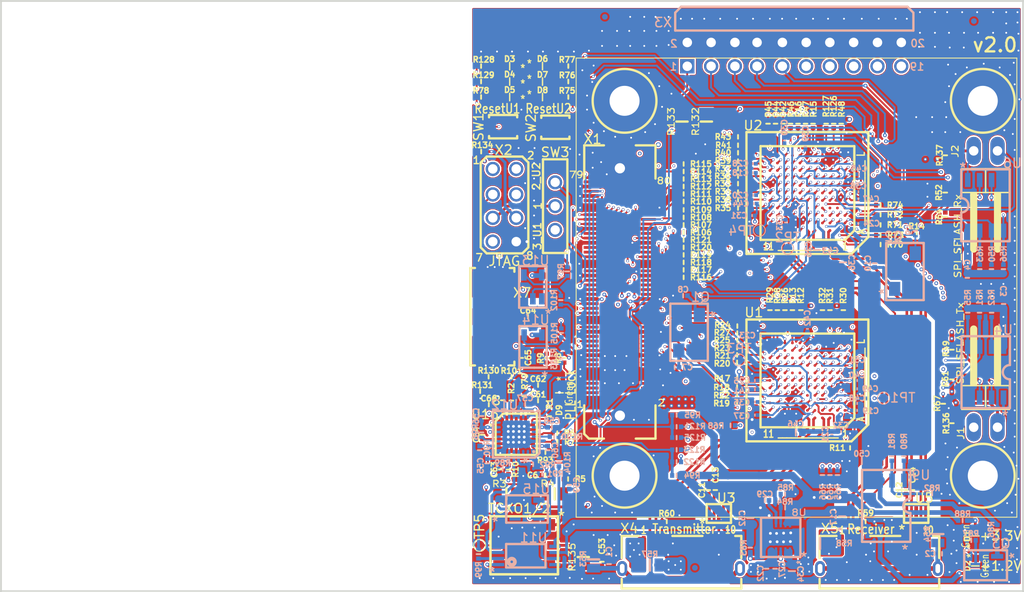
<source format=kicad_pcb>
(kicad_pcb (version 3) (host pcbnew "(2013-10-29 BZR 4389)-product")
  (title_block (title "DigiRED v2.0") (rev 1))
  (layers (15 Front.Cu mixed hide) (4 GND.Cu power hide) (3 Signal_1.Cu mixed hide) (2 Signal_2.Cu signal hide) (1 Power.Cu power hide) (0 Back.Cu mixed hide) (18 B.Paste user hide) (19 F.Paste user hide) (20 B.SilkS user hide) (21 F.SilkS user hide) (22 B.Mask user hide) (23 F.Mask user hide) (28 Edge.Cuts user))
  (net 0 "")
  (net 1 +1V2)
  (net 2 +3V3)
  (net 3 "/Clock Generator/CLK_EXT_BUFF")
  (net 4 "/Clock Generator/CLK_SYNTH")
  (net 5 "/Clock Generator/RXCLK_BUF")
  (net 6 "/Clock Generator/Ref ADF")
  (net 7 "/Clock Generator/TXCLK_BUF")
  (net 8 "/Clock Generator/Vc")
  (net 9 /Connectors/TMS)
  (net 10 "/Digital Interface/A0_Rx")
  (net 11 "/Digital Interface/A0_Tx")
  (net 12 "/Digital Interface/A1_Rx")
  (net 13 "/Digital Interface/A1_Tx")
  (net 14 "/Digital Interface/FLAGA")
  (net 15 "/Digital Interface/FLAGB")
  (net 16 "/Digital Interface/PKTEND_Rx")
  (net 17 "/Digital Interface/PKTEND_Tx")
  (net 18 "/Digital Interface/SLCS_Rx")
  (net 19 "/Digital Interface/SLCS_Tx")
  (net 20 "/Digital Interface/SLOE_Rx")
  (net 21 "/Digital Interface/SLOE_Tx")
  (net 22 "/Digital Interface/SLRD_Rx")
  (net 23 "/Digital Interface/SLRD_Tx")
  (net 24 "/Digital Interface/SLWR_Rx")
  (net 25 "/Digital Interface/SLWR_Tx")
  (net 26 "/USB3 Interface/OTG_ID_Rx")
  (net 27 "/USB3 Interface/OTG_ID_Tx")
  (net 28 CLK_Ext)
  (net 29 CLK_IN)
  (net 30 GND)
  (net 31 GPIO0_Rx)
  (net 32 GPIO0_Tx)
  (net 33 GPIO1_Rx)
  (net 34 GPIO1_Tx)
  (net 35 GPIO2_Rx)
  (net 36 GPIO2_Tx)
  (net 37 GPIO_Rx1)
  (net 38 GPIO_Rx2)
  (net 39 GPIO_Rx3)
  (net 40 GPIO_Rx4)
  (net 41 GPIO_Tx1)
  (net 42 GPIO_Tx2)
  (net 43 GPIO_Tx3)
  (net 44 GPIO_Tx4)
  (net 45 I2C_SCL_Rx)
  (net 46 I2C_SCL_Tx)
  (net 47 I2C_SDA_Rx)
  (net 48 I2C_SDA_Tx)
  (net 49 N-0000010)
  (net 50 N-00000100)
  (net 51 N-00000101)
  (net 52 N-00000102)
  (net 53 N-00000109)
  (net 54 N-00000110)
  (net 55 N-00000111)
  (net 56 N-00000113)
  (net 57 N-00000114)
  (net 58 N-00000115)
  (net 59 N-00000119)
  (net 60 N-00000120)
  (net 61 N-00000121)
  (net 62 N-00000122)
  (net 63 N-00000134)
  (net 64 N-00000135)
  (net 65 N-00000137)
  (net 66 N-00000138)
  (net 67 N-00000139)
  (net 68 N-00000140)
  (net 69 N-00000141)
  (net 70 N-00000142)
  (net 71 N-00000143)
  (net 72 N-00000144)
  (net 73 N-00000145)
  (net 74 N-00000146)
  (net 75 N-00000147)
  (net 76 N-00000148)
  (net 77 N-00000149)
  (net 78 N-00000150)
  (net 79 N-00000151)
  (net 80 N-00000152)
  (net 81 N-00000153)
  (net 82 N-00000154)
  (net 83 N-00000155)
  (net 84 N-00000156)
  (net 85 N-0000016)
  (net 86 N-00000162)
  (net 87 N-00000168)
  (net 88 N-00000169)
  (net 89 N-00000172)
  (net 90 N-00000173)
  (net 91 N-0000018)
  (net 92 N-0000019)
  (net 93 N-00000191)
  (net 94 N-00000197)
  (net 95 N-00000198)
  (net 96 N-00000199)
  (net 97 N-000002)
  (net 98 N-0000020)
  (net 99 N-00000202)
  (net 100 N-00000203)
  (net 101 N-00000204)
  (net 102 N-00000205)
  (net 103 N-00000206)
  (net 104 N-00000207)
  (net 105 N-0000021)
  (net 106 N-00000213)
  (net 107 N-00000214)
  (net 108 N-00000215)
  (net 109 N-00000216)
  (net 110 N-00000222)
  (net 111 N-00000224)
  (net 112 N-00000226)
  (net 113 N-00000228)
  (net 114 N-00000230)
  (net 115 N-00000231)
  (net 116 N-00000233)
  (net 117 N-00000234)
  (net 118 N-00000236)
  (net 119 N-00000238)
  (net 120 N-00000240)
  (net 121 N-00000242)
  (net 122 N-00000244)
  (net 123 N-00000246)
  (net 124 N-00000249)
  (net 125 N-00000251)
  (net 126 N-00000253)
  (net 127 N-00000255)
  (net 128 N-00000257)
  (net 129 N-00000259)
  (net 130 N-0000027)
  (net 131 N-00000282)
  (net 132 N-00000283)
  (net 133 N-00000284)
  (net 134 N-00000285)
  (net 135 N-00000286)
  (net 136 N-00000287)
  (net 137 N-00000288)
  (net 138 N-00000289)
  (net 139 N-0000029)
  (net 140 N-00000291)
  (net 141 N-000003)
  (net 142 N-0000030)
  (net 143 N-0000032)
  (net 144 N-0000035)
  (net 145 N-0000036)
  (net 146 N-0000037)
  (net 147 N-0000038)
  (net 148 N-0000039)
  (net 149 N-000004)
  (net 150 N-0000040)
  (net 151 N-0000041)
  (net 152 N-0000045)
  (net 153 N-0000046)
  (net 154 N-0000049)
  (net 155 N-000005)
  (net 156 N-0000050)
  (net 157 N-0000051)
  (net 158 N-0000053)
  (net 159 N-0000054)
  (net 160 N-0000055)
  (net 161 N-0000056)
  (net 162 N-0000057)
  (net 163 N-0000058)
  (net 164 N-0000059)
  (net 165 N-000006)
  (net 166 N-0000060)
  (net 167 N-0000061)
  (net 168 N-0000062)
  (net 169 N-000007)
  (net 170 N-0000070)
  (net 171 N-0000071)
  (net 172 N-0000072)
  (net 173 N-0000073)
  (net 174 N-0000074)
  (net 175 N-0000075)
  (net 176 N-0000076)
  (net 177 N-0000077)
  (net 178 N-0000078)
  (net 179 N-0000079)
  (net 180 N-000008)
  (net 181 N-0000080)
  (net 182 N-0000081)
  (net 183 N-0000082)
  (net 184 N-0000083)
  (net 185 N-0000084)
  (net 186 N-0000085)
  (net 187 N-0000086)
  (net 188 N-0000087)
  (net 189 N-000009)
  (net 190 N-0000093)
  (net 191 N-0000094)
  (net 192 N-0000095)
  (net 193 N-0000096)
  (net 194 N_SRST)
  (net 195 PPS)
  (net 196 RESET_Rx)
  (net 197 RESET_Tx)
  (net 198 RXCLK)
  (net 199 RXD0)
  (net 200 RXD1)
  (net 201 RXD10)
  (net 202 RXD11)
  (net 203 RXD2)
  (net 204 RXD3)
  (net 205 RXD4)
  (net 206 RXD5)
  (net 207 RXD6)
  (net 208 RXD7)
  (net 209 RXD8)
  (net 210 RXD9)
  (net 211 RXIQSEL)
  (net 212 SBCLK)
  (net 213 SBDIO)
  (net 214 SBEN_Rx)
  (net 215 SBEN_Tx)
  (net 216 SPI_MISO_Rx)
  (net 217 SPI_MISO_Tx)
  (net 218 SPI_MOSI_Rx)
  (net 219 SPI_MOSI_Tx)
  (net 220 SPI_SCK_Rx)
  (net 221 SPI_SCK_Tx)
  (net 222 SPI_SFLASH_Rx)
  (net 223 SPI_SFLASH_Tx)
  (net 224 SPI_SSN_Rx)
  (net 225 SPI_SSN_Tx)
  (net 226 TCK)
  (net 227 TDI)
  (net 228 TDO)
  (net 229 TMS_Rx)
  (net 230 TMS_Tx)
  (net 231 TRST#)
  (net 232 TXCLK)
  (net 233 TXD0)
  (net 234 TXD1)
  (net 235 TXD10)
  (net 236 TXD11)
  (net 237 TXD2)
  (net 238 TXD3)
  (net 239 TXD4)
  (net 240 TXD5)
  (net 241 TXD6)
  (net 242 TXD7)
  (net 243 TXD8)
  (net 244 TXD9)
  (net 245 TXIQSEL)
  (net 246 VBUS_+5V)
  (module Via_4_2 (layer Front.Cu) (at 168.1 107)
    (fp_text reference Via_4_2 hide)
    (fp_text value Val** hide)
    (pad 1 thru_hole circle (at 0 0) (size 0.39878 0.39878) (drill 0.19558) (layers *.Cu) (net 30 GND) (clearance 0.09906))
  )
  (module Via_4_2 (layer Front.Cu) (at 168.1 108.2)
    (fp_text reference Via_4_2 hide)
    (fp_text value Val** hide)
    (pad 1 thru_hole circle (at 0 0) (size 0.39878 0.39878) (drill 0.19558) (layers *.Cu) (net 30 GND) (clearance 0.09906))
  )
  (module Via_4_2 (layer Front.Cu) (at 168.1 111.2)
    (fp_text reference Via_4_2 hide)
    (fp_text value Val** hide)
    (pad 1 thru_hole circle (at 0 0) (size 0.39878 0.39878) (drill 0.19558) (layers *.Cu) (net 30 GND) (clearance 0.09906))
  )
  (module Via_4_2 (layer Front.Cu) (at 168.1 109.7)
    (fp_text reference Via_4_2 hide)
    (fp_text value Val** hide)
    (pad 1 thru_hole circle (at 0 0) (size 0.39878 0.39878) (drill 0.19558) (layers *.Cu) (net 30 GND) (clearance 0.09906))
  )
  (module Via_4_2 (layer Front.Cu) (at 168.1 104.7)
    (fp_text reference Via_4_2 hide)
    (fp_text value Val** hide)
    (pad 1 thru_hole circle (at 0 0) (size 0.39878 0.39878) (drill 0.19558) (layers *.Cu) (net 30 GND) (clearance 0.09906))
  )
  (module Via_4_2 (layer Front.Cu) (at 168.1 105.9)
    (fp_text reference Via_4_2 hide)
    (fp_text value Val** hide)
    (pad 1 thru_hole circle (at 0 0) (size 0.39878 0.39878) (drill 0.19558) (layers *.Cu) (net 30 GND) (clearance 0.09906))
  )
  (module Via_4_2 (layer Front.Cu) (at 168.1 103.3)
    (fp_text reference Via_4_2 hide)
    (fp_text value Val** hide)
    (pad 1 thru_hole circle (at 0 0) (size 0.39878 0.39878) (drill 0.19558) (layers *.Cu) (net 30 GND) (clearance 0.09906))
  )
  (module Via_4_2 (layer Front.Cu) (at 127.1 126.8 90)
    (fp_text reference Via_4_2 hide)
    (fp_text value Val** hide)
    (pad 1 thru_hole circle (at 0 0 90) (size 0.39878 0.39878) (drill 0.19558) (layers *.Cu) (net 50 N-00000100) (clearance 0.09906))
  )
  (module Via_4_2 (layer Front.Cu) (at 145.4 128.4 90)
    (fp_text reference Via_4_2 hide)
    (fp_text value Val** hide)
    (pad 1 thru_hole circle (at 0 0 90) (size 0.39878 0.39878) (drill 0.19558) (layers *.Cu) (net 246 VBUS_+5V) (clearance 0.09906))
  )
  (module Via_4_2 (layer Front.Cu) (at 145.3 127.6 90)
    (fp_text reference Via_4_2 hide)
    (fp_text value Val** hide)
    (pad 1 thru_hole circle (at 0 0 90) (size 0.39878 0.39878) (drill 0.19558) (layers *.Cu) (net 246 VBUS_+5V) (clearance 0.09906))
  )
  (module Via_4_2 (layer Front.Cu) (at 125.7 70.7 90)
    (fp_text reference Via_4_2 hide)
    (fp_text value Val** hide)
    (pad 1 thru_hole circle (at 0 0 90) (size 0.39878 0.39878) (drill 0.19558) (layers *.Cu) (net 30 GND) (clearance 0.09906))
  )
  (module Via_4_2 (layer Front.Cu) (at 124.1 70.7 90)
    (fp_text reference Via_4_2 hide)
    (fp_text value Val** hide)
    (pad 1 thru_hole circle (at 0 0 90) (size 0.39878 0.39878) (drill 0.19558) (layers *.Cu) (net 30 GND) (clearance 0.09906))
  )
  (module Via_4_2 (layer Front.Cu) (at 146.6 69.4 90)
    (fp_text reference Via_4_2 hide)
    (fp_text value Val** hide)
    (pad 1 thru_hole circle (at 0 0 90) (size 0.39878 0.39878) (drill 0.19558) (layers *.Cu) (net 30 GND) (clearance 0.09906))
  )
  (module Via_4_2 (layer Front.Cu) (at 144.8 69.4 90)
    (fp_text reference Via_4_2 hide)
    (fp_text value Val** hide)
    (pad 1 thru_hole circle (at 0 0 90) (size 0.39878 0.39878) (drill 0.19558) (layers *.Cu) (net 30 GND) (clearance 0.09906))
  )
  (module Via_4_2 (layer Front.Cu) (at 132.5 69.4 90)
    (fp_text reference Via_4_2 hide)
    (fp_text value Val** hide)
    (pad 1 thru_hole circle (at 0 0 90) (size 0.39878 0.39878) (drill 0.19558) (layers *.Cu) (net 30 GND) (clearance 0.09906))
  )
  (module Via_4_2 (layer Front.Cu) (at 133.7 69.4 90)
    (fp_text reference Via_4_2 hide)
    (fp_text value Val** hide)
    (pad 1 thru_hole circle (at 0 0 90) (size 0.39878 0.39878) (drill 0.19558) (layers *.Cu) (net 30 GND) (clearance 0.09906))
  )
  (module Via_4_2 (layer Front.Cu) (at 136.7 69.4 90)
    (fp_text reference Via_4_2 hide)
    (fp_text value Val** hide)
    (pad 1 thru_hole circle (at 0 0 90) (size 0.39878 0.39878) (drill 0.19558) (layers *.Cu) (net 30 GND) (clearance 0.09906))
  )
  (module Via_4_2 (layer Front.Cu) (at 135 69.4 90)
    (fp_text reference Via_4_2 hide)
    (fp_text value Val** hide)
    (pad 1 thru_hole circle (at 0 0 90) (size 0.39878 0.39878) (drill 0.19558) (layers *.Cu) (net 30 GND) (clearance 0.09906))
  )
  (module Via_4_2 (layer Front.Cu) (at 148.2 69.4 90)
    (fp_text reference Via_4_2 hide)
    (fp_text value Val** hide)
    (pad 1 thru_hole circle (at 0 0 90) (size 0.39878 0.39878) (drill 0.19558) (layers *.Cu) (net 30 GND) (clearance 0.09906))
  )
  (module Via_4_2 (layer Front.Cu) (at 149.9 69.4 90)
    (fp_text reference Via_4_2 hide)
    (fp_text value Val** hide)
    (pad 1 thru_hole circle (at 0 0 90) (size 0.39878 0.39878) (drill 0.19558) (layers *.Cu) (net 30 GND) (clearance 0.09906))
  )
  (module Via_4_2 (layer Front.Cu) (at 156.6 69.4 90)
    (fp_text reference Via_4_2 hide)
    (fp_text value Val** hide)
    (pad 1 thru_hole circle (at 0 0 90) (size 0.39878 0.39878) (drill 0.19558) (layers *.Cu) (net 30 GND) (clearance 0.09906))
  )
  (module Via_4_2 (layer Front.Cu) (at 155.4 69.4 90)
    (fp_text reference Via_4_2 hide)
    (fp_text value Val** hide)
    (pad 1 thru_hole circle (at 0 0 90) (size 0.39878 0.39878) (drill 0.19558) (layers *.Cu) (net 30 GND) (clearance 0.09906))
  )
  (module Via_4_2 (layer Front.Cu) (at 142 69.4 90)
    (fp_text reference Via_4_2 hide)
    (fp_text value Val** hide)
    (pad 1 thru_hole circle (at 0 0 90) (size 0.39878 0.39878) (drill 0.19558) (layers *.Cu) (net 30 GND) (clearance 0.09906))
  )
  (module Via_4_2 (layer Front.Cu) (at 143.3 69.4 90)
    (fp_text reference Via_4_2 hide)
    (fp_text value Val** hide)
    (pad 1 thru_hole circle (at 0 0 90) (size 0.39878 0.39878) (drill 0.19558) (layers *.Cu) (net 30 GND) (clearance 0.09906))
  )
  (module Via_4_2 (layer Front.Cu) (at 140.2 69.4 90)
    (fp_text reference Via_4_2 hide)
    (fp_text value Val** hide)
    (pad 1 thru_hole circle (at 0 0 90) (size 0.39878 0.39878) (drill 0.19558) (layers *.Cu) (net 30 GND) (clearance 0.09906))
  )
  (module Via_4_2 (layer Front.Cu) (at 138.5 69.4 90)
    (fp_text reference Via_4_2 hide)
    (fp_text value Val** hide)
    (pad 1 thru_hole circle (at 0 0 90) (size 0.39878 0.39878) (drill 0.19558) (layers *.Cu) (net 30 GND) (clearance 0.09906))
  )
  (module Via_4_2 (layer Front.Cu) (at 151.8 69.4 90)
    (fp_text reference Via_4_2 hide)
    (fp_text value Val** hide)
    (pad 1 thru_hole circle (at 0 0 90) (size 0.39878 0.39878) (drill 0.19558) (layers *.Cu) (net 30 GND) (clearance 0.09906))
  )
  (module Via_4_2 (layer Front.Cu) (at 153.6 69.4 90)
    (fp_text reference Via_4_2 hide)
    (fp_text value Val** hide)
    (pad 1 thru_hole circle (at 0 0 90) (size 0.39878 0.39878) (drill 0.19558) (layers *.Cu) (net 30 GND) (clearance 0.09906))
  )
  (module Via_4_2 (layer Front.Cu) (at 128.6 72.3 90)
    (fp_text reference Via_4_2 hide)
    (fp_text value Val** hide)
    (pad 1 thru_hole circle (at 0 0 90) (size 0.39878 0.39878) (drill 0.19558) (layers *.Cu) (net 30 GND) (clearance 0.09906))
  )
  (module Via_4_2 (layer Front.Cu) (at 127.1 72.3 90)
    (fp_text reference Via_4_2 hide)
    (fp_text value Val** hide)
    (pad 1 thru_hole circle (at 0 0 90) (size 0.39878 0.39878) (drill 0.19558) (layers *.Cu) (net 30 GND) (clearance 0.09906))
  )
  (module Via_4_2 (layer Front.Cu) (at 127 70.7 90)
    (fp_text reference Via_4_2 hide)
    (fp_text value Val** hide)
    (pad 1 thru_hole circle (at 0 0 90) (size 0.39878 0.39878) (drill 0.19558) (layers *.Cu) (net 30 GND) (clearance 0.09906))
  )
  (module Via_4_2 (layer Front.Cu) (at 128.6 70.7 90)
    (fp_text reference Via_4_2 hide)
    (fp_text value Val** hide)
    (pad 1 thru_hole circle (at 0 0 90) (size 0.39878 0.39878) (drill 0.19558) (layers *.Cu) (net 30 GND) (clearance 0.09906))
  )
  (module Via_4_2 (layer Front.Cu) (at 131.2 70.7 90)
    (fp_text reference Via_4_2 hide)
    (fp_text value Val** hide)
    (pad 1 thru_hole circle (at 0 0 90) (size 0.39878 0.39878) (drill 0.19558) (layers *.Cu) (net 30 GND) (clearance 0.09906))
  )
  (module Via_4_2 (layer Front.Cu) (at 129.9 70.7 90)
    (fp_text reference Via_4_2 hide)
    (fp_text value Val** hide)
    (pad 1 thru_hole circle (at 0 0 90) (size 0.39878 0.39878) (drill 0.19558) (layers *.Cu) (net 30 GND) (clearance 0.09906))
  )
  (module Via_4_2 (layer Front.Cu) (at 129.9 72.3 90)
    (fp_text reference Via_4_2 hide)
    (fp_text value Val** hide)
    (pad 1 thru_hole circle (at 0 0 90) (size 0.39878 0.39878) (drill 0.19558) (layers *.Cu) (net 30 GND) (clearance 0.09906))
  )
  (module Via_4_2 (layer Front.Cu) (at 131.2 72.2 90)
    (fp_text reference Via_4_2 hide)
    (fp_text value Val** hide)
    (pad 1 thru_hole circle (at 0 0 90) (size 0.39878 0.39878) (drill 0.19558) (layers *.Cu) (net 30 GND) (clearance 0.09906))
  )
  (module Via_4_2 (layer Front.Cu) (at 125.7 72.3 90)
    (fp_text reference Via_4_2 hide)
    (fp_text value Val** hide)
    (pad 1 thru_hole circle (at 0 0 90) (size 0.39878 0.39878) (drill 0.19558) (layers *.Cu) (net 30 GND) (clearance 0.09906))
  )
  (module Via_4_2 (layer Front.Cu) (at 124.1 72.3 90)
    (fp_text reference Via_4_2 hide)
    (fp_text value Val** hide)
    (pad 1 thru_hole circle (at 0 0 90) (size 0.39878 0.39878) (drill 0.19558) (layers *.Cu) (net 30 GND) (clearance 0.09906))
  )
  (module Via_4_2 (layer Front.Cu) (at 129.8 69.2 90)
    (fp_text reference Via_4_2 hide)
    (fp_text value Val** hide)
    (pad 1 thru_hole circle (at 0 0 90) (size 0.39878 0.39878) (drill 0.19558) (layers *.Cu) (net 30 GND) (clearance 0.09906))
  )
  (module Via_4_2 (layer Front.Cu) (at 131.2 69.2 90)
    (fp_text reference Via_4_2 hide)
    (fp_text value Val** hide)
    (pad 1 thru_hole circle (at 0 0 90) (size 0.39878 0.39878) (drill 0.19558) (layers *.Cu) (net 30 GND) (clearance 0.09906))
  )
  (module Via_4_2 (layer Front.Cu) (at 128.6 69.2 90)
    (fp_text reference Via_4_2 hide)
    (fp_text value Val** hide)
    (pad 1 thru_hole circle (at 0 0 90) (size 0.39878 0.39878) (drill 0.19558) (layers *.Cu) (net 30 GND) (clearance 0.09906))
  )
  (module Via_4_2 (layer Front.Cu) (at 127.1 69.2 90)
    (fp_text reference Via_4_2 hide)
    (fp_text value Val** hide)
    (pad 1 thru_hole circle (at 0 0 90) (size 0.39878 0.39878) (drill 0.19558) (layers *.Cu) (net 30 GND) (clearance 0.09906))
  )
  (module Via_4_2 (layer Front.Cu) (at 122 74.9 90)
    (fp_text reference Via_4_2 hide)
    (fp_text value Val** hide)
    (pad 1 thru_hole circle (at 0 0 90) (size 0.39878 0.39878) (drill 0.19558) (layers *.Cu) (net 30 GND) (clearance 0.09906))
  )
  (module Via_4_2 (layer Front.Cu) (at 123.2 74.4 90)
    (fp_text reference Via_4_2 hide)
    (fp_text value Val** hide)
    (pad 1 thru_hole circle (at 0 0 90) (size 0.39878 0.39878) (drill 0.19558) (layers *.Cu) (net 30 GND) (clearance 0.09906))
  )
  (module Via_4_2 (layer Front.Cu) (at 159.6 72.4 90)
    (fp_text reference Via_4_2 hide)
    (fp_text value Val** hide)
    (pad 1 thru_hole circle (at 0 0 90) (size 0.39878 0.39878) (drill 0.19558) (layers *.Cu) (net 30 GND) (clearance 0.09906))
  )
  (module Via_4_2 (layer Front.Cu) (at 161.175 72.475 90)
    (fp_text reference Via_4_2 hide)
    (fp_text value Val** hide)
    (pad 1 thru_hole circle (at 0 0 90) (size 0.39878 0.39878) (drill 0.19558) (layers *.Cu) (net 30 GND) (clearance 0.09906))
  )
  (module Via_4_2 (layer Front.Cu) (at 165.8 70.9 90)
    (fp_text reference Via_4_2 hide)
    (fp_text value Val** hide)
    (pad 1 thru_hole circle (at 0 0 90) (size 0.39878 0.39878) (drill 0.19558) (layers *.Cu) (net 30 GND) (clearance 0.09906))
  )
  (module Via_4_2 (layer Front.Cu) (at 167.2 70.9 90)
    (fp_text reference Via_4_2 hide)
    (fp_text value Val** hide)
    (pad 1 thru_hole circle (at 0 0 90) (size 0.39878 0.39878) (drill 0.19558) (layers *.Cu) (net 30 GND) (clearance 0.09906))
  )
  (module Via_4_2 (layer Front.Cu) (at 162.5 68.7 90)
    (fp_text reference Via_4_2 hide)
    (fp_text value Val** hide)
    (pad 1 thru_hole circle (at 0 0 90) (size 0.39878 0.39878) (drill 0.19558) (layers *.Cu) (net 30 GND) (clearance 0.09906))
  )
  (module Via_4_2 (layer Front.Cu) (at 167.2 69.9 90)
    (fp_text reference Via_4_2 hide)
    (fp_text value Val** hide)
    (pad 1 thru_hole circle (at 0 0 90) (size 0.39878 0.39878) (drill 0.19558) (layers *.Cu) (net 30 GND) (clearance 0.09906))
  )
  (module Via_4_2 (layer Front.Cu) (at 162.675 72.475 90)
    (fp_text reference Via_4_2 hide)
    (fp_text value Val** hide)
    (pad 1 thru_hole circle (at 0 0 90) (size 0.39878 0.39878) (drill 0.19558) (layers *.Cu) (net 30 GND) (clearance 0.09906))
  )
  (module Via_4_2 (layer Front.Cu) (at 162.7 70.9 90)
    (fp_text reference Via_4_2 hide)
    (fp_text value Val** hide)
    (pad 1 thru_hole circle (at 0 0 90) (size 0.39878 0.39878) (drill 0.19558) (layers *.Cu) (net 30 GND) (clearance 0.09906))
  )
  (module Via_4_2 (layer Front.Cu) (at 160.9 68.7 90)
    (fp_text reference Via_4_2 hide)
    (fp_text value Val** hide)
    (pad 1 thru_hole circle (at 0 0 90) (size 0.39878 0.39878) (drill 0.19558) (layers *.Cu) (net 30 GND) (clearance 0.09906))
  )
  (module Via_4_2 (layer Front.Cu) (at 159.6 68.7 90)
    (fp_text reference Via_4_2 hide)
    (fp_text value Val** hide)
    (pad 1 thru_hole circle (at 0 0 90) (size 0.39878 0.39878) (drill 0.19558) (layers *.Cu) (net 30 GND) (clearance 0.09906))
  )
  (module Via_4_2 (layer Front.Cu) (at 159.6 70.9 90)
    (fp_text reference Via_4_2 hide)
    (fp_text value Val** hide)
    (pad 1 thru_hole circle (at 0 0 90) (size 0.39878 0.39878) (drill 0.19558) (layers *.Cu) (net 30 GND) (clearance 0.09906))
  )
  (module Via_4_2 (layer Front.Cu) (at 161.1 70.9 90)
    (fp_text reference Via_4_2 hide)
    (fp_text value Val** hide)
    (pad 1 thru_hole circle (at 0 0 90) (size 0.39878 0.39878) (drill 0.19558) (layers *.Cu) (net 30 GND) (clearance 0.09906))
  )
  (module Via_4_2 (layer Front.Cu) (at 158 70.9 90)
    (fp_text reference Via_4_2 hide)
    (fp_text value Val** hide)
    (pad 1 thru_hole circle (at 0 0 90) (size 0.39878 0.39878) (drill 0.19558) (layers *.Cu) (net 30 GND) (clearance 0.09906))
  )
  (module Via_4_2 (layer Front.Cu) (at 164.1 68.7 90)
    (fp_text reference Via_4_2 hide)
    (fp_text value Val** hide)
    (pad 1 thru_hole circle (at 0 0 90) (size 0.39878 0.39878) (drill 0.19558) (layers *.Cu) (net 30 GND) (clearance 0.09906))
  )
  (module Via_4_2 (layer Front.Cu) (at 164.2 70.9 90)
    (fp_text reference Via_4_2 hide)
    (fp_text value Val** hide)
    (pad 1 thru_hole circle (at 0 0 90) (size 0.39878 0.39878) (drill 0.19558) (layers *.Cu) (net 30 GND) (clearance 0.09906))
  )
  (module Via_4_2 (layer Front.Cu) (at 158 68.7 90)
    (fp_text reference Via_4_2 hide)
    (fp_text value Val** hide)
    (pad 1 thru_hole circle (at 0 0 90) (size 0.39878 0.39878) (drill 0.19558) (layers *.Cu) (net 30 GND) (clearance 0.09906))
  )
  (module Via_4_2 (layer Front.Cu) (at 157.9 72.4 90)
    (fp_text reference Via_4_2 hide)
    (fp_text value Val** hide)
    (pad 1 thru_hole circle (at 0 0 90) (size 0.39878 0.39878) (drill 0.19558) (layers *.Cu) (net 30 GND) (clearance 0.09906))
  )
  (module Via_4_2 (layer Front.Cu) (at 157.6 79.9 90)
    (fp_text reference Via_4_2 hide)
    (fp_text value Val** hide)
    (pad 1 thru_hole circle (at 0 0 90) (size 0.39878 0.39878) (drill 0.19558) (layers *.Cu) (net 30 GND) (clearance 0.09906))
  )
  (module Via_4_2 (layer Front.Cu) (at 168.4 68.7)
    (fp_text reference Via_4_2 hide)
    (fp_text value Val** hide)
    (pad 1 thru_hole circle (at 0 0) (size 0.39878 0.39878) (drill 0.19558) (layers *.Cu) (net 30 GND) (clearance 0.09906))
  )
  (module Via_4_2 (layer Front.Cu) (at 165.8 68.7)
    (fp_text reference Via_4_2 hide)
    (fp_text value Val** hide)
    (pad 1 thru_hole circle (at 0 0) (size 0.39878 0.39878) (drill 0.19558) (layers *.Cu) (net 30 GND) (clearance 0.09906))
  )
  (module Via_4_2 (layer Front.Cu) (at 167.2 68.7)
    (fp_text reference Via_4_2 hide)
    (fp_text value Val** hide)
    (pad 1 thru_hole circle (at 0 0) (size 0.39878 0.39878) (drill 0.19558) (layers *.Cu) (net 30 GND) (clearance 0.09906))
  )
  (module Via_4_2 (layer Front.Cu) (at 168.4 69.8)
    (fp_text reference Via_4_2 hide)
    (fp_text value Val** hide)
    (pad 1 thru_hole circle (at 0 0) (size 0.39878 0.39878) (drill 0.19558) (layers *.Cu) (net 30 GND) (clearance 0.09906))
  )
  (module Via_4_2 (layer Front.Cu) (at 168 74.1)
    (fp_text reference Via_4_2 hide)
    (fp_text value Val** hide)
    (pad 1 thru_hole circle (at 0 0) (size 0.39878 0.39878) (drill 0.19558) (layers *.Cu) (net 30 GND) (clearance 0.09906))
  )
  (module Via_4_2 (layer Front.Cu) (at 168.5 72.8)
    (fp_text reference Via_4_2 hide)
    (fp_text value Val** hide)
    (pad 1 thru_hole circle (at 0 0) (size 0.39878 0.39878) (drill 0.19558) (layers *.Cu) (net 30 GND) (clearance 0.09906))
  )
  (module Via_4_2 (layer Front.Cu) (at 168.5 71)
    (fp_text reference Via_4_2 hide)
    (fp_text value Val** hide)
    (pad 1 thru_hole circle (at 0 0) (size 0.39878 0.39878) (drill 0.19558) (layers *.Cu) (net 30 GND) (clearance 0.09906))
  )
  (module Via_4_2 (layer Front.Cu) (at 161 74.3)
    (fp_text reference Via_4_2 hide)
    (fp_text value Val** hide)
    (pad 1 thru_hole circle (at 0 0) (size 0.39878 0.39878) (drill 0.19558) (layers *.Cu) (net 30 GND) (clearance 0.09906))
  )
  (module Via_4_2 (layer Front.Cu) (at 160.7 81.5)
    (fp_text reference Via_4_2 hide)
    (fp_text value Val** hide)
    (pad 1 thru_hole circle (at 0 0) (size 0.39878 0.39878) (drill 0.19558) (layers *.Cu) (net 30 GND) (clearance 0.09906))
  )
  (module Via_4_2 (layer Front.Cu) (at 159.3 81.5)
    (fp_text reference Via_4_2 hide)
    (fp_text value Val** hide)
    (pad 1 thru_hole circle (at 0 0) (size 0.39878 0.39878) (drill 0.19558) (layers *.Cu) (net 30 GND) (clearance 0.09906))
  )
  (module Via_4_2 (layer Front.Cu) (at 159.3 79.9)
    (fp_text reference Via_4_2 hide)
    (fp_text value Val** hide)
    (pad 1 thru_hole circle (at 0 0) (size 0.39878 0.39878) (drill 0.19558) (layers *.Cu) (net 30 GND) (clearance 0.09906))
  )
  (module Via_4_2 (layer Front.Cu) (at 162.3 81.5)
    (fp_text reference Via_4_2 hide)
    (fp_text value Val** hide)
    (pad 1 thru_hole circle (at 0 0) (size 0.39878 0.39878) (drill 0.19558) (layers *.Cu) (net 30 GND) (clearance 0.09906))
  )
  (module Via_4_2 (layer Front.Cu) (at 160.8 79.9)
    (fp_text reference Via_4_2 hide)
    (fp_text value Val** hide)
    (pad 1 thru_hole circle (at 0 0) (size 0.39878 0.39878) (drill 0.19558) (layers *.Cu) (net 30 GND) (clearance 0.09906))
  )
  (module Via_4_2 (layer Front.Cu) (at 161.8 75.3)
    (fp_text reference Via_4_2 hide)
    (fp_text value Val** hide)
    (pad 1 thru_hole circle (at 0 0) (size 0.39878 0.39878) (drill 0.19558) (layers *.Cu) (net 30 GND) (clearance 0.09906))
  )
  (module Via_4_2 (layer Front.Cu) (at 161.1 76.6)
    (fp_text reference Via_4_2 hide)
    (fp_text value Val** hide)
    (pad 1 thru_hole circle (at 0 0) (size 0.39878 0.39878) (drill 0.19558) (layers *.Cu) (net 30 GND) (clearance 0.09906))
  )
  (module Via_4_2 (layer Front.Cu) (at 160.7 78.3)
    (fp_text reference Via_4_2 hide)
    (fp_text value Val** hide)
    (pad 1 thru_hole circle (at 0 0) (size 0.39878 0.39878) (drill 0.19558) (layers *.Cu) (net 30 GND) (clearance 0.09906))
  )
  (module Via_4_2 (layer Front.Cu) (at 158.8 87)
    (fp_text reference Via_4_2 hide)
    (fp_text value Val** hide)
    (pad 1 thru_hole circle (at 0 0) (size 0.39878 0.39878) (drill 0.19558) (layers *.Cu) (net 30 GND) (clearance 0.09906))
  )
  (module Via_4_2 (layer Front.Cu) (at 168.1 76.4)
    (fp_text reference Via_4_2 hide)
    (fp_text value Val** hide)
    (pad 1 thru_hole circle (at 0 0) (size 0.39878 0.39878) (drill 0.19558) (layers *.Cu) (net 30 GND) (clearance 0.09906))
  )
  (module Via_4_2 (layer Front.Cu) (at 167.9 81.7)
    (fp_text reference Via_4_2 hide)
    (fp_text value Val** hide)
    (pad 1 thru_hole circle (at 0 0) (size 0.39878 0.39878) (drill 0.19558) (layers *.Cu) (net 30 GND) (clearance 0.09906))
  )
  (module Via_4_2 (layer Front.Cu) (at 168.1 83.4)
    (fp_text reference Via_4_2 hide)
    (fp_text value Val** hide)
    (pad 1 thru_hole circle (at 0 0) (size 0.39878 0.39878) (drill 0.19558) (layers *.Cu) (net 30 GND) (clearance 0.09906))
  )
  (module Via_4_2 (layer Front.Cu) (at 165.7 99)
    (fp_text reference Via_4_2 hide)
    (fp_text value Val** hide)
    (pad 1 thru_hole circle (at 0 0) (size 0.39878 0.39878) (drill 0.19558) (layers *.Cu) (net 30 GND) (clearance 0.09906))
  )
  (module Via_4_2 (layer Front.Cu) (at 162.2 94)
    (fp_text reference Via_4_2 hide)
    (fp_text value Val** hide)
    (pad 1 thru_hole circle (at 0 0) (size 0.39878 0.39878) (drill 0.19558) (layers *.Cu) (net 30 GND) (clearance 0.09906))
  )
  (module Via_4_2 (layer Front.Cu) (at 158.8 88.4)
    (fp_text reference Via_4_2 hide)
    (fp_text value Val** hide)
    (pad 1 thru_hole circle (at 0 0) (size 0.39878 0.39878) (drill 0.19558) (layers *.Cu) (net 30 GND) (clearance 0.09906))
  )
  (module Via_4_2 (layer Front.Cu) (at 161.7 93.1)
    (fp_text reference Via_4_2 hide)
    (fp_text value Val** hide)
    (pad 1 thru_hole circle (at 0 0) (size 0.39878 0.39878) (drill 0.19558) (layers *.Cu) (net 30 GND) (clearance 0.09906))
  )
  (module Via_4_2 (layer Front.Cu) (at 167.6 75.4)
    (fp_text reference Via_4_2 hide)
    (fp_text value Val** hide)
    (pad 1 thru_hole circle (at 0 0) (size 0.39878 0.39878) (drill 0.19558) (layers *.Cu) (net 30 GND) (clearance 0.09906))
  )
  (module Via_4_2 (layer Front.Cu) (at 166.5 74.6)
    (fp_text reference Via_4_2 hide)
    (fp_text value Val** hide)
    (pad 1 thru_hole circle (at 0 0) (size 0.39878 0.39878) (drill 0.19558) (layers *.Cu) (net 30 GND) (clearance 0.09906))
  )
  (module Via_4_2 (layer Front.Cu) (at 168.1 80.1)
    (fp_text reference Via_4_2 hide)
    (fp_text value Val** hide)
    (pad 1 thru_hole circle (at 0 0) (size 0.39878 0.39878) (drill 0.19558) (layers *.Cu) (net 30 GND) (clearance 0.09906))
  )
  (module Via_4_2 (layer Front.Cu) (at 167 81.3)
    (fp_text reference Via_4_2 hide)
    (fp_text value Val** hide)
    (pad 1 thru_hole circle (at 0 0) (size 0.39878 0.39878) (drill 0.19558) (layers *.Cu) (net 30 GND) (clearance 0.09906))
  )
  (module Via_4_2 (layer Front.Cu) (at 168.6 78)
    (fp_text reference Via_4_2 hide)
    (fp_text value Val** hide)
    (pad 1 thru_hole circle (at 0 0) (size 0.39878 0.39878) (drill 0.19558) (layers *.Cu) (net 30 GND) (clearance 0.09906))
  )
  (module Via_4_2 (layer Front.Cu) (at 163 74.6)
    (fp_text reference Via_4_2 hide)
    (fp_text value Val** hide)
    (pad 1 thru_hole circle (at 0 0) (size 0.39878 0.39878) (drill 0.19558) (layers *.Cu) (net 30 GND) (clearance 0.09906))
  )
  (module Via_4_2 (layer Front.Cu) (at 164.8 74.2)
    (fp_text reference Via_4_2 hide)
    (fp_text value Val** hide)
    (pad 1 thru_hole circle (at 0 0) (size 0.39878 0.39878) (drill 0.19558) (layers *.Cu) (net 30 GND) (clearance 0.09906))
  )
  (module Via_4_2 (layer Front.Cu) (at 161.95 115.17)
    (fp_text reference Via_4_2 hide)
    (fp_text value Val** hide)
    (pad 1 thru_hole circle (at 0 0) (size 0.39878 0.39878) (drill 0.19558) (layers *.Cu) (net 30 GND) (clearance 0.09906))
  )
  (module Via_4_2 (layer Front.Cu) (at 160.95 116.19)
    (fp_text reference Via_4_2 hide)
    (fp_text value Val** hide)
    (pad 1 thru_hole circle (at 0 0) (size 0.39878 0.39878) (drill 0.19558) (layers *.Cu) (net 30 GND) (clearance 0.09906))
  )
  (module Via_4_2 (layer Front.Cu) (at 160.72 114.73)
    (fp_text reference Via_4_2 hide)
    (fp_text value Val** hide)
    (pad 1 thru_hole circle (at 0 0) (size 0.39878 0.39878) (drill 0.19558) (layers *.Cu) (net 30 GND) (clearance 0.09906))
  )
  (module Via_4_2 (layer Front.Cu) (at 168.1 112.6)
    (fp_text reference Via_4_2 hide)
    (fp_text value Val** hide)
    (pad 1 thru_hole circle (at 0 0) (size 0.39878 0.39878) (drill 0.19558) (layers *.Cu) (net 30 GND) (clearance 0.09906))
  )
  (module Via_4_2 (layer Front.Cu) (at 168.1 90.5)
    (fp_text reference Via_4_2 hide)
    (fp_text value Val** hide)
    (pad 1 thru_hole circle (at 0 0) (size 0.39878 0.39878) (drill 0.19558) (layers *.Cu) (net 30 GND) (clearance 0.09906))
  )
  (module Via_4_2 (layer Front.Cu) (at 166.9 97.7)
    (fp_text reference Via_4_2 hide)
    (fp_text value Val** hide)
    (pad 1 thru_hole circle (at 0 0) (size 0.39878 0.39878) (drill 0.19558) (layers *.Cu) (net 30 GND) (clearance 0.09906))
  )
  (module Via_4_2 (layer Front.Cu) (at 168.1 99.4)
    (fp_text reference Via_4_2 hide)
    (fp_text value Val** hide)
    (pad 1 thru_hole circle (at 0 0) (size 0.39878 0.39878) (drill 0.19558) (layers *.Cu) (net 30 GND) (clearance 0.09906))
  )
  (module Via_4_2 (layer Front.Cu) (at 168.1 100.6)
    (fp_text reference Via_4_2 hide)
    (fp_text value Val** hide)
    (pad 1 thru_hole circle (at 0 0) (size 0.39878 0.39878) (drill 0.19558) (layers *.Cu) (net 30 GND) (clearance 0.09906))
  )
  (module Via_4_2 (layer Front.Cu) (at 168.1 102)
    (fp_text reference Via_4_2 hide)
    (fp_text value Val** hide)
    (pad 1 thru_hole circle (at 0 0) (size 0.39878 0.39878) (drill 0.19558) (layers *.Cu) (net 30 GND) (clearance 0.09906))
  )
  (module Via_4_2 (layer Front.Cu) (at 168.1 91.7)
    (fp_text reference Via_4_2 hide)
    (fp_text value Val** hide)
    (pad 1 thru_hole circle (at 0 0) (size 0.39878 0.39878) (drill 0.19558) (layers *.Cu) (net 30 GND) (clearance 0.09906))
  )
  (module Via_4_2 (layer Front.Cu) (at 168.1 93.1)
    (fp_text reference Via_4_2 hide)
    (fp_text value Val** hide)
    (pad 1 thru_hole circle (at 0 0) (size 0.39878 0.39878) (drill 0.19558) (layers *.Cu) (net 30 GND) (clearance 0.09906))
  )
  (module Via_4_2 (layer Front.Cu) (at 165.6 97.7)
    (fp_text reference Via_4_2 hide)
    (fp_text value Val** hide)
    (pad 1 thru_hole circle (at 0 0) (size 0.39878 0.39878) (drill 0.19558) (layers *.Cu) (net 30 GND) (clearance 0.09906))
  )
  (module Via_4_2 (layer Front.Cu) (at 164.5 97.7)
    (fp_text reference Via_4_2 hide)
    (fp_text value Val** hide)
    (pad 1 thru_hole circle (at 0 0) (size 0.39878 0.39878) (drill 0.19558) (layers *.Cu) (net 30 GND) (clearance 0.09906))
  )
  (module Via_4_2 (layer Front.Cu) (at 168.1 96.9)
    (fp_text reference Via_4_2 hide)
    (fp_text value Val** hide)
    (pad 1 thru_hole circle (at 0 0) (size 0.39878 0.39878) (drill 0.19558) (layers *.Cu) (net 30 GND) (clearance 0.09906))
  )
  (module Via_4_2 (layer Front.Cu) (at 168.1 98.2)
    (fp_text reference Via_4_2 hide)
    (fp_text value Val** hide)
    (pad 1 thru_hole circle (at 0 0) (size 0.39878 0.39878) (drill 0.19558) (layers *.Cu) (net 30 GND) (clearance 0.09906))
  )
  (module Via_4_2 (layer Front.Cu) (at 168.1 94.4)
    (fp_text reference Via_4_2 hide)
    (fp_text value Val** hide)
    (pad 1 thru_hole circle (at 0 0) (size 0.39878 0.39878) (drill 0.19558) (layers *.Cu) (net 30 GND) (clearance 0.09906))
  )
  (module Via_4_2 (layer Front.Cu) (at 168.1 95.7)
    (fp_text reference Via_4_2 hide)
    (fp_text value Val** hide)
    (pad 1 thru_hole circle (at 0 0) (size 0.39878 0.39878) (drill 0.19558) (layers *.Cu) (net 30 GND) (clearance 0.09906))
  )
  (module Via_4_2 (layer Front.Cu) (at 161.7 92.1)
    (fp_text reference Via_4_2 hide)
    (fp_text value Val** hide)
    (pad 1 thru_hole circle (at 0 0) (size 0.39878 0.39878) (drill 0.19558) (layers *.Cu) (net 30 GND) (clearance 0.09906))
  )
  (module Via_4_2 (layer Front.Cu) (at 164.5 99)
    (fp_text reference Via_4_2 hide)
    (fp_text value Val** hide)
    (pad 1 thru_hole circle (at 0 0) (size 0.39878 0.39878) (drill 0.19558) (layers *.Cu) (net 30 GND) (clearance 0.09906))
  )
  (module Via_4_2 (layer Front.Cu) (at 149.1 124.9 90)
    (fp_text reference Via_4_2 hide)
    (fp_text value Val** hide)
    (pad 1 thru_hole circle (at 0 0 90) (size 0.39878 0.39878) (drill 0.19558) (layers *.Cu) (net 51 N-00000101) (clearance 0.09906))
  )
  (module Via_4_2 (layer Front.Cu) (at 148.3 124.3 90)
    (fp_text reference Via_4_2 hide)
    (fp_text value Val** hide)
    (pad 1 thru_hole circle (at 0 0 90) (size 0.39878 0.39878) (drill 0.19558) (layers *.Cu) (net 51 N-00000101) (clearance 0.09906))
  )
  (module Via_4_2 (layer Front.Cu) (at 148.3 126.5 90)
    (fp_text reference Via_4_2 hide)
    (fp_text value Val** hide)
    (pad 1 thru_hole circle (at 0 0 90) (size 0.39878 0.39878) (drill 0.19558) (layers *.Cu) (net 51 N-00000101) (clearance 0.09906))
  )
  (module Via_4_2 (layer Front.Cu) (at 149.1 125.8 90)
    (fp_text reference Via_4_2 hide)
    (fp_text value Val** hide)
    (pad 1 thru_hole circle (at 0 0 90) (size 0.39878 0.39878) (drill 0.19558) (layers *.Cu) (net 51 N-00000101) (clearance 0.09906))
  )
  (module Via_4_2 (layer Front.Cu) (at 131.2 127.3 90)
    (fp_text reference Via_4_2 hide)
    (fp_text value Val** hide)
    (pad 1 thru_hole circle (at 0 0 90) (size 0.39878 0.39878) (drill 0.19558) (layers *.Cu) (net 246 VBUS_+5V) (clearance 0.09906))
  )
  (module Via_4_2 (layer Front.Cu) (at 128 125.4 90)
    (fp_text reference Via_4_2 hide)
    (fp_text value Val** hide)
    (pad 1 thru_hole circle (at 0 0 90) (size 0.39878 0.39878) (drill 0.19558) (layers *.Cu) (net 50 N-00000100) (clearance 0.09906))
  )
  (module Via_4_2 (layer Front.Cu) (at 127.5 126.1 90)
    (fp_text reference Via_4_2 hide)
    (fp_text value Val** hide)
    (pad 1 thru_hole circle (at 0 0 90) (size 0.39878 0.39878) (drill 0.19558) (layers *.Cu) (net 50 N-00000100) (clearance 0.09906))
  )
  (module Via_4_2 (layer Front.Cu) (at 146.1 126.9 90)
    (fp_text reference Via_4_2 hide)
    (fp_text value Val** hide)
    (pad 1 thru_hole circle (at 0 0 90) (size 0.39878 0.39878) (drill 0.19558) (layers *.Cu) (net 246 VBUS_+5V) (clearance 0.09906))
  )
  (module Via_4_2 (layer Front.Cu) (at 140.725 128.425 90)
    (fp_text reference Via_4_2 hide)
    (fp_text value Val** hide)
    (pad 1 thru_hole circle (at 0 0 90) (size 0.39878 0.39878) (drill 0.19558) (layers *.Cu) (net 246 VBUS_+5V) (clearance 0.09906))
  )
  (module Via_4_2 (layer Front.Cu) (at 139.975 128.425 90)
    (fp_text reference Via_4_2 hide)
    (fp_text value Val** hide)
    (pad 1 thru_hole circle (at 0 0 90) (size 0.39878 0.39878) (drill 0.19558) (layers *.Cu) (net 246 VBUS_+5V) (clearance 0.09906))
  )
  (module Via_4_2 (layer Front.Cu) (at 131.2 128.2 90)
    (fp_text reference Via_4_2 hide)
    (fp_text value Val** hide)
    (pad 1 thru_hole circle (at 0 0 90) (size 0.39878 0.39878) (drill 0.19558) (layers *.Cu) (net 246 VBUS_+5V) (clearance 0.09906))
  )
  (module Via_4_2 (layer Front.Cu) (at 132.5 127.3 90)
    (fp_text reference Via_4_2 hide)
    (fp_text value Val** hide)
    (pad 1 thru_hole circle (at 0 0 90) (size 0.39878 0.39878) (drill 0.19558) (layers *.Cu) (net 246 VBUS_+5V) (clearance 0.09906))
  )
  (module Via_4_2 (layer Front.Cu) (at 146.1 127.6 90)
    (fp_text reference Via_4_2 hide)
    (fp_text value Val** hide)
    (pad 1 thru_hole circle (at 0 0 90) (size 0.39878 0.39878) (drill 0.19558) (layers *.Cu) (net 246 VBUS_+5V) (clearance 0.09906))
  )
  (module Via_4_2 (layer Front.Cu) (at 146.2 128.4 90)
    (fp_text reference Via_4_2 hide)
    (fp_text value Val** hide)
    (pad 1 thru_hole circle (at 0 0 90) (size 0.39878 0.39878) (drill 0.19558) (layers *.Cu) (net 246 VBUS_+5V) (clearance 0.09906))
  )
  (module Via_4_2 (layer Front.Cu) (at 140.725 127.725 90)
    (fp_text reference Via_4_2 hide)
    (fp_text value Val** hide)
    (pad 1 thru_hole circle (at 0 0 90) (size 0.39878 0.39878) (drill 0.19558) (layers *.Cu) (net 246 VBUS_+5V) (clearance 0.09906))
  )
  (module Via_4_2 (layer Front.Cu) (at 139.975 127.725 90)
    (fp_text reference Via_4_2 hide)
    (fp_text value Val** hide)
    (pad 1 thru_hole circle (at 0 0 90) (size 0.39878 0.39878) (drill 0.19558) (layers *.Cu) (net 246 VBUS_+5V) (clearance 0.09906))
  )
  (module Via_4_2 (layer Front.Cu) (at 132.5 128.2 90)
    (fp_text reference Via_4_2 hide)
    (fp_text value Val** hide)
    (pad 1 thru_hole circle (at 0 0 90) (size 0.39878 0.39878) (drill 0.19558) (layers *.Cu) (net 246 VBUS_+5V) (clearance 0.09906))
  )
  (module Via_4_2 (layer Front.Cu) (at 131.9 127.7 90)
    (fp_text reference Via_4_2 hide)
    (fp_text value Val** hide)
    (pad 1 thru_hole circle (at 0 0 90) (size 0.39878 0.39878) (drill 0.19558) (layers *.Cu) (net 246 VBUS_+5V) (clearance 0.09906))
  )
  (module Via_4_2 (layer Front.Cu) (at 126.7 105.4)
    (fp_text reference Via_4_2 hide)
    (fp_text value Val** hide)
    (pad 1 thru_hole circle (at 0 0) (size 0.39878 0.39878) (drill 0.19558) (layers *.Cu) (net 30 GND) (clearance 0.09906))
  )
  (module Via_4_2 (layer Front.Cu) (at 115.7 118.2)
    (fp_text reference Via_4_2 hide)
    (fp_text value Val** hide)
    (pad 1 thru_hole circle (at 0 0) (size 0.39878 0.39878) (drill 0.19558) (layers *.Cu) (net 30 GND) (clearance 0.09906))
  )
  (module Via_4_2 (layer Front.Cu) (at 124.4 105.4)
    (fp_text reference Via_4_2 hide)
    (fp_text value Val** hide)
    (pad 1 thru_hole circle (at 0 0) (size 0.39878 0.39878) (drill 0.19558) (layers *.Cu) (net 30 GND) (clearance 0.09906))
  )
  (module Via_4_2 (layer Front.Cu) (at 125.5 105.4)
    (fp_text reference Via_4_2 hide)
    (fp_text value Val** hide)
    (pad 1 thru_hole circle (at 0 0) (size 0.39878 0.39878) (drill 0.19558) (layers *.Cu) (net 30 GND) (clearance 0.09906))
  )
  (module Via_4_2 (layer Front.Cu) (at 124.4 108.3)
    (fp_text reference Via_4_2 hide)
    (fp_text value Val** hide)
    (pad 1 thru_hole circle (at 0 0) (size 0.39878 0.39878) (drill 0.19558) (layers *.Cu) (net 30 GND) (clearance 0.09906))
  )
  (module Via_4_2 (layer Front.Cu) (at 124.4 106.9)
    (fp_text reference Via_4_2 hide)
    (fp_text value Val** hide)
    (pad 1 thru_hole circle (at 0 0) (size 0.39878 0.39878) (drill 0.19558) (layers *.Cu) (net 30 GND) (clearance 0.09906))
  )
  (module Via_4_2 (layer Front.Cu) (at 125.5 106.9)
    (fp_text reference Via_4_2 hide)
    (fp_text value Val** hide)
    (pad 1 thru_hole circle (at 0 0) (size 0.39878 0.39878) (drill 0.19558) (layers *.Cu) (net 30 GND) (clearance 0.09906))
  )
  (module Via_4_2 (layer Front.Cu) (at 126.5 106.9)
    (fp_text reference Via_4_2 hide)
    (fp_text value Val** hide)
    (pad 1 thru_hole circle (at 0 0) (size 0.39878 0.39878) (drill 0.19558) (layers *.Cu) (net 30 GND) (clearance 0.09906))
  )
  (module Via_4_2 (layer Front.Cu) (at 116.9 123.7)
    (fp_text reference Via_4_2 hide)
    (fp_text value Val** hide)
    (pad 1 thru_hole circle (at 0 0) (size 0.39878 0.39878) (drill 0.19558) (layers *.Cu) (net 30 GND) (clearance 0.09906))
  )
  (module Via_4_2 (layer Front.Cu) (at 127.5 112.2)
    (fp_text reference Via_4_2 hide)
    (fp_text value Val** hide)
    (pad 1 thru_hole circle (at 0 0) (size 0.39878 0.39878) (drill 0.19558) (layers *.Cu) (net 30 GND) (clearance 0.09906))
  )
  (module Via_4_2 (layer Front.Cu) (at 125.9 108.3)
    (fp_text reference Via_4_2 hide)
    (fp_text value Val** hide)
    (pad 1 thru_hole circle (at 0 0) (size 0.39878 0.39878) (drill 0.19558) (layers *.Cu) (net 30 GND) (clearance 0.09906))
  )
  (module Via_4_2 (layer Front.Cu) (at 127.4 108.3)
    (fp_text reference Via_4_2 hide)
    (fp_text value Val** hide)
    (pad 1 thru_hole circle (at 0 0) (size 0.39878 0.39878) (drill 0.19558) (layers *.Cu) (net 30 GND) (clearance 0.09906))
  )
  (module Via_4_2 (layer Front.Cu) (at 129.1 112.2)
    (fp_text reference Via_4_2 hide)
    (fp_text value Val** hide)
    (pad 1 thru_hole circle (at 0 0) (size 0.39878 0.39878) (drill 0.19558) (layers *.Cu) (net 30 GND) (clearance 0.09906))
  )
  (module Via_4_2 (layer Front.Cu) (at 125.4 125.6)
    (fp_text reference Via_4_2 hide)
    (fp_text value Val** hide)
    (pad 1 thru_hole circle (at 0 0) (size 0.39878 0.39878) (drill 0.19558) (layers *.Cu) (net 30 GND) (clearance 0.09906))
  )
  (module Via_4_2 (layer Front.Cu) (at 123.2 124.5)
    (fp_text reference Via_4_2 hide)
    (fp_text value Val** hide)
    (pad 1 thru_hole circle (at 0 0) (size 0.39878 0.39878) (drill 0.19558) (layers *.Cu) (net 30 GND) (clearance 0.09906))
  )
  (module Via_4_2 (layer Front.Cu) (at 115.6 123.7)
    (fp_text reference Via_4_2 hide)
    (fp_text value Val** hide)
    (pad 1 thru_hole circle (at 0 0) (size 0.39878 0.39878) (drill 0.19558) (layers *.Cu) (net 30 GND) (clearance 0.09906))
  )
  (module Via_4_2 (layer Front.Cu) (at 124.7 124.5)
    (fp_text reference Via_4_2 hide)
    (fp_text value Val** hide)
    (pad 1 thru_hole circle (at 0 0) (size 0.39878 0.39878) (drill 0.19558) (layers *.Cu) (net 30 GND) (clearance 0.09906))
  )
  (module Via_4_2 (layer Front.Cu) (at 116.9 83.2)
    (fp_text reference Via_4_2 hide)
    (fp_text value Val** hide)
    (pad 1 thru_hole circle (at 0 0) (size 0.39878 0.39878) (drill 0.19558) (layers *.Cu) (net 30 GND) (clearance 0.09906))
  )
  (module Via_4_2 (layer Front.Cu) (at 131.5 77.4)
    (fp_text reference Via_4_2 hide)
    (fp_text value Val** hide)
    (pad 1 thru_hole circle (at 0 0) (size 0.39878 0.39878) (drill 0.19558) (layers *.Cu) (net 30 GND) (clearance 0.09906))
  )
  (module Via_4_2 (layer Front.Cu) (at 115.2 83.2)
    (fp_text reference Via_4_2 hide)
    (fp_text value Val** hide)
    (pad 1 thru_hole circle (at 0 0) (size 0.39878 0.39878) (drill 0.19558) (layers *.Cu) (net 30 GND) (clearance 0.09906))
  )
  (module Via_4_2 (layer Front.Cu) (at 120.7 83.3)
    (fp_text reference Via_4_2 hide)
    (fp_text value Val** hide)
    (pad 1 thru_hole circle (at 0 0) (size 0.39878 0.39878) (drill 0.19558) (layers *.Cu) (net 30 GND) (clearance 0.09906))
  )
  (module Via_4_2 (layer Front.Cu) (at 120.6 99.2)
    (fp_text reference Via_4_2 hide)
    (fp_text value Val** hide)
    (pad 1 thru_hole circle (at 0 0) (size 0.39878 0.39878) (drill 0.19558) (layers *.Cu) (net 30 GND) (clearance 0.09906))
  )
  (module Via_4_2 (layer Front.Cu) (at 134.1 83.8)
    (fp_text reference Via_4_2 hide)
    (fp_text value Val** hide)
    (pad 1 thru_hole circle (at 0 0) (size 0.39878 0.39878) (drill 0.19558) (layers *.Cu) (net 30 GND) (clearance 0.09906))
  )
  (module Via_4_2 (layer Front.Cu) (at 115.5 79.1)
    (fp_text reference Via_4_2 hide)
    (fp_text value Val** hide)
    (pad 1 thru_hole circle (at 0 0) (size 0.39878 0.39878) (drill 0.19558) (layers *.Cu) (net 30 GND) (clearance 0.09906))
  )
  (module Via_4_2 (layer Front.Cu) (at 135.1 82.8)
    (fp_text reference Via_4_2 hide)
    (fp_text value Val** hide)
    (pad 1 thru_hole circle (at 0 0) (size 0.39878 0.39878) (drill 0.19558) (layers *.Cu) (net 30 GND) (clearance 0.09906))
  )
  (module Via_4_2 (layer Front.Cu) (at 121.1 72.9)
    (fp_text reference Via_4_2 hide)
    (fp_text value Val** hide)
    (pad 1 thru_hole circle (at 0 0) (size 0.39878 0.39878) (drill 0.19558) (layers *.Cu) (net 30 GND) (clearance 0.09906))
  )
  (module Via_4_2 (layer Front.Cu) (at 117.8 72.9)
    (fp_text reference Via_4_2 hide)
    (fp_text value Val** hide)
    (pad 1 thru_hole circle (at 0 0) (size 0.39878 0.39878) (drill 0.19558) (layers *.Cu) (net 30 GND) (clearance 0.09906))
  )
  (module Via_4_2 (layer Front.Cu) (at 119.4 72.9)
    (fp_text reference Via_4_2 hide)
    (fp_text value Val** hide)
    (pad 1 thru_hole circle (at 0 0) (size 0.39878 0.39878) (drill 0.19558) (layers *.Cu) (net 30 GND) (clearance 0.09906))
  )
  (module Via_4_2 (layer Front.Cu) (at 122.7 72.8)
    (fp_text reference Via_4_2 hide)
    (fp_text value Val** hide)
    (pad 1 thru_hole circle (at 0 0) (size 0.39878 0.39878) (drill 0.19558) (layers *.Cu) (net 30 GND) (clearance 0.09906))
  )
  (module Via_4_2 (layer Front.Cu) (at 116.2 72.9)
    (fp_text reference Via_4_2 hide)
    (fp_text value Val** hide)
    (pad 1 thru_hole circle (at 0 0) (size 0.39878 0.39878) (drill 0.19558) (layers *.Cu) (net 30 GND) (clearance 0.09906))
  )
  (module Via_4_2 (layer Front.Cu) (at 112.9 72.9)
    (fp_text reference Via_4_2 hide)
    (fp_text value Val** hide)
    (pad 1 thru_hole circle (at 0 0) (size 0.39878 0.39878) (drill 0.19558) (layers *.Cu) (net 30 GND) (clearance 0.09906))
  )
  (module Via_4_2 (layer Front.Cu) (at 111.2 72.9)
    (fp_text reference Via_4_2 hide)
    (fp_text value Val** hide)
    (pad 1 thru_hole circle (at 0 0) (size 0.39878 0.39878) (drill 0.19558) (layers *.Cu) (net 30 GND) (clearance 0.09906))
  )
  (module Via_4_2 (layer Front.Cu) (at 114.5 72.9)
    (fp_text reference Via_4_2 hide)
    (fp_text value Val** hide)
    (pad 1 thru_hole circle (at 0 0) (size 0.39878 0.39878) (drill 0.19558) (layers *.Cu) (net 30 GND) (clearance 0.09906))
  )
  (module Via_4_2 (layer Front.Cu) (at 123.05 76.15)
    (fp_text reference Via_4_2 hide)
    (fp_text value Val** hide)
    (pad 1 thru_hole circle (at 0 0) (size 0.39878 0.39878) (drill 0.19558) (layers *.Cu) (net 30 GND) (clearance 0.09906))
  )
  (module Fiducial (layer Back.Cu) (at 123.8 69.7)
    (fp_text reference Fiducial hide)
    (fp_text value VAL** hide)
    (pad 1 smd circle (at 0.6 -0.5) (size 0.6 0.6) (layers Back.Cu B.Mask) (clearance 0.2))
  )
  (module Fiducial (layer Back.Cu) (at 134.2 127.75)
    (fp_text reference Fiducial hide)
    (fp_text value VAL** hide)
    (pad 1 smd circle (at -0.2 0.25) (size 0.6 0.6) (layers Back.Cu B.Mask) (clearance 0.2))
  )
  (module Fiducial (layer Back.Cu) (at 163 72.2)
    (fp_text reference Fiducial hide)
    (fp_text value VAL** hide)
    (pad 1 smd circle (at 0.75 -2.55) (size 0.6 0.6) (layers Back.Cu B.Mask) (clearance 0.2))
  )
  (module Fiducial (layer Front.Cu) (at 144.6 127.1)
    (fp_text reference Fiducial hide)
    (fp_text value VAL** hide)
    (pad 1 smd circle (at 0 0) (size 0.6 0.6) (layers Front.Cu F.Mask) (clearance 0.2))
  )
  (module Fiducial (layer Front.Cu) (at 126 69.2)
    (fp_text reference Fiducial hide)
    (fp_text value VAL** hide)
    (pad 1 smd circle (at 0 0) (size 0.6 0.6) (layers Front.Cu F.Mask) (clearance 0.2))
  )
  (module Via_4_2 (layer Front.Cu) (at 122.5 77.6)
    (fp_text reference Via_4_2 hide)
    (fp_text value Val** hide)
    (pad 1 thru_hole circle (at 0 0) (size 0.39878 0.39878) (drill 0.19558) (layers *.Cu) (net 30 GND) (clearance 0.09906))
  )
  (module Via_4_2 (layer Front.Cu) (at 123.2 80.5)
    (fp_text reference Via_4_2 hide)
    (fp_text value Val** hide)
    (pad 1 thru_hole circle (at 0 0) (size 0.39878 0.39878) (drill 0.19558) (layers *.Cu) (net 30 GND) (clearance 0.09906))
  )
  (module Via_4_2 (layer Front.Cu) (at 122.5 79.1)
    (fp_text reference Via_4_2 hide)
    (fp_text value Val** hide)
    (pad 1 thru_hole circle (at 0 0) (size 0.39878 0.39878) (drill 0.19558) (layers *.Cu) (net 30 GND) (clearance 0.09906))
  )
  (module Via_4_2 (layer Front.Cu) (at 127.2 82.1)
    (fp_text reference Via_4_2 hide)
    (fp_text value Val** hide)
    (pad 1 thru_hole circle (at 0 0) (size 0.39878 0.39878) (drill 0.19558) (layers *.Cu) (net 30 GND) (clearance 0.09906))
  )
  (module Via_4_2 (layer Front.Cu) (at 129.75 80.65)
    (fp_text reference Via_4_2 hide)
    (fp_text value Val** hide)
    (pad 1 thru_hole circle (at 0 0) (size 0.39878 0.39878) (drill 0.19558) (layers *.Cu) (net 30 GND) (clearance 0.09906))
  )
  (module Via_4_2 (layer Front.Cu) (at 128.7 81.5)
    (fp_text reference Via_4_2 hide)
    (fp_text value Val** hide)
    (pad 1 thru_hole circle (at 0 0) (size 0.39878 0.39878) (drill 0.19558) (layers *.Cu) (net 30 GND) (clearance 0.09906))
  )
  (module Via_4_2 (layer Front.Cu) (at 130.2 76.6)
    (fp_text reference Via_4_2 hide)
    (fp_text value Val** hide)
    (pad 1 thru_hole circle (at 0 0) (size 0.39878 0.39878) (drill 0.19558) (layers *.Cu) (net 30 GND) (clearance 0.09906))
  )
  (module Via_4_2 (layer Front.Cu) (at 130.5 78.8)
    (fp_text reference Via_4_2 hide)
    (fp_text value Val** hide)
    (pad 1 thru_hole circle (at 0 0) (size 0.39878 0.39878) (drill 0.19558) (layers *.Cu) (net 30 GND) (clearance 0.09906))
  )
  (module Via_4_2 (layer Front.Cu) (at 125.5 82)
    (fp_text reference Via_4_2 hide)
    (fp_text value Val** hide)
    (pad 1 thru_hole circle (at 0 0) (size 0.39878 0.39878) (drill 0.19558) (layers *.Cu) (net 30 GND) (clearance 0.09906))
  )
  (module Via_4_2 (layer Front.Cu) (at 124.3 81.4)
    (fp_text reference Via_4_2 hide)
    (fp_text value Val** hide)
    (pad 1 thru_hole circle (at 0 0) (size 0.39878 0.39878) (drill 0.19558) (layers *.Cu) (net 30 GND) (clearance 0.09906))
  )
  (module Via_4_2 (layer Front.Cu) (at 129.1 75.2)
    (fp_text reference Via_4_2 hide)
    (fp_text value Val** hide)
    (pad 1 thru_hole circle (at 0 0) (size 0.39878 0.39878) (drill 0.19558) (layers *.Cu) (net 30 GND) (clearance 0.09906))
  )
  (module Via_4_2 (layer Front.Cu) (at 168.5 118.5)
    (fp_text reference Via_4_2 hide)
    (fp_text value Val** hide)
    (pad 1 thru_hole circle (at 0 0) (size 0.39878 0.39878) (drill 0.19558) (layers *.Cu) (net 30 GND) (clearance 0.09906))
  )
  (module Via_4_2 (layer Front.Cu) (at 168.3 117.1)
    (fp_text reference Via_4_2 hide)
    (fp_text value Val** hide)
    (pad 1 thru_hole circle (at 0 0) (size 0.39878 0.39878) (drill 0.19558) (layers *.Cu) (net 30 GND) (clearance 0.09906))
  )
  (module Via_4_2 (layer Front.Cu) (at 168.1 114)
    (fp_text reference Via_4_2 hide)
    (fp_text value Val** hide)
    (pad 1 thru_hole circle (at 0 0) (size 0.39878 0.39878) (drill 0.19558) (layers *.Cu) (net 30 GND) (clearance 0.09906))
  )
  (module Via_4_2 (layer Front.Cu) (at 166.45 127.65)
    (fp_text reference Via_4_2 hide)
    (fp_text value Val** hide)
    (pad 1 thru_hole circle (at 0 0) (size 0.39878 0.39878) (drill 0.19558) (layers *.Cu) (net 30 GND) (clearance 0.09906))
  )
  (module Via_4_2 (layer Front.Cu) (at 162.8 123.95)
    (fp_text reference Via_4_2 hide)
    (fp_text value Val** hide)
    (pad 1 thru_hole circle (at 0 0) (size 0.39878 0.39878) (drill 0.19558) (layers *.Cu) (net 30 GND) (clearance 0.09906))
  )
  (module Via_4_2 (layer Front.Cu) (at 161.9 127.5)
    (fp_text reference Via_4_2 hide)
    (fp_text value Val** hide)
    (pad 1 thru_hole circle (at 0 0) (size 0.39878 0.39878) (drill 0.19558) (layers *.Cu) (net 30 GND) (clearance 0.09906))
  )
  (module Via_4_2 (layer Front.Cu) (at 161.6 123.95)
    (fp_text reference Via_4_2 hide)
    (fp_text value Val** hide)
    (pad 1 thru_hole circle (at 0 0) (size 0.39878 0.39878) (drill 0.19558) (layers *.Cu) (net 30 GND) (clearance 0.09906))
  )
  (module Via_4_2 (layer Front.Cu) (at 162.35 129.5)
    (fp_text reference Via_4_2 hide)
    (fp_text value Val** hide)
    (pad 1 thru_hole circle (at 0 0) (size 0.39878 0.39878) (drill 0.19558) (layers *.Cu) (net 30 GND) (clearance 0.09906))
  )
  (module Via_4_2 (layer Front.Cu) (at 161.9 126.15)
    (fp_text reference Via_4_2 hide)
    (fp_text value Val** hide)
    (pad 1 thru_hole circle (at 0 0) (size 0.39878 0.39878) (drill 0.19558) (layers *.Cu) (net 30 GND) (clearance 0.09906))
  )
  (module Via_4_2 (layer Front.Cu) (at 164.15 129.5)
    (fp_text reference Via_4_2 hide)
    (fp_text value Val** hide)
    (pad 1 thru_hole circle (at 0 0) (size 0.39878 0.39878) (drill 0.19558) (layers *.Cu) (net 30 GND) (clearance 0.09906))
  )
  (module Via_4_2 (layer Front.Cu) (at 165.9 129.5)
    (fp_text reference Via_4_2 hide)
    (fp_text value Val** hide)
    (pad 1 thru_hole circle (at 0 0) (size 0.39878 0.39878) (drill 0.19558) (layers *.Cu) (net 30 GND) (clearance 0.09906))
  )
  (module Via_4_2 (layer Front.Cu) (at 160.8 117.5)
    (fp_text reference Via_4_2 hide)
    (fp_text value Val** hide)
    (pad 1 thru_hole circle (at 0 0) (size 0.39878 0.39878) (drill 0.19558) (layers *.Cu) (net 30 GND) (clearance 0.09906))
  )
  (module Via_4_2 (layer Front.Cu) (at 167 115.1)
    (fp_text reference Via_4_2 hide)
    (fp_text value Val** hide)
    (pad 1 thru_hole circle (at 0 0) (size 0.39878 0.39878) (drill 0.19558) (layers *.Cu) (net 30 GND) (clearance 0.09906))
  )
  (module Via_4_2 (layer Front.Cu) (at 162.2 121.1)
    (fp_text reference Via_4_2 hide)
    (fp_text value Val** hide)
    (pad 1 thru_hole circle (at 0 0) (size 0.39878 0.39878) (drill 0.19558) (layers *.Cu) (net 30 GND) (clearance 0.09906))
  )
  (module Via_4_2 (layer Front.Cu) (at 167.8 122.1)
    (fp_text reference Via_4_2 hide)
    (fp_text value Val** hide)
    (pad 1 thru_hole circle (at 0 0) (size 0.39878 0.39878) (drill 0.19558) (layers *.Cu) (net 30 GND) (clearance 0.09906))
  )
  (module Via_4_2 (layer Front.Cu) (at 168.35 124.85)
    (fp_text reference Via_4_2 hide)
    (fp_text value Val** hide)
    (pad 1 thru_hole circle (at 0 0) (size 0.39878 0.39878) (drill 0.19558) (layers *.Cu) (net 30 GND) (clearance 0.09906))
  )
  (module Via_4_2 (layer Front.Cu) (at 168.4 123.65)
    (fp_text reference Via_4_2 hide)
    (fp_text value Val** hide)
    (pad 1 thru_hole circle (at 0 0) (size 0.39878 0.39878) (drill 0.19558) (layers *.Cu) (net 30 GND) (clearance 0.09906))
  )
  (module Via_4_2 (layer Front.Cu) (at 152.7 127.3)
    (fp_text reference Via_4_2 hide)
    (fp_text value Val** hide)
    (pad 1 thru_hole circle (at 0 0) (size 0.39878 0.39878) (drill 0.19558) (layers *.Cu) (net 30 GND) (clearance 0.09906))
  )
  (module Via_4_2 (layer Front.Cu) (at 150.2 127.4)
    (fp_text reference Via_4_2 hide)
    (fp_text value Val** hide)
    (pad 1 thru_hole circle (at 0 0) (size 0.39878 0.39878) (drill 0.19558) (layers *.Cu) (net 30 GND) (clearance 0.09906))
  )
  (module Via_4_2 (layer Front.Cu) (at 125.5 122.1)
    (fp_text reference Via_4_2 hide)
    (fp_text value Val** hide)
    (pad 1 thru_hole circle (at 0 0) (size 0.39878 0.39878) (drill 0.19558) (layers *.Cu) (net 30 GND) (clearance 0.09906))
  )
  (module Via_4_2 (layer Front.Cu) (at 124.1 121.4)
    (fp_text reference Via_4_2 hide)
    (fp_text value Val** hide)
    (pad 1 thru_hole circle (at 0 0) (size 0.39878 0.39878) (drill 0.19558) (layers *.Cu) (net 30 GND) (clearance 0.09906))
  )
  (module Via_4_2 (layer Front.Cu) (at 123.3 120.4)
    (fp_text reference Via_4_2 hide)
    (fp_text value Val** hide)
    (pad 1 thru_hole circle (at 0 0) (size 0.39878 0.39878) (drill 0.19558) (layers *.Cu) (net 30 GND) (clearance 0.09906))
  )
  (module Via_4_2 (layer Front.Cu) (at 123.9 115.2)
    (fp_text reference Via_4_2 hide)
    (fp_text value Val** hide)
    (pad 1 thru_hole circle (at 0 0) (size 0.39878 0.39878) (drill 0.19558) (layers *.Cu) (net 30 GND) (clearance 0.09906))
  )
  (module Via_4_2 (layer Front.Cu) (at 123.2 116.1)
    (fp_text reference Via_4_2 hide)
    (fp_text value Val** hide)
    (pad 1 thru_hole circle (at 0 0) (size 0.39878 0.39878) (drill 0.19558) (layers *.Cu) (net 30 GND) (clearance 0.09906))
  )
  (module Via_4_2 (layer Front.Cu) (at 129.6 116)
    (fp_text reference Via_4_2 hide)
    (fp_text value Val** hide)
    (pad 1 thru_hole circle (at 0 0) (size 0.39878 0.39878) (drill 0.19558) (layers *.Cu) (net 30 GND) (clearance 0.09906))
  )
  (module Via_4_2 (layer Front.Cu) (at 127.3 122.1)
    (fp_text reference Via_4_2 hide)
    (fp_text value Val** hide)
    (pad 1 thru_hole circle (at 0 0) (size 0.39878 0.39878) (drill 0.19558) (layers *.Cu) (net 30 GND) (clearance 0.09906))
  )
  (module Via_4_2 (layer Front.Cu) (at 165.25 127.7)
    (fp_text reference Via_4_2 hide)
    (fp_text value Val** hide)
    (pad 1 thru_hole circle (at 0 0) (size 0.39878 0.39878) (drill 0.19558) (layers *.Cu) (net 30 GND) (clearance 0.09906))
  )
  (module Via_4_2 (layer Front.Cu) (at 155.25 129.3)
    (fp_text reference Via_4_2 hide)
    (fp_text value Val** hide)
    (pad 1 thru_hole circle (at 0 0) (size 0.39878 0.39878) (drill 0.19558) (layers *.Cu) (net 30 GND) (clearance 0.09906))
  )
  (module Via_4_2 (layer Front.Cu) (at 152.85 129.3)
    (fp_text reference Via_4_2 hide)
    (fp_text value Val** hide)
    (pad 1 thru_hole circle (at 0 0) (size 0.39878 0.39878) (drill 0.19558) (layers *.Cu) (net 30 GND) (clearance 0.09906))
  )
  (module Via_4_2 (layer Front.Cu) (at 154.05 129.3)
    (fp_text reference Via_4_2 hide)
    (fp_text value Val** hide)
    (pad 1 thru_hole circle (at 0 0) (size 0.39878 0.39878) (drill 0.19558) (layers *.Cu) (net 30 GND) (clearance 0.09906))
  )
  (module Via_4_2 (layer Front.Cu) (at 149.15 129.3)
    (fp_text reference Via_4_2 hide)
    (fp_text value Val** hide)
    (pad 1 thru_hole circle (at 0 0) (size 0.39878 0.39878) (drill 0.19558) (layers *.Cu) (net 30 GND) (clearance 0.09906))
  )
  (module Via_4_2 (layer Front.Cu) (at 147.95 129.3)
    (fp_text reference Via_4_2 hide)
    (fp_text value Val** hide)
    (pad 1 thru_hole circle (at 0 0) (size 0.39878 0.39878) (drill 0.19558) (layers *.Cu) (net 30 GND) (clearance 0.09906))
  )
  (module Via_4_2 (layer Front.Cu) (at 150.4 129.3)
    (fp_text reference Via_4_2 hide)
    (fp_text value Val** hide)
    (pad 1 thru_hole circle (at 0 0) (size 0.39878 0.39878) (drill 0.19558) (layers *.Cu) (net 30 GND) (clearance 0.09906))
  )
  (module Via_4_2 (layer Front.Cu) (at 151.65 129.3)
    (fp_text reference Via_4_2 hide)
    (fp_text value Val** hide)
    (pad 1 thru_hole circle (at 0 0) (size 0.39878 0.39878) (drill 0.19558) (layers *.Cu) (net 30 GND) (clearance 0.09906))
  )
  (module Via_4_2 (layer Front.Cu) (at 160.9 119)
    (fp_text reference Via_4_2 hide)
    (fp_text value Val** hide)
    (pad 1 thru_hole circle (at 0 0) (size 0.39878 0.39878) (drill 0.19558) (layers *.Cu) (net 30 GND) (clearance 0.09906))
  )
  (module Via_4_2 (layer Front.Cu) (at 161.2 120.2)
    (fp_text reference Via_4_2 hide)
    (fp_text value Val** hide)
    (pad 1 thru_hole circle (at 0 0) (size 0.39878 0.39878) (drill 0.19558) (layers *.Cu) (net 30 GND) (clearance 0.09906))
  )
  (module Via_4_2 (layer Front.Cu) (at 150.2 117.7)
    (fp_text reference Via_4_2 hide)
    (fp_text value Val** hide)
    (pad 1 thru_hole circle (at 0 0) (size 0.39878 0.39878) (drill 0.19558) (layers *.Cu) (net 30 GND) (clearance 0.09906))
  )
  (module Via_4_2 (layer Front.Cu) (at 149.7 116.6)
    (fp_text reference Via_4_2 hide)
    (fp_text value Val** hide)
    (pad 1 thru_hole circle (at 0 0) (size 0.39878 0.39878) (drill 0.19558) (layers *.Cu) (net 30 GND) (clearance 0.09906))
  )
  (module Via_4_2 (layer Front.Cu) (at 167.3 121.1)
    (fp_text reference Via_4_2 hide)
    (fp_text value Val** hide)
    (pad 1 thru_hole circle (at 0 0) (size 0.39878 0.39878) (drill 0.19558) (layers *.Cu) (net 30 GND) (clearance 0.09906))
  )
  (module Via_4_2 (layer Front.Cu) (at 168.35 125.9)
    (fp_text reference Via_4_2 hide)
    (fp_text value Val** hide)
    (pad 1 thru_hole circle (at 0 0) (size 0.39878 0.39878) (drill 0.19558) (layers *.Cu) (net 30 GND) (clearance 0.09906))
  )
  (module Via_4_2 (layer Front.Cu) (at 167.5 129.5)
    (fp_text reference Via_4_2 hide)
    (fp_text value Val** hide)
    (pad 1 thru_hole circle (at 0 0) (size 0.39878 0.39878) (drill 0.19558) (layers *.Cu) (net 30 GND) (clearance 0.09906))
  )
  (module Via_4_2 (layer Front.Cu) (at 168.35 127.1)
    (fp_text reference Via_4_2 hide)
    (fp_text value Val** hide)
    (pad 1 thru_hole circle (at 0 0) (size 0.39878 0.39878) (drill 0.19558) (layers *.Cu) (net 30 GND) (clearance 0.09906))
  )
  (module Via_4_2 (layer Front.Cu) (at 165.25 124.75)
    (fp_text reference Via_4_2 hide)
    (fp_text value Val** hide)
    (pad 1 thru_hole circle (at 0 0) (size 0.39878 0.39878) (drill 0.19558) (layers *.Cu) (net 30 GND) (clearance 0.09906))
  )
  (module Via_4_2 (layer Front.Cu) (at 168.35 128.45)
    (fp_text reference Via_4_2 hide)
    (fp_text value Val** hide)
    (pad 1 thru_hole circle (at 0 0) (size 0.39878 0.39878) (drill 0.19558) (layers *.Cu) (net 30 GND) (clearance 0.09906))
  )
  (module Via_4_2 (layer Front.Cu) (at 168.2 120.2)
    (fp_text reference Via_4_2 hide)
    (fp_text value Val** hide)
    (pad 1 thru_hole circle (at 0 0) (size 0.39878 0.39878) (drill 0.19558) (layers *.Cu) (net 30 GND) (clearance 0.09906))
  )
  (module Via_4_2 (layer Front.Cu) (at 168 115.7)
    (fp_text reference Via_4_2 hide)
    (fp_text value Val** hide)
    (pad 1 thru_hole circle (at 0 0) (size 0.39878 0.39878) (drill 0.19558) (layers *.Cu) (net 30 GND) (clearance 0.09906))
  )
  (module Via_4_2 (layer Front.Cu) (at 127.1 125.4)
    (fp_text reference Via_4_2 hide)
    (fp_text value Val** hide)
    (pad 1 thru_hole circle (at 0 0) (size 0.39878 0.39878) (drill 0.19558) (layers *.Cu) (net 50 N-00000100) (clearance 0.09906))
  )
  (module Via_4_2 (layer Front.Cu) (at 128.1 126.6)
    (fp_text reference Via_4_2 hide)
    (fp_text value Val** hide)
    (pad 1 thru_hole circle (at 0 0) (size 0.39878 0.39878) (drill 0.19558) (layers *.Cu) (net 50 N-00000100) (clearance 0.09906))
  )
  (module Via_4_2 (layer Front.Cu) (at 123 122.1)
    (fp_text reference Via_4_2 hide)
    (fp_text value Val** hide)
    (pad 1 thru_hole circle (at 0 0) (size 0.39878 0.39878) (drill 0.19558) (layers *.Cu) (net 30 GND) (clearance 0.09906))
  )
  (module Via_4_2 (layer Front.Cu) (at 125.6 126.7)
    (fp_text reference Via_4_2 hide)
    (fp_text value Val** hide)
    (pad 1 thru_hole circle (at 0 0) (size 0.39878 0.39878) (drill 0.19558) (layers *.Cu) (net 30 GND) (clearance 0.09906))
  )
  (module Via_4_2 (layer Front.Cu) (at 154.2 122.9)
    (fp_text reference Via_4_2 hide)
    (fp_text value Val** hide)
    (pad 1 thru_hole circle (at 0 0) (size 0.39878 0.39878) (drill 0.19558) (layers *.Cu) (net 30 GND) (clearance 0.09906))
  )
  (module Via_4_2 (layer Front.Cu) (at 161.6 125.1)
    (fp_text reference Via_4_2 hide)
    (fp_text value Val** hide)
    (pad 1 thru_hole circle (at 0 0) (size 0.39878 0.39878) (drill 0.19558) (layers *.Cu) (net 30 GND) (clearance 0.09906))
  )
  (module Via_4_2 (layer Front.Cu) (at 154.6 126.25)
    (fp_text reference Via_4_2 hide)
    (fp_text value Val** hide)
    (pad 1 thru_hole circle (at 0 0) (size 0.39878 0.39878) (drill 0.19558) (layers *.Cu) (net 30 GND) (clearance 0.09906))
  )
  (module Via_4_2 (layer Front.Cu) (at 165.25 123.45)
    (fp_text reference Via_4_2 hide)
    (fp_text value Val** hide)
    (pad 1 thru_hole circle (at 0 0) (size 0.39878 0.39878) (drill 0.19558) (layers *.Cu) (net 30 GND) (clearance 0.09906))
  )
  (module Via_4_2 (layer Front.Cu) (at 121.96 129.18)
    (fp_text reference Via_4_2 hide)
    (fp_text value Val** hide)
    (pad 1 thru_hole circle (at 0 0) (size 0.39878 0.39878) (drill 0.19558) (layers *.Cu) (net 30 GND) (clearance 0.09906))
  )
  (module Via_4_2 (layer Front.Cu) (at 120.66 129.07)
    (fp_text reference Via_4_2 hide)
    (fp_text value Val** hide)
    (pad 1 thru_hole circle (at 0 0) (size 0.39878 0.39878) (drill 0.19558) (layers *.Cu) (net 30 GND) (clearance 0.09906))
  )
  (module Via_4_2 (layer Front.Cu) (at 167.15 125.45)
    (fp_text reference Via_4_2 hide)
    (fp_text value Val** hide)
    (pad 1 thru_hole circle (at 0 0) (size 0.39878 0.39878) (drill 0.19558) (layers *.Cu) (net 30 GND) (clearance 0.09906))
  )
  (module Via_4_2 (layer Front.Cu) (at 167.15 123.95)
    (fp_text reference Via_4_2 hide)
    (fp_text value Val** hide)
    (pad 1 thru_hole circle (at 0 0) (size 0.39878 0.39878) (drill 0.19558) (layers *.Cu) (net 30 GND) (clearance 0.09906))
  )
  (module Via_4_2 (layer Front.Cu) (at 140.9 101.65)
    (fp_text reference Via_4_2 hide)
    (fp_text value Val** hide)
    (pad 1 thru_hole circle (at 0 0) (size 0.39878 0.39878) (drill 0.19558) (layers *.Cu) (net 30 GND) (clearance 0.09906))
  )
  (module Via_4_2 (layer Front.Cu) (at 166 121.9)
    (fp_text reference Via_4_2 hide)
    (fp_text value Val** hide)
    (pad 1 thru_hole circle (at 0 0) (size 0.39878 0.39878) (drill 0.19558) (layers *.Cu) (net 30 GND) (clearance 0.09906))
  )
  (module Via_4_2 (layer Front.Cu) (at 161.15 128.45)
    (fp_text reference Via_4_2 hide)
    (fp_text value Val** hide)
    (pad 1 thru_hole circle (at 0 0) (size 0.39878 0.39878) (drill 0.19558) (layers *.Cu) (net 30 GND) (clearance 0.09906))
  )
  (module Via_4_2 (layer Front.Cu) (at 149.9 102.9)
    (fp_text reference Via_4_2 hide)
    (fp_text value Val** hide)
    (pad 1 thru_hole circle (at 0 0) (size 0.39878 0.39878) (drill 0.19558) (layers *.Cu) (net 30 GND) (clearance 0.09906))
  )
  (module Via_4_2 (layer Front.Cu) (at 150.7 103.65)
    (fp_text reference Via_4_2 hide)
    (fp_text value Val** hide)
    (pad 1 thru_hole circle (at 0 0) (size 0.39878 0.39878) (drill 0.19558) (layers *.Cu) (net 30 GND) (clearance 0.09906))
  )
  (module Via_4_2 (layer Front.Cu) (at 124.85 129.15)
    (fp_text reference Via_4_2 hide)
    (fp_text value Val** hide)
    (pad 1 thru_hole circle (at 0 0) (size 0.39878 0.39878) (drill 0.19558) (layers *.Cu) (net 30 GND) (clearance 0.09906))
  )
  (module Via_4_2 (layer Front.Cu) (at 156.9 128.75)
    (fp_text reference Via_4_2 hide)
    (fp_text value Val** hide)
    (pad 1 thru_hole circle (at 0 0) (size 0.39878 0.39878) (drill 0.19558) (layers *.Cu) (net 30 GND) (clearance 0.09906))
  )
  (module Via_4_2 (layer Front.Cu) (at 153.1 126.25)
    (fp_text reference Via_4_2 hide)
    (fp_text value Val** hide)
    (pad 1 thru_hole circle (at 0 0) (size 0.39878 0.39878) (drill 0.19558) (layers *.Cu) (net 30 GND) (clearance 0.09906))
  )
  (module Via_4_2 (layer Front.Cu) (at 158.8 128.75)
    (fp_text reference Via_4_2 hide)
    (fp_text value Val** hide)
    (pad 1 thru_hole circle (at 0 0) (size 0.39878 0.39878) (drill 0.19558) (layers *.Cu) (net 30 GND) (clearance 0.09906))
  )
  (module Via_4_2 (layer Front.Cu) (at 127.3 124.45)
    (fp_text reference Via_4_2 hide)
    (fp_text value Val** hide)
    (pad 1 thru_hole circle (at 0 0) (size 0.39878 0.39878) (drill 0.19558) (layers *.Cu) (net 30 GND) (clearance 0.09906))
  )
  (module Via_4_2 (layer Front.Cu) (at 126.05 124.45)
    (fp_text reference Via_4_2 hide)
    (fp_text value Val** hide)
    (pad 1 thru_hole circle (at 0 0) (size 0.39878 0.39878) (drill 0.19558) (layers *.Cu) (net 30 GND) (clearance 0.09906))
  )
  (module Via_4_2 (layer Front.Cu) (at 117.5 129.1)
    (fp_text reference Via_4_2 hide)
    (fp_text value Val** hide)
    (pad 1 thru_hole circle (at 0 0) (size 0.39878 0.39878) (drill 0.19558) (layers *.Cu) (net 30 GND) (clearance 0.09906))
  )
  (module Via_4_2 (layer Front.Cu) (at 115.95 129.1)
    (fp_text reference Via_4_2 hide)
    (fp_text value Val** hide)
    (pad 1 thru_hole circle (at 0 0) (size 0.39878 0.39878) (drill 0.19558) (layers *.Cu) (net 30 GND) (clearance 0.09906))
  )
  (module Via_4_2 (layer Front.Cu) (at 112.5 129.1)
    (fp_text reference Via_4_2 hide)
    (fp_text value Val** hide)
    (pad 1 thru_hole circle (at 0 0) (size 0.39878 0.39878) (drill 0.19558) (layers *.Cu) (net 30 GND) (clearance 0.09906))
  )
  (module Via_4_2 (layer Front.Cu) (at 114.3 129.1)
    (fp_text reference Via_4_2 hide)
    (fp_text value Val** hide)
    (pad 1 thru_hole circle (at 0 0) (size 0.39878 0.39878) (drill 0.19558) (layers *.Cu) (net 30 GND) (clearance 0.09906))
  )
  (module Via_4_2 (layer Front.Cu) (at 119.15 129.1)
    (fp_text reference Via_4_2 hide)
    (fp_text value Val** hide)
    (pad 1 thru_hole circle (at 0 0) (size 0.39878 0.39878) (drill 0.19558) (layers *.Cu) (net 30 GND) (clearance 0.09906))
  )
  (module Via_4_2 (layer Front.Cu) (at 123.15 129.15)
    (fp_text reference Via_4_2 hide)
    (fp_text value Val** hide)
    (pad 1 thru_hole circle (at 0 0) (size 0.39878 0.39878) (drill 0.19558) (layers *.Cu) (net 30 GND) (clearance 0.09906))
  )
  (module Via_4_2 (layer Front.Cu) (at 111.05 129.1)
    (fp_text reference Via_4_2 hide)
    (fp_text value Val** hide)
    (pad 1 thru_hole circle (at 0 0) (size 0.39878 0.39878) (drill 0.19558) (layers *.Cu) (net 30 GND) (clearance 0.09906))
  )
  (module Via_4_2 (layer Front.Cu) (at 114.1 106.4)
    (fp_text reference Via_4_2 hide)
    (fp_text value Val** hide)
    (pad 1 thru_hole circle (at 0 0) (size 0.39878 0.39878) (drill 0.19558) (layers *.Cu) (net 30 GND) (clearance 0.09906))
  )
  (module Via_4_2 (layer Front.Cu) (at 113.3 106.4)
    (fp_text reference Via_4_2 hide)
    (fp_text value Val** hide)
    (pad 1 thru_hole circle (at 0 0) (size 0.39878 0.39878) (drill 0.19558) (layers *.Cu) (net 30 GND) (clearance 0.09906))
  )
  (module Via_4_2 (layer Front.Cu) (at 111.7 106.4)
    (fp_text reference Via_4_2 hide)
    (fp_text value Val** hide)
    (pad 1 thru_hole circle (at 0 0) (size 0.39878 0.39878) (drill 0.19558) (layers *.Cu) (net 30 GND) (clearance 0.09906))
  )
  (module Via_4_2 (layer Front.Cu) (at 112.5 106.4)
    (fp_text reference Via_4_2 hide)
    (fp_text value Val** hide)
    (pad 1 thru_hole circle (at 0 0) (size 0.39878 0.39878) (drill 0.19558) (layers *.Cu) (net 30 GND) (clearance 0.09906))
  )
  (module Via_4_2 (layer Front.Cu) (at 112.65 95.9)
    (fp_text reference Via_4_2 hide)
    (fp_text value Val** hide)
    (pad 1 thru_hole circle (at 0 0) (size 0.39878 0.39878) (drill 0.19558) (layers *.Cu) (net 30 GND) (clearance 0.09906))
  )
  (module Via_4_2 (layer Front.Cu) (at 111.9 95.9)
    (fp_text reference Via_4_2 hide)
    (fp_text value Val** hide)
    (pad 1 thru_hole circle (at 0 0) (size 0.39878 0.39878) (drill 0.19558) (layers *.Cu) (net 30 GND) (clearance 0.09906))
  )
  (module Via_4_2 (layer Front.Cu) (at 124 84.7)
    (fp_text reference Via_4_2 hide)
    (fp_text value Val** hide)
    (pad 1 thru_hole circle (at 0 0) (size 0.39878 0.39878) (drill 0.19558) (layers *.Cu) (net 30 GND) (clearance 0.09906))
  )
  (module Via_4_2 (layer Front.Cu) (at 123.1 83.7)
    (fp_text reference Via_4_2 hide)
    (fp_text value Val** hide)
    (pad 1 thru_hole circle (at 0 0) (size 0.39878 0.39878) (drill 0.19558) (layers *.Cu) (net 30 GND) (clearance 0.09906))
  )
  (module Via_4_2 (layer Front.Cu) (at 121.7 83.9)
    (fp_text reference Via_4_2 hide)
    (fp_text value Val** hide)
    (pad 1 thru_hole circle (at 0 0) (size 0.39878 0.39878) (drill 0.19558) (layers *.Cu) (net 30 GND) (clearance 0.09906))
  )
  (module Via_4_2 (layer Front.Cu) (at 123.1 85.3)
    (fp_text reference Via_4_2 hide)
    (fp_text value Val** hide)
    (pad 1 thru_hole circle (at 0 0) (size 0.39878 0.39878) (drill 0.19558) (layers *.Cu) (net 30 GND) (clearance 0.09906))
  )
  (module Via_4_2 (layer Front.Cu) (at 124.6 86)
    (fp_text reference Via_4_2 hide)
    (fp_text value Val** hide)
    (pad 1 thru_hole circle (at 0 0) (size 0.39878 0.39878) (drill 0.19558) (layers *.Cu) (net 30 GND) (clearance 0.09906))
  )
  (module Via_4_2 (layer Front.Cu) (at 113.53 95.9)
    (fp_text reference Via_4_2 hide)
    (fp_text value Val** hide)
    (pad 1 thru_hole circle (at 0 0) (size 0.39878 0.39878) (drill 0.19558) (layers *.Cu) (net 30 GND) (clearance 0.09906))
  )
  (module Via_4_2 (layer Front.Cu) (at 116.85 87.55)
    (fp_text reference Via_4_2 hide)
    (fp_text value Val** hide)
    (pad 1 thru_hole circle (at 0 0) (size 0.39878 0.39878) (drill 0.19558) (layers *.Cu) (net 30 GND) (clearance 0.09906))
  )
  (module Via_4_2 (layer Front.Cu) (at 116.85 90.4)
    (fp_text reference Via_4_2 hide)
    (fp_text value Val** hide)
    (pad 1 thru_hole circle (at 0 0) (size 0.39878 0.39878) (drill 0.19558) (layers *.Cu) (net 30 GND) (clearance 0.09906))
  )
  (module Via_4_2 (layer Front.Cu) (at 115.9 91.75)
    (fp_text reference Via_4_2 hide)
    (fp_text value Val** hide)
    (pad 1 thru_hole circle (at 0 0) (size 0.39878 0.39878) (drill 0.19558) (layers *.Cu) (net 30 GND) (clearance 0.09906))
  )
  (module Via_4_2 (layer Front.Cu) (at 116.85 92.85)
    (fp_text reference Via_4_2 hide)
    (fp_text value Val** hide)
    (pad 1 thru_hole circle (at 0 0) (size 0.39878 0.39878) (drill 0.19558) (layers *.Cu) (net 30 GND) (clearance 0.09906))
  )
  (module Via_4_2 (layer Front.Cu) (at 116.85 91.6)
    (fp_text reference Via_4_2 hide)
    (fp_text value Val** hide)
    (pad 1 thru_hole circle (at 0 0) (size 0.39878 0.39878) (drill 0.19558) (layers *.Cu) (net 30 GND) (clearance 0.09906))
  )
  (module Via_4_2 (layer Front.Cu) (at 116.85 88.8)
    (fp_text reference Via_4_2 hide)
    (fp_text value Val** hide)
    (pad 1 thru_hole circle (at 0 0) (size 0.39878 0.39878) (drill 0.19558) (layers *.Cu) (net 30 GND) (clearance 0.09906))
  )
  (module Via_4_2 (layer Front.Cu) (at 115.9 86.95)
    (fp_text reference Via_4_2 hide)
    (fp_text value Val** hide)
    (pad 1 thru_hole circle (at 0 0) (size 0.39878 0.39878) (drill 0.19558) (layers *.Cu) (net 30 GND) (clearance 0.09906))
  )
  (module Via_4_2 (layer Front.Cu) (at 116.85 86.45)
    (fp_text reference Via_4_2 hide)
    (fp_text value Val** hide)
    (pad 1 thru_hole circle (at 0 0) (size 0.39878 0.39878) (drill 0.19558) (layers *.Cu) (net 30 GND) (clearance 0.09906))
  )
  (module Via_4_2 (layer Front.Cu) (at 116.85 84.8)
    (fp_text reference Via_4_2 hide)
    (fp_text value Val** hide)
    (pad 1 thru_hole circle (at 0 0) (size 0.39878 0.39878) (drill 0.19558) (layers *.Cu) (net 30 GND) (clearance 0.09906))
  )
  (module TH_PINHD-4X2_V (layer Front.Cu) (at 113.7 89.4 270)
    (fp_text reference X2 (at -5.99 0.09 360) (layer F.SilkS))
    (fp_text value CONN_2X4 hide)
    (fp_text user 8 (at 5.3 -2.7 360) (layer F.SilkS) (effects (font (size 0.8 0.8))))
    (fp_text user 7 (at 5.5 2.7 360) (layer F.SilkS) (effects (font (size 0.8 0.8))))
    (fp_text user 2 (at -5.4 -2.8 360) (layer F.SilkS) (effects (font (size 0.8 0.8))))
    (fp_text user 1 (at -4.9 3 360) (layer F.SilkS) (effects (font (size 0.8 0.8))))
    (fp_text user JTAG (at 5.87 0.01 360) (layer F.SilkS))
    (pad 2 thru_hole oval (at -3.97 -1.25 270) (size 1.524 1.524) (drill 1.016) (layers *.Cu *.Paste *.Mask) (net 226 TCK))
    (pad 1 thru_hole circle (at -3.97 1.25 270) (size 1.524 1.524) (drill 1.016) (layers *.Cu *.Paste *.Mask) (net 231 TRST#))
    (pad 8 thru_hole rect (at 3.79 -1.25 270) (size 1.524 1.524) (drill 1.016) (layers *.Cu *.Paste *.Mask) (net 30 GND))
    (pad 7 thru_hole circle (at 3.79 1.25 270) (size 1.524 1.524) (drill 1.016) (layers *.Cu *.Paste *.Mask) (net 2 +3V3))
    (pad 3 thru_hole circle (at -1.25 1.25 270) (size 1.524 1.524) (drill 1.016) (layers *.Cu *.Paste *.Mask) (net 227 TDI))
    (pad 4 thru_hole oval (at -1.25 -1.25 270) (size 1.524 1.524) (drill 1.016) (layers *.Cu *.Paste *.Mask) (net 228 TDO))
    (pad 5 thru_hole circle (at 1.25 1.25 270) (size 1.524 1.524) (drill 1.016) (layers *.Cu *.Paste *.Mask) (net 9 /Connectors/TMS))
    (pad 6 thru_hole circle (at 1.25 -1.25 270) (size 1.524 1.524) (drill 1.016) (layers *.Cu *.Paste *.Mask) (net 194 N_SRST))
  )
  (module 3.2_hole (layer Front.Cu) (at 126.5 78.16)
    (fp_text reference H4 hide)
    (fp_text value 3.2_hole hide)
    (pad 1 thru_hole circle (at 0 0) (size 5.99948 5.99948) (drill 3.2004) (layers *.Cu *.Mask) (net 30 GND))
  )
  (module 3.2_hole (layer Front.Cu) (at 164.7 78.16)
    (fp_text reference H3 hide)
    (fp_text value 3.2_hole hide)
    (pad 1 thru_hole circle (at 0 0) (size 5.99948 5.99948) (drill 3.2004) (layers *.Cu *.Mask) (net 30 GND))
  )
  (module TSSOP-8 (layer Back.Cu) (at 116.07 126.66 90)
    (fp_text reference U11 (at 1.86 0.73 360) (layer B.SilkS) (effects (justify mirror)))
    (fp_text value CDCV304PW hide)
    (fp_text user * (at -1.55 -3.4 90) (layer B.SilkS) (effects (justify mirror)))
    (pad 1 smd rect (at -1.00076 -2.9972 90) (size 0.34798 1.19888) (layers Back.Cu B.Paste B.Mask) (net 160 N-0000055))
    (pad 2 smd rect (at -0.35052 -2.99974 90) (size 0.35052 1.19888) (layers Back.Cu B.Paste B.Mask) (net 92 N-0000019))
    (pad 3 smd rect (at 0.29972 -2.99974 90) (size 0.35052 1.19888) (layers Back.Cu B.Paste B.Mask) (net 4 "/Clock Generator/CLK_SYNTH"))
    (pad 4 smd rect (at 0.94996 -2.99974 90) (size 0.35052 1.19888) (layers Back.Cu B.Paste B.Mask) (net 30 GND))
    (pad 8 smd rect (at -1.00076 3.00228 90) (size 0.34798 1.19888) (layers Back.Cu B.Paste B.Mask))
    (pad 7 smd rect (at -0.35052 3.00228 90) (size 0.35052 1.19888) (layers Back.Cu B.Paste B.Mask) (net 6 "/Clock Generator/Ref ADF"))
    (pad 6 smd rect (at 0.29972 3.00228 90) (size 0.35052 1.19888) (layers Back.Cu B.Paste B.Mask) (net 2 +3V3))
    (pad 5 smd rect (at 0.94996 3.00228 90) (size 0.35052 1.19888) (layers Back.Cu B.Paste B.Mask) (net 91 N-0000018))
  )
  (module TP (layer Back.Cu) (at 138.71 105.81)
    (fp_text reference TP3 (at -0.01 -1.21) (layer B.SilkS) (effects (justify mirror)))
    (fp_text value TP hide)
    (pad 1 smd circle (at 0 0) (size 1 1) (layers Back.Cu B.Mask) (net 66 N-00000138))
  )
  (module TP (layer Back.Cu) (at 143.89 93.91)
    (fp_text reference TP2 (at -0.025 -1.175) (layer B.SilkS) (effects (justify mirror)))
    (fp_text value TP hide)
    (pad 1 smd circle (at 0 0) (size 1 1) (layers Back.Cu B.Mask) (net 52 N-00000102))
  )
  (module TP (layer Back.Cu) (at 154.11 109.89)
    (fp_text reference TP1 (at 2.05 -0.04) (layer B.SilkS) (effects (justify mirror)))
    (fp_text value TP hide)
    (pad 1 smd circle (at 0 0) (size 1 1) (layers Back.Cu B.Mask) (net 72 N-00000144))
  )
  (module TP (layer Back.Cu) (at 140.87 91.99)
    (fp_text reference TP4 (at -1.95 0.05) (layer B.SilkS) (effects (justify mirror)))
    (fp_text value TP hide)
    (pad 1 smd circle (at 0 0) (size 1 1) (layers Back.Cu B.Mask) (net 71 N-00000143))
  )
  (module SOT23 (layer Back.Cu) (at 165 127.725 270)
    (fp_text reference Q3 (at -2.305 -1.65 540) (layer B.SilkS) (effects (justify mirror)))
    (fp_text value MMBT3904 hide)
    (fp_text user * (at -1.025 -3.1 270) (layer B.SilkS) (effects (justify mirror)))
    (pad 1 smd rect (at -0.95 -1.23 270) (size 0.5 1.3) (layers Back.Cu B.Paste B.Mask) (net 141 N-000003))
    (pad 2 smd rect (at 0.95 -1.23 270) (size 0.5 1.3) (layers Back.Cu B.Paste B.Mask) (net 30 GND))
    (pad 3 smd rect (at 0 1.23 270) (size 0.5 1.3) (layers Back.Cu B.Paste B.Mask) (net 97 N-000002))
  )
  (module SOIC-8 (layer Back.Cu) (at 165 89.31)
    (fp_text reference U6 (at 2.86 -4.5) (layer B.SilkS) (effects (justify mirror)))
    (fp_text value M25P40 hide)
    (fp_text user * (at -2.42 -3.99) (layer B.SilkS) (effects (justify mirror)))
    (pad 1 smd rect (at -1.905 -2.7) (size 0.59944 1.5) (layers Back.Cu B.Paste B.Mask) (net 53 N-00000109))
    (pad 2 smd rect (at -0.635 -2.7) (size 0.59944 1.5) (layers Back.Cu B.Paste B.Mask) (net 216 SPI_MISO_Rx))
    (pad 3 smd rect (at 0.635 -2.7) (size 0.59944 1.5) (layers Back.Cu B.Paste B.Mask) (net 54 N-00000110))
    (pad 4 smd rect (at 1.905 -2.7) (size 0.59944 1.5) (layers Back.Cu B.Paste B.Mask) (net 30 GND))
    (pad 5 smd rect (at 1.905 2.7) (size 0.59944 1.5) (layers Back.Cu B.Paste B.Mask) (net 218 SPI_MOSI_Rx))
    (pad 6 smd rect (at 0.635 2.7) (size 0.59944 1.5) (layers Back.Cu B.Paste B.Mask) (net 220 SPI_SCK_Rx))
    (pad 7 smd rect (at -0.635 2.7) (size 0.59944 1.5) (layers Back.Cu B.Paste B.Mask) (net 55 N-00000111))
    (pad 8 smd rect (at -1.905 2.7) (size 0.59944 1.5) (layers Back.Cu B.Paste B.Mask) (net 2 +3V3))
  )
  (module SOIC-8 (layer Back.Cu) (at 154.39 121.39 180)
    (fp_text reference U9 (at -3.71 3.29 180) (layer B.SilkS) (effects (justify mirror)))
    (fp_text value TPS76801QD hide)
    (fp_text user * (at -2.01 -4.71 180) (layer B.SilkS) (effects (justify mirror)))
    (pad 1 smd rect (at -1.905 -2.7 180) (size 0.59944 1.5) (layers Back.Cu B.Paste B.Mask) (net 30 GND))
    (pad 2 smd rect (at -0.635 -2.7 180) (size 0.59944 1.5) (layers Back.Cu B.Paste B.Mask) (net 30 GND))
    (pad 3 smd rect (at 0.635 -2.7 180) (size 0.59944 1.5) (layers Back.Cu B.Paste B.Mask) (net 246 VBUS_+5V))
    (pad 4 smd rect (at 1.905 -2.7 180) (size 0.59944 1.5) (layers Back.Cu B.Paste B.Mask) (net 246 VBUS_+5V))
    (pad 5 smd rect (at 1.905 2.7 180) (size 0.59944 1.5) (layers Back.Cu B.Paste B.Mask) (net 1 +1V2))
    (pad 6 smd rect (at 0.635 2.7 180) (size 0.59944 1.5) (layers Back.Cu B.Paste B.Mask) (net 1 +1V2))
    (pad 7 smd rect (at -0.635 2.7 180) (size 0.59944 1.5) (layers Back.Cu B.Paste B.Mask) (net 165 N-000006))
    (pad 8 smd rect (at -1.905 2.7 180) (size 0.59944 1.5) (layers Back.Cu B.Paste B.Mask) (net 189 N-000009))
  )
  (module SMD_USB3110 (layer Front.Cu) (at 154.3 125.4)
    (fp_text reference X5 (at -5.9 -1.6) (layer F.SilkS))
    (fp_text value MINI-USB3110-30-A hide)
    (fp_text user 10 (at 4.58 -1.42) (layer F.SilkS) (effects (font (size 0.8 0.6))))
    (fp_text user 1 (at -4.6 -1.4) (layer F.SilkS) (effects (font (size 0.8 0.6))))
    (pad 11 thru_hole oval (at -6.95 2.675 180) (size 1.05 1.6) (drill oval 0.5 1) (layers *.Cu *.Paste *.Mask) (net 170 N-0000070))
    (pad 10 smd rect (at 4.65 0 180) (size 0.4 1.6) (layers Front.Cu F.Paste F.Mask) (net 80 N-00000152))
    (pad 9 smd rect (at 4 0 180) (size 0.4 1.6) (layers Front.Cu F.Paste F.Mask) (net 82 N-00000154))
    (pad 8 smd rect (at 3.35 0 180) (size 0.4 1.6) (layers Front.Cu F.Paste F.Mask) (net 30 GND))
    (pad 7 smd rect (at 2.7 0 180) (size 0.4 1.6) (layers Front.Cu F.Paste F.Mask) (net 83 N-00000155))
    (pad 6 smd rect (at 2.05 0 180) (size 0.4 1.6) (layers Front.Cu F.Paste F.Mask) (net 81 N-00000153))
    (pad 1 smd rect (at -4.65 0 180) (size 0.4 1.6) (layers Front.Cu F.Paste F.Mask) (net 51 N-00000101))
    (pad 2 smd rect (at -4 0 180) (size 0.4 1.6) (layers Front.Cu F.Paste F.Mask) (net 190 N-0000093))
    (pad 3 smd rect (at -3.35 0 180) (size 0.4 1.6) (layers Front.Cu F.Paste F.Mask) (net 191 N-0000094))
    (pad 4 smd rect (at -2.7 0 180) (size 0.4 1.6) (layers Front.Cu F.Paste F.Mask) (net 26 "/USB3 Interface/OTG_ID_Rx"))
    (pad 5 smd rect (at -2.05 0 180) (size 0.4 1.6) (layers Front.Cu F.Paste F.Mask) (net 30 GND))
    (pad 12 thru_hole oval (at 5.6 2.675 180) (size 1.05 1.6) (drill oval 0.5 1) (layers *.Cu *.Paste *.Mask) (net 170 N-0000070))
  )
  (module SMD_USB3110 (layer Front.Cu) (at 133.2 125.4)
    (fp_text reference X4 (at -6.2 -1.6) (layer F.SilkS))
    (fp_text value MINI-USB3110-30-A hide)
    (fp_text user 10 (at 4.6 -1.46) (layer F.SilkS) (effects (font (size 0.8 0.6))))
    (fp_text user 1 (at -4.65 -1.42) (layer F.SilkS) (effects (font (size 0.8 0.6))))
    (pad 11 thru_hole oval (at -6.95 2.675 180) (size 1.05 1.6) (drill oval 0.5 1) (layers *.Cu *.Paste *.Mask) (net 74 N-00000146))
    (pad 10 smd rect (at 4.65 0 180) (size 0.4 1.6) (layers Front.Cu F.Paste F.Mask) (net 75 N-00000147))
    (pad 9 smd rect (at 4 0 180) (size 0.4 1.6) (layers Front.Cu F.Paste F.Mask) (net 76 N-00000148))
    (pad 8 smd rect (at 3.35 0 180) (size 0.4 1.6) (layers Front.Cu F.Paste F.Mask) (net 30 GND))
    (pad 7 smd rect (at 2.7 0 180) (size 0.4 1.6) (layers Front.Cu F.Paste F.Mask) (net 73 N-00000145))
    (pad 6 smd rect (at 2.05 0 180) (size 0.4 1.6) (layers Front.Cu F.Paste F.Mask) (net 79 N-00000151))
    (pad 1 smd rect (at -4.65 0 180) (size 0.4 1.6) (layers Front.Cu F.Paste F.Mask) (net 50 N-00000100))
    (pad 2 smd rect (at -4 0 180) (size 0.4 1.6) (layers Front.Cu F.Paste F.Mask) (net 192 N-0000095))
    (pad 3 smd rect (at -3.35 0 180) (size 0.4 1.6) (layers Front.Cu F.Paste F.Mask) (net 193 N-0000096))
    (pad 4 smd rect (at -2.7 0 180) (size 0.4 1.6) (layers Front.Cu F.Paste F.Mask) (net 27 "/USB3 Interface/OTG_ID_Tx"))
    (pad 5 smd rect (at -2.05 0 180) (size 0.4 1.6) (layers Front.Cu F.Paste F.Mask) (net 30 GND))
    (pad 12 thru_hole oval (at 5.6 2.675 180) (size 1.05 1.6) (drill oval 0.5 1) (layers *.Cu *.Paste *.Mask) (net 74 N-00000146))
  )
  (module SMD_TXCO (layer Front.Cu) (at 115.8 125.6 180)
    (fp_text reference TCXO1/2 (at 0.51 3.93 180) (layer F.SilkS))
    (fp_text value RACON_TXCO hide)
    (fp_text user * (at -3.97 3.1 180) (layer F.SilkS))
    (pad 4 smd rect (at -2.54 -2.19964 180) (size 1.50114 1.19888) (layers Front.Cu F.Paste F.Mask) (net 2 +3V3))
    (pad 3 smd rect (at 2.54 -2.19964 180) (size 1.50114 1.19888) (layers Front.Cu F.Paste F.Mask) (net 160 N-0000055))
    (pad 2 smd rect (at 2.54 2.19964 180) (size 1.50114 1.19888) (layers Front.Cu F.Paste F.Mask) (net 30 GND))
    (pad 1 smd rect (at -2.54 2.19964 180) (size 1.50114 1.19888) (layers Front.Cu F.Paste F.Mask) (net 8 "/Clock Generator/Vc"))
  )
  (module SM_XO (layer Back.Cu) (at 156.4 96.33 90)
    (fp_text reference Q2 (at 3.69 -1.23 180) (layer B.SilkS) (effects (justify mirror)))
    (fp_text value 19.2MHz hide)
    (fp_text user * (at -2.17 -2.2 90) (layer B.SilkS) (effects (justify mirror)))
    (pad 4 smd rect (at -1.9 1.1 90) (size 1.5 1.2) (layers Back.Cu B.Paste B.Mask) (net 30 GND))
    (pad 3 smd rect (at 1.9 1.1 90) (size 1.5 1.2) (layers Back.Cu B.Paste B.Mask) (net 64 N-00000135))
    (pad 2 smd rect (at 1.9 -1.1 90) (size 1.5 1.2) (layers Back.Cu B.Paste B.Mask) (net 30 GND))
    (pad 1 smd rect (at -1.9 -1.1 90) (size 1.5 1.2) (layers Back.Cu B.Paste B.Mask) (net 63 N-00000134))
  )
  (module SM_XO (layer Back.Cu) (at 133.38 102.91 270)
    (fp_text reference Q1 (at -3.81 -1.22 540) (layer B.SilkS) (effects (justify mirror)))
    (fp_text value 19.2MHz hide)
    (fp_text user * (at -2 -2.84 270) (layer B.SilkS) (effects (justify mirror)))
    (pad 4 smd rect (at -1.9 1.1 270) (size 1.5 1.2) (layers Back.Cu B.Paste B.Mask) (net 30 GND))
    (pad 3 smd rect (at 1.9 1.1 270) (size 1.5 1.2) (layers Back.Cu B.Paste B.Mask) (net 78 N-00000150))
    (pad 2 smd rect (at 1.9 -1.1 270) (size 1.5 1.2) (layers Back.Cu B.Paste B.Mask) (net 30 GND))
    (pad 1 smd rect (at -1.9 -1.1 270) (size 1.5 1.2) (layers Back.Cu B.Paste B.Mask) (net 77 N-00000149))
  )
  (module RL_SM0805 (layer Back.Cu) (at 123.19 127.1 270)
    (fp_text reference R53 (at -0.07 1.1 270) (layer B.SilkS) (effects (font (size 0.6 0.6)) (justify mirror)))
    (fp_text value 220R/100MHz hide)
    (pad 1 smd rect (at -0.9525 0 270) (size 0.89916 1.39954) (layers Back.Cu B.Paste B.Mask) (net 30 GND))
    (pad 2 smd rect (at 0.9525 0 270) (size 0.89916 1.39954) (layers Back.Cu B.Paste B.Mask) (net 74 N-00000146))
  )
  (module RL_SM0805 (layer Back.Cu) (at 147.35 125.4 180)
    (fp_text reference R58 (at -2.58 0.01 180) (layer B.SilkS) (effects (font (size 0.6 0.6)) (justify mirror)))
    (fp_text value 220R/100MHz hide)
    (pad 1 smd rect (at -0.9525 0 180) (size 0.89916 1.39954) (layers Back.Cu B.Paste B.Mask) (net 51 N-00000101))
    (pad 2 smd rect (at 0.9525 0 180) (size 0.89916 1.39954) (layers Back.Cu B.Paste B.Mask) (net 246 VBUS_+5V))
  )
  (module RL_SM0805 (layer Back.Cu) (at 159.9 124.4 270)
    (fp_text reference R54 (at 0 1.1 270) (layer B.SilkS) (effects (font (size 0.6 0.6)) (justify mirror)))
    (fp_text value 220R/100MHz hide)
    (pad 1 smd rect (at -0.9525 0 270) (size 0.89916 1.39954) (layers Back.Cu B.Paste B.Mask) (net 30 GND))
    (pad 2 smd rect (at 0.9525 0 270) (size 0.89916 1.39954) (layers Back.Cu B.Paste B.Mask) (net 170 N-0000070))
  )
  (module RL_SM0805 (layer Back.Cu) (at 129.2 127.7)
    (fp_text reference R57 (at 0 -1.15) (layer B.SilkS) (effects (font (size 0.6 0.6)) (justify mirror)))
    (fp_text value 220R/100MHz hide)
    (pad 1 smd rect (at -0.9525 0) (size 0.89916 1.39954) (layers Back.Cu B.Paste B.Mask) (net 50 N-00000100))
    (pad 2 smd rect (at 0.9525 0) (size 0.89916 1.39954) (layers Back.Cu B.Paste B.Mask) (net 246 VBUS_+5V))
  )
  (module R_SM0402 (layer Front.Cu) (at 120.5 76.1)
    (fp_text reference R76 (at -0.12 -0.67) (layer F.SilkS) (effects (font (size 0.6 0.6))))
    (fp_text value 470 hide)
    (pad 1 smd rect (at -0.4699 0) (size 0.4445 0.4953) (layers Front.Cu F.Paste F.Mask) (net 62 N-00000122))
    (pad 2 smd rect (at 0.4699 0) (size 0.4445 0.4953) (layers Front.Cu F.Paste F.Mask) (net 61 N-00000121))
  )
  (module R_SM0402 (layer Front.Cu) (at 160.7 90.55 270)
    (fp_text reference R64 (at 0 0.65 270) (layer F.SilkS) (effects (font (size 0.6 0.6))))
    (fp_text value 4.7K hide)
    (pad 1 smd rect (at -0.4699 0 270) (size 0.4445 0.4953) (layers Front.Cu F.Paste F.Mask) (net 54 N-00000110))
    (pad 2 smd rect (at 0.4699 0 270) (size 0.4445 0.4953) (layers Front.Cu F.Paste F.Mask) (net 2 +3V3))
  )
  (module R_SM0402 (layer Front.Cu) (at 120.5 74.45)
    (fp_text reference R77 (at -0.13 -0.68) (layer F.SilkS) (effects (font (size 0.6 0.6))))
    (fp_text value 470 hide)
    (pad 1 smd rect (at -0.4699 0) (size 0.4445 0.4953) (layers Front.Cu F.Paste F.Mask) (net 181 N-0000080))
    (pad 2 smd rect (at 0.4699 0) (size 0.4445 0.4953) (layers Front.Cu F.Paste F.Mask) (net 179 N-0000079))
  )
  (module R_SM0402 (layer Front.Cu) (at 111.2 77.75 180)
    (fp_text reference R78 (at 0.01 0.68 180) (layer F.SilkS) (effects (font (size 0.6 0.6))))
    (fp_text value 470 hide)
    (pad 1 smd rect (at -0.4699 0 180) (size 0.4445 0.4953) (layers Front.Cu F.Paste F.Mask) (net 178 N-0000078))
    (pad 2 smd rect (at 0.4699 0 180) (size 0.4445 0.4953) (layers Front.Cu F.Paste F.Mask) (net 186 N-0000085))
  )
  (module R_SM0402 (layer Back.Cu) (at 139.9 125.85 90)
    (fp_text reference R83 (at 0 -0.7 90) (layer B.SilkS) (effects (font (size 0.6 0.6)) (justify mirror)))
    (fp_text value 1K hide)
    (pad 1 smd rect (at -0.4699 0 90) (size 0.4445 0.4953) (layers Back.Cu B.Paste B.Mask) (net 49 N-0000010))
    (pad 2 smd rect (at 0.4699 0 90) (size 0.4445 0.4953) (layers Back.Cu B.Paste B.Mask) (net 2 +3V3))
  )
  (module R_SM0402 (layer Front.Cu) (at 119.325 113.625 180)
    (fp_text reference R6 (at -1.3 0 180) (layer F.SilkS) (effects (font (size 0.6 0.6))))
    (fp_text value 22 hide)
    (pad 1 smd rect (at -0.4699 0 180) (size 0.4445 0.4953) (layers Front.Cu F.Paste F.Mask) (net 131 N-00000282))
    (pad 2 smd rect (at 0.4699 0 180) (size 0.4445 0.4953) (layers Front.Cu F.Paste F.Mask) (net 213 SBDIO))
  )
  (module R_SM0402 (layer Front.Cu) (at 114.125 117.525 270)
    (fp_text reference R10 (at -0.035 -0.745 270) (layer F.SilkS) (effects (font (size 0.6 0.6))))
    (fp_text value 0 hide)
    (pad 1 smd rect (at -0.4699 0 270) (size 0.4445 0.4953) (layers Front.Cu F.Paste F.Mask) (net 163 N-0000058))
    (pad 2 smd rect (at 0.4699 0 270) (size 0.4445 0.4953) (layers Front.Cu F.Paste F.Mask) (net 2 +3V3))
  )
  (module R_SM0402 (layer Front.Cu) (at 119.35 114.55 180)
    (fp_text reference R7 (at -1.3 0 180) (layer F.SilkS) (effects (font (size 0.6 0.6))))
    (fp_text value 22 hide)
    (pad 1 smd rect (at -0.4699 0 180) (size 0.4445 0.4953) (layers Front.Cu F.Paste F.Mask) (net 138 N-00000289))
    (pad 2 smd rect (at 0.4699 0 180) (size 0.4445 0.4953) (layers Front.Cu F.Paste F.Mask) (net 212 SBCLK))
  )
  (module R_SM0402 (layer Back.Cu) (at 143.62 121.58)
    (fp_text reference R84 (at -0.01 -0.63) (layer B.SilkS) (effects (font (size 0.6 0.6)) (justify mirror)))
    (fp_text value 3.57K hide)
    (pad 1 smd rect (at -0.4699 0) (size 0.4445 0.4953) (layers Back.Cu B.Paste B.Mask) (net 180 N-000008))
    (pad 2 smd rect (at 0.4699 0) (size 0.4445 0.4953) (layers Back.Cu B.Paste B.Mask) (net 2 +3V3))
  )
  (module R_SM0402 (layer Back.Cu) (at 143.62 120.14 180)
    (fp_text reference R85 (at -0.05 0.7 180) (layer B.SilkS) (effects (font (size 0.6 0.6)) (justify mirror)))
    (fp_text value 1.15K hide)
    (pad 1 smd rect (at -0.4699 0 180) (size 0.4445 0.4953) (layers Back.Cu B.Paste B.Mask) (net 30 GND))
    (pad 2 smd rect (at 0.4699 0 180) (size 0.4445 0.4953) (layers Back.Cu B.Paste B.Mask) (net 180 N-000008))
  )
  (module R_SM0402 (layer Front.Cu) (at 120.05 105.625 90)
    (fp_text reference R8 (at 0 -0.65 90) (layer F.SilkS) (effects (font (size 0.6 0.6))))
    (fp_text value 0 hide)
    (pad 1 smd rect (at -0.4699 0 90) (size 0.4445 0.4953) (layers Front.Cu F.Paste F.Mask) (net 152 N-0000045))
    (pad 2 smd rect (at 0.4699 0 90) (size 0.4445 0.4953) (layers Front.Cu F.Paste F.Mask) (net 215 SBEN_Tx))
  )
  (module R_SM0402 (layer Back.Cu) (at 156.3 116.1 90)
    (fp_text reference R80 (at 1.6 0 90) (layer B.SilkS) (effects (font (size 0.6 0.6)) (justify mirror)))
    (fp_text value 10K hide)
    (pad 1 smd rect (at -0.4699 0 90) (size 0.4445 0.4953) (layers Back.Cu B.Paste B.Mask) (net 189 N-000009))
    (pad 2 smd rect (at 0.4699 0 90) (size 0.4445 0.4953) (layers Back.Cu B.Paste B.Mask) (net 1 +1V2))
  )
  (module R_SM0402 (layer Front.Cu) (at 120.5 77.75)
    (fp_text reference R75 (at -0.13 -0.67) (layer F.SilkS) (effects (font (size 0.6 0.6))))
    (fp_text value 470 hide)
    (pad 1 smd rect (at -0.4699 0) (size 0.4445 0.4953) (layers Front.Cu F.Paste F.Mask) (net 60 N-00000120))
    (pad 2 smd rect (at 0.4699 0) (size 0.4445 0.4953) (layers Front.Cu F.Paste F.Mask) (net 59 N-00000119))
  )
  (module R_SM0402 (layer Front.Cu) (at 160.7 87.95 90)
    (fp_text reference R52 (at 0 -0.675 90) (layer F.SilkS) (effects (font (size 0.6 0.6))))
    (fp_text value 100K hide)
    (pad 1 smd rect (at -0.4699 0 90) (size 0.4445 0.4953) (layers Front.Cu F.Paste F.Mask) (net 216 SPI_MISO_Rx))
    (pad 2 smd rect (at 0.4699 0 90) (size 0.4445 0.4953) (layers Front.Cu F.Paste F.Mask) (net 2 +3V3))
  )
  (module R_SM0402 (layer Front.Cu) (at 118.2 105.62 90)
    (fp_text reference R9 (at 0 -0.65 90) (layer F.SilkS) (effects (font (size 0.6 0.6))))
    (fp_text value 0 hide)
    (pad 1 smd rect (at -0.4699 0 90) (size 0.4445 0.4953) (layers Front.Cu F.Paste F.Mask) (net 152 N-0000045))
    (pad 2 smd rect (at 0.4699 0 90) (size 0.4445 0.4953) (layers Front.Cu F.Paste F.Mask) (net 214 SBEN_Rx))
  )
  (module R_SM0402 (layer Back.Cu) (at 165.625 96.125 270)
    (fp_text reference R50 (at -1.625 -0.055 270) (layer B.SilkS) (effects (font (size 0.6 0.6)) (justify mirror)))
    (fp_text value 100K hide)
    (pad 1 smd rect (at -0.4699 0 270) (size 0.4445 0.4953) (layers Back.Cu B.Paste B.Mask) (net 220 SPI_SCK_Rx))
    (pad 2 smd rect (at 0.4699 0 270) (size 0.4445 0.4953) (layers Back.Cu B.Paste B.Mask) (net 2 +3V3))
  )
  (module R_SM0402 (layer Back.Cu) (at 166.9 96.125 270)
    (fp_text reference R56 (at -1.645 -0.02 270) (layer B.SilkS) (effects (font (size 0.6 0.6)) (justify mirror)))
    (fp_text value 100K hide)
    (pad 1 smd rect (at -0.4699 0 270) (size 0.4445 0.4953) (layers Back.Cu B.Paste B.Mask) (net 218 SPI_MOSI_Rx))
    (pad 2 smd rect (at 0.4699 0 270) (size 0.4445 0.4953) (layers Back.Cu B.Paste B.Mask) (net 2 +3V3))
  )
  (module R_SM0402 (layer Back.Cu) (at 164.375 96.125 270)
    (fp_text reference R63 (at -1.625 -0.025 270) (layer B.SilkS) (effects (font (size 0.6 0.6)) (justify mirror)))
    (fp_text value 4.7K hide)
    (pad 1 smd rect (at -0.4699 0 270) (size 0.4445 0.4953) (layers Back.Cu B.Paste B.Mask) (net 55 N-00000111))
    (pad 2 smd rect (at 0.4699 0 270) (size 0.4445 0.4953) (layers Back.Cu B.Paste B.Mask) (net 2 +3V3))
  )
  (module R_SM0402 (layer Front.Cu) (at 153.8 91.4 180)
    (fp_text reference R71 (at -1.55 0 180) (layer F.SilkS) (effects (font (size 0.6 0.6))))
    (fp_text value 200/1% hide)
    (pad 1 smd rect (at -0.4699 0 180) (size 0.4445 0.4953) (layers Front.Cu F.Paste F.Mask) (net 30 GND))
    (pad 2 smd rect (at 0.4699 0 180) (size 0.4445 0.4953) (layers Front.Cu F.Paste F.Mask) (net 175 N-0000075))
  )
  (module R_SM0402 (layer Front.Cu) (at 153.8 93.5 180)
    (fp_text reference R70 (at -1.55 0 180) (layer F.SilkS) (effects (font (size 0.6 0.6))))
    (fp_text value 6.04K/1% hide)
    (pad 1 smd rect (at -0.4699 0 180) (size 0.4445 0.4953) (layers Front.Cu F.Paste F.Mask) (net 30 GND))
    (pad 2 smd rect (at 0.4699 0 180) (size 0.4445 0.4953) (layers Front.Cu F.Paste F.Mask) (net 174 N-0000074))
  )
  (module R_SM0402 (layer Back.Cu) (at 148.4 118.1 90)
    (fp_text reference R69 (at -1.8 0.05 90) (layer B.SilkS) (effects (font (size 0.6 0.6)) (justify mirror)))
    (fp_text value 200/1% hide)
    (pad 1 smd rect (at -0.4699 0 90) (size 0.4445 0.4953) (layers Back.Cu B.Paste B.Mask) (net 30 GND))
    (pad 2 smd rect (at 0.4699 0 90) (size 0.4445 0.4953) (layers Back.Cu B.Paste B.Mask) (net 177 N-0000077))
  )
  (module R_SM0402 (layer Back.Cu) (at 137.8 112.8)
    (fp_text reference R68 (at -1.55 0.05) (layer B.SilkS) (effects (font (size 0.6 0.6)) (justify mirror)))
    (fp_text value 6.04K/1% hide)
    (pad 1 smd rect (at -0.4699 0) (size 0.4445 0.4953) (layers Back.Cu B.Paste B.Mask) (net 30 GND))
    (pad 2 smd rect (at 0.4699 0) (size 0.4445 0.4953) (layers Back.Cu B.Paste B.Mask) (net 176 N-0000076))
  )
  (module R_SM0402 (layer Front.Cu) (at 153.8 92.5 180)
    (fp_text reference R73 (at -1.6 0 180) (layer F.SilkS) (effects (font (size 0.6 0.6))))
    (fp_text value 10K hide)
    (pad 1 smd rect (at -0.4699 0 180) (size 0.4445 0.4953) (layers Front.Cu F.Paste F.Mask) (net 30 GND))
    (pad 2 smd rect (at 0.4699 0 180) (size 0.4445 0.4953) (layers Front.Cu F.Paste F.Mask) (net 173 N-0000073))
  )
  (module R_SM0402 (layer Front.Cu) (at 153.8 89.3 180)
    (fp_text reference R74 (at -1.55 0 180) (layer F.SilkS) (effects (font (size 0.6 0.6))))
    (fp_text value 10K hide)
    (pad 1 smd rect (at -0.4699 0 180) (size 0.4445 0.4953) (layers Front.Cu F.Paste F.Mask) (net 30 GND))
    (pad 2 smd rect (at 0.4699 0 180) (size 0.4445 0.4953) (layers Front.Cu F.Paste F.Mask) (net 172 N-0000072))
  )
  (module R_SM0402 (layer Back.Cu) (at 119.5 116.7 90)
    (fp_text reference R104 (at -0.04 0.9 90) (layer B.SilkS) (effects (font (size 0.6 0.6)) (justify mirror)))
    (fp_text value 0 hide)
    (pad 1 smd rect (at -0.4699 0 90) (size 0.4445 0.4953) (layers Back.Cu B.Paste B.Mask) (net 91 N-0000018))
    (pad 2 smd rect (at 0.4699 0 90) (size 0.4445 0.4953) (layers Back.Cu B.Paste B.Mask) (net 29 CLK_IN))
  )
  (module R_SM0402 (layer Back.Cu) (at 111.25 113.55 270)
    (fp_text reference R96 (at -0.05 0.65 270) (layer B.SilkS) (effects (font (size 0.6 0.6)) (justify mirror)))
    (fp_text value 2K2 hide)
    (pad 1 smd rect (at -0.4699 0 270) (size 0.4445 0.4953) (layers Back.Cu B.Paste B.Mask) (net 2 +3V3))
    (pad 2 smd rect (at 0.4699 0 270) (size 0.4445 0.4953) (layers Back.Cu B.Paste B.Mask) (net 130 N-0000027))
  )
  (module R_SM0402 (layer Back.Cu) (at 116.75 116.95 180)
    (fp_text reference R92 (at -1.55 -0.05 180) (layer B.SilkS) (effects (font (size 0.6 0.6)) (justify mirror)))
    (fp_text value 0 hide)
    (pad 1 smd rect (at -0.4699 0 180) (size 0.4445 0.4953) (layers Back.Cu B.Paste B.Mask) (net 30 GND))
    (pad 2 smd rect (at 0.4699 0 180) (size 0.4445 0.4953) (layers Back.Cu B.Paste B.Mask) (net 98 N-0000020))
  )
  (module R_SM0402 (layer Back.Cu) (at 111.85 116.85 90)
    (fp_text reference R90 (at 1.65 0 90) (layer B.SilkS) (effects (font (size 0.6 0.6)) (justify mirror)))
    (fp_text value 1K6 hide)
    (pad 1 smd rect (at -0.4699 0 90) (size 0.4445 0.4953) (layers Back.Cu B.Paste B.Mask) (net 30 GND))
    (pad 2 smd rect (at 0.4699 0 90) (size 0.4445 0.4953) (layers Back.Cu B.Paste B.Mask) (net 85 N-0000016))
  )
  (module R_SM0402 (layer Back.Cu) (at 113.5 117.45 180)
    (fp_text reference R89 (at 0 0.65 180) (layer B.SilkS) (effects (font (size 0.6 0.6)) (justify mirror)))
    (fp_text value 3K hide)
    (pad 1 smd rect (at -0.4699 0 180) (size 0.4445 0.4953) (layers Back.Cu B.Paste B.Mask) (net 85 N-0000016))
    (pad 2 smd rect (at 0.4699 0 180) (size 0.4445 0.4953) (layers Back.Cu B.Paste B.Mask) (net 2 +3V3))
  )
  (module R_SM0402 (layer Back.Cu) (at 117.71 117.95)
    (fp_text reference R91 (at 1.4 0.01) (layer B.SilkS) (effects (font (size 0.6 0.6)) (justify mirror)))
    (fp_text value 10K hide)
    (pad 1 smd rect (at -0.4699 0) (size 0.4445 0.4953) (layers Back.Cu B.Paste B.Mask) (net 98 N-0000020))
    (pad 2 smd rect (at 0.4699 0) (size 0.4445 0.4953) (layers Back.Cu B.Paste B.Mask) (net 2 +3V3))
  )
  (module R_SM0402 (layer Front.Cu) (at 114.425 110.15 270)
    (fp_text reference R2 (at -1.3 0 270) (layer F.SilkS) (effects (font (size 0.6 0.6))))
    (fp_text value 10K hide)
    (pad 1 smd rect (at -0.4699 0 270) (size 0.4445 0.4953) (layers Front.Cu F.Paste F.Mask) (net 30 GND))
    (pad 2 smd rect (at 0.4699 0 270) (size 0.4445 0.4953) (layers Front.Cu F.Paste F.Mask) (net 105 N-0000021))
  )
  (module R_SM0402 (layer Back.Cu) (at 110.92 126.54 90)
    (fp_text reference R99 (at -1.64 0.02 90) (layer B.SilkS) (effects (font (size 0.6 0.6)) (justify mirror)))
    (fp_text value 2K2 hide)
    (pad 1 smd rect (at -0.4699 0 90) (size 0.4445 0.4953) (layers Back.Cu B.Paste B.Mask) (net 92 N-0000019))
    (pad 2 smd rect (at 0.4699 0 90) (size 0.4445 0.4953) (layers Back.Cu B.Paste B.Mask) (net 2 +3V3))
  )
  (module R_SM0402 (layer Back.Cu) (at 132.05 118.15 180)
    (fp_text reference R94 (at -1.66 0.01 180) (layer B.SilkS) (effects (font (size 0.6 0.6)) (justify mirror)))
    (fp_text value 2K2 hide)
    (pad 1 smd rect (at -0.4699 0 180) (size 0.4445 0.4953) (layers Back.Cu B.Paste B.Mask) (net 2 +3V3))
    (pad 2 smd rect (at 0.4699 0 180) (size 0.4445 0.4953) (layers Back.Cu B.Paste B.Mask) (net 150 N-0000040))
  )
  (module R_SM0402 (layer Back.Cu) (at 132.05 111.7 180)
    (fp_text reference R95 (at -1.7 0 180) (layer B.SilkS) (effects (font (size 0.6 0.6)) (justify mirror)))
    (fp_text value 2K2 hide)
    (pad 1 smd rect (at -0.4699 0 180) (size 0.4445 0.4953) (layers Back.Cu B.Paste B.Mask) (net 2 +3V3))
    (pad 2 smd rect (at 0.4699 0 180) (size 0.4445 0.4953) (layers Back.Cu B.Paste B.Mask) (net 145 N-0000036))
  )
  (module R_SM0402 (layer Front.Cu) (at 118.06 115.66)
    (fp_text reference R93 (at 0 0.85) (layer F.SilkS) (effects (font (size 0.6 0.6))))
    (fp_text value 1K hide)
    (pad 1 smd rect (at -0.4699 0) (size 0.4445 0.4953) (layers Front.Cu F.Paste F.Mask) (net 166 N-0000060))
    (pad 2 smd rect (at 0.4699 0) (size 0.4445 0.4953) (layers Front.Cu F.Paste F.Mask) (net 2 +3V3))
  )
  (module R_SM0402 (layer Front.Cu) (at 138.5 104.5 180)
    (fp_text reference R23 (at 1.6 -0.05 180) (layer F.SilkS) (effects (font (size 0.6 0.6))))
    (fp_text value 22 hide)
    (pad 1 smd rect (at -0.4699 0 180) (size 0.4445 0.4953) (layers Front.Cu F.Paste F.Mask) (net 95 N-00000198))
    (pad 2 smd rect (at 0.4699 0 180) (size 0.4445 0.4953) (layers Front.Cu F.Paste F.Mask) (net 241 TXD6))
  )
  (module R_SM0402 (layer Back.Cu) (at 119.69 99.43 90)
    (fp_text reference R102 (at 0 -0.7 90) (layer B.SilkS) (effects (font (size 0.6 0.6)) (justify mirror)))
    (fp_text value 0 hide)
    (pad 1 smd rect (at -0.4699 0 90) (size 0.4445 0.4953) (layers Back.Cu B.Paste B.Mask) (net 147 N-0000038))
    (pad 2 smd rect (at 0.4699 0 90) (size 0.4445 0.4953) (layers Back.Cu B.Paste B.Mask) (net 7 "/Clock Generator/TXCLK_BUF"))
  )
  (module R_SM0402 (layer Front.Cu) (at 120.48 118.52 180)
    (fp_text reference R5 (at -1.3 0 180) (layer F.SilkS) (effects (font (size 0.6 0.6))))
    (fp_text value 0 hide)
    (pad 1 smd rect (at -0.4699 0 180) (size 0.4445 0.4953) (layers Front.Cu F.Paste F.Mask) (net 144 N-0000035))
    (pad 2 smd rect (at 0.4699 0 180) (size 0.4445 0.4953) (layers Front.Cu F.Paste F.Mask) (net 28 CLK_Ext))
  )
  (module R_SM0402 (layer Back.Cu) (at 119.72 105.67 90)
    (fp_text reference R103 (at -0.02 -0.74 90) (layer B.SilkS) (effects (font (size 0.6 0.6)) (justify mirror)))
    (fp_text value 0 hide)
    (pad 1 smd rect (at -0.4699 0 90) (size 0.4445 0.4953) (layers Back.Cu B.Paste B.Mask) (net 148 N-0000039))
    (pad 2 smd rect (at 0.4699 0 90) (size 0.4445 0.4953) (layers Back.Cu B.Paste B.Mask) (net 5 "/Clock Generator/RXCLK_BUF"))
  )
  (module R_SM0402 (layer Back.Cu) (at 119.75 102.93 90)
    (fp_text reference R105 (at -0.03 -0.72 90) (layer B.SilkS) (effects (font (size 0.6 0.6)) (justify mirror)))
    (fp_text value 0 hide)
    (pad 1 smd rect (at -0.4699 0 90) (size 0.4445 0.4953) (layers Back.Cu B.Paste B.Mask) (net 139 N-0000029))
    (pad 2 smd rect (at 0.4699 0 90) (size 0.4445 0.4953) (layers Back.Cu B.Paste B.Mask) (net 198 RXCLK))
  )
  (module R_SM0402 (layer Back.Cu) (at 120.39 96.37 90)
    (fp_text reference R97 (at -0.01 -0.66 90) (layer B.SilkS) (effects (font (size 0.6 0.6)) (justify mirror)))
    (fp_text value 0 hide)
    (pad 1 smd rect (at -0.4699 0 90) (size 0.4445 0.4953) (layers Back.Cu B.Paste B.Mask) (net 142 N-0000030))
    (pad 2 smd rect (at 0.4699 0 90) (size 0.4445 0.4953) (layers Back.Cu B.Paste B.Mask) (net 232 TXCLK))
  )
  (module R_SM0402 (layer Back.Cu) (at 119 114)
    (fp_text reference R100 (at 1.9 0) (layer B.SilkS) (effects (font (size 0.6 0.6)) (justify mirror)))
    (fp_text value 0 hide)
    (pad 1 smd rect (at -0.4699 0) (size 0.4445 0.4953) (layers Back.Cu B.Paste B.Mask) (net 146 N-0000037))
    (pad 2 smd rect (at 0.4699 0) (size 0.4445 0.4953) (layers Back.Cu B.Paste B.Mask) (net 29 CLK_IN))
  )
  (module R_SM0402 (layer Front.Cu) (at 118.475 111.825 90)
    (fp_text reference R1 (at 1.325 0.025 90) (layer F.SilkS) (effects (font (size 0.6 0.6))))
    (fp_text value 470 hide)
    (pad 1 smd rect (at -0.4699 0 90) (size 0.4445 0.4953) (layers Front.Cu F.Paste F.Mask) (net 156 N-0000050))
    (pad 2 smd rect (at 0.4699 0 90) (size 0.4445 0.4953) (layers Front.Cu F.Paste F.Mask) (net 154 N-0000049))
  )
  (module R_SM0402 (layer Back.Cu) (at 166.25 123.9 90)
    (fp_text reference R86 (at 0 -0.65 90) (layer B.SilkS) (effects (font (size 0.6 0.6)) (justify mirror)))
    (fp_text value 1K hide)
    (pad 1 smd rect (at -0.4699 0 90) (size 0.4445 0.4953) (layers Back.Cu B.Paste B.Mask) (net 141 N-000003))
    (pad 2 smd rect (at 0.4699 0 90) (size 0.4445 0.4953) (layers Back.Cu B.Paste B.Mask) (net 1 +1V2))
  )
  (module R_SM0402 (layer Back.Cu) (at 163.47 125.06 180)
    (fp_text reference R87 (at 0.04 0.7 180) (layer B.SilkS) (effects (font (size 0.6 0.6)) (justify mirror)))
    (fp_text value 750 hide)
    (pad 1 smd rect (at -0.4699 0 180) (size 0.4445 0.4953) (layers Back.Cu B.Paste B.Mask) (net 97 N-000002))
    (pad 2 smd rect (at 0.4699 0 180) (size 0.4445 0.4953) (layers Back.Cu B.Paste B.Mask) (net 155 N-000005))
  )
  (module R_SM0402 (layer Back.Cu) (at 162.55 122.95 180)
    (fp_text reference R88 (at 0 0.7 180) (layer B.SilkS) (effects (font (size 0.6 0.6)) (justify mirror)))
    (fp_text value 470 hide)
    (pad 1 smd rect (at -0.4699 0 180) (size 0.4445 0.4953) (layers Back.Cu B.Paste B.Mask) (net 149 N-000004))
    (pad 2 smd rect (at 0.4699 0 180) (size 0.4445 0.4953) (layers Back.Cu B.Paste B.Mask) (net 2 +3V3))
  )
  (module R_SM0402 (layer Back.Cu) (at 159.3 120.1 180)
    (fp_text reference R82 (at 0 0.6 180) (layer B.SilkS) (effects (font (size 0.6 0.6)) (justify mirror)))
    (fp_text value 30.1K hide)
    (pad 1 smd rect (at -0.4699 0 180) (size 0.4445 0.4953) (layers Back.Cu B.Paste B.Mask) (net 30 GND))
    (pad 2 smd rect (at 0.4699 0 180) (size 0.4445 0.4953) (layers Back.Cu B.Paste B.Mask) (net 165 N-000006))
  )
  (module R_SM0402 (layer Back.Cu) (at 155 116.1 90)
    (fp_text reference R81 (at 1.6 0 90) (layer B.SilkS) (effects (font (size 0.6 0.6)) (justify mirror)))
    (fp_text value 430 hide)
    (pad 1 smd rect (at -0.4699 0 90) (size 0.4445 0.4953) (layers Back.Cu B.Paste B.Mask) (net 165 N-000006))
    (pad 2 smd rect (at 0.4699 0 90) (size 0.4445 0.4953) (layers Back.Cu B.Paste B.Mask) (net 1 +1V2))
  )
  (module R_SM0402 (layer Front.Cu) (at 145.3 100.5 270)
    (fp_text reference R12 (at -1.55 0 270) (layer F.SilkS) (effects (font (size 0.6 0.6))))
    (fp_text value 10K hide)
    (pad 1 smd rect (at -0.4699 0 270) (size 0.4445 0.4953) (layers Front.Cu F.Paste F.Mask) (net 2 +3V3))
    (pad 2 smd rect (at 0.4699 0 270) (size 0.4445 0.4953) (layers Front.Cu F.Paste F.Mask) (net 89 N-00000172))
  )
  (module R_SM0402 (layer Front.Cu) (at 138.6 82.9 180)
    (fp_text reference R41 (at 1.55 0 180) (layer F.SilkS) (effects (font (size 0.6 0.6))))
    (fp_text value 22 hide)
    (pad 1 smd rect (at -0.4699 0 180) (size 0.4445 0.4953) (layers Front.Cu F.Paste F.Mask) (net 129 N-00000259))
    (pad 2 smd rect (at 0.4699 0 180) (size 0.4445 0.4953) (layers Front.Cu F.Paste F.Mask) (net 209 RXD8))
  )
  (module R_SM0402 (layer Front.Cu) (at 143.4 80.6 90)
    (fp_text reference R42 (at 1.55 0 90) (layer F.SilkS) (effects (font (size 0.6 0.6))))
    (fp_text value 22 hide)
    (pad 1 smd rect (at -0.4699 0 90) (size 0.4445 0.4953) (layers Front.Cu F.Paste F.Mask) (net 110 N-00000222))
    (pad 2 smd rect (at 0.4699 0 90) (size 0.4445 0.4953) (layers Front.Cu F.Paste F.Mask) (net 210 RXD9))
  )
  (module R_SM0402 (layer Front.Cu) (at 138.6 82 180)
    (fp_text reference R43 (at 1.6 0 180) (layer F.SilkS) (effects (font (size 0.6 0.6))))
    (fp_text value 22 hide)
    (pad 1 smd rect (at -0.4699 0 180) (size 0.4445 0.4953) (layers Front.Cu F.Paste F.Mask) (net 111 N-00000224))
    (pad 2 smd rect (at 0.4699 0 180) (size 0.4445 0.4953) (layers Front.Cu F.Paste F.Mask) (net 201 RXD10))
  )
  (module R_SM0402 (layer Front.Cu) (at 142.6 80.6 90)
    (fp_text reference R44 (at 1.55 0.05 90) (layer F.SilkS) (effects (font (size 0.6 0.6))))
    (fp_text value 22 hide)
    (pad 1 smd rect (at -0.4699 0 90) (size 0.4445 0.4953) (layers Front.Cu F.Paste F.Mask) (net 112 N-00000226))
    (pad 2 smd rect (at 0.4699 0 90) (size 0.4445 0.4953) (layers Front.Cu F.Paste F.Mask) (net 202 RXD11))
  )
  (module R_SM0402 (layer Front.Cu) (at 141.8 80.6 90)
    (fp_text reference R45 (at 1.55 0.05 90) (layer F.SilkS) (effects (font (size 0.6 0.6))))
    (fp_text value 22 hide)
    (pad 1 smd rect (at -0.4699 0 90) (size 0.4445 0.4953) (layers Front.Cu F.Paste F.Mask) (net 113 N-00000228))
    (pad 2 smd rect (at 0.4699 0 90) (size 0.4445 0.4953) (layers Front.Cu F.Paste F.Mask) (net 211 RXIQSEL))
  )
  (module R_SM0402 (layer Front.Cu) (at 144.2 80.6 90)
    (fp_text reference R46 (at 1.55 0.05 90) (layer F.SilkS) (effects (font (size 0.6 0.6))))
    (fp_text value 22 hide)
    (pad 1 smd rect (at -0.4699 0 90) (size 0.4445 0.4953) (layers Front.Cu F.Paste F.Mask) (net 114 N-00000230))
    (pad 2 smd rect (at 0.4699 0 90) (size 0.4445 0.4953) (layers Front.Cu F.Paste F.Mask) (net 14 "/Digital Interface/FLAGA"))
  )
  (module R_SM0402 (layer Front.Cu) (at 145.8 80.6 90)
    (fp_text reference R47 (at 1.55 0.05 90) (layer F.SilkS) (effects (font (size 0.6 0.6))))
    (fp_text value 22 hide)
    (pad 1 smd rect (at -0.4699 0 90) (size 0.4445 0.4953) (layers Front.Cu F.Paste F.Mask) (net 115 N-00000231))
    (pad 2 smd rect (at 0.4699 0 90) (size 0.4445 0.4953) (layers Front.Cu F.Paste F.Mask) (net 15 "/Digital Interface/FLAGB"))
  )
  (module R_SM0402 (layer Front.Cu) (at 149.6 80.6 270)
    (fp_text reference R48 (at -1.55 -0.05 270) (layer F.SilkS) (effects (font (size 0.6 0.6))))
    (fp_text value 0 hide)
    (pad 1 smd rect (at -0.4699 0 270) (size 0.4445 0.4953) (layers Front.Cu F.Paste F.Mask) (net 2 +3V3))
    (pad 2 smd rect (at 0.4699 0 270) (size 0.4445 0.4953) (layers Front.Cu F.Paste F.Mask) (net 106 N-00000213))
  )
  (module R_SM0402 (layer Front.Cu) (at 138.6 83.7 180)
    (fp_text reference R40 (at 1.6 0 180) (layer F.SilkS) (effects (font (size 0.6 0.6))))
    (fp_text value 22 hide)
    (pad 1 smd rect (at -0.4699 0 180) (size 0.4445 0.4953) (layers Front.Cu F.Paste F.Mask) (net 128 N-00000257))
    (pad 2 smd rect (at 0.4699 0 180) (size 0.4445 0.4953) (layers Front.Cu F.Paste F.Mask) (net 208 RXD7))
  )
  (module R_SM0402 (layer Front.Cu) (at 146.6 80.6 270)
    (fp_text reference R15 (at -1.55 -0.05 270) (layer F.SilkS) (effects (font (size 0.6 0.6))))
    (fp_text value 10K hide)
    (pad 1 smd rect (at -0.4699 0 270) (size 0.4445 0.4953) (layers Front.Cu F.Paste F.Mask) (net 30 GND))
    (pad 2 smd rect (at 0.4699 0 270) (size 0.4445 0.4953) (layers Front.Cu F.Paste F.Mask) (net 93 N-00000191))
  )
  (module R_SM0402 (layer Front.Cu) (at 138.5 109.5 180)
    (fp_text reference R22 (at 1.65 -0.1 180) (layer F.SilkS) (effects (font (size 0.6 0.6))))
    (fp_text value 22 hide)
    (pad 1 smd rect (at -0.4699 0 180) (size 0.4445 0.4953) (layers Front.Cu F.Paste F.Mask) (net 96 N-00000199))
    (pad 2 smd rect (at 0.4699 0 180) (size 0.4445 0.4953) (layers Front.Cu F.Paste F.Mask) (net 240 TXD5))
  )
  (module R_SM0402 (layer Front.Cu) (at 138.5 105.275 180)
    (fp_text reference R21 (at 1.55 -0.075 180) (layer F.SilkS) (effects (font (size 0.6 0.6))))
    (fp_text value 22 hide)
    (pad 1 smd rect (at -0.4699 0 180) (size 0.4445 0.4953) (layers Front.Cu F.Paste F.Mask) (net 101 N-00000204))
    (pad 2 smd rect (at 0.4699 0 180) (size 0.4445 0.4953) (layers Front.Cu F.Paste F.Mask) (net 239 TXD4))
  )
  (module R_SM0402 (layer Front.Cu) (at 138.5 106.075 180)
    (fp_text reference R20 (at 1.6 -0.125 180) (layer F.SilkS) (effects (font (size 0.6 0.6))))
    (fp_text value 22 hide)
    (pad 1 smd rect (at -0.4699 0 180) (size 0.4445 0.4953) (layers Front.Cu F.Paste F.Mask) (net 104 N-00000207))
    (pad 2 smd rect (at 0.4699 0 180) (size 0.4445 0.4953) (layers Front.Cu F.Paste F.Mask) (net 238 TXD3))
  )
  (module R_SM0402 (layer Front.Cu) (at 138.5 110.3 180)
    (fp_text reference R19 (at 1.65 -0.15 180) (layer F.SilkS) (effects (font (size 0.6 0.6))))
    (fp_text value 22 hide)
    (pad 1 smd rect (at -0.4699 0 180) (size 0.4445 0.4953) (layers Front.Cu F.Paste F.Mask) (net 90 N-00000173))
    (pad 2 smd rect (at 0.4699 0 180) (size 0.4445 0.4953) (layers Front.Cu F.Paste F.Mask) (net 237 TXD2))
  )
  (module R_SM0402 (layer Front.Cu) (at 138.5 108.7 180)
    (fp_text reference R18 (at 1.65 -0.05 180) (layer F.SilkS) (effects (font (size 0.6 0.6))))
    (fp_text value 22 hide)
    (pad 1 smd rect (at -0.4699 0 180) (size 0.4445 0.4953) (layers Front.Cu F.Paste F.Mask) (net 100 N-00000203))
    (pad 2 smd rect (at 0.4699 0 180) (size 0.4445 0.4953) (layers Front.Cu F.Paste F.Mask) (net 234 TXD1))
  )
  (module R_SM0402 (layer Back.Cu) (at 149.2 118.1 90)
    (fp_text reference R65 (at -1.8 0.05 90) (layer B.SilkS) (effects (font (size 0.6 0.6)) (justify mirror)))
    (fp_text value 10K hide)
    (pad 1 smd rect (at -0.4699 0 90) (size 0.4445 0.4953) (layers Back.Cu B.Paste B.Mask) (net 30 GND))
    (pad 2 smd rect (at 0.4699 0 90) (size 0.4445 0.4953) (layers Back.Cu B.Paste B.Mask) (net 188 N-0000087))
  )
  (module R_SM0402 (layer Front.Cu) (at 147.6 100.5 270)
    (fp_text reference R32 (at -1.55 0 270) (layer F.SilkS) (effects (font (size 0.6 0.6))))
    (fp_text value 0 hide)
    (pad 1 smd rect (at -0.4699 0 270) (size 0.4445 0.4953) (layers Front.Cu F.Paste F.Mask) (net 30 GND))
    (pad 2 smd rect (at 0.4699 0 270) (size 0.4445 0.4953) (layers Front.Cu F.Paste F.Mask) (net 86 N-00000162))
  )
  (module R_SM0402 (layer Front.Cu) (at 138.525 102.2 180)
    (fp_text reference R24 (at 1.575 0.1 180) (layer F.SilkS) (effects (font (size 0.6 0.6))))
    (fp_text value 22 hide)
    (pad 1 smd rect (at -0.4699 0 180) (size 0.4445 0.4953) (layers Front.Cu F.Paste F.Mask) (net 102 N-00000205))
    (pad 2 smd rect (at 0.4699 0 180) (size 0.4445 0.4953) (layers Front.Cu F.Paste F.Mask) (net 242 TXD7))
  )
  (module R_SM0402 (layer Front.Cu) (at 138.525 103.7 180)
    (fp_text reference R25 (at 1.625 0 180) (layer F.SilkS) (effects (font (size 0.6 0.6))))
    (fp_text value 22 hide)
    (pad 1 smd rect (at -0.4699 0 180) (size 0.4445 0.4953) (layers Front.Cu F.Paste F.Mask) (net 109 N-00000216))
    (pad 2 smd rect (at 0.4699 0 180) (size 0.4445 0.4953) (layers Front.Cu F.Paste F.Mask) (net 243 TXD8))
  )
  (module R_SM0402 (layer Front.Cu) (at 143.6 100.5 90)
    (fp_text reference R26 (at 1.55 0 90) (layer F.SilkS) (effects (font (size 0.6 0.6))))
    (fp_text value 22 hide)
    (pad 1 smd rect (at -0.4699 0 90) (size 0.4445 0.4953) (layers Front.Cu F.Paste F.Mask) (net 118 N-00000236))
    (pad 2 smd rect (at 0.4699 0 90) (size 0.4445 0.4953) (layers Front.Cu F.Paste F.Mask) (net 244 TXD9))
  )
  (module R_SM0402 (layer Front.Cu) (at 138.525 102.95 180)
    (fp_text reference R27 (at 1.625 0.05 180) (layer F.SilkS) (effects (font (size 0.6 0.6))))
    (fp_text value 22 hide)
    (pad 1 smd rect (at -0.4699 0 180) (size 0.4445 0.4953) (layers Front.Cu F.Paste F.Mask) (net 119 N-00000238))
    (pad 2 smd rect (at 0.4699 0 180) (size 0.4445 0.4953) (layers Front.Cu F.Paste F.Mask) (net 235 TXD10))
  )
  (module R_SM0402 (layer Front.Cu) (at 142.8 100.5 90)
    (fp_text reference R28 (at 1.55 0 90) (layer F.SilkS) (effects (font (size 0.6 0.6))))
    (fp_text value 22 hide)
    (pad 1 smd rect (at -0.4699 0 90) (size 0.4445 0.4953) (layers Front.Cu F.Paste F.Mask) (net 120 N-00000240))
    (pad 2 smd rect (at 0.4699 0 90) (size 0.4445 0.4953) (layers Front.Cu F.Paste F.Mask) (net 236 TXD11))
  )
  (module R_SM0402 (layer Front.Cu) (at 142 100.5 90)
    (fp_text reference R29 (at 1.6 0 90) (layer F.SilkS) (effects (font (size 0.6 0.6))))
    (fp_text value 22 hide)
    (pad 1 smd rect (at -0.4699 0 90) (size 0.4445 0.4953) (layers Front.Cu F.Paste F.Mask) (net 121 N-00000242))
    (pad 2 smd rect (at 0.4699 0 90) (size 0.4445 0.4953) (layers Front.Cu F.Paste F.Mask) (net 245 TXIQSEL))
  )
  (module R_SM0402 (layer Front.Cu) (at 149.83 100.5 270)
    (fp_text reference R30 (at -1.55 0 270) (layer F.SilkS) (effects (font (size 0.6 0.6))))
    (fp_text value 0 hide)
    (pad 1 smd rect (at -0.4699 0 270) (size 0.4445 0.4953) (layers Front.Cu F.Paste F.Mask) (net 2 +3V3))
    (pad 2 smd rect (at 0.4699 0 270) (size 0.4445 0.4953) (layers Front.Cu F.Paste F.Mask) (net 87 N-00000168))
  )
  (module R_SM0402 (layer Front.Cu) (at 148.4 100.5 270)
    (fp_text reference R31 (at -1.55 0 270) (layer F.SilkS) (effects (font (size 0.6 0.6))))
    (fp_text value 0 hide)
    (pad 1 smd rect (at -0.4699 0 270) (size 0.4445 0.4953) (layers Front.Cu F.Paste F.Mask) (net 2 +3V3))
    (pad 2 smd rect (at 0.4699 0 270) (size 0.4445 0.4953) (layers Front.Cu F.Paste F.Mask) (net 88 N-00000169))
  )
  (module R_SM0402 (layer Front.Cu) (at 153.8 90.3 180)
    (fp_text reference R72 (at -1.55 0 180) (layer F.SilkS) (effects (font (size 0.6 0.6))))
    (fp_text value 10K hide)
    (pad 1 smd rect (at -0.4699 0 180) (size 0.4445 0.4953) (layers Front.Cu F.Paste F.Mask) (net 30 GND))
    (pad 2 smd rect (at 0.4699 0 180) (size 0.4445 0.4953) (layers Front.Cu F.Paste F.Mask) (net 187 N-0000086))
  )
  (module R_SM0402 (layer Front.Cu) (at 138.6 87 180)
    (fp_text reference R33 (at 1.65 0 180) (layer F.SilkS) (effects (font (size 0.6 0.6))))
    (fp_text value 22 hide)
    (pad 1 smd rect (at -0.4699 0 180) (size 0.4445 0.4953) (layers Front.Cu F.Paste F.Mask) (net 122 N-00000244))
    (pad 2 smd rect (at 0.4699 0 180) (size 0.4445 0.4953) (layers Front.Cu F.Paste F.Mask) (net 199 RXD0))
  )
  (module R_SM0402 (layer Front.Cu) (at 138.6 87.9 180)
    (fp_text reference R34 (at 1.6 0.05 180) (layer F.SilkS) (effects (font (size 0.6 0.6))))
    (fp_text value 22 hide)
    (pad 1 smd rect (at -0.4699 0 180) (size 0.4445 0.4953) (layers Front.Cu F.Paste F.Mask) (net 123 N-00000246))
    (pad 2 smd rect (at 0.4699 0 180) (size 0.4445 0.4953) (layers Front.Cu F.Paste F.Mask) (net 200 RXD1))
  )
  (module R_SM0402 (layer Front.Cu) (at 138.6 89.6 180)
    (fp_text reference R35 (at 1.6 0 180) (layer F.SilkS) (effects (font (size 0.6 0.6))))
    (fp_text value 22 hide)
    (pad 1 smd rect (at -0.4699 0 180) (size 0.4445 0.4953) (layers Front.Cu F.Paste F.Mask) (net 117 N-00000234))
    (pad 2 smd rect (at 0.4699 0 180) (size 0.4445 0.4953) (layers Front.Cu F.Paste F.Mask) (net 203 RXD2))
  )
  (module R_SM0402 (layer Front.Cu) (at 138.6 86.2 180)
    (fp_text reference R36 (at 1.65 0 180) (layer F.SilkS) (effects (font (size 0.6 0.6))))
    (fp_text value 22 hide)
    (pad 1 smd rect (at -0.4699 0 180) (size 0.4445 0.4953) (layers Front.Cu F.Paste F.Mask) (net 124 N-00000249))
    (pad 2 smd rect (at 0.4699 0 180) (size 0.4445 0.4953) (layers Front.Cu F.Paste F.Mask) (net 204 RXD3))
  )
  (module R_SM0402 (layer Front.Cu) (at 138.6 85.4 180)
    (fp_text reference R37 (at 1.6 0 180) (layer F.SilkS) (effects (font (size 0.6 0.6))))
    (fp_text value 22 hide)
    (pad 1 smd rect (at -0.4699 0 180) (size 0.4445 0.4953) (layers Front.Cu F.Paste F.Mask) (net 125 N-00000251))
    (pad 2 smd rect (at 0.4699 0 180) (size 0.4445 0.4953) (layers Front.Cu F.Paste F.Mask) (net 205 RXD4))
  )
  (module R_SM0402 (layer Front.Cu) (at 138.6 88.7 180)
    (fp_text reference R38 (at 1.6 0 180) (layer F.SilkS) (effects (font (size 0.6 0.6))))
    (fp_text value 22 hide)
    (pad 1 smd rect (at -0.4699 0 180) (size 0.4445 0.4953) (layers Front.Cu F.Paste F.Mask) (net 126 N-00000253))
    (pad 2 smd rect (at 0.4699 0 180) (size 0.4445 0.4953) (layers Front.Cu F.Paste F.Mask) (net 206 RXD5))
  )
  (module R_SM0402 (layer Front.Cu) (at 138.6 84.6 180)
    (fp_text reference R39 (at 1.6 0.05 180) (layer F.SilkS) (effects (font (size 0.6 0.6))))
    (fp_text value 22 hide)
    (pad 1 smd rect (at -0.4699 0 180) (size 0.4445 0.4953) (layers Front.Cu F.Paste F.Mask) (net 127 N-00000255))
    (pad 2 smd rect (at 0.4699 0 180) (size 0.4445 0.4953) (layers Front.Cu F.Paste F.Mask) (net 207 RXD6))
  )
  (module R_SM0402 (layer Front.Cu) (at 160.49 110.49 90)
    (fp_text reference R67 (at 0.03 -0.64 90) (layer F.SilkS) (effects (font (size 0.6 0.6))))
    (fp_text value 10K hide)
    (pad 1 smd rect (at -0.4699 0 90) (size 0.4445 0.4953) (layers Front.Cu F.Paste F.Mask) (net 30 GND))
    (pad 2 smd rect (at 0.4699 0 90) (size 0.4445 0.4953) (layers Front.Cu F.Paste F.Mask) (net 171 N-0000071))
  )
  (module R_SM0402 (layer Front.Cu) (at 144.4 100.5 270)
    (fp_text reference R13 (at -1.55 -0.05 270) (layer F.SilkS) (effects (font (size 0.6 0.6))))
    (fp_text value 0 hide)
    (pad 1 smd rect (at -0.4699 0 270) (size 0.4445 0.4953) (layers Front.Cu F.Paste F.Mask) (net 2 +3V3))
    (pad 2 smd rect (at 0.4699 0 270) (size 0.4445 0.4953) (layers Front.Cu F.Paste F.Mask) (net 99 N-00000202))
  )
  (module R_SM0402 (layer Back.Cu) (at 164.35 100.77 90)
    (fp_text reference R51 (at 1.64 0.02 90) (layer B.SilkS) (effects (font (size 0.6 0.6)) (justify mirror)))
    (fp_text value 100K hide)
    (pad 1 smd rect (at -0.4699 0 90) (size 0.4445 0.4953) (layers Back.Cu B.Paste B.Mask) (net 221 SPI_SCK_Tx))
    (pad 2 smd rect (at 0.4699 0 90) (size 0.4445 0.4953) (layers Back.Cu B.Paste B.Mask) (net 2 +3V3))
  )
  (module R_SM0402 (layer Back.Cu) (at 165.64 100.77 90)
    (fp_text reference R62 (at 1.63 -0.01 90) (layer B.SilkS) (effects (font (size 0.6 0.6)) (justify mirror)))
    (fp_text value 4.7K hide)
    (pad 1 smd rect (at -0.4699 0 90) (size 0.4445 0.4953) (layers Back.Cu B.Paste B.Mask) (net 58 N-00000115))
    (pad 2 smd rect (at 0.4699 0 90) (size 0.4445 0.4953) (layers Back.Cu B.Paste B.Mask) (net 2 +3V3))
  )
  (module R_SM0402 (layer Front.Cu) (at 161.4 104.72 90)
    (fp_text reference R49 (at 0.1 -0.61 90) (layer F.SilkS) (effects (font (size 0.6 0.6))))
    (fp_text value 100K hide)
    (pad 1 smd rect (at -0.4699 0 90) (size 0.4445 0.4953) (layers Front.Cu F.Paste F.Mask) (net 217 SPI_MISO_Tx))
    (pad 2 smd rect (at 0.4699 0 90) (size 0.4445 0.4953) (layers Front.Cu F.Paste F.Mask) (net 2 +3V3))
  )
  (module R_SM0402 (layer Back.Cu) (at 163.09 100.77 90)
    (fp_text reference R55 (at 1.62 0.01 90) (layer B.SilkS) (effects (font (size 0.6 0.6)) (justify mirror)))
    (fp_text value 100K hide)
    (pad 1 smd rect (at -0.4699 0 90) (size 0.4445 0.4953) (layers Back.Cu B.Paste B.Mask) (net 219 SPI_MOSI_Tx))
    (pad 2 smd rect (at 0.4699 0 90) (size 0.4445 0.4953) (layers Back.Cu B.Paste B.Mask) (net 2 +3V3))
  )
  (module R_SM0402 (layer Front.Cu) (at 145 80.6 270)
    (fp_text reference R16 (at -1.55 -0.05 270) (layer F.SilkS) (effects (font (size 0.6 0.6))))
    (fp_text value 0 hide)
    (pad 1 smd rect (at -0.4699 0 270) (size 0.4445 0.4953) (layers Front.Cu F.Paste F.Mask) (net 2 +3V3))
    (pad 2 smd rect (at 0.4699 0 270) (size 0.4445 0.4953) (layers Front.Cu F.Paste F.Mask) (net 94 N-00000197))
  )
  (module R_SM0402 (layer Front.Cu) (at 161.4 107.89 270)
    (fp_text reference R61 (at -0.05 0.69 270) (layer F.SilkS) (effects (font (size 0.6 0.6))))
    (fp_text value 4.7K hide)
    (pad 1 smd rect (at -0.4699 0 270) (size 0.4445 0.4953) (layers Front.Cu F.Paste F.Mask) (net 56 N-00000113))
    (pad 2 smd rect (at 0.4699 0 270) (size 0.4445 0.4953) (layers Front.Cu F.Paste F.Mask) (net 2 +3V3))
  )
  (module R_SM0402 (layer Front.Cu) (at 152.2 123.05 180)
    (fp_text reference R59 (at 0 0.9 180) (layer F.SilkS) (effects (font (size 0.6 0.6))))
    (fp_text value 0 hide)
    (pad 1 smd rect (at -0.4699 0 180) (size 0.4445 0.4953) (layers Front.Cu F.Paste F.Mask) (net 30 GND))
    (pad 2 smd rect (at 0.4699 0 180) (size 0.4445 0.4953) (layers Front.Cu F.Paste F.Mask) (net 26 "/USB3 Interface/OTG_ID_Rx"))
  )
  (module R_SM0402 (layer Front.Cu) (at 131 123.05 180)
    (fp_text reference R60 (at 0 0.85 180) (layer F.SilkS) (effects (font (size 0.6 0.6))))
    (fp_text value 0 hide)
    (pad 1 smd rect (at -0.4699 0 180) (size 0.4445 0.4953) (layers Front.Cu F.Paste F.Mask) (net 30 GND))
    (pad 2 smd rect (at 0.4699 0 180) (size 0.4445 0.4953) (layers Front.Cu F.Paste F.Mask) (net 27 "/USB3 Interface/OTG_ID_Tx"))
  )
  (module R_SM0402 (layer Front.Cu) (at 150.55 115.2 180)
    (fp_text reference R11 (at 1.35 0 180) (layer F.SilkS) (effects (font (size 0.6 0.6))))
    (fp_text value 10K hide)
    (pad 1 smd rect (at -0.4699 0 180) (size 0.4445 0.4953) (layers Front.Cu F.Paste F.Mask) (net 2 +3V3))
    (pad 2 smd rect (at 0.4699 0 180) (size 0.4445 0.4953) (layers Front.Cu F.Paste F.Mask) (net 116 N-00000233))
  )
  (module R_SM0402 (layer Front.Cu) (at 157.65 92.2 180)
    (fp_text reference R14 (at 0 0.65 180) (layer F.SilkS) (effects (font (size 0.6 0.6))))
    (fp_text value 10K hide)
    (pad 1 smd rect (at -0.4699 0 180) (size 0.4445 0.4953) (layers Front.Cu F.Paste F.Mask) (net 2 +3V3))
    (pad 2 smd rect (at 0.4699 0 180) (size 0.4445 0.4953) (layers Front.Cu F.Paste F.Mask) (net 84 N-00000156))
  )
  (module R_SM0402 (layer Front.Cu) (at 138.5 107.8 180)
    (fp_text reference R17 (at 1.6 0 180) (layer F.SilkS) (effects (font (size 0.6 0.6))))
    (fp_text value 22 hide)
    (pad 1 smd rect (at -0.4699 0 180) (size 0.4445 0.4953) (layers Front.Cu F.Paste F.Mask) (net 103 N-00000206))
    (pad 2 smd rect (at 0.4699 0 180) (size 0.4445 0.4953) (layers Front.Cu F.Paste F.Mask) (net 233 TXD0))
  )
  (module R_SM0402 (layer Back.Cu) (at 147.6 118.1 90)
    (fp_text reference R66 (at -1.8 0.05 90) (layer B.SilkS) (effects (font (size 0.6 0.6)) (justify mirror)))
    (fp_text value 10K hide)
    (pad 1 smd rect (at -0.4699 0 90) (size 0.4445 0.4953) (layers Back.Cu B.Paste B.Mask) (net 30 GND))
    (pad 2 smd rect (at 0.4699 0 90) (size 0.4445 0.4953) (layers Back.Cu B.Paste B.Mask) (net 68 N-00000140))
  )
  (module LD_0603 (layer Front.Cu) (at 163.9 124.6 270)
    (fp_text reference D1 (at 0 0.85 270) (layer F.SilkS) (effects (font (size 0.6 0.6))))
    (fp_text value Green (at 0 1.025 270) (layer F.SilkS) (effects (font (size 0.79756 0.59944) (thickness 0.09906))))
    (fp_text user * (at 1.1 0.5 270) (layer F.SilkS) (effects (font (size 0.8 0.7) (thickness 0.125))))
    (pad 2 smd rect (at 0.8001 0 270) (size 0.79756 0.79756) (layers Front.Cu F.Paste F.Mask) (net 30 GND))
    (pad 1 smd rect (at -0.8001 0 270) (size 0.79756 0.79756) (layers Front.Cu F.Paste F.Mask) (net 149 N-000004))
  )
  (module LD_0603 (layer Front.Cu) (at 163.9 127.8 90)
    (fp_text reference D2 (at 0 -0.85 90) (layer F.SilkS) (effects (font (size 0.6 0.6))))
    (fp_text value Green (at 0 1.025 90) (layer F.SilkS) (effects (font (size 0.79756 0.59944) (thickness 0.09906))))
    (fp_text user * (at 1.1 -0.45 90) (layer F.SilkS) (effects (font (size 0.8 0.7) (thickness 0.125))))
    (pad 2 smd rect (at 0.8001 0 90) (size 0.79756 0.79756) (layers Front.Cu F.Paste F.Mask) (net 155 N-000005))
    (pad 1 smd rect (at -0.8001 0 90) (size 0.79756 0.79756) (layers Front.Cu F.Paste F.Mask) (net 246 VBUS_+5V))
  )
  (module FBGA_121_Ball_10x10 (layer Front.Cu) (at 146 88 180)
    (fp_text reference U2 (at 5.8 7.2 180) (layer F.SilkS))
    (fp_text value CYUSB3011 hide)
    (fp_text user "A _______________ L" (at -5.7 0 270) (layer F.SilkS) (effects (font (size 0.8 0.6))))
    (fp_text user "11 ______________ 1" (at 0.2 -5.7 180) (layer F.SilkS) (effects (font (size 0.8 0.6))))
    (pad L5 smd circle (at -0.8 4) (size 0.3 0.3) (layers Front.Cu F.Paste F.Mask) (net 1 +1V2))
    (pad L4 smd circle (at -1.6 4) (size 0.3 0.3) (layers Front.Cu F.Paste F.Mask) (net 108 N-00000215))
    (pad L3 smd circle (at -2.4 4) (size 0.3 0.3) (layers Front.Cu F.Paste F.Mask) (net 30 GND))
    (pad L2 smd circle (at -3.2 4) (size 0.3 0.3) (layers Front.Cu F.Paste F.Mask) (net 30 GND))
    (pad L10 smd circle (at 3.2 4) (size 0.3 0.3) (layers Front.Cu F.Paste F.Mask) (net 112 N-00000226))
    (pad L9 smd circle (at 2.4 4) (size 0.3 0.3) (layers Front.Cu F.Paste F.Mask) (net 2 +3V3))
    (pad L8 smd circle (at 1.6 4) (size 0.3 0.3) (layers Front.Cu F.Paste F.Mask) (net 94 N-00000197))
    (pad L7 smd circle (at 0.8 4) (size 0.3 0.3) (layers Front.Cu F.Paste F.Mask) (net 1 +1V2))
    (pad F7 smd circle (at 0.8 0) (size 0.3 0.3) (layers Front.Cu F.Paste F.Mask) (net 117 N-00000234))
    (pad F8 smd circle (at 1.6 0) (size 0.3 0.3) (layers Front.Cu F.Paste F.Mask) (net 126 N-00000253))
    (pad F9 smd circle (at 2.4 0) (size 0.3 0.3) (layers Front.Cu F.Paste F.Mask) (net 123 N-00000246))
    (pad F10 smd circle (at 3.2 0) (size 0.3 0.3) (layers Front.Cu F.Paste F.Mask) (net 122 N-00000244))
    (pad F2 smd circle (at -3.2 0) (size 0.3 0.3) (layers Front.Cu F.Paste F.Mask) (net 40 GPIO_Rx4))
    (pad F3 smd circle (at -2.4 0) (size 0.3 0.3) (layers Front.Cu F.Paste F.Mask) (net 39 GPIO_Rx3))
    (pad F4 smd circle (at -1.6 0) (size 0.3 0.3) (layers Front.Cu F.Paste F.Mask) (net 33 GPIO1_Rx))
    (pad F5 smd circle (at -0.8 0) (size 0.3 0.3) (layers Front.Cu F.Paste F.Mask) (net 59 N-00000119))
    (pad G1 smd circle (at -4 0.8) (size 0.3 0.3) (layers Front.Cu F.Paste F.Mask) (net 30 GND))
    (pad G6 smd circle (at 0 0.8) (size 0.3 0.3) (layers Front.Cu F.Paste F.Mask) (net 15 "/Digital Interface/FLAGB"))
    (pad G11 smd circle (at 4 0.8) (size 0.3 0.3) (layers Front.Cu F.Paste F.Mask) (net 30 GND))
    (pad G5 smd circle (at -0.8 0.8) (size 0.3 0.3) (layers Front.Cu F.Paste F.Mask) (net 37 GPIO_Rx1))
    (pad G4 smd circle (at -1.6 0.8) (size 0.3 0.3) (layers Front.Cu F.Paste F.Mask) (net 106 N-00000213))
    (pad G3 smd circle (at -2.4 0.8) (size 0.3 0.3) (layers Front.Cu F.Paste F.Mask) (net 196 RESET_Rx))
    (pad G2 smd circle (at -3.2 0.8) (size 0.3 0.3) (layers Front.Cu F.Paste F.Mask) (net 35 GPIO2_Rx))
    (pad G10 smd circle (at 3.2 0.8) (size 0.3 0.3) (layers Front.Cu F.Paste F.Mask) (net 124 N-00000249))
    (pad G9 smd circle (at 2.4 0.8) (size 0.3 0.3) (layers Front.Cu F.Paste F.Mask) (net 125 N-00000251))
    (pad G8 smd circle (at 1.6 0.8) (size 0.3 0.3) (layers Front.Cu F.Paste F.Mask) (net 195 PPS))
    (pad G7 smd circle (at 0.8 0.8) (size 0.3 0.3) (layers Front.Cu F.Paste F.Mask) (net 14 "/Digital Interface/FLAGA"))
    (pad H7 smd circle (at 0.8 1.6) (size 0.3 0.3) (layers Front.Cu F.Paste F.Mask) (net 22 "/Digital Interface/SLRD_Rx"))
    (pad H8 smd circle (at 1.6 1.6) (size 0.3 0.3) (layers Front.Cu F.Paste F.Mask) (net 16 "/Digital Interface/PKTEND_Rx"))
    (pad H9 smd circle (at 2.4 1.6) (size 0.3 0.3) (layers Front.Cu F.Paste F.Mask) (net 128 N-00000257))
    (pad H10 smd circle (at 3.2 1.6) (size 0.3 0.3) (layers Front.Cu F.Paste F.Mask) (net 127 N-00000255))
    (pad H2 smd circle (at -3.2 1.6) (size 0.3 0.3) (layers Front.Cu F.Paste F.Mask) (net 12 "/Digital Interface/A1_Rx"))
    (pad H3 smd circle (at -2.4 1.6) (size 0.3 0.3) (layers Front.Cu F.Paste F.Mask) (net 31 GPIO0_Rx))
    (pad H4 smd circle (at -1.6 1.6) (size 0.3 0.3) (layers Front.Cu F.Paste F.Mask) (net 107 N-00000214))
    (pad H5 smd circle (at -0.8 1.6) (size 0.3 0.3) (layers Front.Cu F.Paste F.Mask) (net 10 "/Digital Interface/A0_Rx"))
    (pad H11 smd circle (at 4 1.6) (size 0.3 0.3) (layers Front.Cu F.Paste F.Mask) (net 2 +3V3))
    (pad H6 smd circle (at 0 1.6) (size 0.3 0.3) (layers Front.Cu F.Paste F.Mask) (net 38 GPIO_Rx2))
    (pad H1 smd circle (at -4 1.6) (size 0.3 0.3) (layers Front.Cu F.Paste F.Mask) (net 1 +1V2))
    (pad J1 smd circle (at -4 2.4) (size 0.3 0.3) (layers Front.Cu F.Paste F.Mask) (net 10 "/Digital Interface/A0_Rx"))
    (pad J6 smd circle (at 0 2.4) (size 0.3 0.3) (layers Front.Cu F.Paste F.Mask) (net 198 RXCLK))
    (pad J11 smd circle (at 4 2.4) (size 0.3 0.3) (layers Front.Cu F.Paste F.Mask) (net 1 +1V2))
    (pad J5 smd circle (at -0.8 2.4) (size 0.3 0.3) (layers Front.Cu F.Paste F.Mask) (net 12 "/Digital Interface/A1_Rx"))
    (pad J4 smd circle (at -1.6 2.4) (size 0.3 0.3) (layers Front.Cu F.Paste F.Mask) (net 24 "/Digital Interface/SLWR_Rx"))
    (pad J3 smd circle (at -2.4 2.4) (size 0.3 0.3) (layers Front.Cu F.Paste F.Mask) (net 16 "/Digital Interface/PKTEND_Rx"))
    (pad J2 smd circle (at -3.2 2.4) (size 0.3 0.3) (layers Front.Cu F.Paste F.Mask) (net 22 "/Digital Interface/SLRD_Rx"))
    (pad J10 smd circle (at 3.2 2.4) (size 0.3 0.3) (layers Front.Cu F.Paste F.Mask) (net 129 N-00000259))
    (pad J9 smd circle (at 2.4 2.4) (size 0.3 0.3) (layers Front.Cu F.Paste F.Mask) (net 110 N-00000222))
    (pad J8 smd circle (at 1.6 2.4) (size 0.3 0.3) (layers Front.Cu F.Paste F.Mask) (net 115 N-00000231))
    (pad J7 smd circle (at 0.8 2.4) (size 0.3 0.3) (layers Front.Cu F.Paste F.Mask) (net 20 "/Digital Interface/SLOE_Rx"))
    (pad K7 smd circle (at 0.8 3.2) (size 0.3 0.3) (layers Front.Cu F.Paste F.Mask) (net 24 "/Digital Interface/SLWR_Rx"))
    (pad K8 smd circle (at 1.6 3.2) (size 0.3 0.3) (layers Front.Cu F.Paste F.Mask) (net 18 "/Digital Interface/SLCS_Rx"))
    (pad K9 smd circle (at 2.4 3.2) (size 0.3 0.3) (layers Front.Cu F.Paste F.Mask) (net 114 N-00000230))
    (pad K10 smd circle (at 3.2 3.2) (size 0.3 0.3) (layers Front.Cu F.Paste F.Mask) (net 113 N-00000228))
    (pad K2 smd circle (at -3.2 3.2) (size 0.3 0.3) (layers Front.Cu F.Paste F.Mask) (net 18 "/Digital Interface/SLCS_Rx"))
    (pad K3 smd circle (at -2.4 3.2) (size 0.3 0.3) (layers Front.Cu F.Paste F.Mask) (net 30 GND))
    (pad K4 smd circle (at -1.6 3.2) (size 0.3 0.3) (layers Front.Cu F.Paste F.Mask) (net 30 GND))
    (pad K5 smd circle (at -0.8 3.2) (size 0.3 0.3) (layers Front.Cu F.Paste F.Mask) (net 214 SBEN_Rx))
    (pad K11 smd circle (at 4 3.2) (size 0.3 0.3) (layers Front.Cu F.Paste F.Mask) (net 111 N-00000224))
    (pad K6 smd circle (at 0 3.2) (size 0.3 0.3) (layers Front.Cu F.Paste F.Mask) (net 93 N-00000191))
    (pad K1 smd circle (at -4 3.2) (size 0.3 0.3) (layers Front.Cu F.Paste F.Mask) (net 20 "/Digital Interface/SLOE_Rx"))
    (pad E1 smd circle (at -4 -0.8) (size 0.3 0.3) (layers Front.Cu F.Paste F.Mask) (net 61 N-00000121))
    (pad E6 smd circle (at 0 -0.8) (size 0.3 0.3) (layers Front.Cu F.Paste F.Mask) (net 172 N-0000072))
    (pad E11 smd circle (at 4 -0.8) (size 0.3 0.3) (layers Front.Cu F.Paste F.Mask) (net 246 VBUS_+5V))
    (pad E5 smd circle (at -0.8 -0.8) (size 0.3 0.3) (layers Front.Cu F.Paste F.Mask) (net 179 N-0000079))
    (pad E4 smd circle (at -1.6 -0.8) (size 0.3 0.3) (layers Front.Cu F.Paste F.Mask) (net 224 SPI_SSN_Rx))
    (pad E3 smd circle (at -2.4 -0.8) (size 0.3 0.3) (layers Front.Cu F.Paste F.Mask) (net 2 +3V3))
    (pad E2 smd circle (at -3.2 -0.8) (size 0.3 0.3) (layers Front.Cu F.Paste F.Mask) (net 30 GND))
    (pad E10 smd circle (at 3.2 -0.8) (size 0.3 0.3) (layers Front.Cu F.Paste F.Mask) (net 2 +3V3))
    (pad E9 smd circle (at 2.4 -0.8) (size 0.3 0.3) (layers Front.Cu F.Paste F.Mask) (net 1 +1V2))
    (pad E8 smd circle (at 1.6 -0.8) (size 0.3 0.3) (layers Front.Cu F.Paste F.Mask) (net 229 TMS_Rx))
    (pad E7 smd circle (at 0.8 -0.8) (size 0.3 0.3) (layers Front.Cu F.Paste F.Mask) (net 227 TDI))
    (pad D7 smd circle (at 0.8 -1.6) (size 0.3 0.3) (layers Front.Cu F.Paste F.Mask) (net 52 N-00000102))
    (pad D8 smd circle (at 1.6 -1.6) (size 0.3 0.3) (layers Front.Cu F.Paste F.Mask) (net 30 GND))
    (pad D9 smd circle (at 2.4 -1.6) (size 0.3 0.3) (layers Front.Cu F.Paste F.Mask) (net 45 I2C_SCL_Rx))
    (pad D10 smd circle (at 3.2 -1.6) (size 0.3 0.3) (layers Front.Cu F.Paste F.Mask) (net 47 I2C_SDA_Rx))
    (pad D2 smd circle (at -3.2 -1.6) (size 0.3 0.3) (layers Front.Cu F.Paste F.Mask))
    (pad D3 smd circle (at -2.4 -1.6) (size 0.3 0.3) (layers Front.Cu F.Paste F.Mask))
    (pad D4 smd circle (at -1.6 -1.6) (size 0.3 0.3) (layers Front.Cu F.Paste F.Mask) (net 220 SPI_SCK_Rx))
    (pad D5 smd circle (at -0.8 -1.6) (size 0.3 0.3) (layers Front.Cu F.Paste F.Mask) (net 218 SPI_MOSI_Rx))
    (pad D11 smd circle (at 4 -1.6) (size 0.3 0.3) (layers Front.Cu F.Paste F.Mask) (net 71 N-00000143))
    (pad D6 smd circle (at 0 -1.6) (size 0.3 0.3) (layers Front.Cu F.Paste F.Mask))
    (pad D1 smd circle (at -4 -1.6) (size 0.3 0.3) (layers Front.Cu F.Paste F.Mask))
    (pad C1 smd circle (at -4 -2.4) (size 0.3 0.3) (layers Front.Cu F.Paste F.Mask) (net 222 SPI_SFLASH_Rx))
    (pad C6 smd circle (at 0 -2.4) (size 0.3 0.3) (layers Front.Cu F.Paste F.Mask) (net 63 N-00000134))
    (pad C11 smd circle (at 4 -2.4) (size 0.3 0.3) (layers Front.Cu F.Paste F.Mask) (net 2 +3V3))
    (pad C5 smd circle (at -0.8 -2.4) (size 0.3 0.3) (layers Front.Cu F.Paste F.Mask) (net 84 N-00000156))
    (pad C4 smd circle (at -1.6 -2.4) (size 0.3 0.3) (layers Front.Cu F.Paste F.Mask))
    (pad C3 smd circle (at -2.4 -2.4) (size 0.3 0.3) (layers Front.Cu F.Paste F.Mask) (net 1 +1V2))
    (pad C2 smd circle (at -3.2 -2.4) (size 0.3 0.3) (layers Front.Cu F.Paste F.Mask) (net 216 SPI_MISO_Rx))
    (pad C10 smd circle (at 3.2 -2.4) (size 0.3 0.3) (layers Front.Cu F.Paste F.Mask) (net 228 TDO))
    (pad C9 smd circle (at 2.4 -2.4) (size 0.3 0.3) (layers Front.Cu F.Paste F.Mask) (net 26 "/USB3 Interface/OTG_ID_Rx"))
    (pad C8 smd circle (at 1.6 -2.4) (size 0.3 0.3) (layers Front.Cu F.Paste F.Mask) (net 174 N-0000074))
    (pad C7 smd circle (at 0.8 -2.4) (size 0.3 0.3) (layers Front.Cu F.Paste F.Mask) (net 64 N-00000135))
    (pad B7 smd circle (at 0.8 -3.2) (size 0.3 0.3) (layers Front.Cu F.Paste F.Mask) (net 30 GND))
    (pad B8 smd circle (at 1.6 -3.2) (size 0.3 0.3) (layers Front.Cu F.Paste F.Mask) (net 30 GND))
    (pad B9 smd circle (at 2.4 -3.2) (size 0.3 0.3) (layers Front.Cu F.Paste F.Mask) (net 30 GND))
    (pad B10 smd circle (at 3.2 -3.2) (size 0.3 0.3) (layers Front.Cu F.Paste F.Mask) (net 1 +1V2))
    (pad B2 smd circle (at -3.2 -3.2) (size 0.3 0.3) (layers Front.Cu F.Paste F.Mask) (net 187 N-0000086))
    (pad B3 smd circle (at -2.4 -3.2) (size 0.3 0.3) (layers Front.Cu F.Paste F.Mask) (net 175 N-0000075))
    (pad B4 smd circle (at -1.6 -3.2) (size 0.3 0.3) (layers Front.Cu F.Paste F.Mask) (net 173 N-0000073))
    (pad B5 smd circle (at -0.8 -3.2) (size 0.3 0.3) (layers Front.Cu F.Paste F.Mask) (net 1 +1V2))
    (pad B11 smd circle (at 4 -3.2) (size 0.3 0.3) (layers Front.Cu F.Paste F.Mask) (net 231 TRST#))
    (pad B6 smd circle (at 0 -3.2) (size 0.3 0.3) (layers Front.Cu F.Paste F.Mask) (net 2 +3V3))
    (pad B1 smd circle (at -4 -3.2) (size 0.3 0.3) (layers Front.Cu F.Paste F.Mask) (net 2 +3V3))
    (pad A1 smd circle (at -4 -4) (size 0.3 0.3) (layers Front.Cu F.Paste F.Mask) (net 30 GND))
    (pad A6 smd circle (at 0 -4) (size 0.3 0.3) (layers Front.Cu F.Paste F.Mask) (net 70 N-00000142))
    (pad A11 smd circle (at 4 -4) (size 0.3 0.3) (layers Front.Cu F.Paste F.Mask))
    (pad L1 smd circle (at -4 4) (size 0.3 0.3) (layers Front.Cu F.Paste F.Mask) (net 30 GND))
    (pad L6 smd circle (at 0 4) (size 0.3 0.3) (layers Front.Cu F.Paste F.Mask) (net 30 GND))
    (pad L11 smd circle (at 4 4) (size 0.3 0.3) (layers Front.Cu F.Paste F.Mask) (net 30 GND))
    (pad F11 smd circle (at 4 0) (size 0.3 0.3) (layers Front.Cu F.Paste F.Mask) (net 1 +1V2))
    (pad F6 smd circle (at 0 0) (size 0.3 0.3) (layers Front.Cu F.Paste F.Mask) (net 226 TCK))
    (pad F1 smd circle (at -4 0) (size 0.3 0.3) (layers Front.Cu F.Paste F.Mask) (net 2 +3V3))
    (pad A5 smd circle (at -0.8 -4) (size 0.3 0.3) (layers Front.Cu F.Paste F.Mask) (net 69 N-00000141))
    (pad A4 smd circle (at -1.6 -4) (size 0.3 0.3) (layers Front.Cu F.Paste F.Mask) (net 82 N-00000154))
    (pad A3 smd circle (at -2.4 -4) (size 0.3 0.3) (layers Front.Cu F.Paste F.Mask) (net 80 N-00000152))
    (pad A2 smd circle (at -3.2 -4) (size 0.3 0.3) (layers Front.Cu F.Paste F.Mask) (net 1 +1V2))
    (pad A10 smd circle (at 3.2 -4) (size 0.3 0.3) (layers Front.Cu F.Paste F.Mask) (net 190 N-0000093))
    (pad A9 smd circle (at 2.4 -4) (size 0.3 0.3) (layers Front.Cu F.Paste F.Mask) (net 191 N-0000094))
    (pad A8 smd circle (at 1.6 -4) (size 0.3 0.3) (layers Front.Cu F.Paste F.Mask) (net 30 GND))
    (pad A7 smd circle (at 0.8 -4) (size 0.3 0.3) (layers Front.Cu F.Paste F.Mask) (net 1 +1V2))
  )
  (module FBGA_121_Ball_10x10 (layer Front.Cu) (at 146 108 180)
    (fp_text reference U1 (at 5.7 7.25 180) (layer F.SilkS))
    (fp_text value CYUSB3011 hide)
    (fp_text user "A _______________ L" (at -5.7 0 270) (layer F.SilkS) (effects (font (size 0.8 0.6))))
    (fp_text user "11 ______________ 1" (at 0.2 -5.7 180) (layer F.SilkS) (effects (font (size 0.8 0.6))))
    (pad L5 smd circle (at -0.8 4) (size 0.3 0.3) (layers Front.Cu F.Paste F.Mask) (net 1 +1V2))
    (pad L4 smd circle (at -1.6 4) (size 0.3 0.3) (layers Front.Cu F.Paste F.Mask) (net 86 N-00000162))
    (pad L3 smd circle (at -2.4 4) (size 0.3 0.3) (layers Front.Cu F.Paste F.Mask) (net 30 GND))
    (pad L2 smd circle (at -3.2 4) (size 0.3 0.3) (layers Front.Cu F.Paste F.Mask) (net 30 GND))
    (pad L10 smd circle (at 3.2 4) (size 0.3 0.3) (layers Front.Cu F.Paste F.Mask) (net 120 N-00000240))
    (pad L9 smd circle (at 2.4 4) (size 0.3 0.3) (layers Front.Cu F.Paste F.Mask) (net 2 +3V3))
    (pad L8 smd circle (at 1.6 4) (size 0.3 0.3) (layers Front.Cu F.Paste F.Mask) (net 99 N-00000202))
    (pad L7 smd circle (at 0.8 4) (size 0.3 0.3) (layers Front.Cu F.Paste F.Mask) (net 1 +1V2))
    (pad F7 smd circle (at 0.8 0) (size 0.3 0.3) (layers Front.Cu F.Paste F.Mask) (net 90 N-00000173))
    (pad F8 smd circle (at 1.6 0) (size 0.3 0.3) (layers Front.Cu F.Paste F.Mask) (net 96 N-00000199))
    (pad F9 smd circle (at 2.4 0) (size 0.3 0.3) (layers Front.Cu F.Paste F.Mask) (net 100 N-00000203))
    (pad F10 smd circle (at 3.2 0) (size 0.3 0.3) (layers Front.Cu F.Paste F.Mask) (net 103 N-00000206))
    (pad F2 smd circle (at -3.2 0) (size 0.3 0.3) (layers Front.Cu F.Paste F.Mask) (net 44 GPIO_Tx4))
    (pad F3 smd circle (at -2.4 0) (size 0.3 0.3) (layers Front.Cu F.Paste F.Mask) (net 43 GPIO_Tx3))
    (pad F4 smd circle (at -1.6 0) (size 0.3 0.3) (layers Front.Cu F.Paste F.Mask) (net 34 GPIO1_Tx))
    (pad F5 smd circle (at -0.8 0) (size 0.3 0.3) (layers Front.Cu F.Paste F.Mask) (net 186 N-0000085))
    (pad G1 smd circle (at -4 0.8) (size 0.3 0.3) (layers Front.Cu F.Paste F.Mask) (net 30 GND))
    (pad G6 smd circle (at 0 0.8) (size 0.3 0.3) (layers Front.Cu F.Paste F.Mask))
    (pad G11 smd circle (at 4 0.8) (size 0.3 0.3) (layers Front.Cu F.Paste F.Mask) (net 30 GND))
    (pad G5 smd circle (at -0.8 0.8) (size 0.3 0.3) (layers Front.Cu F.Paste F.Mask) (net 41 GPIO_Tx1))
    (pad G4 smd circle (at -1.6 0.8) (size 0.3 0.3) (layers Front.Cu F.Paste F.Mask) (net 87 N-00000168))
    (pad G3 smd circle (at -2.4 0.8) (size 0.3 0.3) (layers Front.Cu F.Paste F.Mask) (net 197 RESET_Tx))
    (pad G2 smd circle (at -3.2 0.8) (size 0.3 0.3) (layers Front.Cu F.Paste F.Mask) (net 36 GPIO2_Tx))
    (pad G10 smd circle (at 3.2 0.8) (size 0.3 0.3) (layers Front.Cu F.Paste F.Mask) (net 104 N-00000207))
    (pad G9 smd circle (at 2.4 0.8) (size 0.3 0.3) (layers Front.Cu F.Paste F.Mask) (net 101 N-00000204))
    (pad G8 smd circle (at 1.6 0.8) (size 0.3 0.3) (layers Front.Cu F.Paste F.Mask))
    (pad G7 smd circle (at 0.8 0.8) (size 0.3 0.3) (layers Front.Cu F.Paste F.Mask))
    (pad H7 smd circle (at 0.8 1.6) (size 0.3 0.3) (layers Front.Cu F.Paste F.Mask) (net 23 "/Digital Interface/SLRD_Tx"))
    (pad H8 smd circle (at 1.6 1.6) (size 0.3 0.3) (layers Front.Cu F.Paste F.Mask) (net 17 "/Digital Interface/PKTEND_Tx"))
    (pad H9 smd circle (at 2.4 1.6) (size 0.3 0.3) (layers Front.Cu F.Paste F.Mask) (net 102 N-00000205))
    (pad H10 smd circle (at 3.2 1.6) (size 0.3 0.3) (layers Front.Cu F.Paste F.Mask) (net 95 N-00000198))
    (pad H2 smd circle (at -3.2 1.6) (size 0.3 0.3) (layers Front.Cu F.Paste F.Mask) (net 13 "/Digital Interface/A1_Tx"))
    (pad H3 smd circle (at -2.4 1.6) (size 0.3 0.3) (layers Front.Cu F.Paste F.Mask) (net 32 GPIO0_Tx))
    (pad H4 smd circle (at -1.6 1.6) (size 0.3 0.3) (layers Front.Cu F.Paste F.Mask) (net 88 N-00000169))
    (pad H5 smd circle (at -0.8 1.6) (size 0.3 0.3) (layers Front.Cu F.Paste F.Mask) (net 11 "/Digital Interface/A0_Tx"))
    (pad H11 smd circle (at 4 1.6) (size 0.3 0.3) (layers Front.Cu F.Paste F.Mask) (net 2 +3V3))
    (pad H6 smd circle (at 0 1.6) (size 0.3 0.3) (layers Front.Cu F.Paste F.Mask) (net 42 GPIO_Tx2))
    (pad H1 smd circle (at -4 1.6) (size 0.3 0.3) (layers Front.Cu F.Paste F.Mask) (net 1 +1V2))
    (pad J1 smd circle (at -4 2.4) (size 0.3 0.3) (layers Front.Cu F.Paste F.Mask) (net 11 "/Digital Interface/A0_Tx"))
    (pad J6 smd circle (at 0 2.4) (size 0.3 0.3) (layers Front.Cu F.Paste F.Mask) (net 232 TXCLK))
    (pad J11 smd circle (at 4 2.4) (size 0.3 0.3) (layers Front.Cu F.Paste F.Mask) (net 1 +1V2))
    (pad J5 smd circle (at -0.8 2.4) (size 0.3 0.3) (layers Front.Cu F.Paste F.Mask) (net 13 "/Digital Interface/A1_Tx"))
    (pad J4 smd circle (at -1.6 2.4) (size 0.3 0.3) (layers Front.Cu F.Paste F.Mask) (net 25 "/Digital Interface/SLWR_Tx"))
    (pad J3 smd circle (at -2.4 2.4) (size 0.3 0.3) (layers Front.Cu F.Paste F.Mask) (net 17 "/Digital Interface/PKTEND_Tx"))
    (pad J2 smd circle (at -3.2 2.4) (size 0.3 0.3) (layers Front.Cu F.Paste F.Mask) (net 23 "/Digital Interface/SLRD_Tx"))
    (pad J10 smd circle (at 3.2 2.4) (size 0.3 0.3) (layers Front.Cu F.Paste F.Mask) (net 109 N-00000216))
    (pad J9 smd circle (at 2.4 2.4) (size 0.3 0.3) (layers Front.Cu F.Paste F.Mask) (net 118 N-00000236))
    (pad J8 smd circle (at 1.6 2.4) (size 0.3 0.3) (layers Front.Cu F.Paste F.Mask))
    (pad J7 smd circle (at 0.8 2.4) (size 0.3 0.3) (layers Front.Cu F.Paste F.Mask) (net 21 "/Digital Interface/SLOE_Tx"))
    (pad K7 smd circle (at 0.8 3.2) (size 0.3 0.3) (layers Front.Cu F.Paste F.Mask) (net 25 "/Digital Interface/SLWR_Tx"))
    (pad K8 smd circle (at 1.6 3.2) (size 0.3 0.3) (layers Front.Cu F.Paste F.Mask) (net 19 "/Digital Interface/SLCS_Tx"))
    (pad K9 smd circle (at 2.4 3.2) (size 0.3 0.3) (layers Front.Cu F.Paste F.Mask))
    (pad K10 smd circle (at 3.2 3.2) (size 0.3 0.3) (layers Front.Cu F.Paste F.Mask) (net 121 N-00000242))
    (pad K2 smd circle (at -3.2 3.2) (size 0.3 0.3) (layers Front.Cu F.Paste F.Mask) (net 19 "/Digital Interface/SLCS_Tx"))
    (pad K3 smd circle (at -2.4 3.2) (size 0.3 0.3) (layers Front.Cu F.Paste F.Mask) (net 30 GND))
    (pad K4 smd circle (at -1.6 3.2) (size 0.3 0.3) (layers Front.Cu F.Paste F.Mask) (net 30 GND))
    (pad K5 smd circle (at -0.8 3.2) (size 0.3 0.3) (layers Front.Cu F.Paste F.Mask) (net 215 SBEN_Tx))
    (pad K11 smd circle (at 4 3.2) (size 0.3 0.3) (layers Front.Cu F.Paste F.Mask) (net 119 N-00000238))
    (pad K6 smd circle (at 0 3.2) (size 0.3 0.3) (layers Front.Cu F.Paste F.Mask) (net 89 N-00000172))
    (pad K1 smd circle (at -4 3.2) (size 0.3 0.3) (layers Front.Cu F.Paste F.Mask) (net 21 "/Digital Interface/SLOE_Tx"))
    (pad E1 smd circle (at -4 -0.8) (size 0.3 0.3) (layers Front.Cu F.Paste F.Mask) (net 185 N-0000084))
    (pad E6 smd circle (at 0 -0.8) (size 0.3 0.3) (layers Front.Cu F.Paste F.Mask) (net 171 N-0000071))
    (pad E11 smd circle (at 4 -0.8) (size 0.3 0.3) (layers Front.Cu F.Paste F.Mask) (net 246 VBUS_+5V))
    (pad E5 smd circle (at -0.8 -0.8) (size 0.3 0.3) (layers Front.Cu F.Paste F.Mask) (net 182 N-0000081))
    (pad E4 smd circle (at -1.6 -0.8) (size 0.3 0.3) (layers Front.Cu F.Paste F.Mask) (net 225 SPI_SSN_Tx))
    (pad E3 smd circle (at -2.4 -0.8) (size 0.3 0.3) (layers Front.Cu F.Paste F.Mask) (net 2 +3V3))
    (pad E2 smd circle (at -3.2 -0.8) (size 0.3 0.3) (layers Front.Cu F.Paste F.Mask) (net 30 GND))
    (pad E10 smd circle (at 3.2 -0.8) (size 0.3 0.3) (layers Front.Cu F.Paste F.Mask) (net 2 +3V3))
    (pad E9 smd circle (at 2.4 -0.8) (size 0.3 0.3) (layers Front.Cu F.Paste F.Mask) (net 1 +1V2))
    (pad E8 smd circle (at 1.6 -0.8) (size 0.3 0.3) (layers Front.Cu F.Paste F.Mask) (net 230 TMS_Tx))
    (pad E7 smd circle (at 0.8 -0.8) (size 0.3 0.3) (layers Front.Cu F.Paste F.Mask) (net 227 TDI))
    (pad D7 smd circle (at 0.8 -1.6) (size 0.3 0.3) (layers Front.Cu F.Paste F.Mask) (net 72 N-00000144))
    (pad D8 smd circle (at 1.6 -1.6) (size 0.3 0.3) (layers Front.Cu F.Paste F.Mask) (net 30 GND))
    (pad D9 smd circle (at 2.4 -1.6) (size 0.3 0.3) (layers Front.Cu F.Paste F.Mask) (net 46 I2C_SCL_Tx))
    (pad D10 smd circle (at 3.2 -1.6) (size 0.3 0.3) (layers Front.Cu F.Paste F.Mask) (net 48 I2C_SDA_Tx))
    (pad D2 smd circle (at -3.2 -1.6) (size 0.3 0.3) (layers Front.Cu F.Paste F.Mask))
    (pad D3 smd circle (at -2.4 -1.6) (size 0.3 0.3) (layers Front.Cu F.Paste F.Mask))
    (pad D4 smd circle (at -1.6 -1.6) (size 0.3 0.3) (layers Front.Cu F.Paste F.Mask) (net 221 SPI_SCK_Tx))
    (pad D5 smd circle (at -0.8 -1.6) (size 0.3 0.3) (layers Front.Cu F.Paste F.Mask) (net 219 SPI_MOSI_Tx))
    (pad D11 smd circle (at 4 -1.6) (size 0.3 0.3) (layers Front.Cu F.Paste F.Mask) (net 66 N-00000138))
    (pad D6 smd circle (at 0 -1.6) (size 0.3 0.3) (layers Front.Cu F.Paste F.Mask))
    (pad D1 smd circle (at -4 -1.6) (size 0.3 0.3) (layers Front.Cu F.Paste F.Mask))
    (pad C1 smd circle (at -4 -2.4) (size 0.3 0.3) (layers Front.Cu F.Paste F.Mask) (net 223 SPI_SFLASH_Tx))
    (pad C6 smd circle (at 0 -2.4) (size 0.3 0.3) (layers Front.Cu F.Paste F.Mask) (net 77 N-00000149))
    (pad C11 smd circle (at 4 -2.4) (size 0.3 0.3) (layers Front.Cu F.Paste F.Mask) (net 2 +3V3))
    (pad C5 smd circle (at -0.8 -2.4) (size 0.3 0.3) (layers Front.Cu F.Paste F.Mask) (net 116 N-00000233))
    (pad C4 smd circle (at -1.6 -2.4) (size 0.3 0.3) (layers Front.Cu F.Paste F.Mask))
    (pad C3 smd circle (at -2.4 -2.4) (size 0.3 0.3) (layers Front.Cu F.Paste F.Mask) (net 1 +1V2))
    (pad C2 smd circle (at -3.2 -2.4) (size 0.3 0.3) (layers Front.Cu F.Paste F.Mask) (net 217 SPI_MISO_Tx))
    (pad C10 smd circle (at 3.2 -2.4) (size 0.3 0.3) (layers Front.Cu F.Paste F.Mask) (net 228 TDO))
    (pad C9 smd circle (at 2.4 -2.4) (size 0.3 0.3) (layers Front.Cu F.Paste F.Mask) (net 27 "/USB3 Interface/OTG_ID_Tx"))
    (pad C8 smd circle (at 1.6 -2.4) (size 0.3 0.3) (layers Front.Cu F.Paste F.Mask) (net 176 N-0000076))
    (pad C7 smd circle (at 0.8 -2.4) (size 0.3 0.3) (layers Front.Cu F.Paste F.Mask) (net 78 N-00000150))
    (pad B7 smd circle (at 0.8 -3.2) (size 0.3 0.3) (layers Front.Cu F.Paste F.Mask) (net 30 GND))
    (pad B8 smd circle (at 1.6 -3.2) (size 0.3 0.3) (layers Front.Cu F.Paste F.Mask) (net 30 GND))
    (pad B9 smd circle (at 2.4 -3.2) (size 0.3 0.3) (layers Front.Cu F.Paste F.Mask) (net 30 GND))
    (pad B10 smd circle (at 3.2 -3.2) (size 0.3 0.3) (layers Front.Cu F.Paste F.Mask) (net 1 +1V2))
    (pad B2 smd circle (at -3.2 -3.2) (size 0.3 0.3) (layers Front.Cu F.Paste F.Mask) (net 188 N-0000087))
    (pad B3 smd circle (at -2.4 -3.2) (size 0.3 0.3) (layers Front.Cu F.Paste F.Mask) (net 177 N-0000077))
    (pad B4 smd circle (at -1.6 -3.2) (size 0.3 0.3) (layers Front.Cu F.Paste F.Mask) (net 68 N-00000140))
    (pad B5 smd circle (at -0.8 -3.2) (size 0.3 0.3) (layers Front.Cu F.Paste F.Mask) (net 1 +1V2))
    (pad B11 smd circle (at 4 -3.2) (size 0.3 0.3) (layers Front.Cu F.Paste F.Mask) (net 231 TRST#))
    (pad B6 smd circle (at 0 -3.2) (size 0.3 0.3) (layers Front.Cu F.Paste F.Mask) (net 2 +3V3))
    (pad B1 smd circle (at -4 -3.2) (size 0.3 0.3) (layers Front.Cu F.Paste F.Mask) (net 2 +3V3))
    (pad A1 smd circle (at -4 -4) (size 0.3 0.3) (layers Front.Cu F.Paste F.Mask) (net 30 GND))
    (pad A6 smd circle (at 0 -4) (size 0.3 0.3) (layers Front.Cu F.Paste F.Mask) (net 67 N-00000139))
    (pad A11 smd circle (at 4 -4) (size 0.3 0.3) (layers Front.Cu F.Paste F.Mask))
    (pad L1 smd circle (at -4 4) (size 0.3 0.3) (layers Front.Cu F.Paste F.Mask) (net 30 GND))
    (pad L6 smd circle (at 0 4) (size 0.3 0.3) (layers Front.Cu F.Paste F.Mask) (net 30 GND))
    (pad L11 smd circle (at 4 4) (size 0.3 0.3) (layers Front.Cu F.Paste F.Mask) (net 30 GND))
    (pad F11 smd circle (at 4 0) (size 0.3 0.3) (layers Front.Cu F.Paste F.Mask) (net 1 +1V2))
    (pad F6 smd circle (at 0 0) (size 0.3 0.3) (layers Front.Cu F.Paste F.Mask) (net 226 TCK))
    (pad F1 smd circle (at -4 0) (size 0.3 0.3) (layers Front.Cu F.Paste F.Mask) (net 2 +3V3))
    (pad A5 smd circle (at -0.8 -4) (size 0.3 0.3) (layers Front.Cu F.Paste F.Mask) (net 65 N-00000137))
    (pad A4 smd circle (at -1.6 -4) (size 0.3 0.3) (layers Front.Cu F.Paste F.Mask) (net 76 N-00000148))
    (pad A3 smd circle (at -2.4 -4) (size 0.3 0.3) (layers Front.Cu F.Paste F.Mask) (net 75 N-00000147))
    (pad A2 smd circle (at -3.2 -4) (size 0.3 0.3) (layers Front.Cu F.Paste F.Mask) (net 1 +1V2))
    (pad A10 smd circle (at 3.2 -4) (size 0.3 0.3) (layers Front.Cu F.Paste F.Mask) (net 192 N-0000095))
    (pad A9 smd circle (at 2.4 -4) (size 0.3 0.3) (layers Front.Cu F.Paste F.Mask) (net 193 N-0000096))
    (pad A8 smd circle (at 1.6 -4) (size 0.3 0.3) (layers Front.Cu F.Paste F.Mask) (net 30 GND))
    (pad A7 smd circle (at 0.8 -4) (size 0.3 0.3) (layers Front.Cu F.Paste F.Mask) (net 1 +1V2))
  )
  (module C_TANT_SM0603 (layer Back.Cu) (at 149.7 122.5 90)
    (fp_text reference C17 (at -0.05 -0.925 90) (layer B.SilkS) (effects (font (size 0.6 0.6)) (justify mirror)))
    (fp_text value 4.7uF hide)
    (fp_text user * (at -1.375 0 90) (layer B.SilkS) (effects (font (size 0.8 0.5) (thickness 0.125)) (justify mirror)))
    (pad 1 smd rect (at -0.7 0 90) (size 0.6985 0.79756) (layers Back.Cu B.Paste B.Mask) (net 246 VBUS_+5V))
    (pad 2 smd rect (at 0.7 0 90) (size 0.6985 0.79756) (layers Back.Cu B.Paste B.Mask) (net 30 GND))
  )
  (module C_TANT_SM0603 (layer Back.Cu) (at 144.35 128.35 270)
    (fp_text reference C34 (at 0.31 -0.94 270) (layer B.SilkS) (effects (font (size 0.6 0.6)) (justify mirror)))
    (fp_text value 4.7uF hide)
    (fp_text user * (at -0.94 -0.94 270) (layer B.SilkS) (effects (font (size 0.8 0.5) (thickness 0.125)) (justify mirror)))
    (pad 1 smd rect (at -0.7 0 270) (size 0.6985 0.79756) (layers Back.Cu B.Paste B.Mask) (net 246 VBUS_+5V))
    (pad 2 smd rect (at 0.7 0 270) (size 0.6985 0.79756) (layers Back.Cu B.Paste B.Mask) (net 30 GND))
  )
  (module C_SM0603 (layer Back.Cu) (at 144.76 113.54 180)
    (fp_text reference C46 (at 0.01 0.89 180) (layer B.SilkS) (effects (font (size 0.6 0.6)) (justify mirror)))
    (fp_text value 2.2uF hide)
    (pad 1 smd rect (at -0.7 0 180) (size 0.6985 0.79756) (layers Back.Cu B.Paste B.Mask) (net 1 +1V2))
    (pad 2 smd rect (at 0.7 0 180) (size 0.6985 0.79756) (layers Back.Cu B.Paste B.Mask) (net 30 GND))
  )
  (module C_SM0603 (layer Back.Cu) (at 146.97 94.05 270)
    (fp_text reference C26 (at -0.05 0.87 270) (layer B.SilkS) (effects (font (size 0.6 0.6)) (justify mirror)))
    (fp_text value 2.2uF hide)
    (pad 1 smd rect (at -0.7 0 270) (size 0.6985 0.79756) (layers Back.Cu B.Paste B.Mask) (net 1 +1V2))
    (pad 2 smd rect (at 0.7 0 270) (size 0.6985 0.79756) (layers Back.Cu B.Paste B.Mask) (net 30 GND))
  )
  (module C_SM0603 (layer Back.Cu) (at 149.8 95.4 270)
    (fp_text reference C36 (at 0 -0.95 270) (layer B.SilkS) (effects (font (size 0.6 0.6)) (justify mirror)))
    (fp_text value 2.2uF hide)
    (pad 1 smd rect (at -0.7 0 270) (size 0.6985 0.79756) (layers Back.Cu B.Paste B.Mask) (net 1 +1V2))
    (pad 2 smd rect (at 0.7 0 270) (size 0.6985 0.79756) (layers Back.Cu B.Paste B.Mask) (net 30 GND))
  )
  (module C_SM0402 (layer Front.Cu) (at 156.5 119.7 90)
    (fp_text reference C12 (at 0 -0.7 90) (layer F.SilkS) (effects (font (size 0.6 0.6))))
    (fp_text value 0.1uF hide)
    (pad 1 smd rect (at -0.44958 0 90) (size 0.4953 0.4953) (layers Front.Cu F.Paste F.Mask) (net 81 N-00000153))
    (pad 2 smd rect (at 0.44958 0 90) (size 0.4953 0.4953) (layers Front.Cu F.Paste F.Mask) (net 70 N-00000142))
  )
  (module C_SM0402 (layer Back.Cu) (at 111.05 115.45 270)
    (fp_text reference C55 (at 1.65 -0.1 270) (layer B.SilkS) (effects (font (size 0.6 0.6)) (justify mirror)))
    (fp_text value 0.1uF hide)
    (pad 1 smd rect (at -0.44958 0 270) (size 0.4953 0.4953) (layers Back.Cu B.Paste B.Mask) (net 2 +3V3))
    (pad 2 smd rect (at 0.44958 0 270) (size 0.4953 0.4953) (layers Back.Cu B.Paste B.Mask) (net 30 GND))
  )
  (module C_SM0402 (layer Back.Cu) (at 111.25 111.8 90)
    (fp_text reference C56 (at 0 -0.6 90) (layer B.SilkS) (effects (font (size 0.6 0.6)) (justify mirror)))
    (fp_text value 0.1uF hide)
    (pad 1 smd rect (at -0.44958 0 90) (size 0.4953 0.4953) (layers Back.Cu B.Paste B.Mask) (net 2 +3V3))
    (pad 2 smd rect (at 0.44958 0 90) (size 0.4953 0.4953) (layers Back.Cu B.Paste B.Mask) (net 30 GND))
  )
  (module C_SM0402 (layer Back.Cu) (at 166.92 99.84 90)
    (fp_text reference C3 (at 1.39 0.01 90) (layer B.SilkS) (effects (font (size 0.6 0.6)) (justify mirror)))
    (fp_text value 0.1uF hide)
    (pad 1 smd rect (at -0.44958 0 90) (size 0.4953 0.4953) (layers Back.Cu B.Paste B.Mask) (net 2 +3V3))
    (pad 2 smd rect (at 0.44958 0 90) (size 0.4953 0.4953) (layers Back.Cu B.Paste B.Mask) (net 30 GND))
  )
  (module C_SM0402 (layer Back.Cu) (at 115.9 110.55)
    (fp_text reference C57 (at 0 -0.65) (layer B.SilkS) (effects (font (size 0.6 0.6)) (justify mirror)))
    (fp_text value 0.1uF hide)
    (pad 1 smd rect (at -0.44958 0) (size 0.4953 0.4953) (layers Back.Cu B.Paste B.Mask) (net 2 +3V3))
    (pad 2 smd rect (at 0.44958 0) (size 0.4953 0.4953) (layers Back.Cu B.Paste B.Mask) (net 30 GND))
  )
  (module C_SM0402 (layer Front.Cu) (at 136.175 119.7 90)
    (fp_text reference C13 (at 1.6 0.025 90) (layer F.SilkS) (effects (font (size 0.6 0.6))))
    (fp_text value 0.1uF hide)
    (pad 1 smd rect (at -0.44958 0 90) (size 0.4953 0.4953) (layers Front.Cu F.Paste F.Mask) (net 73 N-00000145))
    (pad 2 smd rect (at 0.44958 0 90) (size 0.4953 0.4953) (layers Front.Cu F.Paste F.Mask) (net 65 N-00000137))
  )
  (module C_SM0402 (layer Front.Cu) (at 135.425 119.7 90)
    (fp_text reference C11 (at 0 -0.675 90) (layer F.SilkS) (effects (font (size 0.6 0.6))))
    (fp_text value 0.1uF hide)
    (pad 1 smd rect (at -0.44958 0 90) (size 0.4953 0.4953) (layers Front.Cu F.Paste F.Mask) (net 79 N-00000151))
    (pad 2 smd rect (at 0.44958 0 90) (size 0.4953 0.4953) (layers Front.Cu F.Paste F.Mask) (net 67 N-00000139))
  )
  (module C_SM0402 (layer Back.Cu) (at 124.85 127.6 270)
    (fp_text reference C1 (at -1.3 0 270) (layer B.SilkS) (effects (font (size 0.6 0.6)) (justify mirror)))
    (fp_text value 0.1uF hide)
    (pad 1 smd rect (at -0.44958 0 270) (size 0.4953 0.4953) (layers Back.Cu B.Paste B.Mask) (net 30 GND))
    (pad 2 smd rect (at 0.44958 0 270) (size 0.4953 0.4953) (layers Back.Cu B.Paste B.Mask) (net 74 N-00000146))
  )
  (module C_SM0402 (layer Back.Cu) (at 118.75 113)
    (fp_text reference C58 (at 0 -0.7) (layer B.SilkS) (effects (font (size 0.6 0.6)) (justify mirror)))
    (fp_text value 0.1uF hide)
    (pad 1 smd rect (at -0.44958 0) (size 0.4953 0.4953) (layers Back.Cu B.Paste B.Mask) (net 2 +3V3))
    (pad 2 smd rect (at 0.44958 0) (size 0.4953 0.4953) (layers Back.Cu B.Paste B.Mask) (net 30 GND))
  )
  (module C_SM0402 (layer Front.Cu) (at 157.2 119.7 90)
    (fp_text reference C14 (at 1.6 0 90) (layer F.SilkS) (effects (font (size 0.6 0.6))))
    (fp_text value 0.1uF hide)
    (pad 1 smd rect (at -0.44958 0 90) (size 0.4953 0.4953) (layers Front.Cu F.Paste F.Mask) (net 83 N-00000155))
    (pad 2 smd rect (at 0.44958 0 90) (size 0.4953 0.4953) (layers Front.Cu F.Paste F.Mask) (net 69 N-00000141))
  )
  (module C_SM0402 (layer Back.Cu) (at 163.05 97.05 270)
    (fp_text reference C4 (at -1.4 0 270) (layer B.SilkS) (effects (font (size 0.6 0.6)) (justify mirror)))
    (fp_text value 0.1uF hide)
    (pad 1 smd rect (at -0.44958 0 270) (size 0.4953 0.4953) (layers Back.Cu B.Paste B.Mask) (net 2 +3V3))
    (pad 2 smd rect (at 0.44958 0 270) (size 0.4953 0.4953) (layers Back.Cu B.Paste B.Mask) (net 30 GND))
  )
  (module C_SM0402 (layer Back.Cu) (at 118.3 115.45 270)
    (fp_text reference C60 (at 0 -0.8 270) (layer B.SilkS) (effects (font (size 0.6 0.6)) (justify mirror)))
    (fp_text value 0.1uF hide)
    (pad 1 smd rect (at -0.44958 0 270) (size 0.4953 0.4953) (layers Back.Cu B.Paste B.Mask) (net 2 +3V3))
    (pad 2 smd rect (at 0.44958 0 270) (size 0.4953 0.4953) (layers Back.Cu B.Paste B.Mask) (net 30 GND))
  )
  (module C_SM0402 (layer Front.Cu) (at 124.08 127.35 90)
    (fp_text reference C53 (at 1.65 0.01 90) (layer F.SilkS) (effects (font (size 0.6 0.6))))
    (fp_text value 0.1uF hide)
    (pad 1 smd rect (at -0.44958 0 90) (size 0.4953 0.4953) (layers Front.Cu F.Paste F.Mask) (net 2 +3V3))
    (pad 2 smd rect (at 0.44958 0 90) (size 0.4953 0.4953) (layers Front.Cu F.Paste F.Mask) (net 30 GND))
  )
  (module C_SM0402 (layer Front.Cu) (at 111.35 113.8 270)
    (fp_text reference C54 (at 0 0.65 270) (layer F.SilkS) (effects (font (size 0.6 0.6))))
    (fp_text value 220pF hide)
    (pad 1 smd rect (at -0.44958 0 270) (size 0.4953 0.4953) (layers Front.Cu F.Paste F.Mask) (net 30 GND))
    (pad 2 smd rect (at 0.44958 0 270) (size 0.4953 0.4953) (layers Front.Cu F.Paste F.Mask) (net 153 N-0000046))
  )
  (module C_SM0402 (layer Back.Cu) (at 120.6 119.15 90)
    (fp_text reference C59 (at 0 0.8 90) (layer B.SilkS) (effects (font (size 0.6 0.6)) (justify mirror)))
    (fp_text value 0.1uF hide)
    (pad 1 smd rect (at -0.44958 0 90) (size 0.4953 0.4953) (layers Back.Cu B.Paste B.Mask) (net 2 +3V3))
    (pad 2 smd rect (at 0.44958 0 90) (size 0.4953 0.4953) (layers Back.Cu B.Paste B.Mask) (net 30 GND))
  )
  (module C_SM0402 (layer Front.Cu) (at 118.06 118.11)
    (fp_text reference C6 (at -1.37 0.01) (layer F.SilkS) (effects (font (size 0.6 0.6))))
    (fp_text value 10nF hide)
    (pad 1 smd rect (at -0.44958 0) (size 0.4953 0.4953) (layers Front.Cu F.Paste F.Mask) (net 158 N-0000053))
    (pad 2 smd rect (at 0.44958 0) (size 0.4953 0.4953) (layers Front.Cu F.Paste F.Mask) (net 6 "/Clock Generator/Ref ADF"))
  )
  (module C_SM0402 (layer Back.Cu) (at 142.55 128.1 270)
    (fp_text reference C27 (at 0.05 -0.75 270) (layer B.SilkS) (effects (font (size 0.6 0.6)) (justify mirror)))
    (fp_text value 1uF hide)
    (pad 1 smd rect (at -0.44958 0 270) (size 0.4953 0.4953) (layers Back.Cu B.Paste B.Mask) (net 246 VBUS_+5V))
    (pad 2 smd rect (at 0.44958 0 270) (size 0.4953 0.4953) (layers Back.Cu B.Paste B.Mask) (net 30 GND))
  )
  (module C_SM0402 (layer Back.Cu) (at 160.35 126.5 180)
    (fp_text reference C2 (at 1.25 0 180) (layer B.SilkS) (effects (font (size 0.6 0.6)) (justify mirror)))
    (fp_text value 0.1uF hide)
    (pad 1 smd rect (at -0.44958 0 180) (size 0.4953 0.4953) (layers Back.Cu B.Paste B.Mask) (net 30 GND))
    (pad 2 smd rect (at 0.44958 0 180) (size 0.4953 0.4953) (layers Back.Cu B.Paste B.Mask) (net 170 N-0000070))
  )
  (module C_SM0402 (layer Front.Cu) (at 113.51 110.12 270)
    (fp_text reference C5 (at 0 0.66 270) (layer F.SilkS) (effects (font (size 0.6 0.6))))
    (fp_text value 22pF hide)
    (pad 1 smd rect (at -0.44958 0 270) (size 0.4953 0.4953) (layers Front.Cu F.Paste F.Mask) (net 30 GND))
    (pad 2 smd rect (at 0.44958 0 270) (size 0.4953 0.4953) (layers Front.Cu F.Paste F.Mask) (net 162 N-0000057))
  )
  (module C_SM0402 (layer Back.Cu) (at 141.65 128.1 270)
    (fp_text reference C22 (at 0.5 0.65 270) (layer B.SilkS) (effects (font (size 0.6 0.6)) (justify mirror)))
    (fp_text value 1uF hide)
    (pad 1 smd rect (at -0.44958 0 270) (size 0.4953 0.4953) (layers Back.Cu B.Paste B.Mask) (net 246 VBUS_+5V))
    (pad 2 smd rect (at 0.44958 0 270) (size 0.4953 0.4953) (layers Back.Cu B.Paste B.Mask) (net 30 GND))
  )
  (module C_SM0402 (layer Back.Cu) (at 141.45 120.8 180)
    (fp_text reference C29 (at -0.01 0.66 180) (layer B.SilkS) (effects (font (size 0.6 0.6)) (justify mirror)))
    (fp_text value 560pF hide)
    (pad 1 smd rect (at -0.44958 0 180) (size 0.4953 0.4953) (layers Back.Cu B.Paste B.Mask) (net 169 N-000007))
    (pad 2 smd rect (at 0.44958 0 180) (size 0.4953 0.4953) (layers Back.Cu B.Paste B.Mask) (net 30 GND))
  )
  (module C_SM0201 (layer Back.Cu) (at 151.3 106.4)
    (fp_text reference C51 (at 0 -0.6) (layer B.SilkS) (effects (font (size 0.6 0.6)) (justify mirror)))
    (fp_text value 10nF hide)
    (pad 1 smd rect (at -0.3 0) (size 0.4 0.4) (layers Back.Cu B.Paste B.Mask) (net 1 +1V2) (clearance 0.08))
    (pad 2 smd rect (at 0.3 0) (size 0.4 0.4) (layers Back.Cu B.Paste B.Mask) (net 30 GND) (clearance 0.08))
  )
  (module C_SM0201 (layer Back.Cu) (at 151.5 86)
    (fp_text reference C45 (at 0 -0.6) (layer B.SilkS) (effects (font (size 0.6 0.6)) (justify mirror)))
    (fp_text value 10nF hide)
    (pad 1 smd rect (at -0.3 0) (size 0.4 0.4) (layers Back.Cu B.Paste B.Mask) (net 1 +1V2) (clearance 0.08))
    (pad 2 smd rect (at 0.3 0) (size 0.4 0.4) (layers Back.Cu B.Paste B.Mask) (net 30 GND) (clearance 0.08))
  )
  (module C_SM0201 (layer Back.Cu) (at 140.4 108 180)
    (fp_text reference C25 (at 1.4 -0.05 180) (layer B.SilkS) (effects (font (size 0.6 0.6)) (justify mirror)))
    (fp_text value 0.1uF hide)
    (pad 1 smd rect (at -0.3 0 180) (size 0.4 0.4) (layers Back.Cu B.Paste B.Mask) (net 1 +1V2) (clearance 0.08))
    (pad 2 smd rect (at 0.3 0 180) (size 0.4 0.4) (layers Back.Cu B.Paste B.Mask) (net 30 GND) (clearance 0.08))
  )
  (module C_SM0201 (layer Back.Cu) (at 140.23 88.23 180)
    (fp_text reference C20 (at 1.38 -0.02 180) (layer B.SilkS) (effects (font (size 0.6 0.6)) (justify mirror)))
    (fp_text value 0.1uF hide)
    (pad 1 smd rect (at -0.3 0 180) (size 0.4 0.4) (layers Back.Cu B.Paste B.Mask) (net 1 +1V2) (clearance 0.08))
    (pad 2 smd rect (at 0.3 0 180) (size 0.4 0.4) (layers Back.Cu B.Paste B.Mask) (net 30 GND) (clearance 0.08))
  )
  (module C_SM0201 (layer Back.Cu) (at 151.3 110.45)
    (fp_text reference C48 (at 0 -0.55) (layer B.SilkS) (effects (font (size 0.6 0.6)) (justify mirror)))
    (fp_text value 0.1uF hide)
    (pad 1 smd rect (at -0.3 0) (size 0.4 0.4) (layers Back.Cu B.Paste B.Mask) (net 1 +1V2) (clearance 0.08))
    (pad 2 smd rect (at 0.3 0) (size 0.4 0.4) (layers Back.Cu B.Paste B.Mask) (net 30 GND) (clearance 0.08))
  )
  (module C_SM0201 (layer Back.Cu) (at 140.2 85.85 180)
    (fp_text reference C18 (at 1.35 0 180) (layer B.SilkS) (effects (font (size 0.6 0.6)) (justify mirror)))
    (fp_text value 0.1uF hide)
    (pad 1 smd rect (at -0.3 0 180) (size 0.4 0.4) (layers Back.Cu B.Paste B.Mask) (net 2 +3V3) (clearance 0.08))
    (pad 2 smd rect (at 0.3 0 180) (size 0.4 0.4) (layers Back.Cu B.Paste B.Mask) (net 30 GND) (clearance 0.08))
  )
  (module C_SM0201 (layer Back.Cu) (at 140.3 89.13 180)
    (fp_text reference C44 (at 1.4 -0.02 180) (layer B.SilkS) (effects (font (size 0.6 0.6)) (justify mirror)))
    (fp_text value 10nF hide)
    (pad 1 smd rect (at -0.3 0 180) (size 0.4 0.4) (layers Back.Cu B.Paste B.Mask) (net 2 +3V3) (clearance 0.08))
    (pad 2 smd rect (at 0.3 0 180) (size 0.4 0.4) (layers Back.Cu B.Paste B.Mask) (net 30 GND) (clearance 0.08))
  )
  (module C_SM0201 (layer Back.Cu) (at 141 103.2 180)
    (fp_text reference C23 (at 1.4 0 180) (layer B.SilkS) (effects (font (size 0.6 0.6)) (justify mirror)))
    (fp_text value 0.1uF hide)
    (pad 1 smd rect (at -0.3 0 180) (size 0.4 0.4) (layers Back.Cu B.Paste B.Mask) (net 2 +3V3) (clearance 0.08))
    (pad 2 smd rect (at 0.3 0 180) (size 0.4 0.4) (layers Back.Cu B.Paste B.Mask) (net 30 GND) (clearance 0.08))
  )
  (module C_SM0201 (layer Back.Cu) (at 143.55 82.39 90)
    (fp_text reference C30 (at 1.39 0 90) (layer B.SilkS) (effects (font (size 0.6 0.6)) (justify mirror)))
    (fp_text value 10nF hide)
    (pad 1 smd rect (at -0.3 0 90) (size 0.4 0.4) (layers Back.Cu B.Paste B.Mask) (net 2 +3V3) (clearance 0.08))
    (pad 2 smd rect (at 0.3 0 90) (size 0.4 0.4) (layers Back.Cu B.Paste B.Mask) (net 30 GND) (clearance 0.08))
  )
  (module C_SM0201 (layer Back.Cu) (at 151.3 111.2)
    (fp_text reference C19 (at 1.45 0.05) (layer B.SilkS) (effects (font (size 0.6 0.6)) (justify mirror)))
    (fp_text value 0.1uF hide)
    (pad 1 smd rect (at -0.3 0) (size 0.4 0.4) (layers Back.Cu B.Paste B.Mask) (net 2 +3V3) (clearance 0.08))
    (pad 2 smd rect (at 0.3 0) (size 0.4 0.4) (layers Back.Cu B.Paste B.Mask) (net 30 GND) (clearance 0.08))
  )
  (module C_SM0201 (layer Back.Cu) (at 151.43 91.26)
    (fp_text reference C24 (at 1.42 -0.01) (layer B.SilkS) (effects (font (size 0.6 0.6)) (justify mirror)))
    (fp_text value 10nF hide)
    (pad 1 smd rect (at -0.3 0) (size 0.4 0.4) (layers Back.Cu B.Paste B.Mask) (net 2 +3V3) (clearance 0.08))
    (pad 2 smd rect (at 0.3 0) (size 0.4 0.4) (layers Back.Cu B.Paste B.Mask) (net 30 GND) (clearance 0.08))
  )
  (module C_SM0201 (layer Back.Cu) (at 140.1 90.4 180)
    (fp_text reference C31 (at 1.4 0 180) (layer B.SilkS) (effects (font (size 0.6 0.6)) (justify mirror)))
    (fp_text value 0.1uF hide)
    (pad 1 smd rect (at -0.3 0 180) (size 0.4 0.4) (layers Back.Cu B.Paste B.Mask) (net 2 +3V3) (clearance 0.08))
    (pad 2 smd rect (at 0.3 0 180) (size 0.4 0.4) (layers Back.Cu B.Paste B.Mask) (net 30 GND) (clearance 0.08))
  )
  (module C_SM0201 (layer Back.Cu) (at 140.4 110.3 180)
    (fp_text reference C35 (at 1.4 -0.05 180) (layer B.SilkS) (effects (font (size 0.6 0.6)) (justify mirror)))
    (fp_text value 10nF hide)
    (pad 1 smd rect (at -0.3 0 180) (size 0.4 0.4) (layers Back.Cu B.Paste B.Mask) (net 2 +3V3) (clearance 0.08))
    (pad 2 smd rect (at 0.3 0 180) (size 0.4 0.4) (layers Back.Cu B.Paste B.Mask) (net 30 GND) (clearance 0.08))
  )
  (module C_SM0201 (layer Back.Cu) (at 148.44 94.7 180)
    (fp_text reference C43 (at -0.01 0.55 180) (layer B.SilkS) (effects (font (size 0.6 0.6)) (justify mirror)))
    (fp_text value 0.1uF hide)
    (pad 1 smd rect (at -0.3 0 180) (size 0.4 0.4) (layers Back.Cu B.Paste B.Mask) (net 1 +1V2) (clearance 0.08))
    (pad 2 smd rect (at 0.3 0 180) (size 0.4 0.4) (layers Back.Cu B.Paste B.Mask) (net 30 GND) (clearance 0.08))
  )
  (module C_SM0201 (layer Back.Cu) (at 148.6 113.75 270)
    (fp_text reference C21 (at 0 0.7 270) (layer B.SilkS) (effects (font (size 0.6 0.6)) (justify mirror)))
    (fp_text value 0.1uF hide)
    (pad 1 smd rect (at -0.3 0 270) (size 0.4 0.4) (layers Back.Cu B.Paste B.Mask) (net 1 +1V2) (clearance 0.08))
    (pad 2 smd rect (at 0.3 0 270) (size 0.4 0.4) (layers Back.Cu B.Paste B.Mask) (net 30 GND) (clearance 0.08))
  )
  (module C_SM0201 (layer Back.Cu) (at 149.58 113.45)
    (fp_text reference C32 (at -0.03 -0.65) (layer B.SilkS) (effects (font (size 0.6 0.6)) (justify mirror)))
    (fp_text value 0.1uF hide)
    (pad 1 smd rect (at -0.3 0) (size 0.4 0.4) (layers Back.Cu B.Paste B.Mask) (net 1 +1V2) (clearance 0.08))
    (pad 2 smd rect (at 0.3 0) (size 0.4 0.4) (layers Back.Cu B.Paste B.Mask) (net 30 GND) (clearance 0.08))
  )
  (module C_SM0201 (layer Back.Cu) (at 140.2 84.875 180)
    (fp_text reference C28 (at 1.35 0.025 180) (layer B.SilkS) (effects (font (size 0.6 0.6)) (justify mirror)))
    (fp_text value 0.1uF hide)
    (pad 1 smd rect (at -0.3 0 180) (size 0.4 0.4) (layers Back.Cu B.Paste B.Mask) (net 1 +1V2) (clearance 0.08))
    (pad 2 smd rect (at 0.3 0 180) (size 0.4 0.4) (layers Back.Cu B.Paste B.Mask) (net 30 GND) (clearance 0.08))
  )
  (module C_SM0201 (layer Back.Cu) (at 140.4 109 180)
    (fp_text reference C41 (at 1.4 -0.1 180) (layer B.SilkS) (effects (font (size 0.6 0.6)) (justify mirror)))
    (fp_text value 0.1uF hide)
    (pad 1 smd rect (at -0.3 0 180) (size 0.4 0.4) (layers Back.Cu B.Paste B.Mask) (net 2 +3V3) (clearance 0.08))
    (pad 2 smd rect (at 0.3 0 180) (size 0.4 0.4) (layers Back.Cu B.Paste B.Mask) (net 30 GND) (clearance 0.08))
  )
  (module C_SM0201 (layer Back.Cu) (at 145.78 83.03 90)
    (fp_text reference C39 (at 1.38 0.02 90) (layer B.SilkS) (effects (font (size 0.6 0.6)) (justify mirror)))
    (fp_text value 0.1uF hide)
    (pad 1 smd rect (at -0.3 0 90) (size 0.4 0.4) (layers Back.Cu B.Paste B.Mask) (net 1 +1V2) (clearance 0.08))
    (pad 2 smd rect (at 0.3 0 90) (size 0.4 0.4) (layers Back.Cu B.Paste B.Mask) (net 30 GND) (clearance 0.08))
  )
  (module C_SM0201 (layer Back.Cu) (at 151.3 108.9)
    (fp_text reference C49 (at 1.4 0) (layer B.SilkS) (effects (font (size 0.6 0.6)) (justify mirror)))
    (fp_text value 10nF hide)
    (pad 1 smd rect (at -0.3 0) (size 0.4 0.4) (layers Back.Cu B.Paste B.Mask) (net 2 +3V3) (clearance 0.08))
    (pad 2 smd rect (at 0.3 0) (size 0.4 0.4) (layers Back.Cu B.Paste B.Mask) (net 30 GND) (clearance 0.08))
  )
  (module C_SM0201 (layer Back.Cu) (at 151.44 88.63)
    (fp_text reference C47 (at 1.36 0.02) (layer B.SilkS) (effects (font (size 0.6 0.6)) (justify mirror)))
    (fp_text value 0.1uF hide)
    (pad 1 smd rect (at -0.3 0) (size 0.4 0.4) (layers Back.Cu B.Paste B.Mask) (net 2 +3V3) (clearance 0.08))
    (pad 2 smd rect (at 0.3 0) (size 0.4 0.4) (layers Back.Cu B.Paste B.Mask) (net 30 GND) (clearance 0.08))
  )
  (module C_SM0201 (layer Back.Cu) (at 151.3 108)
    (fp_text reference C40 (at 0 -0.55) (layer B.SilkS) (effects (font (size 0.6 0.6)) (justify mirror)))
    (fp_text value 10nF hide)
    (pad 1 smd rect (at -0.3 0) (size 0.4 0.4) (layers Back.Cu B.Paste B.Mask) (net 2 +3V3) (clearance 0.08))
    (pad 2 smd rect (at 0.3 0) (size 0.4 0.4) (layers Back.Cu B.Paste B.Mask) (net 30 GND) (clearance 0.08))
  )
  (module C_SM0201 (layer Back.Cu) (at 146 102.5 90)
    (fp_text reference C42 (at 1.16 0 90) (layer B.SilkS) (effects (font (size 0.6 0.6)) (justify mirror)))
    (fp_text value 0.1uF hide)
    (pad 1 smd rect (at -0.3 0 90) (size 0.4 0.4) (layers Back.Cu B.Paste B.Mask) (net 1 +1V2) (clearance 0.08))
    (pad 2 smd rect (at 0.3 0 90) (size 0.4 0.4) (layers Back.Cu B.Paste B.Mask) (net 30 GND) (clearance 0.08))
  )
  (module C_SM0201 (layer Back.Cu) (at 151.44 87.86)
    (fp_text reference C38 (at 0.01 -0.61) (layer B.SilkS) (effects (font (size 0.6 0.6)) (justify mirror)))
    (fp_text value 0.1uF hide)
    (pad 1 smd rect (at -0.3 0) (size 0.4 0.4) (layers Back.Cu B.Paste B.Mask) (net 2 +3V3) (clearance 0.08))
    (pad 2 smd rect (at 0.3 0) (size 0.4 0.4) (layers Back.Cu B.Paste B.Mask) (net 30 GND) (clearance 0.08))
  )
  (module C_SM0201 (layer Back.Cu) (at 140.4 111.7 180)
    (fp_text reference C37 (at 1.4 -0.1 180) (layer B.SilkS) (effects (font (size 0.6 0.6)) (justify mirror)))
    (fp_text value 10nF hide)
    (pad 1 smd rect (at -0.3 0 180) (size 0.4 0.4) (layers Back.Cu B.Paste B.Mask) (net 1 +1V2) (clearance 0.08))
    (pad 2 smd rect (at 0.3 0 180) (size 0.4 0.4) (layers Back.Cu B.Paste B.Mask) (net 30 GND) (clearance 0.08))
  )
  (module C_SM0201 (layer Back.Cu) (at 143.675 91.15 270)
    (fp_text reference C33 (at 0 0.625 270) (layer B.SilkS) (effects (font (size 0.6 0.6)) (justify mirror)))
    (fp_text value 10nF hide)
    (pad 1 smd rect (at -0.3 0 270) (size 0.4 0.4) (layers Back.Cu B.Paste B.Mask) (net 1 +1V2) (clearance 0.08))
    (pad 2 smd rect (at 0.3 0 270) (size 0.4 0.4) (layers Back.Cu B.Paste B.Mask) (net 30 GND) (clearance 0.08))
  )
  (module 3.2_hole (layer Front.Cu) (at 164.7 118.17)
    (fp_text reference H1 hide)
    (fp_text value 3.2_hole hide)
    (pad 1 thru_hole circle (at 0 0) (size 5.99948 5.99948) (drill 3.2004) (layers *.Cu *.Mask) (net 30 GND))
  )
  (module 3.2_hole (layer Front.Cu) (at 126.5 118.17)
    (fp_text reference H2 hide)
    (fp_text value 3.2_hole hide)
    (pad 1 thru_hole circle (at 0 0) (size 5.99948 5.99948) (drill 3.2004) (layers *.Cu *.Mask) (net 30 GND))
  )
  (module SOT23-5 (layer Back.Cu) (at 116.74 104.42 180)
    (fp_text reference U14 (at -0.29 2.88 180) (layer B.SilkS) (effects (justify mirror)))
    (fp_text value SN74LVC1G04DBVR hide)
    (fp_text user * (at -1.25 -3.18 180) (layer B.SilkS) (effects (justify mirror)))
    (pad 1 smd rect (at -0.9525 -1.27 180) (size 0.59944 1.19888) (layers Back.Cu B.Paste B.Mask))
    (pad 3 smd rect (at 0.9525 -1.27 180) (size 0.59944 1.19888) (layers Back.Cu B.Paste B.Mask) (net 30 GND))
    (pad 5 smd rect (at -0.9525 1.27 180) (size 0.59944 1.19888) (layers Back.Cu B.Paste B.Mask) (net 2 +3V3))
    (pad 2 smd rect (at 0 -1.27 180) (size 0.59944 1.19888) (layers Back.Cu B.Paste B.Mask) (net 5 "/Clock Generator/RXCLK_BUF"))
    (pad 4 smd rect (at 0.9525 1.27 180) (size 0.59944 1.19888) (layers Back.Cu B.Paste B.Mask) (net 139 N-0000029))
  )
  (module SOT23-5 (layer Back.Cu) (at 116.72 98.02 180)
    (fp_text reference U13 (at -0.29 2.81 180) (layer B.SilkS) (effects (justify mirror)))
    (fp_text value SN74LVC1G04DBVR hide)
    (fp_text user * (at -1.64 -2.92 180) (layer B.SilkS) (effects (justify mirror)))
    (pad 1 smd rect (at -0.9525 -1.27 180) (size 0.59944 1.19888) (layers Back.Cu B.Paste B.Mask))
    (pad 3 smd rect (at 0.9525 -1.27 180) (size 0.59944 1.19888) (layers Back.Cu B.Paste B.Mask) (net 30 GND))
    (pad 5 smd rect (at -0.9525 1.27 180) (size 0.59944 1.19888) (layers Back.Cu B.Paste B.Mask) (net 2 +3V3))
    (pad 2 smd rect (at 0 -1.27 180) (size 0.59944 1.19888) (layers Back.Cu B.Paste B.Mask) (net 7 "/Clock Generator/TXCLK_BUF"))
    (pad 4 smd rect (at 0.9525 1.27 180) (size 0.59944 1.19888) (layers Back.Cu B.Paste B.Mask) (net 142 N-0000030))
  )
  (module R_SM0402 (layer Back.Cu) (at 132.05 114.1 180)
    (fp_text reference R125 (at -1.95 0 180) (layer B.SilkS) (effects (font (size 0.6 0.6)) (justify mirror)))
    (fp_text value 0 hide)
    (pad 1 smd rect (at -0.4699 0 180) (size 0.4445 0.4953) (layers Back.Cu B.Paste B.Mask) (net 47 I2C_SDA_Rx))
    (pad 2 smd rect (at 0.4699 0 180) (size 0.4445 0.4953) (layers Back.Cu B.Paste B.Mask) (net 145 N-0000036))
  )
  (module R_SM0402 (layer Back.Cu) (at 132.05 115.4 180)
    (fp_text reference R123 (at -1.9 0 180) (layer B.SilkS) (effects (font (size 0.6 0.6)) (justify mirror)))
    (fp_text value 0 hide)
    (pad 1 smd rect (at -0.4699 0 180) (size 0.4445 0.4953) (layers Back.Cu B.Paste B.Mask) (net 45 I2C_SCL_Rx))
    (pad 2 smd rect (at 0.4699 0 180) (size 0.4445 0.4953) (layers Back.Cu B.Paste B.Mask) (net 150 N-0000040))
  )
  (module R_SM0402 (layer Back.Cu) (at 132.05 112.95 180)
    (fp_text reference R124 (at -1.95 0.05 180) (layer B.SilkS) (effects (font (size 0.6 0.6)) (justify mirror)))
    (fp_text value 0 hide)
    (pad 1 smd rect (at -0.4699 0 180) (size 0.4445 0.4953) (layers Back.Cu B.Paste B.Mask) (net 48 I2C_SDA_Tx))
    (pad 2 smd rect (at 0.4699 0 180) (size 0.4445 0.4953) (layers Back.Cu B.Paste B.Mask) (net 145 N-0000036))
  )
  (module R_SM0402 (layer Back.Cu) (at 132.05 116.7 180)
    (fp_text reference R122 (at -1.9 0 180) (layer B.SilkS) (effects (font (size 0.6 0.6)) (justify mirror)))
    (fp_text value 0 hide)
    (pad 1 smd rect (at -0.4699 0 180) (size 0.4445 0.4953) (layers Back.Cu B.Paste B.Mask) (net 46 I2C_SCL_Tx))
    (pad 2 smd rect (at 0.4699 0 180) (size 0.4445 0.4953) (layers Back.Cu B.Paste B.Mask) (net 150 N-0000040))
  )
  (module R_SM0402 (layer Front.Cu) (at 111.2 76.1 180)
    (fp_text reference R129 (at -0.26 0.69 180) (layer F.SilkS) (effects (font (size 0.6 0.6))))
    (fp_text value 470 hide)
    (pad 1 smd rect (at -0.4699 0 180) (size 0.4445 0.4953) (layers Front.Cu F.Paste F.Mask) (net 184 N-0000083))
    (pad 2 smd rect (at 0.4699 0 180) (size 0.4445 0.4953) (layers Front.Cu F.Paste F.Mask) (net 185 N-0000084))
  )
  (module R_SM0402 (layer Front.Cu) (at 111.2 74.45 180)
    (fp_text reference R128 (at -0.28 0.69 180) (layer F.SilkS) (effects (font (size 0.6 0.6))))
    (fp_text value 470 hide)
    (pad 1 smd rect (at -0.4699 0 180) (size 0.4445 0.4953) (layers Front.Cu F.Paste F.Mask) (net 183 N-0000082))
    (pad 2 smd rect (at 0.4699 0 180) (size 0.4445 0.4953) (layers Front.Cu F.Paste F.Mask) (net 182 N-0000081))
  )
  (module R_SM0402 (layer Front.Cu) (at 132.8 92.2)
    (fp_text reference R106 (at 1.85 0) (layer F.SilkS) (effects (font (size 0.6 0.6))))
    (fp_text value 22 hide)
    (pad 1 smd rect (at -0.4699 0) (size 0.4445 0.4953) (layers Front.Cu F.Paste F.Mask) (net 132 N-00000283))
    (pad 2 smd rect (at 0.4699 0) (size 0.4445 0.4953) (layers Front.Cu F.Paste F.Mask) (net 197 RESET_Tx))
  )
  (module R_SM0402 (layer Front.Cu) (at 148 80.6 270)
    (fp_text reference R127 (at -1.85 0 270) (layer F.SilkS) (effects (font (size 0.6 0.6))))
    (fp_text value 0 hide)
    (pad 1 smd rect (at -0.4699 0 270) (size 0.4445 0.4953) (layers Front.Cu F.Paste F.Mask) (net 30 GND))
    (pad 2 smd rect (at 0.4699 0 270) (size 0.4445 0.4953) (layers Front.Cu F.Paste F.Mask) (net 108 N-00000215))
  )
  (module R_SM0402 (layer Front.Cu) (at 132.8 85.7)
    (fp_text reference R114 (at 1.85 0) (layer F.SilkS) (effects (font (size 0.6 0.6))))
    (fp_text value 22 hide)
    (pad 1 smd rect (at -0.4699 0) (size 0.4445 0.4953) (layers Front.Cu F.Paste F.Mask) (net 135 N-00000286))
    (pad 2 smd rect (at 0.4699 0) (size 0.4445 0.4953) (layers Front.Cu F.Paste F.Mask) (net 225 SPI_SSN_Tx))
  )
  (module R_SM0402 (layer Front.Cu) (at 132.8 91.4)
    (fp_text reference R107 (at 1.85 0) (layer F.SilkS) (effects (font (size 0.6 0.6))))
    (fp_text value 22 hide)
    (pad 1 smd rect (at -0.4699 0) (size 0.4445 0.4953) (layers Front.Cu F.Paste F.Mask) (net 132 N-00000283))
    (pad 2 smd rect (at 0.4699 0) (size 0.4445 0.4953) (layers Front.Cu F.Paste F.Mask) (net 196 RESET_Rx))
  )
  (module R_SM0402 (layer Front.Cu) (at 132.8 90.6)
    (fp_text reference R108 (at 1.85 0) (layer F.SilkS) (effects (font (size 0.6 0.6))))
    (fp_text value 22 hide)
    (pad 1 smd rect (at -0.4699 0) (size 0.4445 0.4953) (layers Front.Cu F.Paste F.Mask) (net 131 N-00000282))
    (pad 2 smd rect (at 0.4699 0) (size 0.4445 0.4953) (layers Front.Cu F.Paste F.Mask) (net 219 SPI_MOSI_Tx))
  )
  (module R_SM0402 (layer Front.Cu) (at 132.8 89.8)
    (fp_text reference R109 (at 1.85 0) (layer F.SilkS) (effects (font (size 0.6 0.6))))
    (fp_text value 22 hide)
    (pad 1 smd rect (at -0.4699 0) (size 0.4445 0.4953) (layers Front.Cu F.Paste F.Mask) (net 131 N-00000282))
    (pad 2 smd rect (at 0.4699 0) (size 0.4445 0.4953) (layers Front.Cu F.Paste F.Mask) (net 218 SPI_MOSI_Rx))
  )
  (module R_SM0402 (layer Front.Cu) (at 132.8 88.9)
    (fp_text reference R110 (at 1.85 0) (layer F.SilkS) (effects (font (size 0.6 0.6))))
    (fp_text value 22 hide)
    (pad 1 smd rect (at -0.4699 0) (size 0.4445 0.4953) (layers Front.Cu F.Paste F.Mask) (net 134 N-00000285))
    (pad 2 smd rect (at 0.4699 0) (size 0.4445 0.4953) (layers Front.Cu F.Paste F.Mask) (net 217 SPI_MISO_Tx))
  )
  (module R_SM0402 (layer Front.Cu) (at 132.8 88.1)
    (fp_text reference R111 (at 1.85 0) (layer F.SilkS) (effects (font (size 0.6 0.6))))
    (fp_text value 22 hide)
    (pad 1 smd rect (at -0.4699 0) (size 0.4445 0.4953) (layers Front.Cu F.Paste F.Mask) (net 134 N-00000285))
    (pad 2 smd rect (at 0.4699 0) (size 0.4445 0.4953) (layers Front.Cu F.Paste F.Mask) (net 216 SPI_MISO_Rx))
  )
  (module R_SM0402 (layer Front.Cu) (at 132.8 87.3)
    (fp_text reference R112 (at 1.85 0) (layer F.SilkS) (effects (font (size 0.6 0.6))))
    (fp_text value 22 hide)
    (pad 1 smd rect (at -0.4699 0) (size 0.4445 0.4953) (layers Front.Cu F.Paste F.Mask) (net 138 N-00000289))
    (pad 2 smd rect (at 0.4699 0) (size 0.4445 0.4953) (layers Front.Cu F.Paste F.Mask) (net 221 SPI_SCK_Tx))
  )
  (module R_SM0402 (layer Front.Cu) (at 132.8 86.5)
    (fp_text reference R113 (at 1.85 0) (layer F.SilkS) (effects (font (size 0.6 0.6))))
    (fp_text value 22 hide)
    (pad 1 smd rect (at -0.4699 0) (size 0.4445 0.4953) (layers Front.Cu F.Paste F.Mask) (net 138 N-00000289))
    (pad 2 smd rect (at 0.4699 0) (size 0.4445 0.4953) (layers Front.Cu F.Paste F.Mask) (net 220 SPI_SCK_Rx))
  )
  (module R_SM0402 (layer Front.Cu) (at 148.8 80.6 270)
    (fp_text reference R126 (at -1.85 0 270) (layer F.SilkS) (effects (font (size 0.6 0.6))))
    (fp_text value 0 hide)
    (pad 1 smd rect (at -0.4699 0 270) (size 0.4445 0.4953) (layers Front.Cu F.Paste F.Mask) (net 2 +3V3))
    (pad 2 smd rect (at 0.4699 0 270) (size 0.4445 0.4953) (layers Front.Cu F.Paste F.Mask) (net 107 N-00000214))
  )
  (module R_SM0402 (layer Front.Cu) (at 132.8 84.9)
    (fp_text reference R115 (at 1.85 0) (layer F.SilkS) (effects (font (size 0.6 0.6))))
    (fp_text value 22 hide)
    (pad 1 smd rect (at -0.4699 0) (size 0.4445 0.4953) (layers Front.Cu F.Paste F.Mask) (net 135 N-00000286))
    (pad 2 smd rect (at 0.4699 0) (size 0.4445 0.4953) (layers Front.Cu F.Paste F.Mask) (net 224 SPI_SSN_Rx))
  )
  (module R_SM0402 (layer Front.Cu) (at 132.8 97 180)
    (fp_text reference R116 (at -1.85 0 180) (layer F.SilkS) (effects (font (size 0.6 0.6))))
    (fp_text value 0 hide)
    (pad 1 smd rect (at -0.4699 0 180) (size 0.4445 0.4953) (layers Front.Cu F.Paste F.Mask) (net 32 GPIO0_Tx))
    (pad 2 smd rect (at 0.4699 0 180) (size 0.4445 0.4953) (layers Front.Cu F.Paste F.Mask) (net 133 N-00000284))
  )
  (module R_SM0402 (layer Front.Cu) (at 132.8 96.2 180)
    (fp_text reference R117 (at -1.85 0 180) (layer F.SilkS) (effects (font (size 0.6 0.6))))
    (fp_text value 0 hide)
    (pad 1 smd rect (at -0.4699 0 180) (size 0.4445 0.4953) (layers Front.Cu F.Paste F.Mask) (net 31 GPIO0_Rx))
    (pad 2 smd rect (at 0.4699 0 180) (size 0.4445 0.4953) (layers Front.Cu F.Paste F.Mask) (net 133 N-00000284))
  )
  (module R_SM0402 (layer Front.Cu) (at 132.8 95.4 180)
    (fp_text reference R118 (at -1.85 0 180) (layer F.SilkS) (effects (font (size 0.6 0.6))))
    (fp_text value 0 hide)
    (pad 1 smd rect (at -0.4699 0 180) (size 0.4445 0.4953) (layers Front.Cu F.Paste F.Mask) (net 34 GPIO1_Tx))
    (pad 2 smd rect (at 0.4699 0 180) (size 0.4445 0.4953) (layers Front.Cu F.Paste F.Mask) (net 136 N-00000287))
  )
  (module R_SM0402 (layer Front.Cu) (at 132.8 94.6 180)
    (fp_text reference R119 (at -1.85 0 180) (layer F.SilkS) (effects (font (size 0.6 0.6))))
    (fp_text value 0 hide)
    (pad 1 smd rect (at -0.4699 0 180) (size 0.4445 0.4953) (layers Front.Cu F.Paste F.Mask) (net 33 GPIO1_Rx))
    (pad 2 smd rect (at 0.4699 0 180) (size 0.4445 0.4953) (layers Front.Cu F.Paste F.Mask) (net 136 N-00000287))
  )
  (module R_SM0402 (layer Front.Cu) (at 132.8 93.8 180)
    (fp_text reference R120 (at -1.85 0 180) (layer F.SilkS) (effects (font (size 0.6 0.6))))
    (fp_text value 0 hide)
    (pad 1 smd rect (at -0.4699 0 180) (size 0.4445 0.4953) (layers Front.Cu F.Paste F.Mask) (net 36 GPIO2_Tx))
    (pad 2 smd rect (at 0.4699 0 180) (size 0.4445 0.4953) (layers Front.Cu F.Paste F.Mask) (net 137 N-00000288))
  )
  (module R_SM0402 (layer Front.Cu) (at 132.8 93 180)
    (fp_text reference R121 (at -1.85 0 180) (layer F.SilkS) (effects (font (size 0.6 0.6))))
    (fp_text value 0 hide)
    (pad 1 smd rect (at -0.4699 0 180) (size 0.4445 0.4953) (layers Front.Cu F.Paste F.Mask) (net 35 GPIO2_Rx))
    (pad 2 smd rect (at 0.4699 0 180) (size 0.4445 0.4953) (layers Front.Cu F.Paste F.Mask) (net 137 N-00000288))
  )
  (module QFN24 (layer Back.Cu) (at 114.95 113.75 90)
    (fp_text reference U12 (at 3.15 -1.25 180) (layer B.SilkS) (effects (justify mirror)))
    (fp_text value SI5356 hide)
    (fp_text user * (at -2.8 1.25 90) (layer B.SilkS) (effects (justify mirror)))
    (pad EPAD smd rect (at 0 0 180) (size 2.4 2.4) (layers Back.Cu B.Mask) (net 30 GND))
    (pad 1 smd oval (at -1.99898 1.24968 270) (size 0.7 0.24892) (layers Back.Cu B.Paste B.Mask))
    (pad 2 smd oval (at -1.99898 0.7493 270) (size 0.7 0.24892) (layers Back.Cu B.Paste B.Mask))
    (pad 3 smd oval (at -1.99898 0.24892 270) (size 0.7 0.24892) (layers Back.Cu B.Paste B.Mask) (net 98 N-0000020))
    (pad 4 smd oval (at -1.99898 -0.24892 270) (size 0.7 0.24892) (layers Back.Cu B.Paste B.Mask) (net 4 "/Clock Generator/CLK_SYNTH"))
    (pad 5 smd oval (at -1.99898 -0.7493 270) (size 0.7 0.24892) (layers Back.Cu B.Paste B.Mask) (net 85 N-0000016))
    (pad 6 smd oval (at -1.99898 -1.24968 270) (size 0.7 0.24892) (layers Back.Cu B.Paste B.Mask) (net 30 GND))
    (pad 7 smd oval (at -1.24968 -1.99898 180) (size 0.7 0.24892) (layers Back.Cu B.Paste B.Mask) (net 2 +3V3))
    (pad 8 smd oval (at -0.7493 -1.99898 180) (size 0.7 0.24892) (layers Back.Cu B.Paste B.Mask) (net 130 N-0000027))
    (pad 9 smd oval (at -0.24892 -1.99898 180) (size 0.7 0.24892) (layers Back.Cu B.Paste B.Mask))
    (pad 10 smd oval (at 0.24892 -1.99898 180) (size 0.7 0.24892) (layers Back.Cu B.Paste B.Mask) (net 151 N-0000041))
    (pad 11 smd oval (at 0.7493 -1.99898 180) (size 0.7 0.24892) (layers Back.Cu B.Paste B.Mask) (net 2 +3V3))
    (pad 12 smd oval (at 1.24968 -1.99898 180) (size 0.7 0.24892) (layers Back.Cu B.Paste B.Mask) (net 150 N-0000040))
    (pad 13 smd oval (at 1.99898 -1.24968 270) (size 0.7 0.24892) (layers Back.Cu B.Paste B.Mask))
    (pad 14 smd oval (at 1.99898 -0.7493 270) (size 0.7 0.24892) (layers Back.Cu B.Paste B.Mask) (net 148 N-0000039))
    (pad 15 smd oval (at 1.99898 -0.24892 270) (size 0.7 0.24892) (layers Back.Cu B.Paste B.Mask) (net 2 +3V3))
    (pad 16 smd oval (at 1.99898 0.24892 270) (size 0.7 0.24892) (layers Back.Cu B.Paste B.Mask) (net 2 +3V3))
    (pad 17 smd oval (at 1.99898 0.7493 270) (size 0.7 0.24892) (layers Back.Cu B.Paste B.Mask))
    (pad 18 smd oval (at 1.99898 1.24968 270) (size 0.7 0.24892) (layers Back.Cu B.Paste B.Mask) (net 147 N-0000038))
    (pad 19 smd oval (at 1.24968 1.99898 180) (size 0.7 0.24892) (layers Back.Cu B.Paste B.Mask) (net 145 N-0000036))
    (pad 20 smd oval (at 0.7493 1.99898 180) (size 0.7 0.24892) (layers Back.Cu B.Paste B.Mask) (net 2 +3V3))
    (pad 21 smd oval (at 0.24892 1.99898 180) (size 0.7 0.24892) (layers Back.Cu B.Paste B.Mask))
    (pad 22 smd oval (at -0.24892 1.99898 180) (size 0.7 0.24892) (layers Back.Cu B.Paste B.Mask) (net 146 N-0000037))
    (pad 23 smd oval (at -0.7493 1.99898 180) (size 0.7 0.24892) (layers Back.Cu B.Paste B.Mask) (net 30 GND))
    (pad 24 smd oval (at -1.24968 1.99898 180) (size 0.7 0.24892) (layers Back.Cu B.Paste B.Mask) (net 2 +3V3))
  )
  (module SOIC-8 (layer Back.Cu) (at 165 107.12 180)
    (fp_text reference U4 (at -1.91 4.51 180) (layer B.SilkS) (effects (justify mirror)))
    (fp_text value M25P40 hide)
    (fp_text user * (at -2.08 -4.68 180) (layer B.SilkS) (effects (justify mirror)))
    (pad 1 smd rect (at -1.905 -2.7 180) (size 0.59944 1.5) (layers Back.Cu B.Paste B.Mask) (net 57 N-00000114))
    (pad 2 smd rect (at -0.635 -2.7 180) (size 0.59944 1.5) (layers Back.Cu B.Paste B.Mask) (net 217 SPI_MISO_Tx))
    (pad 3 smd rect (at 0.635 -2.7 180) (size 0.59944 1.5) (layers Back.Cu B.Paste B.Mask) (net 56 N-00000113))
    (pad 4 smd rect (at 1.905 -2.7 180) (size 0.59944 1.5) (layers Back.Cu B.Paste B.Mask) (net 30 GND))
    (pad 5 smd rect (at 1.905 2.7 180) (size 0.59944 1.5) (layers Back.Cu B.Paste B.Mask) (net 219 SPI_MOSI_Tx))
    (pad 6 smd rect (at 0.635 2.7 180) (size 0.59944 1.5) (layers Back.Cu B.Paste B.Mask) (net 221 SPI_SCK_Tx))
    (pad 7 smd rect (at -0.635 2.7 180) (size 0.59944 1.5) (layers Back.Cu B.Paste B.Mask) (net 58 N-00000115))
    (pad 8 smd rect (at -1.905 2.7 180) (size 0.59944 1.5) (layers Back.Cu B.Paste B.Mask) (net 2 +3V3))
  )
  (module SMD_FX10B-80S_8_SV (layer Front.Cu) (at 126 98.56 90)
    (fp_text reference X1 (at 16.31 -2.9 180) (layer F.SilkS))
    (fp_text value FX10B-80S/8-SV hide)
    (fp_text user 80 (at 11.86 4.7 180) (layer F.SilkS) (effects (font (size 0.6985 0.79756) (thickness 0.12446))))
    (fp_text user 79 (at 12.51 -4.65 180) (layer F.SilkS) (effects (font (size 0.6985 0.79756) (thickness 0.12446))))
    (fp_text user 1 (at -12 -4.25 180) (layer F.SilkS) (effects (font (size 0.6985 0.79756) (thickness 0.12446))))
    (fp_text user 2 (at -11.84 4.4 180) (layer F.SilkS) (effects (font (size 0.6985 0.79756) (thickness 0.12446))))
    (pad 79 smd rect (at 11.75004 -3.0607 90) (size 0.29972 1.6002) (layers Front.Cu F.Paste F.Mask))
    (pad 77 smd rect (at 11.24966 -3.0607 90) (size 0.29972 1.6002) (layers Front.Cu F.Paste F.Mask) (net 30 GND))
    (pad 75 smd rect (at 10.74928 -3.0607 90) (size 0.29972 1.6002) (layers Front.Cu F.Paste F.Mask) (net 29 CLK_IN))
    (pad 73 smd rect (at 10.2489 -3.0607 90) (size 0.29972 1.6002) (layers Front.Cu F.Paste F.Mask) (net 30 GND))
    (pad 71 smd rect (at 9.75106 -3.0607 90) (size 0.29972 1.6002) (layers Front.Cu F.Paste F.Mask))
    (pad 87 smd rect (at 8.99922 -3.0607 90) (size 0.70104 1.6002) (layers Front.Cu F.Paste F.Mask) (net 30 GND))
    (pad 69 smd rect (at 8.24992 -3.0607 90) (size 0.29972 1.6002) (layers Front.Cu F.Paste F.Mask) (net 137 N-00000288))
    (pad 67 smd rect (at 7.74954 -3.0607 90) (size 0.29972 1.6002) (layers Front.Cu F.Paste F.Mask) (net 136 N-00000287))
    (pad 65 smd rect (at 7.24916 -3.0607 90) (size 0.29972 1.6002) (layers Front.Cu F.Paste F.Mask) (net 133 N-00000284))
    (pad 63 smd rect (at 6.74878 -3.0607 90) (size 0.29972 1.6002) (layers Front.Cu F.Paste F.Mask) (net 30 GND))
    (pad 61 smd rect (at 6.25094 -3.0607 90) (size 0.29972 1.6002) (layers Front.Cu F.Paste F.Mask))
    (pad 59 smd rect (at 5.75056 -3.0607 90) (size 0.29972 1.6002) (layers Front.Cu F.Paste F.Mask) (net 198 RXCLK))
    (pad 57 smd rect (at 5.25018 -3.0607 90) (size 0.29972 1.6002) (layers Front.Cu F.Paste F.Mask) (net 30 GND))
    (pad 55 smd rect (at 4.7498 -3.0607 90) (size 0.29972 1.6002) (layers Front.Cu F.Paste F.Mask) (net 201 RXD10))
    (pad 53 smd rect (at 4.24942 -3.0607 90) (size 0.29972 1.6002) (layers Front.Cu F.Paste F.Mask) (net 209 RXD8))
    (pad 51 smd rect (at 3.74904 -3.0607 90) (size 0.29972 1.6002) (layers Front.Cu F.Paste F.Mask) (net 207 RXD6))
    (pad 85 smd rect (at 2.99974 -3.0607 90) (size 0.70104 1.6002) (layers Front.Cu F.Paste F.Mask) (net 30 GND))
    (pad 49 smd rect (at 2.25044 -3.0607 90) (size 0.29972 1.6002) (layers Front.Cu F.Paste F.Mask) (net 205 RXD4))
    (pad 47 smd rect (at 1.75006 -3.0607 90) (size 0.29972 1.6002) (layers Front.Cu F.Paste F.Mask) (net 30 GND))
    (pad 45 smd rect (at 1.24968 -3.0607 90) (size 0.29972 1.6002) (layers Front.Cu F.Paste F.Mask) (net 203 RXD2))
    (pad 43 smd rect (at 0.7493 -3.0607 90) (size 0.29972 1.6002) (layers Front.Cu F.Paste F.Mask) (net 199 RXD0))
    (pad 41 smd rect (at 0.24892 -3.0607 90) (size 0.29972 1.6002) (layers Front.Cu F.Paste F.Mask))
    (pad 39 smd rect (at -0.24892 -3.0607 90) (size 0.29972 1.6002) (layers Front.Cu F.Paste F.Mask) (net 211 RXIQSEL))
    (pad 37 smd rect (at -0.7493 -3.0607 90) (size 0.29972 1.6002) (layers Front.Cu F.Paste F.Mask) (net 30 GND))
    (pad 35 smd rect (at -1.24968 -3.0607 90) (size 0.29972 1.6002) (layers Front.Cu F.Paste F.Mask) (net 235 TXD10))
    (pad 33 smd rect (at -1.75006 -3.0607 90) (size 0.29972 1.6002) (layers Front.Cu F.Paste F.Mask) (net 243 TXD8))
    (pad 31 smd rect (at -2.25044 -3.0607 90) (size 0.29972 1.6002) (layers Front.Cu F.Paste F.Mask) (net 241 TXD6))
    (pad 83 smd rect (at -3.00228 -3.0607 90) (size 0.70104 1.6002) (layers Front.Cu F.Paste F.Mask) (net 30 GND))
    (pad 29 smd rect (at -3.74904 -3.0607 90) (size 0.29972 1.6002) (layers Front.Cu F.Paste F.Mask) (net 239 TXD4))
    (pad 27 smd rect (at -4.24942 -3.0607 90) (size 0.29972 1.6002) (layers Front.Cu F.Paste F.Mask) (net 30 GND))
    (pad 25 smd rect (at -4.7498 -3.0607 90) (size 0.29972 1.6002) (layers Front.Cu F.Paste F.Mask) (net 237 TXD2))
    (pad 23 smd rect (at -5.25018 -3.0607 90) (size 0.29972 1.6002) (layers Front.Cu F.Paste F.Mask) (net 233 TXD0))
    (pad 21 smd rect (at -5.75056 -3.0607 90) (size 0.29972 1.6002) (layers Front.Cu F.Paste F.Mask))
    (pad 19 smd rect (at -6.25094 -3.0607 90) (size 0.29972 1.6002) (layers Front.Cu F.Paste F.Mask) (net 245 TXIQSEL))
    (pad 17 smd rect (at -6.74878 -3.0607 90) (size 0.29972 1.6002) (layers Front.Cu F.Paste F.Mask) (net 30 GND))
    (pad 15 smd rect (at -7.24916 -3.0607 90) (size 0.29972 1.6002) (layers Front.Cu F.Paste F.Mask))
    (pad 13 smd rect (at -7.74954 -3.0607 90) (size 0.29972 1.6002) (layers Front.Cu F.Paste F.Mask))
    (pad 11 smd rect (at -8.24992 -3.0607 90) (size 0.29972 1.6002) (layers Front.Cu F.Paste F.Mask) (net 30 GND))
    (pad 81 smd rect (at -9.00176 -3.0607 90) (size 0.70104 1.6002) (layers Front.Cu F.Paste F.Mask) (net 30 GND))
    (pad 9 smd rect (at -9.75106 -3.0607 90) (size 0.29972 1.6002) (layers Front.Cu F.Paste F.Mask))
    (pad 7 smd rect (at -10.2489 -3.0607 90) (size 0.29972 1.6002) (layers Front.Cu F.Paste F.Mask))
    (pad 5 smd rect (at -10.74928 -3.0607 90) (size 0.29972 1.6002) (layers Front.Cu F.Paste F.Mask) (net 30 GND))
    (pad 3 smd rect (at -11.24966 -3.0607 90) (size 0.29972 1.6002) (layers Front.Cu F.Paste F.Mask) (net 246 VBUS_+5V))
    (pad 1 smd rect (at -11.75004 -3.0607 90) (size 0.29972 1.6002) (layers Front.Cu F.Paste F.Mask) (net 246 VBUS_+5V))
    (pad 2 smd rect (at -11.75512 3.04038 90) (size 0.29972 1.6002) (layers Front.Cu F.Paste F.Mask) (net 246 VBUS_+5V))
    (pad 4 smd rect (at -11.25474 3.04038 90) (size 0.29972 1.6002) (layers Front.Cu F.Paste F.Mask) (net 246 VBUS_+5V))
    (pad 6 smd rect (at -10.75436 3.04038 90) (size 0.29972 1.6002) (layers Front.Cu F.Paste F.Mask) (net 30 GND))
    (pad 8 smd rect (at -10.25398 3.04038 90) (size 0.29972 1.6002) (layers Front.Cu F.Paste F.Mask))
    (pad 10 smd rect (at -9.75614 3.04038 90) (size 0.29972 1.6002) (layers Front.Cu F.Paste F.Mask))
    (pad 82 smd rect (at -9.00684 3.04038 90) (size 0.70104 1.6002) (layers Front.Cu F.Paste F.Mask) (net 30 GND))
    (pad 12 smd rect (at -8.255 3.04038 90) (size 0.29972 1.6002) (layers Front.Cu F.Paste F.Mask) (net 30 GND))
    (pad 14 smd rect (at -7.75462 3.04038 90) (size 0.29972 1.6002) (layers Front.Cu F.Paste F.Mask))
    (pad 16 smd rect (at -7.25424 3.04038 90) (size 0.29972 1.6002) (layers Front.Cu F.Paste F.Mask))
    (pad 18 smd rect (at -6.75386 3.04038 90) (size 0.29972 1.6002) (layers Front.Cu F.Paste F.Mask) (net 30 GND))
    (pad 20 smd rect (at -6.25602 3.04038 90) (size 0.29972 1.6002) (layers Front.Cu F.Paste F.Mask))
    (pad 22 smd rect (at -5.75564 3.04038 90) (size 0.29972 1.6002) (layers Front.Cu F.Paste F.Mask))
    (pad 24 smd rect (at -5.25526 3.04038 90) (size 0.29972 1.6002) (layers Front.Cu F.Paste F.Mask) (net 234 TXD1))
    (pad 26 smd rect (at -4.75488 3.04038 90) (size 0.29972 1.6002) (layers Front.Cu F.Paste F.Mask) (net 238 TXD3))
    (pad 28 smd rect (at -4.2545 3.04038 90) (size 0.29972 1.6002) (layers Front.Cu F.Paste F.Mask) (net 30 GND))
    (pad 30 smd rect (at -3.75412 3.04038 90) (size 0.29972 1.6002) (layers Front.Cu F.Paste F.Mask) (net 240 TXD5))
    (pad 84 smd rect (at -3.00482 3.04038 90) (size 0.70104 1.6002) (layers Front.Cu F.Paste F.Mask) (net 30 GND))
    (pad 32 smd rect (at -2.25298 3.04038 90) (size 0.29972 1.6002) (layers Front.Cu F.Paste F.Mask) (net 242 TXD7))
    (pad 34 smd rect (at -1.7526 3.04038 90) (size 0.29972 1.6002) (layers Front.Cu F.Paste F.Mask) (net 244 TXD9))
    (pad 36 smd rect (at -1.25222 3.04038 90) (size 0.29972 1.6002) (layers Front.Cu F.Paste F.Mask) (net 236 TXD11))
    (pad 38 smd rect (at -0.75184 3.04038 90) (size 0.29972 1.6002) (layers Front.Cu F.Paste F.Mask) (net 30 GND))
    (pad 40 smd rect (at -0.254 3.04038 90) (size 0.29972 1.6002) (layers Front.Cu F.Paste F.Mask))
    (pad 42 smd rect (at 0.24638 3.04038 90) (size 0.29972 1.6002) (layers Front.Cu F.Paste F.Mask))
    (pad 44 smd rect (at 0.74676 3.04038 90) (size 0.29972 1.6002) (layers Front.Cu F.Paste F.Mask) (net 200 RXD1))
    (pad 46 smd rect (at 1.24714 3.04038 90) (size 0.29972 1.6002) (layers Front.Cu F.Paste F.Mask) (net 204 RXD3))
    (pad 48 smd rect (at 1.74752 3.04038 90) (size 0.29972 1.6002) (layers Front.Cu F.Paste F.Mask) (net 30 GND))
    (pad 50 smd rect (at 2.2479 3.04038 90) (size 0.29972 1.6002) (layers Front.Cu F.Paste F.Mask) (net 206 RXD5))
    (pad 86 smd rect (at 2.9972 3.04038 90) (size 0.70104 1.6002) (layers Front.Cu F.Paste F.Mask) (net 30 GND))
    (pad 52 smd rect (at 3.74904 3.04038 90) (size 0.29972 1.6002) (layers Front.Cu F.Paste F.Mask) (net 208 RXD7))
    (pad 54 smd rect (at 4.24942 3.04038 90) (size 0.29972 1.6002) (layers Front.Cu F.Paste F.Mask) (net 210 RXD9))
    (pad 56 smd rect (at 4.7498 3.04038 90) (size 0.29972 1.6002) (layers Front.Cu F.Paste F.Mask) (net 202 RXD11))
    (pad 58 smd rect (at 5.25018 3.04038 90) (size 0.29972 1.6002) (layers Front.Cu F.Paste F.Mask) (net 30 GND))
    (pad 60 smd rect (at 5.74802 3.04038 90) (size 0.29972 1.6002) (layers Front.Cu F.Paste F.Mask) (net 232 TXCLK))
    (pad 62 smd rect (at 6.2484 3.04038 90) (size 0.29972 1.6002) (layers Front.Cu F.Paste F.Mask))
    (pad 64 smd rect (at 6.74878 3.04038 90) (size 0.29972 1.6002) (layers Front.Cu F.Paste F.Mask) (net 30 GND))
    (pad 66 smd rect (at 7.24916 3.04038 90) (size 0.29972 1.6002) (layers Front.Cu F.Paste F.Mask) (net 132 N-00000283))
    (pad 68 smd rect (at 7.74954 3.04038 90) (size 0.29972 1.6002) (layers Front.Cu F.Paste F.Mask) (net 131 N-00000282))
    (pad 70 smd rect (at 8.24992 3.04038 90) (size 0.29972 1.6002) (layers Front.Cu F.Paste F.Mask) (net 134 N-00000285))
    (pad 88 smd rect (at 8.99922 3.04038 90) (size 0.70104 1.6002) (layers Front.Cu F.Paste F.Mask) (net 30 GND))
    (pad 72 smd rect (at 9.75106 3.04038 90) (size 0.29972 1.6002) (layers Front.Cu F.Paste F.Mask) (net 138 N-00000289))
    (pad 74 smd rect (at 10.2489 3.04038 90) (size 0.29972 1.6002) (layers Front.Cu F.Paste F.Mask) (net 135 N-00000286))
    (pad 76 smd rect (at 10.74928 3.04038 90) (size 0.29972 1.6002) (layers Front.Cu F.Paste F.Mask))
    (pad 78 smd rect (at 11.24966 3.04038 90) (size 0.29972 1.6002) (layers Front.Cu F.Paste F.Mask))
    (pad 80 smd rect (at 11.75004 3.04038 90) (size 0.29972 1.6002) (layers Front.Cu F.Paste F.Mask))
    (pad 90 thru_hole circle (at -13.20038 0 90) (size 1.09728 1.09728) (drill 1.09728) (layers *.Cu *.Mask) (net 30 GND))
    (pad 89 thru_hole circle (at 13.20038 0 90) (size 1.09728 1.09728) (drill 1.09728) (layers *.Cu *.Mask) (net 30 GND))
    (pad 90 smd rect (at -14.95044 0 90) (size 1.6002 3.0988) (layers Front.Cu F.Paste F.Mask) (net 30 GND))
    (pad 89 smd rect (at 14.95044 0 90) (size 1.6002 3.0988) (layers Front.Cu F.Paste F.Mask) (net 30 GND))
  )
  (module C_SM0603 (layer Back.Cu) (at 139.9 122.7 90)
    (fp_text reference C52 (at 0 -0.85 90) (layer B.SilkS) (effects (font (size 0.6 0.6)) (justify mirror)))
    (fp_text value 10uF hide)
    (pad 1 smd rect (at -0.7 0 90) (size 0.6985 0.79756) (layers Back.Cu B.Paste B.Mask) (net 2 +3V3))
    (pad 2 smd rect (at 0.7 0 90) (size 0.6985 0.79756) (layers Back.Cu B.Paste B.Mask) (net 30 GND))
  )
  (module C_SM0603 (layer Back.Cu) (at 151.8 116.6 180)
    (fp_text reference C50 (at 0 0.775 180) (layer B.SilkS) (effects (font (size 0.6 0.6)) (justify mirror)))
    (fp_text value 10uF hide)
    (pad 1 smd rect (at -0.7 0 180) (size 0.6985 0.79756) (layers Back.Cu B.Paste B.Mask) (net 1 +1V2))
    (pad 2 smd rect (at 0.7 0 180) (size 0.6985 0.79756) (layers Back.Cu B.Paste B.Mask) (net 30 GND))
  )
  (module C_SM0402 (layer Back.Cu) (at 132.75 98.95)
    (fp_text reference C8 (at 0 -0.65) (layer B.SilkS) (effects (font (size 0.6 0.6)) (justify mirror)))
    (fp_text value 13pF hide)
    (pad 1 smd rect (at -0.44958 0) (size 0.4953 0.4953) (layers Back.Cu B.Paste B.Mask) (net 30 GND))
    (pad 2 smd rect (at 0.44958 0) (size 0.4953 0.4953) (layers Back.Cu B.Paste B.Mask) (net 77 N-00000149))
  )
  (module C_SM0402 (layer Back.Cu) (at 153.17 95.49 270)
    (fp_text reference C10 (at 0 0.72 270) (layer B.SilkS) (effects (font (size 0.6 0.6)) (justify mirror)))
    (fp_text value 13pF hide)
    (pad 1 smd rect (at -0.44958 0 270) (size 0.4953 0.4953) (layers Back.Cu B.Paste B.Mask) (net 30 GND))
    (pad 2 smd rect (at 0.44958 0 270) (size 0.4953 0.4953) (layers Back.Cu B.Paste B.Mask) (net 63 N-00000134))
  )
  (module C_SM0402 (layer Back.Cu) (at 157.51 92.03 270)
    (fp_text reference C9 (at -0.1 0.675 270) (layer B.SilkS) (effects (font (size 0.6 0.6)) (justify mirror)))
    (fp_text value 13pF hide)
    (pad 1 smd rect (at -0.44958 0 270) (size 0.4953 0.4953) (layers Back.Cu B.Paste B.Mask) (net 30 GND))
    (pad 2 smd rect (at 0.44958 0 270) (size 0.4953 0.4953) (layers Back.Cu B.Paste B.Mask) (net 64 N-00000135))
  )
  (module C_SM0402 (layer Back.Cu) (at 131.85 106.6)
    (fp_text reference C7 (at 1.35 0) (layer B.SilkS) (effects (font (size 0.6 0.6)) (justify mirror)))
    (fp_text value 13pF hide)
    (pad 1 smd rect (at -0.44958 0) (size 0.4953 0.4953) (layers Back.Cu B.Paste B.Mask) (net 30 GND))
    (pad 2 smd rect (at 0.44958 0) (size 0.4953 0.4953) (layers Back.Cu B.Paste B.Mask) (net 78 N-00000150))
  )
  (module SOT23-5 (layer Back.Cu) (at 116.1 121.72 90)
    (fp_text reference U15 (at 2.12 1 180) (layer B.SilkS) (effects (justify mirror)))
    (fp_text value SN74LVC1G04DBVR hide)
    (fp_text user * (at -1.1 -3.1 90) (layer B.SilkS) (effects (justify mirror)))
    (pad 1 smd rect (at -0.9525 -1.27 90) (size 0.59944 1.19888) (layers Back.Cu B.Paste B.Mask))
    (pad 3 smd rect (at 0.9525 -1.27 90) (size 0.59944 1.19888) (layers Back.Cu B.Paste B.Mask) (net 30 GND))
    (pad 5 smd rect (at -0.9525 1.27 90) (size 0.59944 1.19888) (layers Back.Cu B.Paste B.Mask) (net 2 +3V3))
    (pad 2 smd rect (at 0 -1.27 90) (size 0.59944 1.19888) (layers Back.Cu B.Paste B.Mask) (net 3 "/Clock Generator/CLK_EXT_BUFF"))
    (pad 4 smd rect (at 0.9525 1.27 90) (size 0.59944 1.19888) (layers Back.Cu B.Paste B.Mask) (net 144 N-0000035))
  )
  (module R_SM0402 (layer Front.Cu) (at 115.8 109.675 90)
    (fp_text reference R79 (at 1.575 0.075 90) (layer F.SilkS) (effects (font (size 0.6 0.6))))
    (fp_text value 10 hide)
    (pad 1 smd rect (at -0.4699 0 90) (size 0.4445 0.4953) (layers Front.Cu F.Paste F.Mask) (net 164 N-0000059))
    (pad 2 smd rect (at 0.4699 0 90) (size 0.4445 0.4953) (layers Front.Cu F.Paste F.Mask) (net 2 +3V3))
  )
  (module R_SM0402 (layer Front.Cu) (at 114.45 107.6 180)
    (fp_text reference R101 (at 0 0.625 180) (layer F.SilkS) (effects (font (size 0.6 0.6))))
    (fp_text value 0 hide)
    (pad 1 smd rect (at -0.4699 0 180) (size 0.4445 0.4953) (layers Front.Cu F.Paste F.Mask) (net 8 "/Clock Generator/Vc"))
    (pad 2 smd rect (at 0.4699 0 180) (size 0.4445 0.4953) (layers Front.Cu F.Paste F.Mask) (net 161 N-0000056))
  )
  (module R_SM0402 (layer Front.Cu) (at 112 107.6 180)
    (fp_text reference R130 (at 0 0.65 180) (layer F.SilkS) (effects (font (size 0.6 0.6))))
    (fp_text value 470 hide)
    (pad 1 smd rect (at -0.4699 0 180) (size 0.4445 0.4953) (layers Front.Cu F.Paste F.Mask) (net 161 N-0000056))
    (pad 2 smd rect (at 0.4699 0 180) (size 0.4445 0.4953) (layers Front.Cu F.Paste F.Mask) (net 162 N-0000057))
  )
  (module R_SM0402 (layer Front.Cu) (at 111.1 109.15)
    (fp_text reference R131 (at 0.225 -0.65) (layer F.SilkS) (effects (font (size 0.6 0.6))))
    (fp_text value 330 hide)
    (pad 1 smd rect (at -0.4699 0) (size 0.4445 0.4953) (layers Front.Cu F.Paste F.Mask) (net 30 GND))
    (pad 2 smd rect (at 0.4699 0) (size 0.4445 0.4953) (layers Front.Cu F.Paste F.Mask) (net 159 N-0000054))
  )
  (module R_SM0402 (layer Front.Cu) (at 111.21 83.58)
    (fp_text reference R134 (at 0.12 -0.69) (layer F.SilkS) (effects (font (size 0.6 0.6))))
    (fp_text value 10K hide)
    (pad 1 smd rect (at -0.4699 0) (size 0.4445 0.4953) (layers Front.Cu F.Paste F.Mask) (net 2 +3V3))
    (pad 2 smd rect (at 0.4699 0) (size 0.4445 0.4953) (layers Front.Cu F.Paste F.Mask) (net 194 N_SRST))
  )
  (module LD_0603 (layer Front.Cu) (at 119.55 109.325 90)
    (fp_text reference D9 (at -1.85 -0.025 90) (layer F.SilkS) (effects (font (size 0.6 0.6))))
    (fp_text value Green (at 0 1.025 90) (layer F.SilkS) (effects (font (size 0.79756 0.59944) (thickness 0.09906))))
    (fp_text user * (at 1.5 0.175 90) (layer F.SilkS) (effects (font (size 0.8 0.7) (thickness 0.125))))
    (pad 2 smd rect (at 0.8001 0 90) (size 0.79756 0.79756) (layers Front.Cu F.Paste F.Mask) (net 30 GND))
    (pad 1 smd rect (at -0.8001 0 90) (size 0.79756 0.79756) (layers Front.Cu F.Paste F.Mask) (net 154 N-0000049))
  )
  (module C_SM0402 (layer Front.Cu) (at 116.2 101.2 180)
    (fp_text reference C64 (at 0 0.65 180) (layer F.SilkS) (effects (font (size 0.6 0.6))))
    (fp_text value 10nF hide)
    (pad 1 smd rect (at -0.44958 0 180) (size 0.4953 0.4953) (layers Front.Cu F.Paste F.Mask) (net 168 N-0000062))
    (pad 2 smd rect (at 0.44958 0 180) (size 0.4953 0.4953) (layers Front.Cu F.Paste F.Mask) (net 167 N-0000061))
  )
  (module C_SM0402 (layer Front.Cu) (at 113.3 117.5 270)
    (fp_text reference C63 (at 0.03 0.69 270) (layer F.SilkS) (effects (font (size 0.6 0.6))))
    (fp_text value 0.1uF hide)
    (pad 1 smd rect (at -0.44958 0 270) (size 0.4953 0.4953) (layers Front.Cu F.Paste F.Mask) (net 163 N-0000058))
    (pad 2 smd rect (at 0.44958 0 270) (size 0.4953 0.4953) (layers Front.Cu F.Paste F.Mask) (net 30 GND))
  )
  (module C_SM0402 (layer Front.Cu) (at 117.275 108.5 180)
    (fp_text reference C62 (at 0 0.65 180) (layer F.SilkS) (effects (font (size 0.6 0.6))))
    (fp_text value 0.1uF hide)
    (pad 1 smd rect (at -0.44958 0 180) (size 0.4953 0.4953) (layers Front.Cu F.Paste F.Mask) (net 30 GND))
    (pad 2 smd rect (at 0.44958 0 180) (size 0.4953 0.4953) (layers Front.Cu F.Paste F.Mask) (net 2 +3V3))
  )
  (module C_SM0402 (layer Front.Cu) (at 117.275 110.15 180)
    (fp_text reference C61 (at 0 0.65 180) (layer F.SilkS) (effects (font (size 0.6 0.6))))
    (fp_text value 0.1uF hide)
    (pad 1 smd rect (at -0.44958 0 180) (size 0.4953 0.4953) (layers Front.Cu F.Paste F.Mask) (net 30 GND))
    (pad 2 smd rect (at 0.44958 0 180) (size 0.4953 0.4953) (layers Front.Cu F.Paste F.Mask) (net 164 N-0000059))
  )
  (module C_SM0402 (layer Front.Cu) (at 115.475 105.6 270)
    (fp_text reference C65 (at -0.025 -0.75 270) (layer F.SilkS) (effects (font (size 0.6 0.6))))
    (fp_text value 22pF hide)
    (pad 1 smd rect (at -0.44958 0 270) (size 0.4953 0.4953) (layers Front.Cu F.Paste F.Mask) (net 30 GND))
    (pad 2 smd rect (at 0.44958 0 270) (size 0.4953 0.4953) (layers Front.Cu F.Paste F.Mask) (net 161 N-0000056))
  )
  (module C_SM0402 (layer Front.Cu) (at 112.025 110.575)
    (fp_text reference C66 (at 0 -0.65) (layer F.SilkS) (effects (font (size 0.6 0.6))))
    (fp_text value 22pF hide)
    (pad 1 smd rect (at -0.44958 0) (size 0.4953 0.4953) (layers Front.Cu F.Paste F.Mask) (net 159 N-0000054))
    (pad 2 smd rect (at 0.44958 0) (size 0.4953 0.4953) (layers Front.Cu F.Paste F.Mask) (net 162 N-0000057))
  )
  (module Via_3_2 (layer Front.Cu) (at 117.875 107.425)
    (fp_text reference Via_3_2 hide)
    (fp_text value Val** hide)
  )
  (module R_SM0805 (layer Front.Cu) (at 135.225 80.375 270)
    (fp_text reference R132 (at 0 1.15 270) (layer F.SilkS) (effects (font (size 0.6985 0.79756) (thickness 0.12446))))
    (fp_text value 0 hide)
    (pad 1 smd rect (at -0.9525 0 270) (size 0.89916 1.39954) (layers Front.Cu F.Paste F.Mask) (net 140 N-00000291))
    (pad 2 smd rect (at 0.9525 0 270) (size 0.89916 1.39954) (layers Front.Cu F.Paste F.Mask) (net 195 PPS))
  )
  (module R_SM0805 (layer Front.Cu) (at 132.625 80.375 270)
    (fp_text reference R133 (at 0 1.15 270) (layer F.SilkS) (effects (font (size 0.6985 0.79756) (thickness 0.12446))))
    (fp_text value 0 hide)
    (pad 1 smd rect (at -0.9525 0 270) (size 0.89916 1.39954) (layers Front.Cu F.Paste F.Mask) (net 140 N-00000291))
    (pad 2 smd rect (at 0.9525 0 270) (size 0.89916 1.39954) (layers Front.Cu F.Paste F.Mask) (net 28 CLK_Ext))
  )
  (module R_SM0805 (layer Front.Cu) (at 119.06 120.11)
    (fp_text reference R4 (at -0.76 -1.09) (layer F.SilkS) (effects (font (size 0.6985 0.79756) (thickness 0.12446))))
    (fp_text value 0 hide)
    (pad 1 smd rect (at -0.9525 0) (size 0.89916 1.39954) (layers Front.Cu F.Paste F.Mask) (net 151 N-0000041))
    (pad 2 smd rect (at 0.9525 0) (size 0.89916 1.39954) (layers Front.Cu F.Paste F.Mask) (net 28 CLK_Ext))
  )
  (module R_SM0805 (layer Front.Cu) (at 113.9 120.11 180)
    (fp_text reference R3 (at 0.75 1.07 180) (layer F.SilkS) (effects (font (size 0.6985 0.79756) (thickness 0.12446))))
    (fp_text value 0 hide)
    (pad 1 smd rect (at -0.9525 0 180) (size 0.89916 1.39954) (layers Front.Cu F.Paste F.Mask) (net 151 N-0000041))
    (pad 2 smd rect (at 0.9525 0 180) (size 0.89916 1.39954) (layers Front.Cu F.Paste F.Mask) (net 3 "/Clock Generator/CLK_EXT_BUFF"))
  )
  (module Fiducial (layer Front.Cu) (at 165.4 69.7)
    (fp_text reference Fiducial hide)
    (fp_text value VAL** hide)
    (pad 1 smd circle (at 0 0) (size 0.6 0.6) (layers Front.Cu F.Mask) (clearance 0.2))
  )
  (module 20Lead_LFCSP_VQ (layer Front.Cu) (at 114.95 113.75)
    (fp_text reference U16 (at -3.325 -2.125) (layer F.SilkS))
    (fp_text value ADF4002 hide)
    (fp_text user * (at -2.6 -0.75) (layer F.SilkS) (effects (font (size 0.8 0.8))))
    (pad 8 smd rect (at 0 1.7) (size 0.3 0.6) (layers Front.Cu F.Paste F.Mask) (net 168 N-0000062) (clearance 0.1))
    (pad 9 smd rect (at 0.5 1.7) (size 0.3 0.6) (layers Front.Cu F.Paste F.Mask) (net 30 GND))
    (pad 10 smd rect (at 1 1.7) (size 0.3 0.6) (layers Front.Cu F.Paste F.Mask) (net 30 GND))
    (pad 7 smd rect (at -0.5 1.7) (size 0.3 0.6) (layers Front.Cu F.Paste F.Mask) (net 163 N-0000058))
    (pad 6 smd rect (at -1 1.7) (size 0.3 0.6) (layers Front.Cu F.Paste F.Mask) (net 163 N-0000058))
    (pad 20 smd rect (at -1 -1.7) (size 0.3 0.6) (layers Front.Cu F.Paste F.Mask) (net 162 N-0000057))
    (pad 19 smd rect (at -0.5 -1.7) (size 0.3 0.6) (layers Front.Cu F.Paste F.Mask) (net 105 N-0000021))
    (pad 18 smd rect (at 0 -1.7) (size 0.3 0.6) (layers Front.Cu F.Paste F.Mask) (net 164 N-0000059))
    (pad 17 smd rect (at 0.5 -1.7) (size 0.3 0.6) (layers Front.Cu F.Paste F.Mask) (net 2 +3V3))
    (pad 16 smd rect (at 1 -1.7) (size 0.3 0.6) (layers Front.Cu F.Paste F.Mask) (net 2 +3V3))
    (pad 15 smd rect (at 1.7 -1 90) (size 0.3 0.6) (layers Front.Cu F.Paste F.Mask) (net 156 N-0000050))
    (pad 14 smd rect (at 1.7 -0.5 90) (size 0.3 0.6) (layers Front.Cu F.Paste F.Mask) (net 152 N-0000045))
    (pad 13 smd rect (at 1.7 0 90) (size 0.3 0.6) (layers Front.Cu F.Paste F.Mask) (net 213 SBDIO))
    (pad 12 smd rect (at 1.7 0.5 90) (size 0.3 0.6) (layers Front.Cu F.Paste F.Mask) (net 212 SBCLK))
    (pad 11 smd rect (at 1.7 1 90) (size 0.3 0.6) (layers Front.Cu F.Paste F.Mask) (net 166 N-0000060))
    (pad 3 smd rect (at -1.7 0 90) (size 0.3 0.6) (layers Front.Cu F.Paste F.Mask) (net 30 GND))
    (pad 2 smd rect (at -1.7 -0.5 90) (size 0.3 0.6) (layers Front.Cu F.Paste F.Mask) (net 30 GND))
    (pad 1 smd rect (at -1.7 -1 90) (size 0.3 0.6) (layers Front.Cu F.Paste F.Mask) (net 30 GND))
    (pad 4 smd rect (at -1.7 0.5 90) (size 0.3 0.6) (layers Front.Cu F.Paste F.Mask) (net 153 N-0000046))
    (pad 5 smd rect (at -1.7 1 90) (size 0.3 0.6) (layers Front.Cu F.Paste F.Mask) (net 158 N-0000053))
    (pad 1 smd rect (at 0 0) (size 2.2 2.2) (layers Front.Cu F.Paste F.Mask) (net 30 GND) (clearance 0.2))
  )
  (module TP (layer Front.Cu) (at 111.05 125.6)
    (fp_text reference TP5 (at -0.02 -2.01 90) (layer F.SilkS))
    (fp_text value TP hide)
    (pad 1 smd circle (at 0 0) (size 1 1) (layers Front.Cu F.Mask) (net 143 N-0000032))
  )
  (module uDFN-10 (layer Front.Cu) (at 136.55 122.2 180)
    (fp_text reference U3 (at -0.8 1.64 180) (layer F.SilkS))
    (fp_text value SP3010-04UTG hide)
    (fp_text user * (at 1.76 -1.11 180) (layer F.SilkS))
    (pad 8 smd rect (at 0 0.437 180) (size 0.4 0.675) (layers Front.Cu F.Paste F.Mask) (net 30 GND))
    (pad 3 smd rect (at 0 -0.437 180) (size 0.4 0.675) (layers Front.Cu F.Paste F.Mask) (net 30 GND))
    (pad 2 smd rect (at 0.5 -0.437 180) (size 0.2 0.675) (layers Front.Cu F.Paste F.Mask) (net 73 N-00000145))
    (pad 1 smd rect (at 1 -0.437 180) (size 0.2 0.675) (layers Front.Cu F.Paste F.Mask) (net 79 N-00000151))
    (pad 9 smd rect (at 0.5 0.437 180) (size 0.2 0.675) (layers Front.Cu F.Paste F.Mask) (net 73 N-00000145))
    (pad 10 smd rect (at 1 0.437 180) (size 0.2 0.675) (layers Front.Cu F.Paste F.Mask) (net 79 N-00000151))
    (pad 7 smd rect (at -0.5 0.437 180) (size 0.2 0.675) (layers Front.Cu F.Paste F.Mask) (net 76 N-00000148))
    (pad 6 smd rect (at -1 0.437 180) (size 0.2 0.675) (layers Front.Cu F.Paste F.Mask) (net 75 N-00000147))
    (pad 5 smd rect (at -1 -0.437 180) (size 0.2 0.675) (layers Front.Cu F.Paste F.Mask) (net 75 N-00000147))
    (pad 4 smd rect (at -0.5 -0.437 180) (size 0.2 0.675) (layers Front.Cu F.Paste F.Mask) (net 76 N-00000148))
  )
  (module uDFN-10 (layer Front.Cu) (at 157.6 122.2 180)
    (fp_text reference U5 (at -0.85 1.67 180) (layer F.SilkS))
    (fp_text value SP3010-04UTG hide)
    (fp_text user * (at 1.53 -1.77 180) (layer F.SilkS))
    (pad 8 smd rect (at 0 0.437 180) (size 0.4 0.675) (layers Front.Cu F.Paste F.Mask) (net 30 GND))
    (pad 3 smd rect (at 0 -0.437 180) (size 0.4 0.675) (layers Front.Cu F.Paste F.Mask) (net 30 GND))
    (pad 2 smd rect (at 0.5 -0.437 180) (size 0.2 0.675) (layers Front.Cu F.Paste F.Mask) (net 83 N-00000155))
    (pad 1 smd rect (at 1 -0.437 180) (size 0.2 0.675) (layers Front.Cu F.Paste F.Mask) (net 81 N-00000153))
    (pad 9 smd rect (at 0.5 0.437 180) (size 0.2 0.675) (layers Front.Cu F.Paste F.Mask) (net 83 N-00000155))
    (pad 10 smd rect (at 1 0.437 180) (size 0.2 0.675) (layers Front.Cu F.Paste F.Mask) (net 81 N-00000153))
    (pad 7 smd rect (at -0.5 0.437 180) (size 0.2 0.675) (layers Front.Cu F.Paste F.Mask) (net 82 N-00000154))
    (pad 6 smd rect (at -1 0.437 180) (size 0.2 0.675) (layers Front.Cu F.Paste F.Mask) (net 80 N-00000152))
    (pad 5 smd rect (at -1 -0.437 180) (size 0.2 0.675) (layers Front.Cu F.Paste F.Mask) (net 80 N-00000152))
    (pad 4 smd rect (at -0.5 -0.437 180) (size 0.2 0.675) (layers Front.Cu F.Paste F.Mask) (net 82 N-00000154))
  )
  (module SW_B3U-1000P (layer Front.Cu) (at 113.55 80.92 180)
    (fp_text reference SW1 (at 2.61 -0.01 270) (layer F.SilkS))
    (fp_text value T_SWITCH hide)
    (pad 2 smd rect (at 1.7 0 180) (size 0.8 1.7) (layers Front.Cu F.Paste F.Mask) (net 116 N-00000233))
    (pad 1 smd rect (at -1.7 0 180) (size 0.8 1.7) (layers Front.Cu F.Paste F.Mask) (net 30 GND))
  )
  (module SW_B3U-1000P (layer Front.Cu) (at 119.12 80.98)
    (fp_text reference SW2 (at -2.6 0.07 90) (layer F.SilkS))
    (fp_text value T_SWITCH hide)
    (pad 2 smd rect (at 1.7 0) (size 0.8 1.7) (layers Front.Cu F.Paste F.Mask) (net 84 N-00000156))
    (pad 1 smd rect (at -1.7 0) (size 0.8 1.7) (layers Front.Cu F.Paste F.Mask) (net 30 GND))
  )
  (module LD_0603 (layer Front.Cu) (at 114.25 74.45)
    (fp_text reference D3 (at 0 -0.76) (layer F.SilkS) (effects (font (size 0.6 0.6))))
    (fp_text value Yellow hide)
    (fp_text user * (at 1.4 0.25) (layer F.SilkS) (effects (font (size 0.8 0.7) (thickness 0.125))))
    (pad 2 smd rect (at 0.8001 0) (size 0.79756 0.79756) (layers Front.Cu F.Paste F.Mask) (net 30 GND))
    (pad 1 smd rect (at -0.8001 0) (size 0.79756 0.79756) (layers Front.Cu F.Paste F.Mask) (net 183 N-0000082))
  )
  (module LD_0603 (layer Front.Cu) (at 114.25 76.1)
    (fp_text reference D4 (at 0 -0.76) (layer F.SilkS) (effects (font (size 0.6 0.6))))
    (fp_text value Yellow hide)
    (fp_text user * (at 1.4 0.25) (layer F.SilkS) (effects (font (size 0.8 0.7) (thickness 0.125))))
    (pad 2 smd rect (at 0.8001 0) (size 0.79756 0.79756) (layers Front.Cu F.Paste F.Mask) (net 30 GND))
    (pad 1 smd rect (at -0.8001 0) (size 0.79756 0.79756) (layers Front.Cu F.Paste F.Mask) (net 184 N-0000083))
  )
  (module LD_0603 (layer Front.Cu) (at 114.25 77.75)
    (fp_text reference D5 (at 0 -0.76) (layer F.SilkS) (effects (font (size 0.6 0.6))))
    (fp_text value Yellow hide)
    (fp_text user * (at 1.4 0.25) (layer F.SilkS) (effects (font (size 0.8 0.7) (thickness 0.125))))
    (pad 2 smd rect (at 0.8001 0) (size 0.79756 0.79756) (layers Front.Cu F.Paste F.Mask) (net 30 GND))
    (pad 1 smd rect (at -0.8001 0) (size 0.79756 0.79756) (layers Front.Cu F.Paste F.Mask) (net 178 N-0000078))
  )
  (module LD_0603 (layer Front.Cu) (at 117.75 74.45 180)
    (fp_text reference D6 (at 0 0.77 180) (layer F.SilkS) (effects (font (size 0.6 0.6))))
    (fp_text value Yellow hide)
    (fp_text user * (at 1.4 0.25 180) (layer F.SilkS) (effects (font (size 0.8 0.7) (thickness 0.125))))
    (pad 2 smd rect (at 0.8001 0 180) (size 0.79756 0.79756) (layers Front.Cu F.Paste F.Mask) (net 30 GND))
    (pad 1 smd rect (at -0.8001 0 180) (size 0.79756 0.79756) (layers Front.Cu F.Paste F.Mask) (net 181 N-0000080))
  )
  (module LD_0603 (layer Front.Cu) (at 117.75 76.1 180)
    (fp_text reference D7 (at 0 0.73 180) (layer F.SilkS) (effects (font (size 0.6 0.6))))
    (fp_text value Yellow hide)
    (fp_text user * (at 1.4 0.25 180) (layer F.SilkS) (effects (font (size 0.8 0.7) (thickness 0.125))))
    (pad 2 smd rect (at 0.8001 0 180) (size 0.79756 0.79756) (layers Front.Cu F.Paste F.Mask) (net 30 GND))
    (pad 1 smd rect (at -0.8001 0 180) (size 0.79756 0.79756) (layers Front.Cu F.Paste F.Mask) (net 62 N-00000122))
  )
  (module LD_0603 (layer Front.Cu) (at 117.75 77.75 180)
    (fp_text reference D8 (at 0 0.73 180) (layer F.SilkS) (effects (font (size 0.6 0.6))))
    (fp_text value Yellow hide)
    (fp_text user * (at 1.4 0.25 180) (layer F.SilkS) (effects (font (size 0.8 0.7) (thickness 0.125))))
    (pad 2 smd rect (at 0.8001 0 180) (size 0.79756 0.79756) (layers Front.Cu F.Paste F.Mask) (net 30 GND))
    (pad 1 smd rect (at -0.8001 0 180) (size 0.79756 0.79756) (layers Front.Cu F.Paste F.Mask) (net 60 N-00000120))
  )
  (module SON-10 (layer Back.Cu) (at 143.05 124.85 180)
    (fp_text reference U8 (at -2.05 2.75 180) (layer B.SilkS) (effects (font (size 0.6985 0.79756) (thickness 0.12446)) (justify mirror)))
    (fp_text value TPS74801SON hide)
    (fp_text user * (at -2.57 -2.02 360) (layer B.SilkS) (effects (justify mirror)))
    (pad 11 smd rect (at -1.73 -0.15 180) (size 0.5 0.26) (layers Back.Cu B.Paste B.Mask) (net 30 GND) (clearance 0.1))
    (pad 11 smd rect (at -1.73 0.35 180) (size 0.5 0.26) (layers Back.Cu B.Paste B.Mask) (net 30 GND) (clearance 0.1))
    (pad 11 smd rect (at 1.53 0.35 180) (size 0.5 0.26) (layers Back.Cu B.Paste B.Mask) (net 30 GND) (clearance 0.1))
    (pad 11 smd rect (at 1.53 -0.15 180) (size 0.5 0.26) (layers Back.Cu B.Paste B.Mask) (net 30 GND) (clearance 0.1))
    (pad 11 smd rect (at -0.75 0.5 180) (size 1.05 0.68) (layers Back.Cu B.Paste B.Mask) (net 30 GND))
    (pad 11 smd rect (at 0.55 0.5 180) (size 1.05 0.68) (layers Back.Cu B.Paste B.Mask) (net 30 GND))
    (pad 11 smd rect (at 0.55 -0.3 180) (size 1.05 0.68) (layers Back.Cu B.Paste B.Mask) (net 30 GND))
    (pad 11 smd rect (at -0.75 -0.3 180) (size 1.05 0.68) (layers Back.Cu B.Paste B.Mask) (net 30 GND))
    (pad 6 smd rect (at 0.9 1.575 180) (size 0.23 0.8) (layers Back.Cu B.Paste B.Mask) (net 30 GND))
    (pad 5 smd rect (at 0.9 -1.375 180) (size 0.23 0.8) (layers Back.Cu B.Paste B.Mask) (net 246 VBUS_+5V))
    (pad 10 smd rect (at -1.1 1.575 180) (size 0.23 0.8) (layers Back.Cu B.Paste B.Mask) (net 2 +3V3))
    (pad 9 smd rect (at -0.6 1.575 180) (size 0.23 0.8) (layers Back.Cu B.Paste B.Mask) (net 2 +3V3))
    (pad 8 smd rect (at -0.1 1.575 180) (size 0.23 0.8) (layers Back.Cu B.Paste B.Mask) (net 180 N-000008))
    (pad 7 smd rect (at 0.4 1.575 180) (size 0.23 0.8) (layers Back.Cu B.Paste B.Mask) (net 169 N-000007))
    (pad 4 smd rect (at 0.4 -1.375 180) (size 0.23 0.8) (layers Back.Cu B.Paste B.Mask) (net 246 VBUS_+5V))
    (pad 3 smd rect (at -0.1 -1.375 180) (size 0.23 0.8) (layers Back.Cu B.Paste B.Mask) (net 49 N-0000010))
    (pad 2 smd rect (at -0.6 -1.375 180) (size 0.23 0.8) (layers Back.Cu B.Paste B.Mask) (net 246 VBUS_+5V))
    (pad 1 smd rect (at -1.1 -1.375 180) (size 0.23 0.8) (layers Back.Cu B.Paste B.Mask) (net 246 VBUS_+5V))
    (pad 11 connect rect (at -0.1 0.1 180) (size 3 1.6) (layers Back.Cu B.Mask) (net 30 GND) (clearance 0.1))
  )
  (module SMD_TXCO_Pluto+ (layer Front.Cu) (at 115.8 125.6)
    (fp_text reference TCXO2 hide)
    (fp_text value RACON_TXCO_PLUTO+ hide)
    (fp_text user "" (at 4.2 -1.8) (layer F.SilkS))
    (pad 2 smd rect (at -2.54 -2.19964) (size 1.50114 1.19888) (layers Front.Cu F.Paste F.Mask) (net 30 GND))
    (pad 1 smd rect (at 2.54 -2.19964) (size 1.50114 1.19888) (layers Front.Cu F.Paste F.Mask) (net 8 "/Clock Generator/Vc"))
    (pad 5 smd rect (at 2.54 2.19964) (size 1.50114 1.19888) (layers Front.Cu F.Paste F.Mask) (net 2 +3V3))
    (pad 4 smd rect (at -2.54 2.19964) (size 1.50114 1.19888) (layers Front.Cu F.Paste F.Mask) (net 160 N-0000055))
    (pad 6 smd rect (at 3.05 0 90) (size 0.9 1.2) (layers Front.Cu F.Paste F.Mask) (net 157 N-0000051))
    (pad 3 smd rect (at -3.05 0 90) (size 0.9 1.2) (layers Front.Cu F.Paste F.Mask) (net 143 N-0000032))
  )
  (module DigiRED_Logo (layer Front.Cu) (at 116.9 70.6)
    (fp_text reference G*** hide)
    (fp_text value LOGO hide)
    (fp_poly (pts (xy 6.477 -2.159) (xy 0.10668 -2.13868) (xy -6.26364 -2.11582) (xy -6.28904 0.10668) (xy -6.3119 2.32918) (xy -6.33222 0.0635) (xy -6.35 -2.19964) (xy 0.0635 -2.17932) (xy 6.477 -2.159) (xy 6.477 -2.159)) (layer Front.Cu) (width 0.00254))
    (fp_poly (pts (xy -3.81 -0.0508) (xy -3.85572 0.381) (xy -4.00304 0.69342) (xy -4.26212 0.89408) (xy -4.26212 -0.00508) (xy -4.29768 -0.30988) (xy -4.42976 -0.55626) (xy -4.47802 -0.59944) (xy -4.69138 -0.71882) (xy -4.87934 -0.762) (xy -4.97586 -0.75438) (xy -5.03682 -0.70866) (xy -5.0673 -0.59182) (xy -5.08 -0.37084) (xy -5.08 -0.04064) (xy -5.08 0.30734) (xy -5.0673 0.5207) (xy -5.03428 0.62992) (xy -4.97078 0.67056) (xy -4.87934 0.67818) (xy -4.66344 0.62484) (xy -4.47802 0.51562) (xy -4.32308 0.2921) (xy -4.26212 -0.00508) (xy -4.26212 0.89408) (xy -4.6482 0.99568) (xy -5.01396 1.016) (xy -5.54736 1.016) (xy -5.54736 -0.04064) (xy -5.54736 -1.09982) (xy -4.97078 -1.09982) (xy -4.65074 -1.08712) (xy -4.3815 -1.0541) (xy -4.2291 -1.01346) (xy -4.02336 -0.81534) (xy -3.87604 -0.50038) (xy -3.81254 -0.1143) (xy -3.81 -0.0508) (xy -3.81 -0.0508)) (layer Front.Cu) (width 0.00254))
    (fp_poly (pts (xy -3.00736 1.016) (xy -3.21818 1.016) (xy -3.3147 1.01092) (xy -3.37566 0.97536) (xy -3.41122 0.8763) (xy -3.42646 0.6858) (xy -3.429 0.37084) (xy -3.429 0.17018) (xy -3.429 -0.67818) (xy -3.21818 -0.67818) (xy -3.12166 -0.67056) (xy -3.0607 -0.635) (xy -3.02768 -0.53848) (xy -3.0099 -0.34798) (xy -3.00736 -0.03302) (xy -3.00736 0.17018) (xy -3.00736 1.016) (xy -3.00736 1.016)) (layer Front.Cu) (width 0.00254))
    (fp_poly (pts (xy -0.97536 0.17018) (xy -0.98298 0.48006) (xy -1.0414 0.75946) (xy -1.20904 0.93218) (xy -1.50114 1.00838) (xy -1.67386 1.016) (xy -1.96088 0.98806) (xy -2.17678 0.8763) (xy -2.29362 0.76962) (xy -2.49682 0.46736) (xy -2.55524 0.14224) (xy -2.48412 -0.17018) (xy -2.30124 -0.43434) (xy -2.01676 -0.61468) (xy -1.67386 -0.67564) (xy -1.40716 -0.65024) (xy -1.19126 -0.58674) (xy -1.14808 -0.56134) (xy -1.04394 -0.46736) (xy -1.05156 -0.37084) (xy -1.1303 -0.24638) (xy -1.22936 -0.13716) (xy -1.27 -0.14224) (xy -1.27 -0.14732) (xy -1.34366 -0.27432) (xy -1.52146 -0.3683) (xy -1.73482 -0.40132) (xy -1.81864 -0.38862) (xy -1.99898 -0.2667) (xy -2.12852 -0.04572) (xy -2.17932 0.20574) (xy -2.16154 0.33528) (xy -2.02946 0.54102) (xy -1.8161 0.68834) (xy -1.5875 0.73406) (xy -1.52908 0.72136) (xy -1.37922 0.62738) (xy -1.35636 0.51562) (xy -1.4478 0.44196) (xy -1.56718 0.4445) (xy -1.7272 0.44704) (xy -1.778 0.35052) (xy -1.778 0.32766) (xy -1.7526 0.23114) (xy -1.64084 0.18288) (xy -1.40716 0.17018) (xy -1.37668 0.17018) (xy -0.97536 0.17018) (xy -0.97536 0.17018)) (layer Front.Cu) (width 0.00254))
    (fp_poly (pts (xy -0.21336 1.016) (xy -0.42418 1.016) (xy -0.5207 1.01092) (xy -0.58166 0.97536) (xy -0.61722 0.8763) (xy -0.63246 0.6858) (xy -0.635 0.37084) (xy -0.635 0.17018) (xy -0.635 -0.67818) (xy -0.42418 -0.67818) (xy -0.32766 -0.67056) (xy -0.2667 -0.635) (xy -0.23368 -0.53848) (xy -0.2159 -0.34798) (xy -0.21336 -0.03302) (xy -0.21336 0.17018) (xy -0.21336 1.016) (xy -0.21336 1.016)) (layer Front.Cu) (width 0.00254))
    (fp_poly (pts (xy 2.01676 0.9525) (xy 1.96088 0.9906) (xy 1.78308 1.01346) (xy 1.69418 1.016) (xy 1.49098 1.00076) (xy 1.49098 -0.53594) (xy 1.40208 -0.66802) (xy 1.19634 -0.7493) (xy 1.04648 -0.762) (xy 0.85344 -0.74676) (xy 0.7747 -0.66802) (xy 0.762 -0.508) (xy 0.77724 -0.33528) (xy 0.86614 -0.2667) (xy 1.04648 -0.254) (xy 1.27508 -0.28956) (xy 1.43256 -0.37592) (xy 1.43764 -0.381) (xy 1.49098 -0.53594) (xy 1.49098 1.00076) (xy 1.48844 1.00076) (xy 1.39192 0.95758) (xy 1.39192 0.93726) (xy 1.39446 0.79756) (xy 1.31572 0.58928) (xy 1.18872 0.36322) (xy 1.04648 0.1778) (xy 0.92202 0.08636) (xy 0.90424 0.08636) (xy 0.81534 0.10414) (xy 0.77216 0.1905) (xy 0.76454 0.381) (xy 0.7747 0.55118) (xy 0.80264 1.016) (xy 0.54864 1.016) (xy 0.29464 1.016) (xy 0.29464 -0.04064) (xy 0.29464 -1.09982) (xy 0.9525 -1.09982) (xy 1.39446 -1.07442) (xy 1.69672 -0.9906) (xy 1.87198 -0.83566) (xy 1.9431 -0.59944) (xy 1.94564 -0.51308) (xy 1.89484 -0.28194) (xy 1.77292 -0.09144) (xy 1.61798 0) (xy 1.6002 0) (xy 1.59258 0.06858) (xy 1.65608 0.2413) (xy 1.7526 0.4445) (xy 1.88468 0.69342) (xy 1.9812 0.88138) (xy 2.01676 0.9525) (xy 2.01676 0.9525)) (layer Front.Cu) (width 0.00254))
    (fp_poly (pts (xy 3.89382 0.82296) (xy 3.8862 0.91186) (xy 3.84048 0.97028) (xy 3.72618 1.00076) (xy 3.51028 1.01346) (xy 3.15976 1.016) (xy 3.1115 1.016) (xy 2.32664 1.016) (xy 2.32664 -0.04064) (xy 2.32664 -1.09982) (xy 3.1115 -1.09982) (xy 3.47726 -1.09728) (xy 3.70586 -1.08712) (xy 3.83032 -1.05918) (xy 3.88366 -1.00584) (xy 3.89382 -0.91694) (xy 3.89382 -0.90678) (xy 3.88366 -0.80264) (xy 3.82778 -0.74676) (xy 3.68808 -0.73152) (xy 3.42646 -0.74168) (xy 3.34264 -0.74676) (xy 2.794 -0.78232) (xy 2.794 -0.508) (xy 2.80162 -0.33528) (xy 2.86512 -0.26416) (xy 3.02768 -0.25908) (xy 3.13182 -0.26924) (xy 3.34772 -0.2794) (xy 3.44424 -0.2413) (xy 3.46964 -0.12446) (xy 3.46964 -0.08382) (xy 3.4544 0.05334) (xy 3.3782 0.10668) (xy 3.19532 0.10414) (xy 3.13182 0.09906) (xy 2.794 0.06604) (xy 2.794 0.38354) (xy 2.794 0.6985) (xy 3.34264 0.66294) (xy 3.63982 0.6477) (xy 3.80238 0.65532) (xy 3.87604 0.70104) (xy 3.89382 0.79248) (xy 3.89382 0.82296) (xy 3.89382 0.82296)) (layer Front.Cu) (width 0.00254))
    (fp_poly (pts (xy 5.842 -0.0508) (xy 5.79628 0.381) (xy 5.64896 0.69342) (xy 5.38988 0.89408) (xy 5.37464 0.89662) (xy 5.37464 -0.04064) (xy 5.35432 -0.32258) (xy 5.27558 -0.50038) (xy 5.17398 -0.59944) (xy 4.96062 -0.71882) (xy 4.77266 -0.762) (xy 4.67614 -0.75438) (xy 4.61518 -0.70866) (xy 4.5847 -0.59182) (xy 4.572 -0.37084) (xy 4.572 -0.04064) (xy 4.572 0.30734) (xy 4.5847 0.5207) (xy 4.61772 0.62992) (xy 4.68122 0.67056) (xy 4.77266 0.67818) (xy 4.98856 0.62484) (xy 5.17398 0.51562) (xy 5.3086 0.36576) (xy 5.36702 0.16256) (xy 5.37464 -0.04064) (xy 5.37464 0.89662) (xy 5.0038 0.99568) (xy 4.63804 1.016) (xy 4.10464 1.016) (xy 4.10464 -0.04064) (xy 4.10464 -1.09982) (xy 4.68122 -1.09982) (xy 5.00126 -1.08712) (xy 5.2705 -1.0541) (xy 5.4229 -1.01346) (xy 5.62864 -0.81534) (xy 5.77596 -0.50038) (xy 5.83946 -0.1143) (xy 5.842 -0.0508) (xy 5.842 -0.0508)) (layer Front.Cu) (width 0.00254))
  )
  (module SMA (layer Front.Cu) (at 110.25 101.2)
    (fp_text reference X7 (at 5.325 -2.55) (layer F.SilkS))
    (fp_text value SMA hide)
    (pad 1 smd rect (at 2.11582 0 180) (size 4.191 1.778) (layers Front.Cu F.Paste F.Mask) (net 167 N-0000061))
    (pad 2 smd rect (at 2.11582 3.49504 180) (size 4.191 2.667) (layers Front.Cu F.Paste F.Mask) (net 30 GND))
    (pad 3 smd rect (at 2.11582 3.49504 180) (size 4.191 2.667) (layers Back.Cu B.Paste B.Mask) (net 30 GND))
    (pad 5 smd rect (at 2.11582 -3.49504 180) (size 4.191 2.667) (layers Back.Cu B.Paste B.Mask) (net 30 GND))
    (pad 4 smd rect (at 2.11582 -3.49504 180) (size 4.191 2.667) (layers Front.Cu F.Paste F.Mask) (net 30 GND))
  )
  (module SW_2POS_TH (layer Front.Cu) (at 119.1 89.4 90)
    (fp_text reference SW3 (at 5.75 0 180) (layer F.SilkS))
    (fp_text value P_SWITCH hide)
    (fp_text user 2_U2 (at 3.2 -2 90) (layer F.SilkS) (effects (font (size 0.8 0.8))))
    (fp_text user 1 (at 0.03 -1.85 90) (layer F.SilkS) (effects (font (size 0.8 0.8))))
    (fp_text user 3_U1 (at -3.2 -1.9 90) (layer F.SilkS) (effects (font (size 0.8 0.8))))
    (pad 1 thru_hole circle (at 0 0 90) (size 1.5 1.5) (drill 1) (layers *.Cu *.Paste *.Mask) (net 9 /Connectors/TMS))
    (pad 2 thru_hole circle (at 2.54 0 90) (size 1.5 1.5) (drill 1) (layers *.Cu *.Paste *.Mask) (net 229 TMS_Rx))
    (pad 3 thru_hole circle (at -2.54 0 90) (size 1.5 1.5) (drill 1) (layers *.Cu *.Paste *.Mask) (net 230 TMS_Tx))
  )
  (module R_SM0805 (layer Front.Cu) (at 122.1 126.85 90)
    (fp_text reference R135 (at -0.02 -1.2 90) (layer F.SilkS) (effects (font (size 0.6985 0.79756) (thickness 0.12446))))
    (fp_text value 0 hide)
    (pad 1 smd rect (at -0.9525 0 90) (size 0.89916 1.39954) (layers Front.Cu F.Paste F.Mask) (net 2 +3V3))
    (pad 2 smd rect (at 0.9525 0 90) (size 0.89916 1.39954) (layers Front.Cu F.Paste F.Mask) (net 157 N-0000051))
  )
  (module Via_4_2 (layer Front.Cu) (at 131.5 110.7)
    (fp_text reference Via_4_2 hide)
    (fp_text value Val** hide)
    (pad 1 thru_hole circle (at 0 0) (size 0.39878 0.39878) (drill 0.19558) (layers *.Cu) (net 246 VBUS_+5V) (clearance 0.09906))
  )
  (module Via_4_2 (layer Front.Cu) (at 131.5 110)
    (fp_text reference Via_4_2 hide)
    (fp_text value Val** hide)
    (pad 1 thru_hole circle (at 0 0) (size 0.39878 0.39878) (drill 0.19558) (layers *.Cu) (net 246 VBUS_+5V) (clearance 0.09906))
  )
  (module Via_4_2 (layer Front.Cu) (at 130.7 110.7)
    (fp_text reference Via_4_2 hide)
    (fp_text value Val** hide)
    (pad 1 thru_hole circle (at 0 0) (size 0.39878 0.39878) (drill 0.19558) (layers *.Cu) (net 246 VBUS_+5V) (clearance 0.09906))
  )
  (module Via_4_2 (layer Front.Cu) (at 130.7 110)
    (fp_text reference Via_4_2 hide)
    (fp_text value Val** hide)
    (pad 1 thru_hole circle (at 0 0) (size 0.39878 0.39878) (drill 0.19558) (layers *.Cu) (net 246 VBUS_+5V) (clearance 0.09906))
  )
  (module Via_4_2 (layer Front.Cu) (at 133.7 110)
    (fp_text reference Via_4_2 hide)
    (fp_text value Val** hide)
    (pad 1 thru_hole circle (at 0 0) (size 0.39878 0.39878) (drill 0.19558) (layers *.Cu) (net 246 VBUS_+5V) (clearance 0.09906))
  )
  (module Via_4_2 (layer Front.Cu) (at 132.3 110)
    (fp_text reference Via_4_2 hide)
    (fp_text value Val** hide)
    (pad 1 thru_hole circle (at 0 0) (size 0.39878 0.39878) (drill 0.19558) (layers *.Cu) (net 246 VBUS_+5V) (clearance 0.09906))
  )
  (module Via_4_2 (layer Front.Cu) (at 133 110.7)
    (fp_text reference Via_4_2 hide)
    (fp_text value Val** hide)
    (pad 1 thru_hole circle (at 0 0) (size 0.39878 0.39878) (drill 0.19558) (layers *.Cu) (net 246 VBUS_+5V) (clearance 0.09906))
  )
  (module Via_4_2 (layer Front.Cu) (at 132.3 110.7)
    (fp_text reference Via_4_2 hide)
    (fp_text value Val** hide)
    (pad 1 thru_hole circle (at 0 0) (size 0.39878 0.39878) (drill 0.19558) (layers *.Cu) (net 246 VBUS_+5V) (clearance 0.09906))
  )
  (module Via_4_2 (layer Front.Cu) (at 133.7 110.7)
    (fp_text reference Via_4_2 hide)
    (fp_text value Val** hide)
    (pad 1 thru_hole circle (at 0 0) (size 0.39878 0.39878) (drill 0.19558) (layers *.Cu) (net 246 VBUS_+5V) (clearance 0.09906))
  )
  (module Via_4_2 (layer Front.Cu) (at 133 110)
    (fp_text reference Via_4_2 hide)
    (fp_text value Val** hide)
    (pad 1 thru_hole circle (at 0 0) (size 0.39878 0.39878) (drill 0.19558) (layers *.Cu) (net 246 VBUS_+5V) (clearance 0.09906))
  )
  (module TH_PINHD-1X2_RA (layer Front.Cu) (at 165 113)
    (fp_text reference J1 (at -2.64 0.64 90) (layer F.SilkS) (effects (font (size 0.6985 0.79756) (thickness 0.12446))))
    (fp_text value CONN_2X1 hide)
    (fp_text user SPI_SFLASH_Tx (at -2.7 -8.97 90) (layer F.SilkS) (effects (font (size 0.6985 0.79502) (thickness 0.12192))))
    (pad 1 thru_hole oval (at -1.27 0) (size 1.524 2.99466) (drill 1.016) (layers *.Cu *.Paste *.Mask) (net 223 SPI_SFLASH_Tx))
    (pad 2 thru_hole oval (at 1.26746 0) (size 1.524 2.99466) (drill 1.016) (layers *.Cu *.Paste *.Mask) (net 57 N-00000114))
  )
  (module TH_PINHD-1X2_RA (layer Front.Cu) (at 165 83.5 180)
    (fp_text reference J2 (at 3.25 -0.04 270) (layer F.SilkS) (effects (font (size 0.6985 0.79756) (thickness 0.12446))))
    (fp_text value CONN_2X1 hide)
    (fp_text user SPI_SFLASH_Rx (at 2.97 -9.1 270) (layer F.SilkS) (effects (font (size 0.6985 0.79502) (thickness 0.12192))))
    (pad 1 thru_hole oval (at -1.27 0 180) (size 1.524 2.99466) (drill 1.016) (layers *.Cu *.Paste *.Mask) (net 222 SPI_SFLASH_Rx))
    (pad 2 thru_hole oval (at 1.26746 0 180) (size 1.524 2.99466) (drill 1.016) (layers *.Cu *.Paste *.Mask) (net 53 N-00000109))
  )
  (module R_SM0402 (layer Front.Cu) (at 161.4 112.57 90)
    (fp_text reference R136 (at -0.01 -0.6 90) (layer F.SilkS) (effects (font (size 0.6 0.6))))
    (fp_text value 4.7K hide)
    (pad 1 smd rect (at -0.4699 0 90) (size 0.4445 0.4953) (layers Front.Cu F.Paste F.Mask) (net 57 N-00000114))
    (pad 2 smd rect (at 0.4699 0 90) (size 0.4445 0.4953) (layers Front.Cu F.Paste F.Mask) (net 2 +3V3))
  )
  (module R_SM0402 (layer Front.Cu) (at 160.7 83.975 270)
    (fp_text reference R137 (at 0.005 0.6 270) (layer F.SilkS) (effects (font (size 0.6 0.6))))
    (fp_text value 4.7K hide)
    (pad 1 smd rect (at -0.4699 0 270) (size 0.4445 0.4953) (layers Front.Cu F.Paste F.Mask) (net 53 N-00000109))
    (pad 2 smd rect (at 0.4699 0 270) (size 0.4445 0.4953) (layers Front.Cu F.Paste F.Mask) (net 2 +3V3))
  )
  (module TH_PINHD-10X2_HRA (layer Back.Cu) (at 144.6 73.2)
    (fp_text reference X3 (at -13.99 -3.4) (layer B.SilkS) (effects (justify mirror)))
    (fp_text value CONN_2X10 hide)
    (fp_text user 20 (at 13.16 -1.17) (layer B.SilkS) (effects (font (size 0.8 0.8)) (justify mirror)))
    (fp_text user 19 (at 13.08 1.32) (layer B.SilkS) (effects (font (size 0.8 0.8)) (justify mirror)))
    (fp_text user 2 (at -12.85 -1.14) (layer B.SilkS) (effects (font (size 0.8 0.8)) (justify mirror)))
    (fp_text user 1 (at -12.9 1.32) (layer B.SilkS) (effects (font (size 0.8 0.8)) (justify mirror)))
    (pad 3 thru_hole circle (at -8.87 1.27) (size 1.524 1.524) (drill 1.016) (layers *.Cu *.Paste *.Mask) (net 37 GPIO_Rx1))
    (pad 4 thru_hole circle (at -8.87 -1.27) (size 1.524 1.524) (drill 1.016) (layers *.Cu *.Paste *.Mask) (net 30 GND))
    (pad 1 thru_hole rect (at -11.41 1.27) (size 1.524 1.524) (drill 1.016) (layers *.Cu *.Paste *.Mask) (net 140 N-00000291))
    (pad 2 thru_hole circle (at -11.41 -1.27) (size 1.524 1.524) (drill 1.016) (layers *.Cu *.Paste *.Mask) (net 30 GND))
    (pad 6 thru_hole circle (at -6.33 -1.27) (size 1.524 1.524) (drill 1.016) (layers *.Cu *.Paste *.Mask) (net 30 GND))
    (pad 5 thru_hole circle (at -6.33 1.27) (size 1.524 1.524) (drill 1.016) (layers *.Cu *.Paste *.Mask) (net 38 GPIO_Rx2))
    (pad 20 thru_hole circle (at 11.41 -1.27) (size 1.524 1.524) (drill 1.016) (layers *.Cu *.Paste *.Mask) (net 30 GND))
    (pad 16 thru_hole circle (at 6.33 -1.27) (size 1.524 1.524) (drill 1.016) (layers *.Cu *.Paste *.Mask) (net 30 GND))
    (pad 18 thru_hole circle (at 8.87 -1.27) (size 1.524 1.524) (drill 1.016) (layers *.Cu *.Paste *.Mask) (net 30 GND))
    (pad 17 thru_hole circle (at 8.87 1.27) (size 1.524 1.524) (drill 1.016) (layers *.Cu *.Paste *.Mask) (net 44 GPIO_Tx4))
    (pad 15 thru_hole circle (at 6.33 1.27) (size 1.524 1.524) (drill 1.016) (layers *.Cu *.Paste *.Mask) (net 43 GPIO_Tx3))
    (pad 13 thru_hole circle (at 3.79 1.27) (size 1.524 1.524) (drill 1.016) (layers *.Cu *.Paste *.Mask) (net 42 GPIO_Tx2))
    (pad 7 thru_hole oval (at -3.97 1.27) (size 1.524 1.524) (drill 1.016) (layers *.Cu *.Paste *.Mask) (net 39 GPIO_Rx3))
    (pad 8 thru_hole circle (at -3.97 -1.27) (size 1.524 1.524) (drill 1.016) (layers *.Cu *.Paste *.Mask) (net 30 GND))
    (pad 19 thru_hole circle (at 11.41 1.27) (size 1.524 1.524) (drill 1.016) (layers *.Cu *.Paste *.Mask) (net 246 VBUS_+5V))
    (pad 14 thru_hole circle (at 3.79 -1.27) (size 1.524 1.524) (drill 1.016) (layers *.Cu *.Paste *.Mask) (net 30 GND))
    (pad 10 thru_hole circle (at -1.27 -1.27) (size 1.524 1.524) (drill 1.016) (layers *.Cu *.Paste *.Mask) (net 30 GND))
    (pad 9 thru_hole oval (at -1.27 1.27) (size 1.524 1.524) (drill 1.016) (layers *.Cu *.Paste *.Mask) (net 40 GPIO_Rx4))
    (pad 12 thru_hole circle (at 1.27 -1.27) (size 1.524 1.524) (drill 1.016) (layers *.Cu *.Paste *.Mask) (net 30 GND))
    (pad 11 thru_hole circle (at 1.27 1.27) (size 1.524 1.524) (drill 1.016) (layers *.Cu *.Paste *.Mask) (net 41 GPIO_Tx1))
  )
  (gr_text "PLL Lock" (at 120.75 109.525 90) (layer F.SilkS) (effects (font (size 1 0.8))))
  (gr_text ResetU1 (at 112.94 79) (layer F.SilkS) (effects (font (size 1 0.8))))
  (gr_text ResetU2 (at 118.38 79) (layer F.SilkS) (effects (font (size 1 0.8))))
  (gr_text v2.0 (at 166 72.2) (layer F.SilkS) (effects (font (size 1.5 1.5) (thickness 0.25))))
  (gr_text +1.2V (at 166.6 127.8) (layer F.SilkS) (effects (font (size 1 1))))
  (gr_text +3.3V (at 166.6 124.6) (layer F.SilkS) (effects (font (size 1 1))))
  (gr_line (start 60 67.5) (end 60 130.5) (angle 90) (layer Edge.Cuts) (width 0.2))
  (gr_text Receiver (at 152.775 123.875) (layer F.SilkS) (effects (font (size 1 0.8))))
  (gr_text Transmitter (at 132.85 123.85) (layer F.SilkS) (effects (font (size 1 0.8))))
  (gr_line (start 121.34 73.6) (end 168.33 73.6) (angle 90) (layer F.SilkS) (width 0.1))
  (gr_line (start 121.34 73.6) (end 121.34 122.6) (angle 90) (layer F.SilkS) (width 0.1))
  (gr_line (start 121.34 122.6) (end 168.33 122.6) (angle 90) (layer F.SilkS) (width 0.1))
  (gr_line (start 168.33 73.6) (end 168.33 122.6) (angle 90) (layer F.SilkS) (width 0.1))
  (gr_line (start 169 67.5) (end 60 67.5) (angle 90) (layer Edge.Cuts) (width 0.2))
  (gr_line (start 169 130.5) (end 60 130.5) (angle 90) (layer Edge.Cuts) (width 0.2))
  (gr_line (start 169 130.5) (end 169 67.5) (angle 90) (layer Edge.Cuts) (width 0.2))
  (segment (start 132.8 92.5301) (end 132.8 91.95) (width 0.2) (layer Back.Cu) (net 0))
  (segment (start 118.25 96.29) (end 118.25 95.5725) (width 0.3) (layer Front.Cu) (net 0))
  (segment (start 118.46 96.5) (end 118.25 96.29) (width 0.3) (layer Front.Cu) (net 0))
  (segment (start 118.2475 100.9225) (end 118.24 100.93) (width 0.3) (layer Front.Cu) (net 0))
  (segment (start 118.2475 100.9225) (end 118.2475 99.775) (width 0.5) (layer Front.Cu) (net 0))
  (segment (start 118.2475 99.775) (end 118.2475 97.48) (width 0.5) (layer Front.Cu) (net 0))
  (segment (start 118.2475 97.48) (end 118.25 97.4775) (width 0.5) (layer Front.Cu) (net 0))
  (segment (start 120.4 95.44) (end 119.67 94.71) (width 0.3) (layer Front.Cu) (net 0))
  (segment (start 119.67 94.71) (end 117.11 94.71) (width 0.3) (layer Front.Cu) (net 0))
  (segment (start 117.11 94.71) (end 116.75 95.07) (width 0.3) (layer Front.Cu) (net 0))
  (segment (start 116.75 95.07) (end 116.75 95.94) (width 0.3) (layer Front.Cu) (net 0))
  (segment (start 120.4 95.5551) (end 120.4 95.44) (width 0.3) (layer Front.Cu) (net 0))
  (segment (start 120.84 76.83) (end 120.86 76.83) (width 0.5) (layer Front.Cu) (net 0))
  (via (at 116.91 109.39) (size 0.4) (drill 0.2) (layers Front.Cu Back.Cu) (net 0))
  (segment (start 165.0199 122.2) (end 165.0199 122.1999) (width 0.5) (layer Back.Cu) (net 1))
  (segment (start 166.25 123.4301) (end 165.0199 122.2) (width 0.5) (layer Back.Cu) (net 1))
  (segment (start 153.755 120.555) (end 153.755 118.69) (width 0.5) (layer Back.Cu) (net 1))
  (segment (start 154.37 121.17) (end 153.755 120.555) (width 0.5) (layer Back.Cu) (net 1))
  (segment (start 161.47 121.17) (end 154.37 121.17) (width 0.5) (layer Back.Cu) (net 1))
  (segment (start 162.01 121.71) (end 161.47 121.17) (width 0.5) (layer Back.Cu) (net 1))
  (segment (start 164.53 121.71) (end 162.01 121.71) (width 0.5) (layer Back.Cu) (net 1))
  (segment (start 165.0199 122.1999) (end 164.53 121.71) (width 0.5) (layer Back.Cu) (net 1))
  (segment (start 152.275 109.925) (end 152.525 109.925) (width 0.4) (layer Back.Cu) (net 1))
  (segment (start 152.275 109.925) (end 151.1 109.925) (width 0.4) (layer Back.Cu) (net 1))
  (segment (start 151 110.025) (end 151.1 109.925) (width 0.4) (layer Back.Cu) (net 1))
  (segment (start 152.525 109.925) (end 152.6 110) (width 0.4) (layer Back.Cu) (net 1))
  (segment (start 149.28 112.725) (end 151.65 112.725) (width 0.8) (layer Back.Cu) (net 1))
  (segment (start 151.65 112.725) (end 152.425 113.5) (width 0.8) (layer Back.Cu) (net 1))
  (segment (start 155 115.6301) (end 156.3 115.6301) (width 0.5) (layer Back.Cu) (net 1))
  (segment (start 152.5 115.65) (end 154.9801 115.65) (width 0.5) (layer Back.Cu) (net 1))
  (segment (start 154.9801 115.65) (end 155 115.6301) (width 0.5) (layer Back.Cu) (net 1))
  (via (at 152.5 115) (size 0.4) (drill 0.2) (layers Front.Cu Back.Cu) (net 1))
  (segment (start 152.5 115) (end 152.475 115) (width 0.5) (layer Back.Cu) (net 1))
  (segment (start 152.475 115) (end 152.425 114.95) (width 0.5) (layer Back.Cu) (net 1))
  (segment (start 152.5 115.65) (end 152.5 115) (width 1) (layer Back.Cu) (net 1))
  (segment (start 148.7 93.3) (end 148.7 93.6) (width 1) (layer Back.Cu) (net 1))
  (segment (start 148.7 93.6) (end 149.8 94.7) (width 1) (layer Back.Cu) (net 1))
  (segment (start 151 105.725) (end 151 105.3) (width 0.5) (layer Back.Cu) (net 1))
  (segment (start 151.375 104.925) (end 152.4 104.925) (width 0.5) (layer Back.Cu) (net 1))
  (segment (start 152.4 104.925) (end 152.425 104.925) (width 0.5) (layer Back.Cu) (net 1))
  (segment (start 151 105.3) (end 151.375 104.925) (width 0.5) (layer Back.Cu) (net 1))
  (segment (start 146.8 104) (end 146.8 103.58) (width 0.2) (layer Front.Cu) (net 1))
  (via (at 146.42 103.2) (size 0.3) (drill 0.2) (layers Front.Cu Back.Cu) (net 1))
  (segment (start 146.42 103.2) (end 146 103.2) (width 0.3) (layer Back.Cu) (net 1))
  (segment (start 146.8 103.58) (end 146.42 103.2) (width 0.2) (layer Front.Cu) (net 1))
  (segment (start 152.425 97.1) (end 150.025 94.7) (width 1) (layer Back.Cu) (net 1))
  (segment (start 150.025 94.7) (end 148.74 94.7) (width 0.5) (layer Back.Cu) (net 1))
  (segment (start 148.7 92.5) (end 148.7 93.3) (width 0.4) (layer Back.Cu) (net 1))
  (segment (start 148.7 93.3) (end 148.7 94.66) (width 0.4) (layer Back.Cu) (net 1))
  (segment (start 149.55 91.65) (end 148.7 92.5) (width 0.4) (layer Back.Cu) (net 1))
  (segment (start 148.7 94.66) (end 148.74 94.7) (width 0.4) (layer Back.Cu) (net 1))
  (segment (start 151 106.4) (end 151 105.725) (width 0.3) (layer Back.Cu) (net 1))
  (segment (start 151 105.725) (end 151.025 105.7) (width 0.3) (layer Back.Cu) (net 1))
  (segment (start 149.28 113.45) (end 149.28 112.725) (width 0.5) (layer Back.Cu) (net 1))
  (segment (start 149.28 112.725) (end 149.28 112.7) (width 0.5) (layer Back.Cu) (net 1))
  (segment (start 149.28 112.7) (end 149.28 111.92) (width 0.5) (layer Back.Cu) (net 1))
  (segment (start 149.28 111.92) (end 149.55 111.65) (width 0.5) (layer Back.Cu) (net 1))
  (segment (start 149.28 113.45) (end 148.6 113.45) (width 0.5) (layer Back.Cu) (net 1))
  (segment (start 148.6 113.45) (end 145.55 113.45) (width 0.5) (layer Back.Cu) (net 1))
  (segment (start 145.55 113.45) (end 145.46 113.54) (width 0.5) (layer Back.Cu) (net 1))
  (segment (start 145.55 113.45) (end 145.46 113.54) (width 0.5) (layer Back.Cu) (net 1))
  (segment (start 143.675 90.85) (end 143.15 90.85) (width 0.2) (layer Back.Cu) (net 1))
  (segment (start 152.5 116.6) (end 152.5 115.65) (width 1) (layer Back.Cu) (net 1))
  (segment (start 152.485 118.69) (end 152.485 116.615) (width 1) (layer Back.Cu) (net 1))
  (segment (start 152.485 116.615) (end 152.5 116.6) (width 1) (layer Back.Cu) (net 1))
  (segment (start 153.755 118.69) (end 152.485 118.69) (width 1) (layer Back.Cu) (net 1))
  (segment (start 148.75 110.05) (end 149.2 109.6) (width 0.2) (layer Back.Cu) (net 1))
  (segment (start 150.575 109.6) (end 151 110.025) (width 0.2) (layer Back.Cu) (net 1))
  (segment (start 149.2 109.6) (end 150.575 109.6) (width 0.2) (layer Back.Cu) (net 1))
  (via (at 147.15 83.65) (size 0.3) (drill 0.2) (layers Front.Cu Back.Cu) (net 1))
  (segment (start 146.8 84) (end 147.15 83.65) (width 0.2) (layer Front.Cu) (net 1))
  (via (at 149.55 91.65) (size 0.3) (drill 0.2) (layers Front.Cu Back.Cu) (net 1))
  (segment (start 149.2 92) (end 149.55 91.65) (width 0.2) (layer Front.Cu) (net 1))
  (via (at 148.75 90.05) (size 0.3) (drill 0.2) (layers Front.Cu Back.Cu) (net 1))
  (segment (start 148.75 90.05) (end 148.4 90.4) (width 0.2) (layer Front.Cu) (net 1))
  (segment (start 147.15 90.85) (end 147.15 91.59) (width 0.3) (layer Back.Cu) (net 1))
  (segment (start 147.7 92.14) (end 147.7 93.35) (width 0.3) (layer Back.Cu) (net 1))
  (segment (start 147.15 91.59) (end 147.7 92.14) (width 0.3) (layer Back.Cu) (net 1))
  (via (at 147.15 90.85) (size 0.3) (drill 0.2) (layers Front.Cu Back.Cu) (net 1))
  (segment (start 146.8 91.2) (end 147.15 90.85) (width 0.2) (layer Front.Cu) (net 1))
  (via (at 145.55 91.65) (size 0.3) (drill 0.2) (layers Front.Cu Back.Cu) (net 1))
  (segment (start 145.55 91.65) (end 145.2 92) (width 0.2) (layer Front.Cu) (net 1))
  (via (at 143.95 88.45) (size 0.3) (drill 0.2) (layers Front.Cu Back.Cu) (net 1))
  (segment (start 143.6 88.8) (end 143.95 88.45) (width 0.2) (layer Front.Cu) (net 1))
  (via (at 148.75 110.05) (size 0.3) (drill 0.2) (layers Front.Cu Back.Cu) (net 1))
  (segment (start 148.4 110.4) (end 148.75 110.05) (width 0.2) (layer Front.Cu) (net 1))
  (segment (start 142.35 85.25) (end 142.29 85.25) (width 0.2) (layer Back.Cu) (net 1))
  (via (at 142.35 85.25) (size 0.3) (drill 0.2) (layers Front.Cu Back.Cu) (net 1))
  (segment (start 142 85.6) (end 142.35 85.25) (width 0.2) (layer Front.Cu) (net 1))
  (segment (start 141.065 84.31) (end 140.5 84.875) (width 0.2) (layer Back.Cu) (net 1))
  (segment (start 141.55 84.31) (end 141.065 84.31) (width 0.2) (layer Back.Cu) (net 1))
  (segment (start 141.92 84.68) (end 141.55 84.31) (width 0.2) (layer Back.Cu) (net 1))
  (segment (start 141.92 84.88) (end 141.92 84.68) (width 0.2) (layer Back.Cu) (net 1))
  (segment (start 142.29 85.25) (end 141.92 84.88) (width 0.2) (layer Back.Cu) (net 1))
  (segment (start 140.7 111.7) (end 142.3 111.7) (width 0.2) (layer Back.Cu) (net 1))
  (segment (start 142.3 111.7) (end 143.15 110.85) (width 0.2) (layer Back.Cu) (net 1))
  (via (at 144 108.45) (size 0.3) (drill 0.2) (layers Front.Cu Back.Cu) (net 1))
  (segment (start 144 108.45) (end 143.6 108.8) (width 0.2) (layer Front.Cu) (net 1))
  (via (at 149.55 111.65) (size 0.3) (drill 0.2) (layers Front.Cu Back.Cu) (net 1))
  (segment (start 149.55 111.65) (end 149.2 112) (width 0.2) (layer Front.Cu) (net 1))
  (segment (start 146.45 111.55) (end 145.78 111.55) (width 0.2) (layer Back.Cu) (net 1))
  (via (at 143.15 110.85) (size 0.3) (drill 0.2) (layers Front.Cu Back.Cu) (net 1))
  (segment (start 143.15 110.85) (end 142.8 111.2) (width 0.2) (layer Front.Cu) (net 1))
  (segment (start 145.08 110.85) (end 143.15 110.85) (width 0.2) (layer Back.Cu) (net 1))
  (segment (start 145.78 111.55) (end 145.08 110.85) (width 0.2) (layer Back.Cu) (net 1))
  (segment (start 146.45 111.55) (end 146.25 111.55) (width 0.2) (layer Back.Cu) (net 1))
  (via (at 146.45 111.55) (size 0.3) (drill 0.2) (layers Front.Cu Back.Cu) (net 1))
  (segment (start 146.8 111.2) (end 146.45 111.55) (width 0.2) (layer Front.Cu) (net 1))
  (segment (start 146.25 111.55) (end 145.2 112.6) (width 0.2) (layer Back.Cu) (net 1))
  (segment (start 145.55 103.65) (end 144.25 103.65) (width 0.2) (layer Back.Cu) (net 1))
  (via (at 142.35 105.25) (size 0.3) (drill 0.2) (layers Front.Cu Back.Cu) (net 1))
  (segment (start 142.35 105.25) (end 142 105.6) (width 0.2) (layer Front.Cu) (net 1))
  (segment (start 142.99 104.61) (end 142.35 105.25) (width 0.2) (layer Back.Cu) (net 1))
  (segment (start 143.29 104.61) (end 142.99 104.61) (width 0.2) (layer Back.Cu) (net 1))
  (segment (start 144.25 103.65) (end 143.29 104.61) (width 0.2) (layer Back.Cu) (net 1))
  (segment (start 145.78 83.33) (end 145.78 83.42) (width 0.2) (layer Back.Cu) (net 1))
  (via (at 145.55 83.65) (size 0.3) (drill 0.2) (layers Front.Cu Back.Cu) (net 1))
  (segment (start 145.55 83.65) (end 145.2 84) (width 0.2) (layer Front.Cu) (net 1))
  (segment (start 145.78 83.42) (end 145.55 83.65) (width 0.2) (layer Back.Cu) (net 1))
  (segment (start 146.97 93.35) (end 147.7 93.35) (width 1) (layer Back.Cu) (net 1))
  (segment (start 147.7 93.35) (end 148.52 93.35) (width 1) (layer Back.Cu) (net 1))
  (segment (start 148.83 94.61) (end 148.74 94.7) (width 0.2) (layer Back.Cu) (net 1))
  (segment (start 151 110.025) (end 151 110.45) (width 0.4) (layer Back.Cu) (net 1))
  (segment (start 142.35 87.65) (end 142.125 87.65) (width 0.2) (layer Back.Cu) (net 1))
  (via (at 142.35 87.65) (size 0.3) (drill 0.2) (layers Front.Cu Back.Cu) (net 1))
  (segment (start 142 88) (end 142.35 87.65) (width 0.2) (layer Front.Cu) (net 1))
  (segment (start 140.885 87.875) (end 140.53 88.23) (width 0.2) (layer Back.Cu) (net 1))
  (segment (start 141.9 87.875) (end 140.885 87.875) (width 0.2) (layer Back.Cu) (net 1))
  (segment (start 142.125 87.65) (end 141.9 87.875) (width 0.2) (layer Back.Cu) (net 1))
  (via (at 143.15 90.85) (size 0.3) (drill 0.2) (layers Front.Cu Back.Cu) (net 1))
  (segment (start 143.15 90.85) (end 142.8 91.2) (width 0.2) (layer Front.Cu) (net 1))
  (segment (start 151.2 86) (end 150.4 86) (width 0.2) (layer Back.Cu) (net 1))
  (via (at 150.35 86.05) (size 0.3) (drill 0.2) (layers Front.Cu Back.Cu) (net 1))
  (segment (start 150.35 86.05) (end 150 86.4) (width 0.2) (layer Front.Cu) (net 1))
  (segment (start 150.4 86) (end 150.35 86.05) (width 0.2) (layer Back.Cu) (net 1))
  (segment (start 140.7 108) (end 141.45 108) (width 0.2) (layer Back.Cu) (net 1))
  (via (at 141.45 108) (size 0.3) (drill 0.2) (layers Front.Cu Back.Cu) (net 1))
  (segment (start 141.45 108) (end 142 108) (width 0.2) (layer Front.Cu) (net 1))
  (segment (start 150 106.4) (end 150.5 106.4) (width 0.2) (layer Front.Cu) (net 1))
  (segment (start 150.5 106.4) (end 151 106.4) (width 0.2) (layer Back.Cu) (net 1))
  (via (at 150.5 106.4) (size 0.3) (drill 0.2) (layers Front.Cu Back.Cu) (net 1))
  (segment (start 145.2 112.6) (end 145.2 113.28) (width 0.5) (layer Back.Cu) (net 1))
  (segment (start 145.2 113.28) (end 145.46 113.54) (width 0.5) (layer Back.Cu) (net 1))
  (via (at 145.2 112.6) (size 0.3) (drill 0.2) (layers Front.Cu Back.Cu) (net 1))
  (segment (start 145.2 112) (end 145.2 112.6) (width 0.5) (layer Front.Cu) (net 1))
  (segment (start 145.55 103.65) (end 146 103.2) (width 0.5) (layer Back.Cu) (net 1))
  (via (at 145.55 103.65) (size 0.3) (drill 0.2) (layers Front.Cu Back.Cu) (net 1))
  (segment (start 145.2 104) (end 145.55 103.65) (width 0.2) (layer Front.Cu) (net 1))
  (segment (start 146 103.2) (end 146 102.8) (width 0.5) (layer Back.Cu) (net 1))
  (via (at 161.4 109.19) (size 0.4) (drill 0.2) (layers Front.Cu Back.Cu) (net 2))
  (segment (start 161.82 110.37) (end 161.89 110.37) (width 0.5) (layer Front.Cu) (net 2))
  (via (at 161.82 110.37) (size 0.4) (drill 0.2) (layers Front.Cu Back.Cu) (net 2))
  (segment (start 161.4 108.3599) (end 161.4 109.19) (width 0.5) (layer Front.Cu) (net 2))
  (segment (start 161.4 109.19) (end 161.4 109.88) (width 0.5) (layer Front.Cu) (net 2))
  (segment (start 161.4 109.88) (end 161.89 110.37) (width 0.5) (layer Front.Cu) (net 2))
  (segment (start 161.4 111.5) (end 161.4 112.1001) (width 0.5) (layer Front.Cu) (net 2))
  (segment (start 161.89 110.37) (end 161.89 111.01) (width 0.5) (layer Front.Cu) (net 2))
  (segment (start 161.89 111.01) (end 161.4 111.5) (width 0.5) (layer Front.Cu) (net 2))
  (segment (start 161.4 103.53) (end 161.4 102.85) (width 0.5) (layer Front.Cu) (net 2))
  (via (at 161.4 102.85) (size 0.4) (drill 0.2) (layers Front.Cu Back.Cu) (net 2))
  (via (at 161.4 103.53) (size 0.4) (drill 0.2) (layers Front.Cu Back.Cu) (net 2))
  (segment (start 161.4 103.53) (end 161.4 104.2501) (width 0.5) (layer Front.Cu) (net 2))
  (segment (start 166.92 103.075) (end 166.92 104.405) (width 0.8) (layer Back.Cu) (net 2))
  (segment (start 145.3 100.0301) (end 144.4 100.0301) (width 0.5) (layer Front.Cu) (net 2))
  (segment (start 146.4 100.0301) (end 145.3 100.0301) (width 0.5) (layer Front.Cu) (net 2))
  (via (at 146.4 100.0301) (size 0.4) (drill 0.2) (layers Front.Cu Back.Cu) (net 2))
  (via (at 149.13 100.0301) (size 0.3) (drill 0.2) (layers Front.Cu Back.Cu) (net 2))
  (segment (start 149.13 100.0301) (end 149.13 100.03) (width 0.2) (layer Back.Cu) (net 2))
  (segment (start 149.83 100.0301) (end 149.13 100.0301) (width 0.5) (layer Front.Cu) (net 2))
  (segment (start 149.13 100.0301) (end 148.4 100.0301) (width 0.5) (layer Front.Cu) (net 2))
  (via (at 145 79.47) (size 0.4) (drill 0.2) (layers Front.Cu Back.Cu) (net 2))
  (segment (start 145 79.47) (end 145 80.1301) (width 0.3) (layer Front.Cu) (net 2))
  (segment (start 159.85 84.4) (end 159.85 84.4449) (width 0.8) (layer Front.Cu) (net 2))
  (via (at 159.85 84.4) (size 0.4) (drill 0.2) (layers Front.Cu Back.Cu) (net 2))
  (segment (start 158.575 84.4449) (end 158.5551 84.4449) (width 0.8) (layer Front.Cu) (net 2))
  (segment (start 158.575 84.4) (end 158.575 84.4449) (width 0.8) (layer Front.Cu) (net 2))
  (via (at 158.575 84.4) (size 0.4) (drill 0.2) (layers Front.Cu Back.Cu) (net 2))
  (segment (start 160.7 84.4449) (end 159.85 84.4449) (width 0.8) (layer Front.Cu) (net 2))
  (segment (start 159.85 84.4449) (end 158.5551 84.4449) (width 0.8) (layer Front.Cu) (net 2))
  (segment (start 158.5551 84.4449) (end 158.55 84.45) (width 0.8) (layer Front.Cu) (net 2))
  (via (at 166.9 102.175) (size 0.4) (drill 0.2) (layers Front.Cu Back.Cu) (net 2))
  (segment (start 166.9 102.175) (end 166.92 102.175) (width 0.8) (layer Back.Cu) (net 2))
  (segment (start 163.1 94.475) (end 163.1 95.475) (width 0.8) (layer Front.Cu) (net 2))
  (segment (start 163.1 95.475) (end 163.095 95.475) (width 0.8) (layer Back.Cu) (net 2))
  (via (at 163.1 95.475) (size 0.4) (drill 0.2) (layers Front.Cu Back.Cu) (net 2))
  (segment (start 163.1 94.475) (end 163.095 94.475) (width 0.8) (layer Back.Cu) (net 2))
  (via (at 163.1 94.475) (size 0.4) (drill 0.2) (layers Front.Cu Back.Cu) (net 2))
  (segment (start 160.7 91.0199) (end 162.0699 91.0199) (width 0.8) (layer Front.Cu) (net 2))
  (segment (start 163.1 93.475) (end 163.095 93.475) (width 0.8) (layer Back.Cu) (net 2))
  (via (at 163.1 93.475) (size 0.4) (drill 0.2) (layers Front.Cu Back.Cu) (net 2))
  (segment (start 163.1 92.05) (end 163.1 93.475) (width 0.8) (layer Front.Cu) (net 2))
  (segment (start 162.0699 91.0199) (end 163.1 92.05) (width 0.8) (layer Front.Cu) (net 2))
  (segment (start 160.7 84.4449) (end 160.7699 84.4449) (width 0.8) (layer Front.Cu) (net 2))
  (segment (start 161.3949 87.4801) (end 160.7 87.4801) (width 0.8) (layer Front.Cu) (net 2))
  (segment (start 161.775 87.1) (end 161.3949 87.4801) (width 0.8) (layer Front.Cu) (net 2))
  (segment (start 161.775 85.45) (end 161.775 87.1) (width 0.8) (layer Front.Cu) (net 2))
  (segment (start 160.7699 84.4449) (end 161.775 85.45) (width 0.8) (layer Front.Cu) (net 2))
  (segment (start 166.9 101.225) (end 166.92 101.225) (width 0.8) (layer Back.Cu) (net 2))
  (via (at 166.9 101.225) (size 0.4) (drill 0.2) (layers Front.Cu Back.Cu) (net 2))
  (segment (start 166.9 103.075) (end 166.92 103.075) (width 0.8) (layer Back.Cu) (net 2))
  (via (at 166.9 103.075) (size 0.4) (drill 0.2) (layers Front.Cu Back.Cu) (net 2))
  (segment (start 166.92 100.28958) (end 166.92 101.225) (width 0.8) (layer Back.Cu) (net 2))
  (segment (start 166.92 101.225) (end 166.92 102.175) (width 0.8) (layer Back.Cu) (net 2))
  (segment (start 166.92 102.175) (end 166.92 103.075) (width 0.8) (layer Back.Cu) (net 2))
  (segment (start 166.92 104.405) (end 166.905 104.42) (width 0.8) (layer Back.Cu) (net 2))
  (segment (start 165.64 100.3001) (end 166.90948 100.3001) (width 0.8) (layer Back.Cu) (net 2))
  (segment (start 166.90948 100.3001) (end 166.92 100.28958) (width 0.8) (layer Back.Cu) (net 2))
  (segment (start 164.35 100.3001) (end 165.64 100.3001) (width 0.8) (layer Back.Cu) (net 2))
  (segment (start 163.09 100.3001) (end 164.35 100.3001) (width 0.8) (layer Back.Cu) (net 2))
  (segment (start 163.095 92.01) (end 163.095 93.475) (width 0.8) (layer Back.Cu) (net 2))
  (segment (start 163.095 93.475) (end 163.095 94.475) (width 0.8) (layer Back.Cu) (net 2))
  (segment (start 163.095 94.475) (end 163.095 95.475) (width 0.8) (layer Back.Cu) (net 2))
  (segment (start 163.095 95.475) (end 163.095 96.55542) (width 0.8) (layer Back.Cu) (net 2))
  (segment (start 163.095 96.55542) (end 163.05 96.60042) (width 0.8) (layer Back.Cu) (net 2))
  (segment (start 165.625 96.5949) (end 166.9 96.5949) (width 0.8) (layer Back.Cu) (net 2))
  (segment (start 164.375 96.5949) (end 165.625 96.5949) (width 0.8) (layer Back.Cu) (net 2))
  (segment (start 163.05 96.60042) (end 164.36948 96.60042) (width 0.8) (layer Back.Cu) (net 2))
  (segment (start 164.36948 96.60042) (end 164.375 96.5949) (width 0.8) (layer Back.Cu) (net 2))
  (segment (start 150.4899 80.1301) (end 150.49 80.13) (width 0.5) (layer Front.Cu) (net 2))
  (via (at 150.49 80.13) (size 0.5) (layers Front.Cu Back.Cu) (net 2))
  (segment (start 150.4899 80.1301) (end 149.6 80.1301) (width 0.5) (layer Front.Cu) (net 2))
  (segment (start 116.65 96.81) (end 117.6125 96.81) (width 0.5) (layer Back.Cu) (net 2))
  (via (at 116.65 96.81) (size 0.4) (drill 0.2) (layers Front.Cu Back.Cu) (net 2))
  (segment (start 117.6125 96.81) (end 117.6725 96.75) (width 0.5) (layer Back.Cu) (net 2))
  (segment (start 116.65 103.15) (end 117.6925 103.15) (width 0.5) (layer Back.Cu) (net 2))
  (via (at 116.65 103.15) (size 0.4) (drill 0.2) (layers Front.Cu Back.Cu) (net 2))
  (segment (start 116.62 103.14) (end 116.64 103.14) (width 0.5) (layer Front.Cu) (net 2))
  (segment (start 116.64 103.14) (end 116.65 103.15) (width 0.5) (layer Front.Cu) (net 2))
  (via (at 112.07 111.55) (size 0.4) (drill 0.2) (layers Front.Cu Back.Cu) (net 2))
  (segment (start 110.7401 83.58) (end 110.7401 83.7501) (width 0.5) (layer Front.Cu) (net 2))
  (via (at 111.58 84.59) (size 0.4) (drill 0.2) (layers Front.Cu Back.Cu) (net 2))
  (segment (start 110.7401 83.7501) (end 111.58 84.59) (width 0.5) (layer Front.Cu) (net 2))
  (segment (start 116.1149 109.2051) (end 116.36 108.96) (width 0.2) (layer Front.Cu) (net 2))
  (segment (start 110.92 126.0701) (end 110.92 123.64) (width 0.3) (layer Back.Cu) (net 2))
  (via (at 111.66 122.9) (size 0.4) (drill 0.2) (layers Front.Cu Back.Cu) (net 2))
  (segment (start 110.92 123.64) (end 111.66 122.9) (width 0.3) (layer Back.Cu) (net 2))
  (segment (start 120.32 124.11) (end 120.32 126.25) (width 0.3) (layer Back.Cu) (net 2))
  (segment (start 121.06 123.37) (end 120.32 124.11) (width 1) (layer Back.Cu) (net 2))
  (via (at 120.32 124.11) (size 0.4) (drill 0.2) (layers Front.Cu Back.Cu) (net 2))
  (segment (start 122.825 123.375) (end 121.075 123.375) (width 1) (layer Back.Cu) (net 2))
  (segment (start 137.899948 123.379351) (end 122.825 123.375) (width 1) (layer Back.Cu) (net 2))
  (segment (start 139.399977 123.379784) (end 137.899948 123.379351) (width 1) (layer Back.Cu) (net 2))
  (via (at 121.07 123.37) (size 0.4) (drill 0.2) (layers Front.Cu Back.Cu) (net 2))
  (segment (start 121.075 123.375) (end 121.07 123.37) (width 1) (layer Back.Cu) (net 2))
  (segment (start 121.07 123.37) (end 121.06 123.37) (width 1) (layer Back.Cu) (net 2))
  (segment (start 120.32 126.25) (end 120.20972 126.36028) (width 0.3) (layer Back.Cu) (net 2))
  (segment (start 117.37 122.6725) (end 116.4125 122.6725) (width 0.3) (layer Back.Cu) (net 2))
  (via (at 116.41 122.67) (size 0.4) (drill 0.2) (layers Front.Cu Back.Cu) (net 2))
  (segment (start 116.4125 122.6725) (end 116.41 122.67) (width 0.3) (layer Back.Cu) (net 2))
  (segment (start 119.07228 126.36028) (end 120.20972 126.36028) (width 0.3) (layer Back.Cu) (net 2))
  (segment (start 120.20972 126.36028) (end 120.29028 126.36028) (width 0.3) (layer Back.Cu) (net 2))
  (segment (start 120.29028 126.36028) (end 120.66 126.73) (width 0.3) (layer Back.Cu) (net 2))
  (segment (start 120.66 126.73) (end 120.66 127.84) (width 0.3) (layer Back.Cu) (net 2))
  (via (at 120.66 127.84) (size 0.4) (drill 0.2) (layers Front.Cu Back.Cu) (net 2))
  (segment (start 120.66 127.84) (end 120.66 127.79964) (width 0.3) (layer Front.Cu) (net 2))
  (segment (start 118.1799 117.95) (end 118.1799 117.3601) (width 0.3) (layer Back.Cu) (net 2))
  (via (at 118.18 117.36) (size 0.4) (drill 0.2) (layers Front.Cu Back.Cu) (net 2))
  (segment (start 118.1799 117.3601) (end 118.18 117.36) (width 0.3) (layer Back.Cu) (net 2))
  (segment (start 124.08 127.79958) (end 122.10292 127.79958) (width 0.5) (layer Front.Cu) (net 2))
  (segment (start 122.10292 127.79958) (end 122.1 127.8025) (width 0.3) (layer Front.Cu) (net 2))
  (segment (start 118.33 127.79964) (end 120.66 127.79964) (width 0.5) (layer Front.Cu) (net 2))
  (segment (start 120.66 127.79964) (end 122.09714 127.79964) (width 0.5) (layer Front.Cu) (net 2))
  (segment (start 122.09714 127.79964) (end 122.1 127.8025) (width 0.2) (layer Front.Cu) (net 2))
  (segment (start 149.6199 80.15) (end 149.6 80.1301) (width 0.5) (layer Front.Cu) (net 2))
  (via (at 111.65 114.99968) (size 0.4) (drill 0.2) (layers Front.Cu Back.Cu) (net 2))
  (segment (start 139.9 123.4) (end 138.1 123.4) (width 1) (layer Back.Cu) (net 2))
  (segment (start 132.85 118.15) (end 132.5199 118.15) (width 1) (layer Back.Cu) (net 2))
  (segment (start 138.1 123.4) (end 132.85 118.15) (width 1) (layer Back.Cu) (net 2))
  (segment (start 139.399977 123.379784) (end 138.679784 123.379784) (width 1) (layer Back.Cu) (net 2))
  (segment (start 149.48 120.5) (end 150.89 120.5) (width 0.8) (layer Back.Cu) (net 2))
  (segment (start 152.9 122.1) (end 161.2301 122.1) (width 0.5) (layer Back.Cu) (net 2))
  (segment (start 162.0801 122.95) (end 161.2301 122.1) (width 0.5) (layer Back.Cu) (net 2))
  (via (at 149.48 120.5) (size 0.5) (layers Front.Cu Back.Cu) (net 2))
  (segment (start 146.72 120.49) (end 148.06 120.49) (width 0.8) (layer Back.Cu) (net 2))
  (segment (start 140.83 118.15) (end 137.53 118.15) (width 0.8) (layer Back.Cu) (net 2))
  (segment (start 144.38 118.15) (end 146.72 120.49) (width 0.8) (layer Back.Cu) (net 2))
  (via (at 146.72 120.49) (size 0.5) (layers Front.Cu Back.Cu) (net 2))
  (segment (start 140.83 118.15) (end 144.38 118.15) (width 0.8) (layer Back.Cu) (net 2))
  (via (at 148.07 120.5) (size 0.5) (layers Front.Cu Back.Cu) (net 2))
  (segment (start 148.06 120.49) (end 148.07 120.5) (width 0.8) (layer Back.Cu) (net 2))
  (segment (start 149.48 120.5) (end 148.07 120.5) (width 0.8) (layer Back.Cu) (net 2))
  (segment (start 152.49 122.1) (end 152.9 122.1) (width 0.8) (layer Back.Cu) (net 2))
  (segment (start 150.89 120.5) (end 152.49 122.1) (width 0.8) (layer Back.Cu) (net 2))
  (segment (start 132.5199 111.7) (end 133.77 111.7) (width 0.8) (layer Back.Cu) (net 2))
  (segment (start 136.05 116.67) (end 137.53 118.15) (width 0.8) (layer Back.Cu) (net 2))
  (segment (start 136.05 113.98) (end 136.05 116.67) (width 0.8) (layer Back.Cu) (net 2))
  (segment (start 133.77 111.7) (end 136.05 113.98) (width 0.8) (layer Back.Cu) (net 2))
  (segment (start 132.5199 118.15) (end 137.53 118.15) (width 0.8) (layer Back.Cu) (net 2))
  (segment (start 144.09 121.52) (end 144.0899 123.2149) (width 0.5) (layer Back.Cu) (net 2))
  (segment (start 144.0899 123.2149) (end 144.0298 123.275) (width 0.3) (layer Back.Cu) (net 2))
  (segment (start 144.0298 123.275) (end 143.65 123.275) (width 0.5) (layer Back.Cu) (net 2))
  (segment (start 140.15 123.38) (end 139.399977 123.379784) (width 1) (layer Back.Cu) (net 2))
  (segment (start 146.35 90.85) (end 146 91.2) (width 0.2) (layer Front.Cu) (net 2))
  (via (at 146.35 90.85) (size 0.3) (drill 0.2) (layers Front.Cu Back.Cu) (net 2))
  (segment (start 149.6 80.1301) (end 148.8 80.1301) (width 0.5) (layer Front.Cu) (net 2))
  (segment (start 110.765 83.6049) (end 110.7401 83.58) (width 0.4) (layer Front.Cu) (net 2))
  (segment (start 158.1199 92.2) (end 158.1199 91.4401) (width 0.3) (layer Front.Cu) (net 2))
  (segment (start 158.1199 91.4401) (end 158.12 91.44) (width 0.3) (layer Front.Cu) (net 2))
  (segment (start 115.95 112.05) (end 116.04 112.05) (width 0.2) (layer Front.Cu) (net 2))
  (segment (start 115.45042 110.71042) (end 115.88 111.14) (width 0.3) (layer Back.Cu) (net 2))
  (segment (start 115.88 111.14) (end 116.95 111.14) (width 0.3) (layer Back.Cu) (net 2))
  (via (at 116.95 111.14) (size 0.5) (layers Front.Cu Back.Cu) (net 2))
  (segment (start 115.45042 110.71042) (end 115.45042 110.55) (width 0.3) (layer Back.Cu) (net 2))
  (segment (start 116.04 112.05) (end 116.95 111.14) (width 0.3) (layer Front.Cu) (net 2))
  (segment (start 115.45042 110.55) (end 115.45042 109.86958) (width 0.3) (layer Back.Cu) (net 2))
  (via (at 116.36 108.96) (size 0.5) (layers Front.Cu Back.Cu) (net 2))
  (segment (start 115.45042 109.86958) (end 116.36 108.96) (width 0.3) (layer Back.Cu) (net 2))
  (segment (start 116.36 108.96) (end 116.36271 108.96271) (width 0.3) (layer Front.Cu) (net 2))
  (segment (start 117.7 114.99968) (end 118.13968 114.99968) (width 0.3) (layer Front.Cu) (net 2))
  (segment (start 118.5449 115.4049) (end 118.5449 115.675) (width 0.3) (layer Front.Cu) (net 2))
  (segment (start 118.13968 114.99968) (end 118.5449 115.4049) (width 0.3) (layer Front.Cu) (net 2))
  (segment (start 114.125 117.9949) (end 114.125 118.665) (width 0.3) (layer Front.Cu) (net 2))
  (via (at 114.12 118.67) (size 0.4) (drill 0.2) (layers Front.Cu Back.Cu) (net 2))
  (segment (start 114.125 118.665) (end 114.12 118.67) (width 0.3) (layer Front.Cu) (net 2))
  (segment (start 115.45 112.05) (end 115.95 112.05) (width 0.3) (layer Front.Cu) (net 2))
  (segment (start 115.8 109.2051) (end 116.12032 109.2051) (width 0.3) (layer Front.Cu) (net 2))
  (segment (start 116.12032 109.2051) (end 116.36271 108.96271) (width 0.3) (layer Front.Cu) (net 2))
  (segment (start 116.36271 108.96271) (end 116.82542 108.5) (width 0.3) (layer Front.Cu) (net 2))
  (segment (start 143.15 88.45) (end 142.75 88.05) (width 0.2) (layer Back.Cu) (net 2))
  (segment (start 142.75 86.45) (end 142.35 86.05) (width 0.2) (layer Back.Cu) (net 2))
  (segment (start 142.75 88.05) (end 142.75 86.45) (width 0.2) (layer Back.Cu) (net 2))
  (segment (start 139.925 123.375) (end 139.9 123.4) (width 0.5) (layer Back.Cu) (net 2))
  (segment (start 140.4 90.4) (end 140.4 91.05) (width 0.2) (layer Back.Cu) (net 2))
  (via (at 140.4 91.05) (size 0.4) (drill 0.2) (layers Front.Cu Back.Cu) (net 2))
  (via (at 117.7 114.99968) (size 0.4) (drill 0.2) (layers Front.Cu Back.Cu) (net 2))
  (segment (start 117.7 114.99968) (end 117.7 115) (width 0.3) (layer Front.Cu) (net 2))
  (segment (start 116.94898 114.99968) (end 117.7 114.99968) (width 0.3) (layer Back.Cu) (net 2))
  (segment (start 117.7 114.99968) (end 118.29926 114.99968) (width 0.3) (layer Back.Cu) (net 2))
  (segment (start 118.29926 114.99968) (end 118.3 115.00042) (width 0.3) (layer Back.Cu) (net 2))
  (segment (start 111.05 115.00042) (end 111.64926 115.00042) (width 0.3) (layer Back.Cu) (net 2))
  (segment (start 111.64926 115.00042) (end 111.65 114.99968) (width 0.3) (layer Back.Cu) (net 2))
  (segment (start 112.95102 114.99968) (end 111.65 114.99968) (width 0.3) (layer Back.Cu) (net 2))
  (segment (start 111.05074 114.99968) (end 111.05 115.00042) (width 0.3) (layer Back.Cu) (net 2))
  (via (at 117.7 113) (size 0.4) (drill 0.2) (layers Front.Cu Back.Cu) (net 2))
  (segment (start 118.30042 113) (end 117.7 113) (width 0.3) (layer Back.Cu) (net 2))
  (segment (start 117.7 113) (end 116.94968 113) (width 0.3) (layer Back.Cu) (net 2))
  (segment (start 116.94968 113) (end 116.94898 113.0007) (width 0.3) (layer Back.Cu) (net 2))
  (segment (start 115.19892 111.75102) (end 115.19892 111.05) (width 0.3) (layer Back.Cu) (net 2))
  (segment (start 115.19892 110.8015) (end 115.45042 110.55) (width 0.3) (layer Back.Cu) (net 2))
  (segment (start 115.19892 111.05) (end 115.19892 110.8015) (width 0.3) (layer Back.Cu) (net 2))
  (segment (start 114.70108 111.75102) (end 115.19892 111.75102) (width 0.3) (layer Back.Cu) (net 2))
  (segment (start 112.95102 113.0007) (end 111.9 113.0007) (width 0.3) (layer Back.Cu) (net 2))
  (segment (start 113.0301 117.45) (end 113 117.45) (width 0.3) (layer Back.Cu) (net 2))
  (via (at 112.55 117.9) (size 0.4) (drill 0.2) (layers Front.Cu Back.Cu) (net 2))
  (segment (start 113 117.45) (end 112.55 117.9) (width 0.3) (layer Back.Cu) (net 2))
  (segment (start 120.6 119.59958) (end 121.24958 119.59958) (width 0.3) (layer Back.Cu) (net 2))
  (via (at 121.25 119.6) (size 0.4) (drill 0.2) (layers Front.Cu Back.Cu) (net 2))
  (segment (start 121.24958 119.59958) (end 121.25 119.6) (width 0.3) (layer Back.Cu) (net 2))
  (segment (start 120.5993 119.60028) (end 120.6 119.59958) (width 0.3) (layer Back.Cu) (net 2))
  (segment (start 139.9 123.4) (end 139.9 125.3801) (width 0.8) (layer Back.Cu) (net 2))
  (segment (start 150 91.2) (end 150.35 90.85) (width 0.2) (layer Front.Cu) (net 2))
  (via (at 148.75 88.45) (size 0.3) (drill 0.2) (layers Front.Cu Back.Cu) (net 2))
  (segment (start 148.75 88.45) (end 148.4 88.8) (width 0.2) (layer Front.Cu) (net 2))
  (via (at 142.35 90.05) (size 0.3) (drill 0.2) (layers Front.Cu Back.Cu) (net 2))
  (segment (start 142 90.4) (end 142.35 90.05) (width 0.2) (layer Front.Cu) (net 2))
  (via (at 142.35 106.05) (size 0.3) (drill 0.2) (layers Front.Cu Back.Cu) (net 2))
  (segment (start 142 106.4) (end 142.35 106.05) (width 0.2) (layer Front.Cu) (net 2))
  (segment (start 142.8 108.8) (end 143.15 108.45) (width 0.2) (layer Front.Cu) (net 2))
  (via (at 143.15 108.45) (size 0.3) (drill 0.2) (layers Front.Cu Back.Cu) (net 2))
  (segment (start 151 108) (end 151 108.9) (width 0.5) (layer Back.Cu) (net 2))
  (segment (start 140.7 108.72) (end 140.41 108.43) (width 0.2) (layer Back.Cu) (net 2))
  (segment (start 140.41 108.43) (end 139.3 108.43) (width 0.2) (layer Back.Cu) (net 2))
  (segment (start 139.3 108.43) (end 138.73 107.86) (width 0.2) (layer Back.Cu) (net 2))
  (segment (start 138.73 107.86) (end 138.73 107.07) (width 0.2) (layer Back.Cu) (net 2))
  (via (at 138.73 107.07) (size 0.5) (layers Front.Cu Back.Cu) (net 2))
  (segment (start 140.7 108.72) (end 140.7 109) (width 0.2) (layer Back.Cu) (net 2))
  (segment (start 140.5 85.85) (end 140.5 86.29) (width 0.2) (layer Back.Cu) (net 2))
  (segment (start 140.5 86.29) (end 141.03 86.82) (width 0.2) (layer Back.Cu) (net 2))
  (segment (start 141.03 86.82) (end 141.58 86.82) (width 0.2) (layer Back.Cu) (net 2))
  (segment (start 141.58 86.82) (end 142.35 86.05) (width 0.2) (layer Back.Cu) (net 2))
  (via (at 142.35 86.05) (size 0.3) (drill 0.2) (layers Front.Cu Back.Cu) (net 2))
  (segment (start 142.35 86.05) (end 142 86.4) (width 0.2) (layer Front.Cu) (net 2))
  (segment (start 140.7 110.3) (end 141.38 110.3) (width 0.2) (layer Back.Cu) (net 2))
  (segment (start 141.38 110.3) (end 141.49 110.41) (width 0.2) (layer Back.Cu) (net 2))
  (segment (start 150.5 108) (end 149.77 108) (width 0.2) (layer Back.Cu) (net 2))
  (segment (start 149.77 108) (end 149.76 108.01) (width 0.2) (layer Back.Cu) (net 2))
  (segment (start 149.76 108.01) (end 149.19 108.01) (width 0.2) (layer Back.Cu) (net 2))
  (segment (start 149.19 108.01) (end 148.75 108.45) (width 0.2) (layer Back.Cu) (net 2))
  (segment (start 148.75 108.45) (end 148.4 108.8) (width 0.2) (layer Front.Cu) (net 2))
  (via (at 148.75 108.45) (size 0.3) (drill 0.2) (layers Front.Cu Back.Cu) (net 2))
  (segment (start 141.49 110.41) (end 142.42 110.41) (width 0.2) (layer Back.Cu) (net 2))
  (segment (start 142.42 110.41) (end 142.46 110.45) (width 0.2) (layer Back.Cu) (net 2))
  (segment (start 142.46 110.45) (end 145.95 110.45) (width 0.2) (layer Back.Cu) (net 2))
  (segment (start 142 110.4) (end 141.5 110.4) (width 0.2) (layer Front.Cu) (net 2))
  (via (at 141.49 110.41) (size 0.3) (drill 0.2) (layers Front.Cu Back.Cu) (net 2))
  (segment (start 141.5 110.4) (end 141.49 110.41) (width 0.2) (layer Front.Cu) (net 2))
  (segment (start 146.35 110.85) (end 146 111.2) (width 0.2) (layer Front.Cu) (net 2))
  (segment (start 151.13 91.26) (end 151.13 91.15) (width 0.2) (layer Back.Cu) (net 2))
  (segment (start 151.13 91.15) (end 150.83 90.85) (width 0.2) (layer Back.Cu) (net 2))
  (segment (start 150.83 90.85) (end 150.35 90.85) (width 0.2) (layer Back.Cu) (net 2))
  (via (at 150.35 90.85) (size 0.3) (drill 0.2) (layers Front.Cu Back.Cu) (net 2))
  (segment (start 143.55 82.69) (end 143.55 82.79) (width 0.2) (layer Back.Cu) (net 2))
  (segment (start 143.95 83.19) (end 143.95 83.65) (width 0.2) (layer Back.Cu) (net 2))
  (segment (start 143.55 82.79) (end 143.95 83.19) (width 0.2) (layer Back.Cu) (net 2))
  (via (at 143.95 83.65) (size 0.3) (drill 0.2) (layers Front.Cu Back.Cu) (net 2))
  (segment (start 143.95 83.65) (end 143.6 84) (width 0.2) (layer Front.Cu) (net 2))
  (segment (start 151.14 87.86) (end 151.14 88.63) (width 0.2) (layer Back.Cu) (net 2))
  (segment (start 151.14 87.86) (end 151.14 87.83) (width 0.2) (layer Back.Cu) (net 2))
  (segment (start 151.14 87.83) (end 150.96 87.65) (width 0.2) (layer Back.Cu) (net 2))
  (segment (start 150.96 87.65) (end 150.35 87.65) (width 0.2) (layer Back.Cu) (net 2))
  (via (at 150.35 87.65) (size 0.3) (drill 0.2) (layers Front.Cu Back.Cu) (net 2))
  (segment (start 150.35 87.65) (end 150 88) (width 0.2) (layer Front.Cu) (net 2))
  (segment (start 140.6 89.13) (end 140.6 90.2) (width 0.2) (layer Back.Cu) (net 2))
  (segment (start 140.6 90.2) (end 140.4 90.4) (width 0.2) (layer Back.Cu) (net 2))
  (segment (start 143.15 88.45) (end 142.775 88.825) (width 0.2) (layer Back.Cu) (net 2))
  (segment (start 142.775 88.825) (end 142.2 88.825) (width 0.2) (layer Back.Cu) (net 2))
  (segment (start 142.2 88.825) (end 141.925 89.1) (width 0.2) (layer Back.Cu) (net 2))
  (segment (start 141.925 89.1) (end 141.925 89.35) (width 0.2) (layer Back.Cu) (net 2))
  (segment (start 141.925 89.35) (end 141.65 89.625) (width 0.2) (layer Back.Cu) (net 2))
  (segment (start 141.65 89.625) (end 141.095 89.625) (width 0.2) (layer Back.Cu) (net 2))
  (segment (start 141.095 89.625) (end 140.6 89.13) (width 0.2) (layer Back.Cu) (net 2))
  (via (at 143.15 88.45) (size 0.3) (drill 0.2) (layers Front.Cu Back.Cu) (net 2))
  (segment (start 142.8 88.8) (end 143.15 88.45) (width 0.2) (layer Front.Cu) (net 2))
  (segment (start 149.3 100.0301) (end 148.4 100.0301) (width 0.5) (layer Front.Cu) (net 2))
  (segment (start 151.0199 115.2) (end 151.0199 112.2801) (width 0.2) (layer Front.Cu) (net 2))
  (segment (start 151.0199 112.2801) (end 151.15 112.15) (width 0.2) (layer Front.Cu) (net 2))
  (segment (start 151.15 112.15) (end 151.15 111.9) (width 0.2) (layer Front.Cu) (net 2))
  (segment (start 151.15 111.9) (end 150.45 111.2) (width 0.2) (layer Front.Cu) (net 2))
  (segment (start 141.3 103.2) (end 143.23 103.2) (width 0.2) (layer Back.Cu) (net 2))
  (segment (start 143.6 103.57) (end 143.6 104) (width 0.2) (layer Front.Cu) (net 2))
  (segment (start 143.23 103.2) (end 143.6 103.57) (width 0.2) (layer Back.Cu) (net 2))
  (segment (start 150 111.2) (end 150.45 111.2) (width 0.2) (layer Front.Cu) (net 2))
  (segment (start 150.45 111.2) (end 151 111.2) (width 0.4) (layer Back.Cu) (net 2))
  (segment (start 151 108) (end 150.5 108) (width 0.2) (layer Back.Cu) (net 2))
  (segment (start 150.5 108) (end 150 108) (width 0.2) (layer Front.Cu) (net 2))
  (via (at 111.9 113) (size 0.4) (drill 0.2) (layers Front.Cu Back.Cu) (net 2))
  (segment (start 111.9 113) (end 111.9 113.0007) (width 0.3) (layer Back.Cu) (net 2))
  (segment (start 111.25 112.24958) (end 111.25 113.0801) (width 0.3) (layer Back.Cu) (net 2))
  (segment (start 111.9 113.0007) (end 111.3294 113.0007) (width 0.3) (layer Back.Cu) (net 2))
  (segment (start 111.3294 113.0007) (end 111.25 113.0801) (width 0.3) (layer Back.Cu) (net 2))
  (via (at 158.12 91.44) (size 0.3) (drill 0.2) (layers Front.Cu Back.Cu) (net 2))
  (segment (start 150.45 111.2) (end 150.45 111.07) (width 0.2) (layer Back.Cu) (net 2))
  (segment (start 150.45 111.07) (end 149.8 110.42) (width 0.2) (layer Back.Cu) (net 2))
  (segment (start 149.8 110.42) (end 146.78 110.42) (width 0.2) (layer Back.Cu) (net 2))
  (segment (start 146.78 110.42) (end 146.35 110.85) (width 0.2) (layer Back.Cu) (net 2))
  (segment (start 145.95 110.45) (end 146.35 110.85) (width 0.2) (layer Back.Cu) (net 2))
  (via (at 146.35 110.85) (size 0.3) (drill 0.2) (layers Front.Cu Back.Cu) (net 2))
  (via (at 143.6 103.57) (size 0.3) (drill 0.2) (layers Front.Cu Back.Cu) (net 2))
  (via (at 150.45 111.2) (size 0.3) (drill 0.2) (layers Front.Cu Back.Cu) (net 2))
  (via (at 150.5 108) (size 0.3) (drill 0.2) (layers Front.Cu Back.Cu) (net 2))
  (segment (start 112.96 121.39) (end 112.96 120.1225) (width 0.3) (layer Front.Cu) (net 3))
  (segment (start 113.29 121.72) (end 112.96 121.39) (width 0.3) (layer Back.Cu) (net 3))
  (via (at 112.96 121.39) (size 0.4) (drill 0.2) (layers Front.Cu Back.Cu) (net 3))
  (segment (start 114.83 121.72) (end 113.29 121.72) (width 0.3) (layer Back.Cu) (net 3))
  (segment (start 112.96 120.1225) (end 112.9475 120.11) (width 0.3) (layer Front.Cu) (net 3))
  (segment (start 113.07026 126.36028) (end 112.30028 126.36028) (width 0.3) (layer Back.Cu) (net 4))
  (segment (start 113.89 119.92) (end 114.70108 119.10892) (width 0.3) (layer Back.Cu) (net 4))
  (segment (start 112.76 119.92) (end 113.89 119.92) (width 0.3) (layer Back.Cu) (net 4))
  (segment (start 112.35 120.33) (end 112.76 119.92) (width 0.3) (layer Back.Cu) (net 4))
  (segment (start 112.35 123.71) (end 112.35 120.33) (width 0.3) (layer Back.Cu) (net 4))
  (segment (start 111.81 124.25) (end 112.35 123.71) (width 0.3) (layer Back.Cu) (net 4))
  (segment (start 111.81 125.87) (end 111.81 124.25) (width 0.3) (layer Back.Cu) (net 4))
  (segment (start 112.30028 126.36028) (end 111.81 125.87) (width 0.3) (layer Back.Cu) (net 4))
  (segment (start 114.70108 119.10892) (end 114.70108 115.74898) (width 0.3) (layer Back.Cu) (net 4))
  (segment (start 116.74 105.69) (end 116.74 104.76) (width 0.2) (layer Back.Cu) (net 5))
  (segment (start 119.0499 104.53) (end 119.72 105.2001) (width 0.2) (layer Back.Cu) (net 5))
  (segment (start 116.97 104.53) (end 119.0499 104.53) (width 0.2) (layer Back.Cu) (net 5))
  (segment (start 116.74 104.76) (end 116.97 104.53) (width 0.2) (layer Back.Cu) (net 5))
  (segment (start 118.51 119.1) (end 118.51 118.14042) (width 0.3) (layer Front.Cu) (net 6))
  (segment (start 118.02052 127.01052) (end 117.69 126.68) (width 0.3) (layer Back.Cu) (net 6))
  (segment (start 117.69 126.68) (end 117.69 125.06) (width 0.3) (layer Back.Cu) (net 6))
  (segment (start 117.69 125.06) (end 118.51 124.24) (width 0.3) (layer Back.Cu) (net 6))
  (segment (start 118.51 124.24) (end 118.51 119.1) (width 0.3) (layer Back.Cu) (net 6))
  (via (at 118.51 119.1) (size 0.4) (drill 0.2) (layers Front.Cu Back.Cu) (net 6))
  (segment (start 119.07228 127.01052) (end 118.02052 127.01052) (width 0.3) (layer Back.Cu) (net 6))
  (segment (start 118.51 118.14042) (end 118.50958 118.14) (width 0.3) (layer Front.Cu) (net 6))
  (segment (start 119.69 98.9601) (end 119.69 98.63) (width 0.2) (layer Back.Cu) (net 7))
  (segment (start 116.72 98.46) (end 116.72 99.29) (width 0.2) (layer Back.Cu) (net 7))
  (segment (start 116.93 98.25) (end 116.72 98.46) (width 0.2) (layer Back.Cu) (net 7))
  (segment (start 119.31 98.25) (end 116.93 98.25) (width 0.2) (layer Back.Cu) (net 7))
  (segment (start 119.69 98.63) (end 119.31 98.25) (width 0.2) (layer Back.Cu) (net 7))
  (segment (start 118.33 123.40036) (end 119.25964 123.40036) (width 0.3) (layer Front.Cu) (net 8))
  (segment (start 115.72 107.6) (end 115.73 107.61) (width 0.5) (layer Front.Cu) (net 8))
  (via (at 115.73 107.61) (size 0.4) (drill 0.2) (layers Front.Cu Back.Cu) (net 8))
  (segment (start 115.72 107.6) (end 114.9199 107.6) (width 0.5) (layer Front.Cu) (net 8))
  (via (at 122.6 121.28) (size 0.4) (drill 0.2) (layers Front.Cu Back.Cu) (net 8))
  (segment (start 121.89 121.99) (end 122.6 121.28) (width 0.3) (layer Front.Cu) (net 8))
  (segment (start 120 121.99) (end 121.89 121.99) (width 0.3) (layer Front.Cu) (net 8))
  (segment (start 119.85 122.14) (end 120 121.99) (width 0.3) (layer Front.Cu) (net 8))
  (segment (start 119.85 122.81) (end 119.85 122.14) (width 0.3) (layer Front.Cu) (net 8))
  (segment (start 119.25964 123.40036) (end 119.85 122.81) (width 0.3) (layer Front.Cu) (net 8))
  (segment (start 119.1 89.4) (end 114 89.4) (width 0.3) (layer Front.Cu) (net 9))
  (segment (start 112.75 90.65) (end 112.45 90.65) (width 0.3) (layer Front.Cu) (net 9))
  (segment (start 114 89.4) (end 112.75 90.65) (width 0.3) (layer Front.Cu) (net 9))
  (segment (start 150.35 85.25) (end 150 85.6) (width 0.2) (layer Front.Cu) (net 10))
  (via (at 150.35 85.25) (size 0.3) (drill 0.2) (layers Front.Cu Back.Cu) (net 10))
  (via (at 147.15 86.05) (size 0.3) (drill 0.2) (layers Front.Cu Back.Cu) (net 10))
  (segment (start 146.8 86.4) (end 147.15 86.05) (width 0.2) (layer Front.Cu) (net 10))
  (segment (start 147.15 106.05) (end 147.35 106.05) (width 0.2) (layer Back.Cu) (net 11))
  (via (at 147.15 106.05) (size 0.3) (drill 0.2) (layers Front.Cu Back.Cu) (net 11))
  (segment (start 146.8 106.4) (end 147.15 106.05) (width 0.2) (layer Front.Cu) (net 11))
  (via (at 150.35 105.25) (size 0.3) (drill 0.2) (layers Front.Cu Back.Cu) (net 11))
  (segment (start 150.35 105.25) (end 150 105.6) (width 0.2) (layer Front.Cu) (net 11))
  (segment (start 150.35 105.84) (end 150.35 105.25) (width 0.2) (layer Back.Cu) (net 11))
  (segment (start 149.75 106.44) (end 150.35 105.84) (width 0.2) (layer Back.Cu) (net 11))
  (segment (start 147.74 106.44) (end 149.75 106.44) (width 0.2) (layer Back.Cu) (net 11))
  (segment (start 147.35 106.05) (end 147.74 106.44) (width 0.2) (layer Back.Cu) (net 11))
  (segment (start 147.15 85.25) (end 147.2 85.25) (width 0.2) (layer Back.Cu) (net 12))
  (via (at 147.15 85.25) (size 0.3) (drill 0.2) (layers Front.Cu Back.Cu) (net 12))
  (segment (start 146.8 85.6) (end 147.15 85.25) (width 0.2) (layer Front.Cu) (net 12))
  (via (at 149.55 86.05) (size 0.3) (drill 0.2) (layers Front.Cu Back.Cu) (net 12))
  (segment (start 149.55 86.05) (end 149.2 86.4) (width 0.2) (layer Front.Cu) (net 12))
  (segment (start 149.15 85.65) (end 149.55 86.05) (width 0.2) (layer Back.Cu) (net 12))
  (segment (start 147.6 85.65) (end 149.15 85.65) (width 0.2) (layer Back.Cu) (net 12))
  (segment (start 147.2 85.25) (end 147.6 85.65) (width 0.2) (layer Back.Cu) (net 12))
  (segment (start 147.15 105.25) (end 147.27 105.25) (width 0.2) (layer Back.Cu) (net 13))
  (via (at 147.15 105.25) (size 0.3) (drill 0.2) (layers Front.Cu Back.Cu) (net 13))
  (segment (start 146.8 105.6) (end 147.15 105.25) (width 0.2) (layer Front.Cu) (net 13))
  (via (at 149.55 106.05) (size 0.3) (drill 0.2) (layers Front.Cu Back.Cu) (net 13))
  (segment (start 149.55 106.05) (end 149.2 106.4) (width 0.2) (layer Front.Cu) (net 13))
  (segment (start 149.16 105.66) (end 149.55 106.05) (width 0.2) (layer Back.Cu) (net 13))
  (segment (start 147.68 105.66) (end 149.16 105.66) (width 0.2) (layer Back.Cu) (net 13))
  (segment (start 147.27 105.25) (end 147.68 105.66) (width 0.2) (layer Back.Cu) (net 13))
  (via (at 145.55 86.85) (size 0.3) (drill 0.2) (layers Front.Cu Back.Cu) (net 14))
  (segment (start 145.2 87.2) (end 145.55 86.85) (width 0.2) (layer Front.Cu) (net 14))
  (via (at 144.6 82.19) (size 0.3) (drill 0.2) (layers Front.Cu Back.Cu) (net 14))
  (segment (start 144.2 79.41) (end 144.2 80.1301) (width 0.2) (layer Front.Cu) (net 14))
  (via (at 144.21 79.4) (size 0.3) (drill 0.2) (layers Front.Cu Back.Cu) (net 14))
  (segment (start 144.2 79.41) (end 144.21 79.4) (width 0.2) (layer Front.Cu) (net 14))
  (segment (start 145.8 80.1301) (end 145.8 79.46) (width 0.2) (layer Front.Cu) (net 15))
  (via (at 145.8 79.46) (size 0.3) (drill 0.2) (layers Front.Cu Back.Cu) (net 15))
  (segment (start 146.35 86.85) (end 146 87.2) (width 0.2) (layer Front.Cu) (net 15))
  (via (at 146.35 86.85) (size 0.3) (drill 0.2) (layers Front.Cu Back.Cu) (net 15))
  (segment (start 150.7 87.21) (end 146.11 87.21) (width 0.2) (layer Back.Cu) (net 16))
  (segment (start 144.75 86.05) (end 144.4 86.4) (width 0.2) (layer Front.Cu) (net 16))
  (via (at 144.75 86.05) (size 0.3) (drill 0.2) (layers Front.Cu Back.Cu) (net 16))
  (segment (start 145.15 86.45) (end 144.75 86.05) (width 0.2) (layer Back.Cu) (net 16))
  (segment (start 145.9 86.45) (end 145.15 86.45) (width 0.2) (layer Back.Cu) (net 16))
  (segment (start 145.96 86.51) (end 145.9 86.45) (width 0.2) (layer Back.Cu) (net 16))
  (segment (start 145.96 87.06) (end 145.96 86.51) (width 0.2) (layer Back.Cu) (net 16))
  (segment (start 146.11 87.21) (end 145.96 87.06) (width 0.2) (layer Back.Cu) (net 16))
  (segment (start 150.71 84.88) (end 149.12 84.88) (width 0.2) (layer Back.Cu) (net 16))
  (via (at 148.75 85.25) (size 0.3) (drill 0.2) (layers Front.Cu Back.Cu) (net 16))
  (segment (start 148.4 85.6) (end 148.75 85.25) (width 0.2) (layer Front.Cu) (net 16))
  (segment (start 151.7 85.27) (end 151.31 84.88) (width 0.2) (layer Front.Cu) (net 16))
  (segment (start 151.31 84.88) (end 150.71 84.88) (width 0.2) (layer Front.Cu) (net 16))
  (via (at 150.71 84.88) (size 0.3) (drill 0.2) (layers Front.Cu Back.Cu) (net 16))
  (via (at 151.7 86.89) (size 0.3) (drill 0.2) (layers Front.Cu Back.Cu) (net 16))
  (segment (start 151.38 87.21) (end 151.7 86.89) (width 0.2) (layer Back.Cu) (net 16))
  (segment (start 150.7 87.21) (end 151.38 87.21) (width 0.2) (layer Back.Cu) (net 16))
  (segment (start 150.71 87.22) (end 150.7 87.21) (width 0.2) (layer Back.Cu) (net 16))
  (segment (start 151.7 86.89) (end 151.7 85.27) (width 0.2) (layer Front.Cu) (net 16))
  (segment (start 149.12 84.88) (end 148.75 85.25) (width 0.2) (layer Back.Cu) (net 16))
  (via (at 144.75 106.05) (size 0.3) (drill 0.2) (layers Front.Cu Back.Cu) (net 17))
  (segment (start 144.4 106.4) (end 144.75 106.05) (width 0.2) (layer Front.Cu) (net 17))
  (via (at 148.75 105.25) (size 0.3) (drill 0.2) (layers Front.Cu Back.Cu) (net 17))
  (segment (start 148.75 105.25) (end 148.4 105.6) (width 0.2) (layer Front.Cu) (net 17))
  (segment (start 144.75 84.45) (end 144.79 84.45) (width 0.2) (layer Back.Cu) (net 18))
  (via (at 144.75 84.45) (size 0.3) (drill 0.2) (layers Front.Cu Back.Cu) (net 18))
  (segment (start 144.4 84.8) (end 144.75 84.45) (width 0.2) (layer Front.Cu) (net 18))
  (via (at 149.55 84.45) (size 0.3) (drill 0.2) (layers Front.Cu Back.Cu) (net 18))
  (segment (start 149.55 84.45) (end 149.2 84.8) (width 0.2) (layer Front.Cu) (net 18))
  (segment (start 149.17 84.07) (end 149.55 84.45) (width 0.2) (layer Back.Cu) (net 18))
  (segment (start 145.17 84.07) (end 149.17 84.07) (width 0.2) (layer Back.Cu) (net 18))
  (segment (start 144.79 84.45) (end 145.17 84.07) (width 0.2) (layer Back.Cu) (net 18))
  (via (at 144.85 104.35) (size 0.3) (drill 0.2) (layers Front.Cu Back.Cu) (net 19))
  (segment (start 144.4 104.8) (end 144.75 104.45) (width 0.2) (layer Front.Cu) (net 19))
  (segment (start 144.85 104.35) (end 144.75 104.45) (width 0.2) (layer Front.Cu) (net 19))
  (via (at 149.55 104.45) (size 0.3) (drill 0.2) (layers Front.Cu Back.Cu) (net 19))
  (segment (start 149.55 104.45) (end 149.2 104.8) (width 0.2) (layer Front.Cu) (net 19))
  (segment (start 145.2 85.6) (end 145.55 85.25) (width 0.2) (layer Front.Cu) (net 20))
  (via (at 145.55 85.25) (size 0.3) (drill 0.2) (layers Front.Cu Back.Cu) (net 20))
  (via (at 150.35 84.45) (size 0.3) (drill 0.2) (layers Front.Cu Back.Cu) (net 20))
  (segment (start 150.35 84.45) (end 150 84.8) (width 0.2) (layer Front.Cu) (net 20))
  (segment (start 145.55 105.25) (end 145.73 105.25) (width 0.2) (layer Back.Cu) (net 21))
  (via (at 145.55 105.25) (size 0.3) (drill 0.2) (layers Front.Cu Back.Cu) (net 21))
  (segment (start 145.2 105.6) (end 145.55 105.25) (width 0.2) (layer Front.Cu) (net 21))
  (via (at 150.35 104.45) (size 0.3) (drill 0.2) (layers Front.Cu Back.Cu) (net 21))
  (segment (start 150.35 104.45) (end 150 104.8) (width 0.2) (layer Front.Cu) (net 21))
  (segment (start 149.98 104.82) (end 150.35 104.45) (width 0.2) (layer Back.Cu) (net 21))
  (segment (start 146.16 104.82) (end 149.98 104.82) (width 0.2) (layer Back.Cu) (net 21))
  (segment (start 145.73 105.25) (end 146.16 104.82) (width 0.2) (layer Back.Cu) (net 21))
  (segment (start 149.71 86.44) (end 146.93 86.44) (width 0.2) (layer Back.Cu) (net 22))
  (segment (start 145.55 86.05) (end 145.2 86.4) (width 0.2) (layer Front.Cu) (net 22))
  (via (at 145.55 86.05) (size 0.3) (drill 0.2) (layers Front.Cu Back.Cu) (net 22))
  (segment (start 145.96 85.64) (end 145.55 86.05) (width 0.2) (layer Back.Cu) (net 22))
  (segment (start 146.7 85.64) (end 145.96 85.64) (width 0.2) (layer Back.Cu) (net 22))
  (segment (start 146.77 85.71) (end 146.7 85.64) (width 0.2) (layer Back.Cu) (net 22))
  (segment (start 146.77 86.28) (end 146.77 85.71) (width 0.2) (layer Back.Cu) (net 22))
  (segment (start 146.93 86.44) (end 146.77 86.28) (width 0.2) (layer Back.Cu) (net 22))
  (segment (start 149.55 85.25) (end 149.55 85.27) (width 0.2) (layer Back.Cu) (net 22))
  (via (at 149.55 85.25) (size 0.3) (drill 0.2) (layers Front.Cu Back.Cu) (net 22))
  (segment (start 149.55 85.25) (end 149.2 85.6) (width 0.2) (layer Front.Cu) (net 22))
  (segment (start 149.97 86.18) (end 149.71 86.44) (width 0.2) (layer Back.Cu) (net 22))
  (segment (start 149.71 86.44) (end 149.7 86.45) (width 0.2) (layer Back.Cu) (net 22))
  (segment (start 149.97 85.69) (end 149.97 86.18) (width 0.2) (layer Back.Cu) (net 22))
  (segment (start 149.55 85.27) (end 149.97 85.69) (width 0.2) (layer Back.Cu) (net 22))
  (segment (start 149.2 105.6) (end 149.55 105.25) (width 0.2) (layer Front.Cu) (net 23))
  (via (at 149.55 105.25) (size 0.3) (drill 0.2) (layers Front.Cu Back.Cu) (net 23))
  (segment (start 145.55 106.05) (end 145.2 106.4) (width 0.2) (layer Front.Cu) (net 23))
  (via (at 145.55 106.05) (size 0.3) (drill 0.2) (layers Front.Cu Back.Cu) (net 23))
  (segment (start 145.55 84.45) (end 145.62 84.45) (width 0.2) (layer Back.Cu) (net 24))
  (via (at 145.55 84.45) (size 0.3) (drill 0.2) (layers Front.Cu Back.Cu) (net 24))
  (segment (start 145.2 84.8) (end 145.55 84.45) (width 0.2) (layer Front.Cu) (net 24))
  (via (at 147.95 85.25) (size 0.3) (drill 0.2) (layers Front.Cu Back.Cu) (net 24))
  (segment (start 147.95 85.25) (end 147.6 85.6) (width 0.2) (layer Front.Cu) (net 24))
  (segment (start 147.53 84.83) (end 147.95 85.25) (width 0.2) (layer Back.Cu) (net 24))
  (segment (start 146 84.83) (end 147.53 84.83) (width 0.2) (layer Back.Cu) (net 24))
  (segment (start 145.62 84.45) (end 146 84.83) (width 0.2) (layer Back.Cu) (net 24))
  (via (at 145.55 104.45) (size 0.3) (drill 0.2) (layers Front.Cu Back.Cu) (net 25))
  (segment (start 145.2 104.8) (end 145.55 104.45) (width 0.2) (layer Front.Cu) (net 25))
  (via (at 147.95 105.25) (size 0.3) (drill 0.2) (layers Front.Cu Back.Cu) (net 25))
  (segment (start 147.95 105.25) (end 147.6 105.6) (width 0.2) (layer Front.Cu) (net 25))
  (segment (start 151.6 125.4) (end 151.6 123.1801) (width 0.2) (layer Front.Cu) (net 26))
  (segment (start 151.6 123.1801) (end 151.7301 123.05) (width 0.2) (layer Front.Cu) (net 26))
  (segment (start 151.7301 123.05) (end 151.6 123.05) (width 0.2) (layer Front.Cu) (net 26))
  (segment (start 151.6 123.1) (end 151.7301 123.05) (width 0.2) (layer Front.Cu) (net 26))
  (segment (start 151.6 123.05) (end 151.6 123.1) (width 0.2) (layer Front.Cu) (net 26))
  (segment (start 151.6 125.4) (end 151.6 121.55) (width 0.2) (layer Front.Cu) (net 26))
  (segment (start 144 90.8) (end 143.6 90.4) (width 0.2) (layer Front.Cu) (net 26))
  (segment (start 144 94) (end 144 90.8) (width 0.2) (layer Front.Cu) (net 26))
  (segment (start 147.4 97.4) (end 144 94) (width 0.2) (layer Front.Cu) (net 26))
  (segment (start 151.9 97.4) (end 147.4 97.4) (width 0.2) (layer Front.Cu) (net 26))
  (segment (start 155.35 100.85) (end 151.9 97.4) (width 0.2) (layer Front.Cu) (net 26))
  (segment (start 155.35 117.8) (end 155.35 100.85) (width 0.2) (layer Front.Cu) (net 26))
  (segment (start 151.6 121.55) (end 155.35 117.8) (width 0.2) (layer Front.Cu) (net 26))
  (segment (start 130.5 125.4) (end 130.5 122.6801) (width 0.2) (layer Front.Cu) (net 27))
  (segment (start 130.5 125.4) (end 130.5 123.05) (width 0.2) (layer Front.Cu) (net 27))
  (segment (start 130.5 123.05) (end 130.5 122.2) (width 0.2) (layer Front.Cu) (net 27))
  (segment (start 144 110.8) (end 143.6 110.4) (width 0.2) (layer Front.Cu) (net 27))
  (segment (start 144 112.95) (end 144 110.8) (width 0.2) (layer Front.Cu) (net 27))
  (segment (start 141.15 115.8) (end 144 112.95) (width 0.2) (layer Front.Cu) (net 27))
  (segment (start 136.9 115.8) (end 141.15 115.8) (width 0.2) (layer Front.Cu) (net 27))
  (segment (start 130.5 122.2) (end 136.9 115.8) (width 0.2) (layer Front.Cu) (net 27))
  (segment (start 131.54 81.33) (end 132.6225 81.33) (width 0.2) (layer Front.Cu) (net 28))
  (segment (start 132.6225 81.33) (end 132.625 81.3275) (width 0.2) (layer Front.Cu) (net 28))
  (segment (start 131.23 83.1) (end 131.23 81.64) (width 0.2) (layer Back.Cu) (net 28))
  (segment (start 131.54 81.33) (end 131.53 81.33) (width 0.2) (layer Front.Cu) (net 28))
  (via (at 131.54 81.33) (size 0.4) (drill 0.2) (layers Front.Cu Back.Cu) (net 28))
  (segment (start 131.23 81.64) (end 131.54 81.33) (width 0.2) (layer Back.Cu) (net 28))
  (segment (start 124.73 112.04) (end 124.73 111.34) (width 0.2) (layer Back.Cu) (net 28))
  (segment (start 120.0101 117.7699) (end 120.57 117.21) (width 0.2) (layer Front.Cu) (net 28))
  (segment (start 120.57 117.21) (end 121 117.21) (width 0.2) (layer Front.Cu) (net 28))
  (segment (start 121 117.21) (end 123.94 114.27) (width 0.2) (layer Front.Cu) (net 28))
  (segment (start 123.94 114.27) (end 123.94 112.83) (width 0.2) (layer Front.Cu) (net 28))
  (segment (start 123.94 112.83) (end 124.73 112.04) (width 0.2) (layer Front.Cu) (net 28))
  (via (at 124.73 112.04) (size 0.5) (layers Front.Cu Back.Cu) (net 28))
  (segment (start 120.0101 118.52) (end 120.0101 117.7699) (width 0.2) (layer Front.Cu) (net 28))
  (segment (start 131.23 90.88) (end 131.23 83.1) (width 0.2) (layer Back.Cu) (net 28))
  (segment (start 130.92 91.19) (end 131.23 90.88) (width 0.2) (layer Back.Cu) (net 28))
  (segment (start 129.65 91.19) (end 130.92 91.19) (width 0.2) (layer Back.Cu) (net 28))
  (segment (start 129 91.84) (end 129.65 91.19) (width 0.2) (layer Back.Cu) (net 28))
  (segment (start 129 99.12) (end 129 91.84) (width 0.2) (layer Back.Cu) (net 28))
  (segment (start 127.67 100.45) (end 129 99.12) (width 0.2) (layer Back.Cu) (net 28))
  (segment (start 127.28 100.45) (end 127.67 100.45) (width 0.2) (layer Back.Cu) (net 28))
  (segment (start 127.1 100.63) (end 127.28 100.45) (width 0.2) (layer Back.Cu) (net 28))
  (segment (start 127.1 101.04) (end 127.1 100.63) (width 0.2) (layer Back.Cu) (net 28))
  (segment (start 128.28 102.22) (end 127.1 101.04) (width 0.2) (layer Back.Cu) (net 28))
  (segment (start 128.28 108.4) (end 128.28 102.22) (width 0.2) (layer Back.Cu) (net 28))
  (segment (start 127.79 108.89) (end 128.28 108.4) (width 0.2) (layer Back.Cu) (net 28))
  (segment (start 127.18 108.89) (end 127.79 108.89) (width 0.2) (layer Back.Cu) (net 28))
  (segment (start 124.73 111.34) (end 127.18 108.89) (width 0.2) (layer Back.Cu) (net 28))
  (segment (start 120.0125 120.11) (end 120.0125 118.5224) (width 0.3) (layer Front.Cu) (net 28))
  (segment (start 120.0125 118.5224) (end 120.0101 118.52) (width 0.3) (layer Front.Cu) (net 28))
  (segment (start 122.75 88.11) (end 122.75 110.7) (width 0.2) (layer Back.Cu) (net 29))
  (segment (start 124.13 87.81) (end 123.05 87.81) (width 0.2) (layer Back.Cu) (net 29))
  (segment (start 124.13 87.81) (end 122.94002 87.81) (width 0.2) (layer Front.Cu) (net 29))
  (via (at 124.13 87.81) (size 0.3) (drill 0.2) (layers Front.Cu Back.Cu) (net 29))
  (segment (start 122.9393 87.81072) (end 122.94002 87.81) (width 0.2) (layer Front.Cu) (net 29))
  (segment (start 123.05 87.81) (end 122.75 88.11) (width 0.2) (layer Back.Cu) (net 29))
  (segment (start 119.4699 114) (end 119.4699 113.9801) (width 0.2) (layer Back.Cu) (net 29))
  (segment (start 119.4699 113.9801) (end 122.75 110.7) (width 0.2) (layer Back.Cu) (net 29))
  (segment (start 119.5 116.2301) (end 119.5 114.0301) (width 0.2) (layer Back.Cu) (net 29))
  (segment (start 119.5 114.0301) (end 119.4699 114) (width 0.2) (layer Back.Cu) (net 29))
  (segment (start 147.6 100.0301) (end 147.3799 100.0301) (width 0.3) (layer Front.Cu) (net 30))
  (via (at 146.96 100.82) (size 0.3) (drill 0.2) (layers Front.Cu Back.Cu) (net 30))
  (segment (start 146.96 100.45) (end 146.96 100.82) (width 0.3) (layer Front.Cu) (net 30))
  (segment (start 147.3799 100.0301) (end 146.96 100.45) (width 0.3) (layer Front.Cu) (net 30))
  (segment (start 144.85 99.39) (end 144.85 100.54) (width 0.2) (layer Back.Cu) (net 30))
  (via (at 144.85 99.39) (size 0.3) (drill 0.2) (layers Front.Cu Back.Cu) (net 30))
  (segment (start 148.14 96.1) (end 144.85 99.39) (width 0.3) (layer Back.Cu) (net 30))
  (segment (start 144.85 100.54) (end 146.01 101.7) (width 0.2) (layer Back.Cu) (net 30))
  (segment (start 146 101.71) (end 146.01 101.7) (width 0.2) (layer Back.Cu) (net 30))
  (segment (start 146 101.71) (end 146.01 101.7) (width 0.2) (layer Back.Cu) (net 30))
  (segment (start 146.6 80.1301) (end 148 80.1301) (width 0.3) (layer Front.Cu) (net 30))
  (segment (start 157.51 91.58042) (end 157.51 91.36) (width 0.2) (layer Back.Cu) (net 30))
  (via (at 155.89 90.67) (size 0.4) (drill 0.2) (layers Front.Cu Back.Cu) (net 30))
  (segment (start 156.82 90.67) (end 155.89 90.67) (width 0.2) (layer Back.Cu) (net 30))
  (segment (start 157.51 91.36) (end 156.82 90.67) (width 0.2) (layer Back.Cu) (net 30))
  (segment (start 149.8 96.1) (end 148.14 96.1) (width 0.3) (layer Back.Cu) (net 30))
  (segment (start 151.8 93.05) (end 154.45 93.05) (width 0.3) (layer Back.Cu) (net 30))
  (segment (start 150.45 91.7) (end 151.8 93.05) (width 0.2) (layer Back.Cu) (net 30))
  (via (at 151.8 93.05) (size 0.3) (drill 0.2) (layers Front.Cu Back.Cu) (net 30))
  (via (at 150.425 91.7) (size 0.3) (drill 0.2) (layers Front.Cu Back.Cu) (net 30))
  (segment (start 150 92) (end 150.425 91.7) (width 0.2) (layer Front.Cu) (net 30))
  (segment (start 150.425 91.7) (end 150.45 91.7) (width 0.2) (layer Back.Cu) (net 30))
  (segment (start 154.45 93.05) (end 154.9 93.5) (width 0.3) (layer Back.Cu) (net 30))
  (segment (start 154.9 93.5) (end 154.9 94.03) (width 0.3) (layer Back.Cu) (net 30))
  (via (at 154.9 93.5) (size 0.3) (drill 0.2) (layers Front.Cu Back.Cu) (net 30))
  (segment (start 154.2699 93.5) (end 154.9 93.5) (width 0.3) (layer Front.Cu) (net 30))
  (segment (start 154.9 94.03) (end 155.3 94.43) (width 0.3) (layer Back.Cu) (net 30))
  (segment (start 149.8 96.1) (end 148.32 96.1) (width 0.3) (layer Back.Cu) (net 30))
  (segment (start 148.32 96.1) (end 146.97 94.75) (width 0.3) (layer Back.Cu) (net 30))
  (segment (start 160.49 110.9599) (end 161.0699 110.9599) (width 0.2) (layer Front.Cu) (net 30))
  (via (at 161.07 110.96) (size 0.4) (drill 0.2) (layers Front.Cu Back.Cu) (net 30))
  (segment (start 161.0699 110.9599) (end 161.07 110.96) (width 0.2) (layer Front.Cu) (net 30))
  (segment (start 141.52 124.5) (end 141.52 125) (width 0.2) (layer Back.Cu) (net 30))
  (segment (start 144.78 125) (end 143.95 125) (width 0.2) (layer Back.Cu) (net 30))
  (segment (start 143.95 125) (end 143.8 125.15) (width 0.2) (layer Back.Cu) (net 30))
  (segment (start 144.78 124.5) (end 143.95 124.5) (width 0.2) (layer Back.Cu) (net 30))
  (segment (start 143.95 124.5) (end 143.8 124.35) (width 0.2) (layer Back.Cu) (net 30))
  (segment (start 142.15 123.275) (end 142.15 123.87) (width 0.2) (layer Back.Cu) (net 30))
  (segment (start 142.15 123.87) (end 141.52 124.5) (width 0.2) (layer Back.Cu) (net 30))
  (segment (start 144.08 81.59) (end 144.1 81.57) (width 0.2) (layer Back.Cu) (net 30))
  (segment (start 144.1 81.57) (end 150.18 81.57) (width 0.2) (layer Back.Cu) (net 30))
  (via (at 150.18 81.57) (size 0.3) (drill 0.2) (layers Front.Cu Back.Cu) (net 30))
  (segment (start 114.93 105.69) (end 113.36078 105.69) (width 0.2) (layer Back.Cu) (net 30))
  (segment (start 113.36078 105.69) (end 112.36582 104.69504) (width 0.2) (layer Back.Cu) (net 30))
  (segment (start 115.7675 99.29) (end 113.95086 99.29) (width 0.2) (layer Back.Cu) (net 30))
  (segment (start 113.95086 99.29) (end 112.36582 97.70496) (width 0.2) (layer Back.Cu) (net 30))
  (segment (start 115.7875 105.69) (end 114.93 105.69) (width 0.2) (layer Back.Cu) (net 30))
  (segment (start 114.93 105.69) (end 114.91 105.69) (width 0.2) (layer Back.Cu) (net 30))
  (segment (start 119.19958 113) (end 119.76 113) (width 0.2) (layer Back.Cu) (net 30))
  (via (at 119.98 112.01) (size 0.4) (drill 0.2) (layers Front.Cu Back.Cu) (net 30))
  (segment (start 119.98 112.78) (end 119.98 112.01) (width 0.2) (layer Back.Cu) (net 30))
  (segment (start 119.76 113) (end 119.98 112.78) (width 0.2) (layer Back.Cu) (net 30))
  (segment (start 111.25 111.35042) (end 111.25 110.05) (width 0.2) (layer Back.Cu) (net 30))
  (segment (start 111.1201 109.9199) (end 111.12 109.92) (width 0.3) (layer Front.Cu) (net 30))
  (via (at 111.12 109.92) (size 0.4) (drill 0.2) (layers Front.Cu Back.Cu) (net 30))
  (segment (start 110.64 109.44) (end 111.1201 109.9199) (width 0.3) (layer Front.Cu) (net 30))
  (segment (start 110.64 109.44) (end 110.6301 109.15) (width 0.3) (layer Front.Cu) (net 30))
  (segment (start 111.25 110.05) (end 111.12 109.92) (width 0.2) (layer Back.Cu) (net 30))
  (segment (start 111.05 115.89958) (end 111.05 117.21) (width 0.3) (layer Back.Cu) (net 30))
  (segment (start 111.1801 117.3199) (end 111.17 117.33) (width 0.3) (layer Back.Cu) (net 30))
  (via (at 111.17 117.33) (size 0.4) (drill 0.2) (layers Front.Cu Back.Cu) (net 30))
  (segment (start 111.1801 117.3199) (end 111.85 117.3199) (width 0.3) (layer Back.Cu) (net 30))
  (segment (start 111.05 117.21) (end 111.17 117.33) (width 0.3) (layer Back.Cu) (net 30))
  (segment (start 114.83 120.7675) (end 115.7675 120.7675) (width 0.3) (layer Back.Cu) (net 30))
  (via (at 115.77 120.77) (size 0.4) (drill 0.2) (layers Front.Cu Back.Cu) (net 30))
  (segment (start 115.7675 120.7675) (end 115.77 120.77) (width 0.3) (layer Back.Cu) (net 30))
  (segment (start 113.07026 125.71004) (end 113.07026 124.67026) (width 0.3) (layer Back.Cu) (net 30))
  (via (at 113.07 124.67) (size 0.4) (drill 0.2) (layers Front.Cu Back.Cu) (net 30))
  (segment (start 113.07026 124.67026) (end 113.07 124.67) (width 0.3) (layer Back.Cu) (net 30))
  (segment (start 113.3 117.94958) (end 113.3 118.51) (width 0.3) (layer Front.Cu) (net 30))
  (via (at 113.3 118.51) (size 0.4) (drill 0.2) (layers Front.Cu Back.Cu) (net 30))
  (segment (start 124.08 126.90042) (end 124.44958 126.90042) (width 0.5) (layer Front.Cu) (net 30))
  (via (at 124.85 126.5) (size 0.4) (drill 0.2) (layers Front.Cu Back.Cu) (net 30))
  (segment (start 124.44958 126.90042) (end 124.85 126.5) (width 0.5) (layer Front.Cu) (net 30))
  (segment (start 113.25 123.40036) (end 114.09036 123.40036) (width 0.5) (layer Front.Cu) (net 30))
  (via (at 114.47 123.78) (size 0.4) (drill 0.2) (layers Front.Cu Back.Cu) (net 30))
  (segment (start 114.09036 123.40036) (end 114.47 123.78) (width 0.5) (layer Front.Cu) (net 30))
  (segment (start 146 102.2) (end 146 101.71) (width 0.2) (layer Back.Cu) (net 30))
  (segment (start 146 104) (end 146 103.97) (width 0.2) (layer Front.Cu) (net 30))
  (via (at 146.33 103.64) (size 0.3) (drill 0.2) (layers Front.Cu Back.Cu) (net 30))
  (segment (start 146 103.97) (end 146.33 103.64) (width 0.2) (layer Front.Cu) (net 30))
  (segment (start 146.01 101.7) (end 146.01 102.19) (width 0.3) (layer Back.Cu) (net 30))
  (segment (start 146.01 102.19) (end 146 102.2) (width 0.3) (layer Back.Cu) (net 30))
  (segment (start 123.45 126.1475) (end 124.4975 126.1475) (width 0.3) (layer Back.Cu) (net 30))
  (segment (start 124.85 126.5) (end 124.85 127.15042) (width 0.3) (layer Back.Cu) (net 30))
  (segment (start 124.4975 126.1475) (end 124.85 126.5) (width 0.3) (layer Back.Cu) (net 30))
  (via (at 144.73 120.14) (size 0.4) (drill 0.2) (layers Front.Cu Back.Cu) (net 30))
  (segment (start 144.0899 120.14) (end 144.73 120.14) (width 0.3) (layer Back.Cu) (net 30))
  (segment (start 141.00042 120.8) (end 141.00042 121.57958) (width 0.3) (layer Back.Cu) (net 30))
  (via (at 140.99 121.59) (size 0.5) (layers Front.Cu Back.Cu) (net 30))
  (segment (start 141.00042 121.57958) (end 140.99 121.59) (width 0.3) (layer Back.Cu) (net 30))
  (segment (start 142.15 123.275) (end 142.15 122.66) (width 0.3) (layer Back.Cu) (net 30))
  (via (at 141.92 122.43) (size 0.5) (layers Front.Cu Back.Cu) (net 30))
  (segment (start 142.15 122.66) (end 141.92 122.43) (width 0.3) (layer Back.Cu) (net 30))
  (via (at 144.22 124.27) (size 0.5) (drill 0.3) (layers Front.Cu Back.Cu) (net 30))
  (via (at 144.18 125.2) (size 0.5) (drill 0.3) (layers Front.Cu Back.Cu) (net 30))
  (via (at 142.04 125.22) (size 0.5) (drill 0.3) (layers Front.Cu Back.Cu) (net 30))
  (via (at 142.05 124.32) (size 0.5) (drill 0.3) (layers Front.Cu Back.Cu) (net 30))
  (segment (start 131.85 122.9) (end 131.7 123.05) (width 0.3) (layer Front.Cu) (net 30))
  (segment (start 132.35 122.4) (end 131.85 122.9) (width 0.3) (layer Front.Cu) (net 30))
  (via (at 132.35 122.4) (size 0.3) (drill 0.2) (layers Front.Cu Back.Cu) (net 30))
  (segment (start 131.7 123.05) (end 131.4699 123.05) (width 0.3) (layer Front.Cu) (net 30))
  (segment (start 151.6 106.4) (end 151.6 105.88) (width 0.2) (layer Back.Cu) (net 30))
  (via (at 151.6 105.88) (size 0.3) (drill 0.2) (layers Front.Cu Back.Cu) (net 30))
  (segment (start 151.6 108.9) (end 151.6 109.45) (width 0.2) (layer Back.Cu) (net 30))
  (via (at 151.6 109.45) (size 0.3) (drill 0.2) (layers Front.Cu Back.Cu) (net 30))
  (segment (start 153.97958 95.04042) (end 153.17 95.04042) (width 0.5) (layer Back.Cu) (net 30))
  (segment (start 155.3 94.43) (end 154.59 94.43) (width 0.5) (layer Back.Cu) (net 30))
  (segment (start 154.59 94.43) (end 153.97958 95.04042) (width 0.5) (layer Back.Cu) (net 30))
  (segment (start 155.3 94.43) (end 157.5 96.63) (width 0.5) (layer Back.Cu) (net 30))
  (segment (start 157.5 96.63) (end 157.5 98.23) (width 0.5) (layer Back.Cu) (net 30))
  (segment (start 115.0501 74.45) (end 116.9499 74.45) (width 0.3) (layer Front.Cu) (net 30))
  (segment (start 115.0501 76.1) (end 116.9499 76.1) (width 0.3) (layer Front.Cu) (net 30))
  (segment (start 116.9499 77.75) (end 115.0501 77.75) (width 0.3) (layer Front.Cu) (net 30))
  (segment (start 115.3 81) (end 117.4 81) (width 0.3) (layer Front.Cu) (net 30))
  (segment (start 116.34958 110.55) (end 116.53 110.55) (width 0.3) (layer Back.Cu) (net 30))
  (via (at 117.73 109.35) (size 0.4) (drill 0.2) (layers Front.Cu Back.Cu) (net 30))
  (segment (start 116.53 110.55) (end 117.73 109.35) (width 0.3) (layer Back.Cu) (net 30))
  (segment (start 114.95 93.19) (end 116.09 93.19) (width 0.5) (layer Front.Cu) (net 30))
  (via (at 116.09 93.19) (size 0.5) (layers Front.Cu Back.Cu) (net 30))
  (segment (start 113.25 112.75) (end 113.25 112.14) (width 0.3) (layer Front.Cu) (net 30))
  (via (at 113.06 111.95) (size 0.3) (drill 0.2) (layers Front.Cu Back.Cu) (net 30))
  (segment (start 113.25 112.14) (end 113.06 111.95) (width 0.3) (layer Front.Cu) (net 30))
  (segment (start 113.25 113.25) (end 113.25 112.75) (width 0.3) (layer Front.Cu) (net 30))
  (segment (start 113.25 113.75) (end 113.25 113.25) (width 0.3) (layer Front.Cu) (net 30))
  (segment (start 116.94898 114.4993) (end 115.6993 114.4993) (width 0.3) (layer Back.Cu) (net 30))
  (segment (start 115.6993 114.4993) (end 114.95 113.75) (width 0.3) (layer Back.Cu) (net 30))
  (segment (start 117.25 116.27) (end 117.25 116.9199) (width 0.3) (layer Back.Cu) (net 30))
  (segment (start 117.62042 115.89958) (end 117.25 116.27) (width 0.3) (layer Back.Cu) (net 30))
  (via (at 117.25 116.27) (size 0.4) (drill 0.2) (layers Front.Cu Back.Cu) (net 30))
  (segment (start 118.3 115.89958) (end 117.62042 115.89958) (width 0.3) (layer Back.Cu) (net 30))
  (segment (start 117.25 116.9199) (end 117.2199 116.95) (width 0.3) (layer Back.Cu) (net 30))
  (segment (start 119.55 108.5249) (end 119.55 109.28) (width 0.3) (layer Front.Cu) (net 30))
  (via (at 119.55 109.28) (size 0.5) (layers Front.Cu Back.Cu) (net 30))
  (segment (start 117.73 109.35) (end 117.73 108.50542) (width 0.3) (layer Front.Cu) (net 30))
  (segment (start 117.72458 109.35542) (end 117.73 109.35) (width 0.3) (layer Front.Cu) (net 30))
  (segment (start 117.72458 110.15) (end 117.72458 109.35542) (width 0.3) (layer Front.Cu) (net 30))
  (segment (start 117.73 108.50542) (end 117.72458 108.5) (width 0.3) (layer Front.Cu) (net 30))
  (segment (start 113.525 109.70042) (end 113.02042 109.70042) (width 0.3) (layer Front.Cu) (net 30))
  (via (at 113.02 109.7) (size 0.4) (drill 0.2) (layers Front.Cu Back.Cu) (net 30))
  (segment (start 113.02042 109.70042) (end 113.02 109.7) (width 0.3) (layer Front.Cu) (net 30))
  (segment (start 114.425 109.6801) (end 113.54532 109.6801) (width 0.2) (layer Front.Cu) (net 30))
  (segment (start 113.54532 109.6801) (end 113.525 109.70042) (width 0.2) (layer Front.Cu) (net 30))
  (segment (start 150 84) (end 150.35 83.65) (width 0.2) (layer Front.Cu) (net 30))
  (via (at 150.35 83.65) (size 0.3) (drill 0.2) (layers Front.Cu Back.Cu) (net 30))
  (segment (start 149.2 84) (end 149.55 83.65) (width 0.2) (layer Front.Cu) (net 30))
  (via (at 149.55 83.65) (size 0.3) (drill 0.2) (layers Front.Cu Back.Cu) (net 30))
  (segment (start 148.4 84) (end 148.75 83.65) (width 0.2) (layer Front.Cu) (net 30))
  (via (at 148.75 83.65) (size 0.3) (drill 0.2) (layers Front.Cu Back.Cu) (net 30))
  (segment (start 148.4 84.8) (end 148.75 84.45) (width 0.2) (layer Front.Cu) (net 30))
  (via (at 148.75 84.45) (size 0.3) (drill 0.2) (layers Front.Cu Back.Cu) (net 30))
  (segment (start 147.6 84.8) (end 147.95 84.45) (width 0.2) (layer Front.Cu) (net 30))
  (via (at 147.95 84.45) (size 0.3) (drill 0.2) (layers Front.Cu Back.Cu) (net 30))
  (segment (start 149.88 113.45) (end 150.35 113.45) (width 0.2) (layer Back.Cu) (net 30))
  (via (at 150.55 113.65) (size 0.3) (drill 0.2) (layers Front.Cu Back.Cu) (net 30))
  (segment (start 150.35 113.45) (end 150.55 113.65) (width 0.2) (layer Back.Cu) (net 30))
  (segment (start 148.6 114.05) (end 149.55 114.05) (width 0.2) (layer Back.Cu) (net 30))
  (segment (start 149.88 113.72) (end 149.88 113.45) (width 0.2) (layer Back.Cu) (net 30))
  (segment (start 149.55 114.05) (end 149.88 113.72) (width 0.2) (layer Back.Cu) (net 30))
  (segment (start 144.06 113.54) (end 144.06 112.29) (width 0.2) (layer Back.Cu) (net 30))
  (via (at 144.8 111.55) (size 0.3) (drill 0.2) (layers Front.Cu Back.Cu) (net 30))
  (segment (start 144.8 111.55) (end 144.8 111.2) (width 0.2) (layer Front.Cu) (net 30))
  (segment (start 144.06 112.29) (end 144.8 111.55) (width 0.2) (layer Back.Cu) (net 30))
  (segment (start 144.4 111.2) (end 144.8 111.2) (width 0.2) (layer Front.Cu) (net 30))
  (segment (start 144.8 111.2) (end 145.2 111.2) (width 0.2) (layer Front.Cu) (net 30))
  (segment (start 144.4 112) (end 144.4 111.2) (width 0.2) (layer Front.Cu) (net 30))
  (segment (start 140.7 103.2) (end 140.7 102.7) (width 0.2) (layer Back.Cu) (net 30))
  (via (at 140.7 102.7) (size 0.4) (drill 0.2) (layers Front.Cu Back.Cu) (net 30))
  (segment (start 140.1 108) (end 140.1 107.4) (width 0.2) (layer Back.Cu) (net 30))
  (via (at 140.1 107.3) (size 0.4) (drill 0.2) (layers Front.Cu Back.Cu) (net 30))
  (segment (start 140.1 107.4) (end 140.1 107.3) (width 0.2) (layer Back.Cu) (net 30))
  (segment (start 140.1 109) (end 139.6 109) (width 0.3) (layer Back.Cu) (net 30))
  (via (at 139.6 109) (size 0.4) (drill 0.2) (layers Front.Cu Back.Cu) (net 30))
  (segment (start 131.40042 106.6) (end 131.40042 107.19958) (width 0.3) (layer Back.Cu) (net 30))
  (via (at 131.4 107.2) (size 0.4) (drill 0.2) (layers Front.Cu Back.Cu) (net 30))
  (segment (start 131.40042 107.19958) (end 131.4 107.2) (width 0.3) (layer Back.Cu) (net 30))
  (segment (start 132.30042 98.95) (end 131.675 98.95) (width 0.3) (layer Back.Cu) (net 30))
  (via (at 131.675 98.95) (size 0.4) (drill 0.2) (layers Front.Cu Back.Cu) (net 30))
  (segment (start 139.9 122) (end 139.25 122) (width 0.3) (layer Back.Cu) (net 30))
  (via (at 139.25 122) (size 0.4) (drill 0.2) (layers Front.Cu Back.Cu) (net 30))
  (segment (start 139.8 90.4) (end 139.8 91.05) (width 0.2) (layer Back.Cu) (net 30))
  (via (at 139.8 91.05) (size 0.4) (drill 0.2) (layers Front.Cu Back.Cu) (net 30))
  (segment (start 143.2 91.65) (end 143.475 91.65) (width 0.2) (layer Back.Cu) (net 30))
  (segment (start 143.6 91.25) (end 143.2 91.65) (width 0.2) (layer Front.Cu) (net 30))
  (via (at 143.2 91.65) (size 0.3) (drill 0.2) (layers Front.Cu Back.Cu) (net 30))
  (segment (start 143.6 91.2) (end 143.6 91.25) (width 0.2) (layer Front.Cu) (net 30))
  (segment (start 143.475 91.65) (end 143.675 91.45) (width 0.2) (layer Back.Cu) (net 30))
  (via (at 115.8 114.6) (size 0.5) (drill 0.3) (layers Front.Cu Back.Cu) (net 30))
  (via (at 115.8 114.05) (size 0.5) (drill 0.3) (layers Front.Cu Back.Cu) (net 30))
  (via (at 115.25 114.6) (size 0.5) (drill 0.3) (layers Front.Cu Back.Cu) (net 30))
  (via (at 115.25 114.05) (size 0.5) (drill 0.3) (layers Front.Cu Back.Cu) (net 30))
  (via (at 115.8 113.45) (size 0.5) (drill 0.3) (layers Front.Cu Back.Cu) (net 30))
  (via (at 115.25 113.45) (size 0.5) (drill 0.3) (layers Front.Cu Back.Cu) (net 30))
  (via (at 114.65 114.6) (size 0.5) (drill 0.3) (layers Front.Cu Back.Cu) (net 30))
  (via (at 114.1 114.6) (size 0.5) (drill 0.3) (layers Front.Cu Back.Cu) (net 30))
  (via (at 114.1 114.05) (size 0.5) (drill 0.3) (layers Front.Cu Back.Cu) (net 30))
  (via (at 114.65 114.05) (size 0.5) (drill 0.3) (layers Front.Cu Back.Cu) (net 30))
  (via (at 114.65 113.45) (size 0.5) (drill 0.3) (layers Front.Cu Back.Cu) (net 30))
  (via (at 114.1 113.45) (size 0.5) (drill 0.3) (layers Front.Cu Back.Cu) (net 30))
  (via (at 115.25 112.9) (size 0.5) (drill 0.3) (layers Front.Cu Back.Cu) (net 30))
  (via (at 115.8 112.9) (size 0.5) (drill 0.3) (layers Front.Cu Back.Cu) (net 30))
  (via (at 114.65 112.9) (size 0.5) (drill 0.3) (layers Front.Cu Back.Cu) (net 30))
  (via (at 114.1 112.9) (size 0.5) (drill 0.3) (layers Front.Cu Back.Cu) (net 30))
  (segment (start 113.70032 115.74898) (end 113.25102 115.74898) (width 0.3) (layer Back.Cu) (net 30))
  (via (at 113.25 115.75) (size 0.4) (drill 0.2) (layers Front.Cu Back.Cu) (net 30))
  (segment (start 113.25102 115.74898) (end 113.25 115.75) (width 0.3) (layer Back.Cu) (net 30))
  (segment (start 120.6 118.70042) (end 120.62 117.94) (width 0.3) (layer Back.Cu) (net 30))
  (via (at 120.62 117.94) (size 0.4) (drill 0.2) (layers Front.Cu Back.Cu) (net 30))
  (segment (start 159.7699 120.1) (end 160.3 120.1) (width 0.3) (layer Back.Cu) (net 30))
  (via (at 160.3 120.1) (size 0.4) (drill 0.2) (layers Front.Cu Back.Cu) (net 30))
  (segment (start 155.025 124.09) (end 155.025 125.175) (width 0.5) (layer Back.Cu) (net 30))
  (via (at 155 125.2) (size 0.4) (drill 0.2) (layers Front.Cu Back.Cu) (net 30))
  (segment (start 155.025 125.175) (end 155 125.2) (width 0.5) (layer Back.Cu) (net 30))
  (segment (start 155.025 124.09) (end 155.025 122.925) (width 0.5) (layer Back.Cu) (net 30))
  (via (at 155 122.9) (size 0.4) (drill 0.2) (layers Front.Cu Back.Cu) (net 30))
  (segment (start 155.025 122.925) (end 155 122.9) (width 0.5) (layer Back.Cu) (net 30))
  (segment (start 151.1 116.6) (end 150.5 116.6) (width 0.3) (layer Back.Cu) (net 30))
  (via (at 150.5 116.6) (size 0.4) (drill 0.2) (layers Front.Cu Back.Cu) (net 30))
  (segment (start 163.9 125.4001) (end 164.7499 125.4001) (width 0.3) (layer Front.Cu) (net 30))
  (via (at 164.75 125.4) (size 0.4) (drill 0.2) (layers Front.Cu Back.Cu) (net 30))
  (segment (start 164.7499 125.4001) (end 164.75 125.4) (width 0.3) (layer Front.Cu) (net 30))
  (segment (start 160.79958 126.5) (end 161.35 126.5) (width 0.5) (layer Back.Cu) (net 30))
  (via (at 161.35 126.5) (size 0.4) (drill 0.2) (layers Front.Cu Back.Cu) (net 30))
  (segment (start 149.7 121.8) (end 148.9 121.8) (width 0.3) (layer Back.Cu) (net 30))
  (via (at 148.9 121.8) (size 0.4) (drill 0.2) (layers Front.Cu Back.Cu) (net 30))
  (segment (start 144.35 129.05) (end 143.6 129.05) (width 0.5) (layer Back.Cu) (net 30))
  (via (at 143.6 129.05) (size 0.4) (drill 0.2) (layers Front.Cu Back.Cu) (net 30))
  (via (at 143.46 124.3) (size 0.5) (drill 0.3) (layers Front.Cu Back.Cu) (net 30))
  (via (at 143.45 125.225) (size 0.5) (drill 0.3) (layers Front.Cu Back.Cu) (net 30))
  (via (at 142.71 124.33) (size 0.5) (drill 0.3) (layers Front.Cu Back.Cu) (net 30))
  (via (at 142.77 125.22) (size 0.5) (drill 0.3) (layers Front.Cu Back.Cu) (net 30))
  (segment (start 142.55 128.54958) (end 142.55 129.15) (width 0.5) (layer Back.Cu) (net 30))
  (via (at 142.55 129.15) (size 0.4) (drill 0.2) (layers Front.Cu Back.Cu) (net 30))
  (segment (start 141.65 128.54958) (end 141.65 129.15) (width 0.5) (layer Back.Cu) (net 30))
  (via (at 141.65 129.15) (size 0.4) (drill 0.2) (layers Front.Cu Back.Cu) (net 30))
  (segment (start 149.2 118.5699) (end 149.2 119.1) (width 0.2) (layer Back.Cu) (net 30))
  (via (at 149.2 119.1) (size 0.4) (drill 0.2) (layers Front.Cu Back.Cu) (net 30))
  (segment (start 148.4 118.5699) (end 148.4 119.1) (width 0.2) (layer Back.Cu) (net 30))
  (via (at 148.4 119.1) (size 0.4) (drill 0.2) (layers Front.Cu Back.Cu) (net 30))
  (segment (start 147.6 118.5699) (end 147.6 119.1) (width 0.2) (layer Back.Cu) (net 30))
  (via (at 147.6 119.1) (size 0.4) (drill 0.2) (layers Front.Cu Back.Cu) (net 30))
  (segment (start 137.3301 112.8) (end 136.8 112.8) (width 0.2) (layer Back.Cu) (net 30))
  (via (at 136.8 112.8) (size 0.4) (drill 0.2) (layers Front.Cu Back.Cu) (net 30))
  (segment (start 159.9 123.4475) (end 160.9475 123.4475) (width 0.5) (layer Back.Cu) (net 30))
  (via (at 160.95 123.45) (size 0.4) (drill 0.2) (layers Front.Cu Back.Cu) (net 30))
  (segment (start 160.9475 123.4475) (end 160.95 123.45) (width 0.4) (layer Back.Cu) (net 30))
  (segment (start 152.6699 123.05) (end 153.15 123.05) (width 0.2) (layer Front.Cu) (net 30))
  (via (at 153.15 123.05) (size 0.4) (drill 0.2) (layers Front.Cu Back.Cu) (net 30))
  (segment (start 131.15 125.4) (end 131.65 125.4) (width 0.4) (layer Front.Cu) (net 30))
  (via (at 131.65 125.4) (size 0.4) (drill 0.2) (layers Front.Cu Back.Cu) (net 30))
  (segment (start 131.15 125.4) (end 131.15 124.3) (width 0.4) (layer Front.Cu) (net 30))
  (via (at 131.15 124.3) (size 0.4) (drill 0.2) (layers Front.Cu Back.Cu) (net 30))
  (segment (start 131.15 125.4) (end 131.15 126.6) (width 0.4) (layer Front.Cu) (net 30))
  (via (at 131.15 126.6) (size 0.4) (drill 0.2) (layers Front.Cu Back.Cu) (net 30))
  (segment (start 136.55 125.4) (end 136.55 126.6) (width 0.4) (layer Front.Cu) (net 30))
  (via (at 136.55 126.6) (size 0.4) (drill 0.2) (layers Front.Cu Back.Cu) (net 30))
  (segment (start 152.25 125.4) (end 152.75 125.4) (width 0.4) (layer Front.Cu) (net 30))
  (via (at 152.75 125.4) (size 0.4) (drill 0.2) (layers Front.Cu Back.Cu) (net 30))
  (segment (start 152.25 125.4) (end 152.25 126.6) (width 0.4) (layer Front.Cu) (net 30))
  (via (at 152.25 126.6) (size 0.4) (drill 0.2) (layers Front.Cu Back.Cu) (net 30))
  (segment (start 157.65 125.4) (end 157.65 126.6) (width 0.4) (layer Front.Cu) (net 30))
  (via (at 157.65 126.6) (size 0.4) (drill 0.2) (layers Front.Cu Back.Cu) (net 30))
  (segment (start 157.6 122.637) (end 157.6 124.225) (width 0.28) (layer Front.Cu) (net 30))
  (via (at 157.65 124.275) (size 0.4) (drill 0.2) (layers Front.Cu Back.Cu) (net 30))
  (segment (start 157.65 124.275) (end 157.65 125.4) (width 0.28) (layer Front.Cu) (net 30))
  (segment (start 157.6 124.225) (end 157.65 124.275) (width 0.28) (layer Front.Cu) (net 30))
  (segment (start 157.6 121.763) (end 157.6 122.637) (width 0.28) (layer Front.Cu) (net 30))
  (segment (start 136.55 121.763) (end 136.55 122.637) (width 0.28) (layer Front.Cu) (net 30))
  (segment (start 136.55 122.637) (end 136.55 124.3) (width 0.28) (layer Front.Cu) (net 30))
  (via (at 136.55 124.3) (size 0.4) (drill 0.2) (layers Front.Cu Back.Cu) (net 30))
  (segment (start 136.55 124.3) (end 136.55 125.4) (width 0.28) (layer Front.Cu) (net 30))
  (segment (start 154.5 91.4) (end 154.8 91.12) (width 0.3) (layer Front.Cu) (net 30))
  (via (at 154.8 91.12) (size 0.3) (drill 0.2) (layers Front.Cu Back.Cu) (net 30))
  (segment (start 154.2699 91.4) (end 154.5 91.4) (width 0.3) (layer Front.Cu) (net 30))
  (segment (start 151.73 91.26) (end 152.37 91.26) (width 0.2) (layer Back.Cu) (net 30))
  (via (at 154.9 90.3) (size 0.3) (drill 0.2) (layers Front.Cu Back.Cu) (net 30))
  (segment (start 154.9 90.3) (end 154.2699 90.3) (width 0.3) (layer Front.Cu) (net 30))
  (segment (start 153.33 90.3) (end 154.9 90.3) (width 0.2) (layer Back.Cu) (net 30))
  (segment (start 152.37 91.26) (end 153.33 90.3) (width 0.2) (layer Back.Cu) (net 30))
  (via (at 144.75 90.85) (size 0.3) (drill 0.2) (layers Front.Cu Back.Cu) (net 30))
  (segment (start 144.4 91.2) (end 144.75 90.85) (width 0.2) (layer Front.Cu) (net 30))
  (via (at 144.75 89.25) (size 0.3) (drill 0.2) (layers Front.Cu Back.Cu) (net 30))
  (segment (start 144.75 89.25) (end 144.4 89.6) (width 0.2) (layer Front.Cu) (net 30))
  (segment (start 151.8 86) (end 151.8 86.34) (width 0.2) (layer Back.Cu) (net 30))
  (via (at 150.35 86.85) (size 0.3) (drill 0.2) (layers Front.Cu Back.Cu) (net 30))
  (segment (start 150.35 86.85) (end 150 87.2) (width 0.2) (layer Front.Cu) (net 30))
  (segment (start 150.73 86.47) (end 150.35 86.85) (width 0.2) (layer Back.Cu) (net 30))
  (segment (start 151.67 86.47) (end 150.73 86.47) (width 0.2) (layer Back.Cu) (net 30))
  (segment (start 151.8 86.34) (end 151.67 86.47) (width 0.2) (layer Back.Cu) (net 30))
  (segment (start 139.9 84.875) (end 139.9 84.03) (width 0.2) (layer Back.Cu) (net 30))
  (via (at 142.35 83.65) (size 0.3) (drill 0.2) (layers Front.Cu Back.Cu) (net 30))
  (segment (start 142.35 83.65) (end 142 84) (width 0.2) (layer Front.Cu) (net 30))
  (segment (start 141.85 83.65) (end 142.35 83.65) (width 0.2) (layer Back.Cu) (net 30))
  (segment (start 141.68 83.48) (end 141.85 83.65) (width 0.2) (layer Back.Cu) (net 30))
  (segment (start 140.45 83.48) (end 141.68 83.48) (width 0.2) (layer Back.Cu) (net 30))
  (segment (start 139.9 84.03) (end 140.45 83.48) (width 0.2) (layer Back.Cu) (net 30))
  (segment (start 146.6 80.1301) (end 146.6 79.44) (width 0.3) (layer Front.Cu) (net 30))
  (via (at 146.6 79.44) (size 0.5) (layers Front.Cu Back.Cu) (net 30))
  (segment (start 126 113.51044) (end 126 111.76038) (width 0.3) (layer Front.Cu) (net 30))
  (segment (start 140.1 111.7) (end 140.1 112.18) (width 0.3) (layer Back.Cu) (net 30))
  (via (at 140.1 112.18) (size 0.5) (layers Front.Cu Back.Cu) (net 30))
  (segment (start 140 89.13) (end 140 89.72) (width 0.2) (layer Back.Cu) (net 30))
  (segment (start 139.8 89.92) (end 139.8 90.4) (width 0.2) (layer Back.Cu) (net 30))
  (segment (start 140 89.72) (end 139.8 89.92) (width 0.2) (layer Back.Cu) (net 30))
  (via (at 148.8 104) (size 0.3) (drill 0.2) (layers Front.Cu Back.Cu) (net 30))
  (via (at 141.7 103.7) (size 0.3) (drill 0.2) (layers Front.Cu Back.Cu) (net 30))
  (segment (start 141.7 103.7) (end 142 104) (width 0.2) (layer Front.Cu) (net 30))
  (segment (start 134.48 105.05) (end 134.48 104.81) (width 0.2) (layer Back.Cu) (net 30))
  (segment (start 140.1 110.3) (end 140.1 110.75) (width 0.2) (layer Back.Cu) (net 30))
  (segment (start 140.1 111.32) (end 140.1 111.7) (width 0.2) (layer Back.Cu) (net 30))
  (segment (start 140.23 111.19) (end 140.1 111.32) (width 0.2) (layer Back.Cu) (net 30))
  (segment (start 140.23 110.88) (end 140.23 111.19) (width 0.2) (layer Back.Cu) (net 30))
  (segment (start 140.1 110.75) (end 140.23 110.88) (width 0.2) (layer Back.Cu) (net 30))
  (segment (start 146.97 94.75) (end 148.09 94.75) (width 0.5) (layer Back.Cu) (net 30))
  (segment (start 148.09 94.75) (end 148.14 94.7) (width 0.2) (layer Back.Cu) (net 30))
  (segment (start 151.74 87.86) (end 151.74 88.63) (width 0.2) (layer Back.Cu) (net 30))
  (segment (start 151.8 86) (end 151.8 86.1) (width 0.2) (layer Back.Cu) (net 30))
  (segment (start 152.1 87.5) (end 151.74 87.86) (width 0.2) (layer Back.Cu) (net 30))
  (segment (start 152.1 86.4) (end 152.1 87.5) (width 0.2) (layer Back.Cu) (net 30))
  (segment (start 151.8 86.1) (end 152.1 86.4) (width 0.2) (layer Back.Cu) (net 30))
  (segment (start 145.78 82.73) (end 146.95 82.73) (width 0.2) (layer Back.Cu) (net 30))
  (via (at 147.13 82.55) (size 0.3) (drill 0.2) (layers Front.Cu Back.Cu) (net 30))
  (segment (start 146.95 82.73) (end 147.13 82.55) (width 0.2) (layer Back.Cu) (net 30))
  (segment (start 143.55 82.09) (end 143.58 82.09) (width 0.2) (layer Back.Cu) (net 30))
  (segment (start 143.58 82.09) (end 144.08 81.59) (width 0.2) (layer Back.Cu) (net 30))
  (segment (start 132.28 101.01) (end 132.28 101.64) (width 0.2) (layer Back.Cu) (net 30))
  (segment (start 134.48 103.84) (end 134.48 104.81) (width 0.2) (layer Back.Cu) (net 30))
  (segment (start 132.28 101.64) (end 134.48 103.84) (width 0.2) (layer Back.Cu) (net 30))
  (segment (start 127.525 100.85) (end 132.12 100.85) (width 0.2) (layer Back.Cu) (net 30))
  (segment (start 128.23982 101.56482) (end 127.525 100.85) (width 0.2) (layer Front.Cu) (net 30))
  (via (at 127.525 100.85) (size 0.3) (drill 0.2) (layers Front.Cu Back.Cu) (net 30))
  (segment (start 129.04038 101.56482) (end 128.23982 101.56482) (width 0.2) (layer Front.Cu) (net 30))
  (segment (start 132.12 100.85) (end 132.28 101.01) (width 0.2) (layer Back.Cu) (net 30))
  (segment (start 131.99 100.72) (end 132.28 101.01) (width 0.2) (layer Back.Cu) (net 30))
  (segment (start 140 89.13) (end 140 88.3) (width 0.2) (layer Back.Cu) (net 30))
  (segment (start 140 88.3) (end 139.93 88.23) (width 0.2) (layer Back.Cu) (net 30))
  (segment (start 139.93 88.23) (end 139.93 85.88) (width 0.2) (layer Back.Cu) (net 30))
  (segment (start 139.93 85.88) (end 139.9 85.85) (width 0.2) (layer Back.Cu) (net 30))
  (segment (start 139.9 85.85) (end 139.9 84.875) (width 0.2) (layer Back.Cu) (net 30))
  (segment (start 154.5 92.5) (end 154.9 92.9) (width 0.3) (layer Front.Cu) (net 30))
  (via (at 154.9 92.9) (size 0.3) (drill 0.2) (layers Front.Cu Back.Cu) (net 30))
  (segment (start 154.5 92.5) (end 154.2699 92.5) (width 0.3) (layer Front.Cu) (net 30))
  (segment (start 151.6 110.45) (end 151.6 111.2) (width 0.4) (layer Back.Cu) (net 30))
  (segment (start 144.025 113.575) (end 144.06 113.54) (width 0.5) (layer Back.Cu) (net 30))
  (segment (start 166.23 128.675) (end 164.975 128.675) (width 0.5) (layer Back.Cu) (net 30))
  (via (at 164.975 128.675) (size 0.3) (drill 0.2) (layers Front.Cu Back.Cu) (net 30))
  (segment (start 122.9393 93.30982) (end 121.39018 93.30982) (width 0.2) (layer Front.Cu) (net 30))
  (via (at 121.375 93.325) (size 0.3) (drill 0.2) (layers Front.Cu Back.Cu) (net 30))
  (segment (start 121.39018 93.30982) (end 121.375 93.325) (width 0.2) (layer Front.Cu) (net 30))
  (segment (start 122.9393 96.80994) (end 121.75994 96.80994) (width 0.2) (layer Front.Cu) (net 30))
  (via (at 121.75 96.8) (size 0.3) (drill 0.2) (layers Front.Cu Back.Cu) (net 30))
  (segment (start 121.75994 96.80994) (end 121.75 96.8) (width 0.2) (layer Front.Cu) (net 30))
  (segment (start 122.9393 102.80942) (end 121.68442 102.80942) (width 0.2) (layer Front.Cu) (net 30))
  (via (at 121.675 102.8) (size 0.3) (drill 0.2) (layers Front.Cu Back.Cu) (net 30))
  (segment (start 121.68442 102.80942) (end 121.675 102.8) (width 0.2) (layer Front.Cu) (net 30))
  (segment (start 129.04038 109.31436) (end 130.18564 109.31436) (width 0.2) (layer Front.Cu) (net 30))
  (via (at 130.6 108.525) (size 0.3) (drill 0.2) (layers Front.Cu Back.Cu) (net 30))
  (segment (start 130.6 108.9) (end 130.6 108.525) (width 0.2) (layer Front.Cu) (net 30))
  (segment (start 130.18564 109.31436) (end 130.6 108.9) (width 0.2) (layer Front.Cu) (net 30))
  (segment (start 129.04038 102.8145) (end 130.3645 102.8145) (width 0.2) (layer Front.Cu) (net 30))
  (via (at 130.375 102.825) (size 0.3) (drill 0.2) (layers Front.Cu Back.Cu) (net 30))
  (segment (start 130.3645 102.8145) (end 130.375 102.825) (width 0.3) (layer Front.Cu) (net 30))
  (segment (start 129.04038 96.81248) (end 128.18748 96.81248) (width 0.2) (layer Front.Cu) (net 30))
  (segment (start 128.1872 95.5628) (end 127.75 96) (width 0.2) (layer Front.Cu) (net 30))
  (segment (start 127.75 96) (end 127.75 96.375) (width 0.2) (layer Front.Cu) (net 30))
  (via (at 127.75 96.375) (size 0.3) (drill 0.2) (layers Front.Cu Back.Cu) (net 30))
  (segment (start 128.1872 95.5628) (end 129.04038 95.5628) (width 0.2) (layer Front.Cu) (net 30))
  (segment (start 128.18748 96.81248) (end 127.75 96.375) (width 0.2) (layer Front.Cu) (net 30))
  (segment (start 127.375 93.30982) (end 127.33482 93.30982) (width 0.2) (layer Front.Cu) (net 30))
  (via (at 127.33482 93.30982) (size 0.3) (drill 0.2) (layers Front.Cu Back.Cu) (net 30))
  (segment (start 129.04038 91.81122) (end 127.68878 91.81122) (width 0.2) (layer Front.Cu) (net 30))
  (segment (start 127.375 93.30982) (end 129.04038 93.30982) (width 0.2) (layer Front.Cu) (net 30))
  (segment (start 126.975 92.95) (end 127.33482 93.30982) (width 0.2) (layer Front.Cu) (net 30))
  (segment (start 126.975 92.525) (end 126.975 92.95) (width 0.2) (layer Front.Cu) (net 30))
  (segment (start 127.68878 91.81122) (end 126.975 92.525) (width 0.2) (layer Front.Cu) (net 30))
  (segment (start 122.9393 91.81122) (end 121.71378 91.81122) (width 0.2) (layer Front.Cu) (net 30))
  (via (at 121.45 92.125) (size 0.3) (drill 0.2) (layers Front.Cu Back.Cu) (net 30))
  (segment (start 121.45 92.075) (end 121.45 92.125) (width 0.2) (layer Front.Cu) (net 30))
  (segment (start 121.71378 91.81122) (end 121.45 92.075) (width 0.2) (layer Front.Cu) (net 30))
  (segment (start 126 83.60956) (end 126 85.35962) (width 0.5) (layer Front.Cu) (net 30))
  (segment (start 122.9393 95.56026) (end 121.68526 95.56026) (width 0.5) (layer Front.Cu) (net 30))
  (via (at 121.675 95.55) (size 0.3) (drill 0.2) (layers Front.Cu Back.Cu) (net 30))
  (segment (start 121.68526 95.56026) (end 121.675 95.55) (width 0.5) (layer Front.Cu) (net 30))
  (segment (start 122.9393 87.31034) (end 121.79034 87.31034) (width 0.2) (layer Front.Cu) (net 30))
  (via (at 121.77 87.29) (size 0.3) (drill 0.2) (layers Front.Cu Back.Cu) (net 30))
  (segment (start 121.79034 87.31034) (end 121.77 87.29) (width 0.2) (layer Front.Cu) (net 30))
  (segment (start 122.9393 88.3111) (end 121.7589 88.3111) (width 0.2) (layer Front.Cu) (net 30))
  (via (at 121.75 88.32) (size 0.3) (drill 0.2) (layers Front.Cu Back.Cu) (net 30))
  (segment (start 121.7589 88.3111) (end 121.75 88.32) (width 0.2) (layer Front.Cu) (net 30))
  (segment (start 122.9393 89.56078) (end 121.77922 89.56078) (width 0.2) (layer Front.Cu) (net 30))
  (via (at 121.77 89.57) (size 0.3) (drill 0.2) (layers Front.Cu Back.Cu) (net 30))
  (segment (start 121.77922 89.56078) (end 121.77 89.57) (width 0.2) (layer Front.Cu) (net 30))
  (segment (start 129.04038 89.56078) (end 130.21922 89.56078) (width 0.2) (layer Front.Cu) (net 30))
  (via (at 130.22 89.56) (size 0.3) (drill 0.2) (layers Front.Cu Back.Cu) (net 30))
  (segment (start 130.21922 89.56078) (end 130.22 89.56) (width 0.2) (layer Front.Cu) (net 30))
  (segment (start 149.2 88.8) (end 149.55 88.45) (width 0.2) (layer Front.Cu) (net 30))
  (via (at 149.55 88.45) (size 0.3) (drill 0.2) (layers Front.Cu Back.Cu) (net 30))
  (segment (start 146 84) (end 146.35 83.65) (width 0.2) (layer Front.Cu) (net 30))
  (via (at 146.35 83.65) (size 0.3) (drill 0.2) (layers Front.Cu Back.Cu) (net 30))
  (segment (start 145.2 91.2) (end 145.55 90.85) (width 0.2) (layer Front.Cu) (net 30))
  (via (at 145.55 90.85) (size 0.3) (drill 0.2) (layers Front.Cu Back.Cu) (net 30))
  (segment (start 144.4 92) (end 144.75 91.65) (width 0.2) (layer Front.Cu) (net 30))
  (via (at 144.75 91.65) (size 0.3) (drill 0.2) (layers Front.Cu Back.Cu) (net 30))
  (segment (start 142 87.2) (end 142.35 86.85) (width 0.2) (layer Front.Cu) (net 30))
  (via (at 142.35 86.85) (size 0.3) (drill 0.2) (layers Front.Cu Back.Cu) (net 30))
  (segment (start 154.2699 89.3) (end 154.9 89.3) (width 0.3) (layer Front.Cu) (net 30))
  (via (at 154.9 89.3) (size 0.3) (drill 0.2) (layers Front.Cu Back.Cu) (net 30))
  (segment (start 151.6 111.95) (end 151.6 111.2) (width 0.4) (layer Back.Cu) (net 30))
  (segment (start 151.55 112) (end 151.6 111.95) (width 0.4) (layer Back.Cu) (net 30))
  (segment (start 150.65 112) (end 151.55 112) (width 0.4) (layer Back.Cu) (net 30))
  (via (at 150.65 112) (size 0.3) (drill 0.2) (layers Front.Cu Back.Cu) (net 30))
  (segment (start 122.9393 99.3093) (end 121.7843 99.3093) (width 0.2) (layer Front.Cu) (net 30))
  (via (at 121.775 99.3) (size 0.3) (drill 0.2) (layers Front.Cu Back.Cu) (net 30))
  (segment (start 121.7843 99.3093) (end 121.775 99.3) (width 0.2) (layer Front.Cu) (net 30))
  (segment (start 122.9393 101.56228) (end 121.73772 101.56228) (width 0.2) (layer Front.Cu) (net 30))
  (via (at 121.725 101.575) (size 0.3) (drill 0.2) (layers Front.Cu Back.Cu) (net 30))
  (segment (start 121.73772 101.56228) (end 121.725 101.575) (width 0.2) (layer Front.Cu) (net 30))
  (segment (start 129.04038 99.31184) (end 130.23684 99.31184) (width 0.2) (layer Front.Cu) (net 30))
  (via (at 130.25 99.325) (size 0.3) (drill 0.2) (layers Front.Cu Back.Cu) (net 30))
  (segment (start 130.23684 99.31184) (end 130.25 99.325) (width 0.2) (layer Front.Cu) (net 30))
  (segment (start 129.04038 105.31386) (end 130.21386 105.31386) (width 0.2) (layer Front.Cu) (net 30))
  (via (at 130.225 105.325) (size 0.3) (drill 0.2) (layers Front.Cu Back.Cu) (net 30))
  (segment (start 130.21386 105.31386) (end 130.225 105.325) (width 0.2) (layer Front.Cu) (net 30))
  (segment (start 129.04038 106.815) (end 130.29 106.815) (width 0.2) (layer Front.Cu) (net 30))
  (via (at 130.3 106.825) (size 0.3) (drill 0.2) (layers Front.Cu Back.Cu) (net 30))
  (segment (start 130.29 106.815) (end 130.3 106.825) (width 0.2) (layer Front.Cu) (net 30))
  (segment (start 129.04038 107.56684) (end 129.04038 106.815) (width 0.2) (layer Front.Cu) (net 30))
  (segment (start 122.9393 109.30928) (end 122.08428 109.30928) (width 0.2) (layer Front.Cu) (net 30))
  (segment (start 121.81324 107.56176) (end 121.8 107.575) (width 0.2) (layer Front.Cu) (net 30))
  (via (at 121.8 107.575) (size 0.3) (drill 0.2) (layers Front.Cu Back.Cu) (net 30))
  (segment (start 121.81324 107.56176) (end 122.9393 107.56176) (width 0.2) (layer Front.Cu) (net 30))
  (segment (start 121.8 109.025) (end 121.8 107.575) (width 0.2) (layer Front.Cu) (net 30))
  (segment (start 122.08428 109.30928) (end 121.8 109.025) (width 0.2) (layer Front.Cu) (net 30))
  (segment (start 122.9393 106.80992) (end 121.78492 106.80992) (width 0.2) (layer Front.Cu) (net 30))
  (via (at 121.775 106.8) (size 0.3) (drill 0.2) (layers Front.Cu Back.Cu) (net 30))
  (segment (start 121.78492 106.80992) (end 121.775 106.8) (width 0.2) (layer Front.Cu) (net 30))
  (segment (start 122.9393 105.30878) (end 121.88378 105.30878) (width 0.2) (layer Front.Cu) (net 30))
  (via (at 121.875 105.3) (size 0.3) (drill 0.2) (layers Front.Cu Back.Cu) (net 30))
  (segment (start 121.88378 105.30878) (end 121.875 105.3) (width 0.2) (layer Front.Cu) (net 30))
  (segment (start 147.6 104.8) (end 148 104.4) (width 0.2) (layer Front.Cu) (net 30))
  (via (at 148 104.4) (size 0.3) (drill 0.2) (layers Front.Cu Back.Cu) (net 30))
  (segment (start 150 112) (end 150.65 112) (width 0.2) (layer Front.Cu) (net 30))
  (segment (start 151.6 108) (end 151.6 108.9) (width 0.4) (layer Back.Cu) (net 30))
  (via (at 150.45 107.2) (size 0.3) (drill 0.2) (layers Front.Cu Back.Cu) (net 30))
  (segment (start 150 107.2) (end 150.45 107.2) (width 0.2) (layer Front.Cu) (net 30))
  (segment (start 149.2 108.8) (end 149.55 108.45) (width 0.2) (layer Front.Cu) (net 30))
  (via (at 149.55 108.45) (size 0.3) (drill 0.2) (layers Front.Cu Back.Cu) (net 30))
  (segment (start 150 104) (end 149.55 104) (width 0.2) (layer Front.Cu) (net 30))
  (segment (start 148.4 104.8) (end 148.4 104.4) (width 0.2) (layer Front.Cu) (net 30))
  (segment (start 148.8 104) (end 149.2 104) (width 0.2) (layer Front.Cu) (net 30))
  (segment (start 148.4 104.4) (end 148.8 104) (width 0.2) (layer Front.Cu) (net 30))
  (segment (start 149.2 104) (end 148.4 104) (width 0.2) (layer Front.Cu) (net 30))
  (segment (start 150 104) (end 149.2 104) (width 0.2) (layer Front.Cu) (net 30))
  (segment (start 147.6 104.8) (end 148.4 104) (width 0.3) (layer Front.Cu) (net 30))
  (segment (start 148.4 104) (end 148.4 104.8) (width 0.3) (layer Front.Cu) (net 30))
  (segment (start 148.4 104.8) (end 147.6 104.8) (width 0.2) (layer Front.Cu) (net 30))
  (segment (start 144.4 109.6) (end 144.75 109.25) (width 0.2) (layer Front.Cu) (net 30))
  (via (at 144.75 109.25) (size 0.3) (drill 0.2) (layers Front.Cu Back.Cu) (net 30))
  (segment (start 143.6 111.2) (end 143.6 111.55) (width 0.2) (layer Front.Cu) (net 30))
  (via (at 143.6 111.55) (size 0.3) (drill 0.2) (layers Front.Cu Back.Cu) (net 30))
  (segment (start 142 107.2) (end 142.34 106.84) (width 0.2) (layer Front.Cu) (net 30))
  (via (at 142.35 106.85) (size 0.3) (drill 0.2) (layers Front.Cu Back.Cu) (net 30))
  (segment (start 142.34 106.84) (end 142.35 106.85) (width 0.2) (layer Front.Cu) (net 30))
  (segment (start 156.295 124.09) (end 155.025 124.09) (width 0.5) (layer Back.Cu) (net 30))
  (via (at 160.5 99.15) (size 0.4) (drill 0.2) (layers Front.Cu Back.Cu) (net 31))
  (via (at 153.46 85.69) (size 0.3) (drill 0.2) (layers Front.Cu Back.Cu) (net 31))
  (via (at 148.75 86.05) (size 0.3) (drill 0.2) (layers Front.Cu Back.Cu) (net 31))
  (segment (start 148.75 86.05) (end 148.4 86.4) (width 0.2) (layer Front.Cu) (net 31))
  (segment (start 133.2699 96.2) (end 133.9 96.2) (width 0.2) (layer Front.Cu) (net 31))
  (via (at 133.9 96.2) (size 0.3) (drill 0.2) (layers Front.Cu Back.Cu) (net 31))
  (via (at 160.71 104.84) (size 0.4) (drill 0.2) (layers Front.Cu Back.Cu) (net 32))
  (via (at 159.02 96.99) (size 0.4) (drill 0.2) (layers Front.Cu Back.Cu) (net 32))
  (via (at 148.75 106.05) (size 0.3) (drill 0.2) (layers Front.Cu Back.Cu) (net 32))
  (segment (start 148.4 106.4) (end 148.75 106.05) (width 0.2) (layer Front.Cu) (net 32))
  (segment (start 142.07 97) (end 142.08 96.99) (width 0.2) (layer Front.Cu) (net 32))
  (segment (start 142.07 97) (end 133.2699 97) (width 0.2) (layer Front.Cu) (net 32))
  (via (at 142.08 96.99) (size 0.3) (drill 0.2) (layers Front.Cu Back.Cu) (net 32))
  (via (at 160.44 98.63) (size 0.4) (drill 0.2) (layers Front.Cu Back.Cu) (net 33))
  (via (at 153.5 87.25) (size 0.4) (drill 0.2) (layers Front.Cu Back.Cu) (net 33))
  (segment (start 133.2699 94.6) (end 133.9 94.6) (width 0.2) (layer Front.Cu) (net 33))
  (via (at 133.9 94.6) (size 0.3) (drill 0.2) (layers Front.Cu Back.Cu) (net 33))
  (via (at 147.95 87.65) (size 0.3) (drill 0.2) (layers Front.Cu Back.Cu) (net 33))
  (segment (start 147.6 88) (end 147.95 87.65) (width 0.2) (layer Front.Cu) (net 33))
  (via (at 147.95 107.65) (size 0.3) (drill 0.2) (layers Front.Cu Back.Cu) (net 34))
  (segment (start 147.95 107.65) (end 147.6 108) (width 0.2) (layer Front.Cu) (net 34))
  (via (at 160.56 108.23) (size 0.4) (drill 0.2) (layers Front.Cu Back.Cu) (net 34))
  (segment (start 137.64 96.15) (end 136.89 95.4) (width 0.2) (layer Front.Cu) (net 34))
  (segment (start 141.69 96.15) (end 137.64 96.15) (width 0.2) (layer Front.Cu) (net 34))
  (segment (start 136.89 95.4) (end 133.2699 95.4) (width 0.2) (layer Front.Cu) (net 34))
  (via (at 141.69 96.15) (size 0.3) (drill 0.2) (layers Front.Cu Back.Cu) (net 34))
  (via (at 158.15 96.15) (size 0.4) (drill 0.2) (layers Front.Cu Back.Cu) (net 34))
  (segment (start 149.2 87.2) (end 149.55 86.85) (width 0.2) (layer Front.Cu) (net 35))
  (via (at 149.55 86.85) (size 0.3) (drill 0.2) (layers Front.Cu Back.Cu) (net 35))
  (via (at 153.04 86.07) (size 0.3) (drill 0.2) (layers Front.Cu Back.Cu) (net 35))
  (segment (start 133.2699 93) (end 133.6 93) (width 0.2) (layer Front.Cu) (net 35))
  (via (at 134.925 94.325) (size 0.3) (drill 0.2) (layers Front.Cu Back.Cu) (net 35))
  (segment (start 133.6 93) (end 134.925 94.325) (width 0.2) (layer Front.Cu) (net 35))
  (via (at 160.27 98.13) (size 0.4) (drill 0.2) (layers Front.Cu Back.Cu) (net 35))
  (segment (start 133.775 93.8) (end 134.775 94.8) (width 0.2) (layer Front.Cu) (net 36))
  (segment (start 134.775 94.8) (end 137.85 94.8) (width 0.2) (layer Front.Cu) (net 36))
  (segment (start 137.85 94.8) (end 138.7 95.65) (width 0.2) (layer Front.Cu) (net 36))
  (segment (start 138.7 95.65) (end 141.625 95.65) (width 0.2) (layer Front.Cu) (net 36))
  (segment (start 141.625 95.65) (end 141.975 95.3) (width 0.2) (layer Front.Cu) (net 36))
  (via (at 141.975 95.3) (size 0.3) (drill 0.2) (layers Front.Cu Back.Cu) (net 36))
  (segment (start 133.2699 93.8) (end 133.775 93.8) (width 0.2) (layer Front.Cu) (net 36))
  (via (at 149.55 106.85) (size 0.3) (drill 0.2) (layers Front.Cu Back.Cu) (net 36))
  (segment (start 149.55 106.85) (end 149.2 107.2) (width 0.2) (layer Front.Cu) (net 36))
  (segment (start 135.72 76.04) (end 135.72 74.48) (width 0.2) (layer Back.Cu) (net 37))
  (segment (start 136.56 77.59) (end 135.72 76.75) (width 0.2) (layer Back.Cu) (net 37))
  (segment (start 135.72 76.75) (end 135.72 76.04) (width 0.2) (layer Back.Cu) (net 37))
  (segment (start 153.55 82.46) (end 153.55 79.48) (width 0.2) (layer Back.Cu) (net 37))
  (segment (start 151.66 77.59) (end 153.55 79.48) (width 0.2) (layer Back.Cu) (net 37))
  (segment (start 138.35 77.59) (end 151.66 77.59) (width 0.2) (layer Back.Cu) (net 37))
  (segment (start 138.35 77.59) (end 136.56 77.59) (width 0.2) (layer Back.Cu) (net 37))
  (segment (start 135.72 74.48) (end 135.73 74.47) (width 0.2) (layer Back.Cu) (net 37))
  (via (at 153.55 82.47) (size 0.4) (drill 0.2) (layers Front.Cu Back.Cu) (net 37))
  (via (at 151.05 86.84) (size 0.3) (drill 0.2) (layers Front.Cu Back.Cu) (net 37))
  (via (at 147.16 86.84) (size 0.3) (drill 0.2) (layers Front.Cu Back.Cu) (net 37))
  (segment (start 146.8 87.2) (end 147.16 86.84) (width 0.2) (layer Front.Cu) (net 37))
  (segment (start 146 86.4) (end 146.37 86.03) (width 0.2) (layer Front.Cu) (net 38))
  (via (at 146.37 86.03) (size 0.3) (drill 0.2) (layers Front.Cu Back.Cu) (net 38))
  (segment (start 138.26 76.03) (end 138.26 74.48) (width 0.2) (layer Back.Cu) (net 38))
  (segment (start 154.26 79.53) (end 151.86 77.13) (width 0.2) (layer Back.Cu) (net 38))
  (segment (start 151.86 77.13) (end 139.36 77.13) (width 0.2) (layer Back.Cu) (net 38))
  (segment (start 139.36 77.13) (end 138.26 76.03) (width 0.2) (layer Back.Cu) (net 38))
  (segment (start 154.26 81.83) (end 154.26 79.53) (width 0.2) (layer Back.Cu) (net 38))
  (segment (start 138.26 74.48) (end 138.27 74.47) (width 0.2) (layer Back.Cu) (net 38))
  (segment (start 154.26 81.83) (end 154.26 81.82) (width 0.2) (layer Front.Cu) (net 38))
  (via (at 154.26 81.83) (size 0.4) (drill 0.2) (layers Front.Cu Back.Cu) (net 38))
  (segment (start 140.62 75.8) (end 140.62 74.48) (width 0.2) (layer Back.Cu) (net 39))
  (segment (start 152.19 76.54) (end 141.36 76.54) (width 0.2) (layer Back.Cu) (net 39))
  (segment (start 156.26 88.76) (end 156.26 80.61) (width 0.2) (layer Front.Cu) (net 39))
  (segment (start 156.26 80.61) (end 152.19 76.54) (width 0.2) (layer Front.Cu) (net 39))
  (via (at 152.19 76.54) (size 0.4) (drill 0.2) (layers Front.Cu Back.Cu) (net 39))
  (segment (start 154.89 89.79) (end 155.23 89.79) (width 0.2) (layer Front.Cu) (net 39))
  (segment (start 152.81 89.79) (end 154.89 89.79) (width 0.2) (layer Front.Cu) (net 39))
  (segment (start 155.23 89.79) (end 156.26 88.76) (width 0.2) (layer Front.Cu) (net 39))
  (segment (start 141.36 76.54) (end 140.62 75.8) (width 0.2) (layer Back.Cu) (net 39))
  (segment (start 152.66 89.94) (end 152.81 89.79) (width 0.2) (layer Front.Cu) (net 39))
  (segment (start 150.09 89.65) (end 151.38 89.65) (width 0.2) (layer Back.Cu) (net 39))
  (segment (start 148.99 87.64) (end 149.17 87.82) (width 0.2) (layer Back.Cu) (net 39))
  (segment (start 149.17 87.82) (end 149.17 88.73) (width 0.2) (layer Back.Cu) (net 39))
  (segment (start 149.17 88.73) (end 150.09 89.65) (width 0.2) (layer Back.Cu) (net 39))
  (segment (start 148.4 88) (end 148.42 88) (width 0.2) (layer Front.Cu) (net 39))
  (via (at 148.78 87.64) (size 0.3) (drill 0.2) (layers Front.Cu Back.Cu) (net 39))
  (segment (start 148.42 88) (end 148.78 87.64) (width 0.2) (layer Front.Cu) (net 39))
  (segment (start 148.78 87.64) (end 148.99 87.64) (width 0.2) (layer Back.Cu) (net 39))
  (via (at 151.67 89.94) (size 0.3) (drill 0.2) (layers Front.Cu Back.Cu) (net 39))
  (segment (start 151.38 89.65) (end 151.67 89.94) (width 0.2) (layer Back.Cu) (net 39))
  (segment (start 151.67 89.94) (end 152.66 89.94) (width 0.2) (layer Front.Cu) (net 39))
  (segment (start 140.62 74.48) (end 140.63 74.47) (width 0.2) (layer Back.Cu) (net 39))
  (segment (start 154.37 82.48) (end 155.04 82.48) (width 0.2) (layer Back.Cu) (net 40))
  (via (at 154.37 82.48) (size 0.4) (drill 0.2) (layers Front.Cu Back.Cu) (net 40))
  (segment (start 144.58 76.07) (end 143.32 74.81) (width 0.2) (layer Back.Cu) (net 40))
  (segment (start 152.51 76.07) (end 144.58 76.07) (width 0.2) (layer Back.Cu) (net 40))
  (segment (start 155.29 78.85) (end 152.51 76.07) (width 0.2) (layer Back.Cu) (net 40))
  (segment (start 155.29 82.23) (end 155.29 78.85) (width 0.2) (layer Back.Cu) (net 40))
  (segment (start 155.04 82.48) (end 155.29 82.23) (width 0.2) (layer Back.Cu) (net 40))
  (segment (start 149.55 87.65) (end 149.68 87.65) (width 0.2) (layer Back.Cu) (net 40))
  (segment (start 152.48 89.25) (end 153.84 89.25) (width 0.2) (layer Back.Cu) (net 40))
  (segment (start 150.39 89.25) (end 152.48 89.25) (width 0.2) (layer Back.Cu) (net 40))
  (segment (start 149.98 88.84) (end 150.39 89.25) (width 0.2) (layer Back.Cu) (net 40))
  (segment (start 149.98 87.95) (end 149.98 88.84) (width 0.2) (layer Back.Cu) (net 40))
  (segment (start 149.68 87.65) (end 149.98 87.95) (width 0.2) (layer Back.Cu) (net 40))
  (segment (start 149.2 88) (end 149.55 87.65) (width 0.2) (layer Front.Cu) (net 40))
  (via (at 149.55 87.65) (size 0.3) (drill 0.2) (layers Front.Cu Back.Cu) (net 40))
  (via (at 146.8 102.48) (size 0.3) (drill 0.2) (layers Front.Cu Back.Cu) (net 41))
  (segment (start 146.8 107.2) (end 147.16 106.84) (width 0.2) (layer Front.Cu) (net 41))
  (via (at 147.16 106.84) (size 0.3) (drill 0.2) (layers Front.Cu Back.Cu) (net 41))
  (via (at 150.82 102.28) (size 0.3) (drill 0.2) (layers Front.Cu Back.Cu) (net 42))
  (via (at 146.35 106.05) (size 0.3) (drill 0.2) (layers Front.Cu Back.Cu) (net 42))
  (segment (start 146 106.4) (end 146.35 106.05) (width 0.2) (layer Front.Cu) (net 42))
  (via (at 148.8 107.6) (size 0.3) (drill 0.2) (layers Front.Cu Back.Cu) (net 43))
  (segment (start 148.8 107.6) (end 148.4 108) (width 0.2) (layer Front.Cu) (net 43))
  (via (at 151.79 107.18) (size 0.3) (drill 0.2) (layers Front.Cu Back.Cu) (net 43))
  (via (at 153.15 107.55) (size 0.4) (drill 0.2) (layers Front.Cu Back.Cu) (net 44))
  (via (at 149.55 107.65) (size 0.3) (drill 0.2) (layers Front.Cu Back.Cu) (net 44))
  (segment (start 149.2 108) (end 149.55 107.65) (width 0.2) (layer Front.Cu) (net 44))
  (via (at 160.98 86.34) (size 0.4) (drill 0.2) (layers Front.Cu Back.Cu) (net 45))
  (segment (start 133.12 115.4) (end 133.25 115.27) (width 0.2) (layer Back.Cu) (net 45))
  (via (at 133.25 115.27) (size 0.4) (drill 0.2) (layers Front.Cu Back.Cu) (net 45))
  (segment (start 133.12 115.4) (end 132.5199 115.4) (width 0.2) (layer Back.Cu) (net 45))
  (segment (start 143.95 89.25) (end 143.95 89.05) (width 0.2) (layer Back.Cu) (net 45))
  (via (at 143.95 89.25) (size 0.3) (drill 0.2) (layers Front.Cu Back.Cu) (net 45))
  (segment (start 143.6 89.6) (end 143.95 89.25) (width 0.2) (layer Front.Cu) (net 45))
  (segment (start 150.975 82.1) (end 155.215 86.34) (width 0.2) (layer Back.Cu) (net 45))
  (segment (start 155.215 86.34) (end 160.98 86.34) (width 0.2) (layer Back.Cu) (net 45))
  (segment (start 145.225 82.1) (end 150.975 82.1) (width 0.2) (layer Back.Cu) (net 45))
  (segment (start 144.375 82.95) (end 145.225 82.1) (width 0.2) (layer Back.Cu) (net 45))
  (segment (start 144.375 88.625) (end 144.375 82.95) (width 0.2) (layer Back.Cu) (net 45))
  (segment (start 143.95 89.05) (end 144.375 88.625) (width 0.2) (layer Back.Cu) (net 45))
  (segment (start 150.975 82.1) (end 151.08 82.1) (width 0.2) (layer Back.Cu) (net 45))
  (segment (start 132.5199 116.7) (end 132.52 116.09) (width 0.2) (layer Back.Cu) (net 46))
  (via (at 132.52 116.09) (size 0.4) (drill 0.2) (layers Front.Cu Back.Cu) (net 46))
  (via (at 143.95 109.25) (size 0.3) (drill 0.2) (layers Front.Cu Back.Cu) (net 46))
  (segment (start 143.95 109.25) (end 143.6 109.6) (width 0.2) (layer Front.Cu) (net 46))
  (segment (start 150.61 81.03) (end 150.68 81.03) (width 0.2) (layer Back.Cu) (net 47))
  (segment (start 142.99 81.77) (end 143.73 81.03) (width 0.2) (layer Back.Cu) (net 47))
  (segment (start 143.73 81.03) (end 150.61 81.03) (width 0.2) (layer Back.Cu) (net 47))
  (segment (start 143.525 84) (end 143.52 84) (width 0.2) (layer Back.Cu) (net 47))
  (segment (start 143.52 84) (end 142.99 83.47) (width 0.2) (layer Back.Cu) (net 47))
  (segment (start 142.99 83.47) (end 142.99 81.77) (width 0.2) (layer Back.Cu) (net 47))
  (via (at 160.25 85.77) (size 0.4) (drill 0.2) (layers Front.Cu Back.Cu) (net 47))
  (segment (start 155.42 85.77) (end 160.25 85.77) (width 0.2) (layer Back.Cu) (net 47))
  (segment (start 150.68 81.03) (end 155.42 85.77) (width 0.2) (layer Back.Cu) (net 47))
  (segment (start 133.03 114.1) (end 133.28 114.35) (width 0.2) (layer Back.Cu) (net 47))
  (via (at 133.28 114.35) (size 0.4) (drill 0.2) (layers Front.Cu Back.Cu) (net 47))
  (segment (start 132.5199 114.1) (end 133.03 114.1) (width 0.2) (layer Back.Cu) (net 47))
  (segment (start 143.525 88.925) (end 143.525 84) (width 0.2) (layer Back.Cu) (net 47))
  (segment (start 143.15 89.25) (end 143.2 89.25) (width 0.2) (layer Back.Cu) (net 47))
  (via (at 143.15 89.25) (size 0.3) (drill 0.2) (layers Front.Cu Back.Cu) (net 47))
  (segment (start 143.2 89.25) (end 143.525 88.925) (width 0.2) (layer Back.Cu) (net 47))
  (segment (start 143.15 89.25) (end 142.8 89.6) (width 0.2) (layer Front.Cu) (net 47))
  (segment (start 143.525 84) (end 143.525 83.975) (width 0.2) (layer Back.Cu) (net 47))
  (via (at 143.15 109.25) (size 0.3) (drill 0.2) (layers Front.Cu Back.Cu) (net 48))
  (segment (start 142.8 109.6) (end 143.15 109.25) (width 0.2) (layer Front.Cu) (net 48))
  (via (at 133.3 112.95) (size 0.4) (drill 0.2) (layers Front.Cu Back.Cu) (net 48))
  (segment (start 133.3 112.95) (end 132.5199 112.95) (width 0.2) (layer Back.Cu) (net 48))
  (segment (start 139.91 127.01) (end 139.91 126.3299) (width 0.5) (layer Back.Cu) (net 49))
  (segment (start 139.93 127.03) (end 139.91 127.01) (width 0.3) (layer Front.Cu) (net 49))
  (via (at 139.91 127.01) (size 0.5) (layers Front.Cu Back.Cu) (net 49))
  (segment (start 143.15 126.225) (end 143.15 127.03) (width 0.3) (layer Back.Cu) (net 49))
  (via (at 143.15 127.03) (size 0.5) (layers Front.Cu Back.Cu) (net 49))
  (segment (start 143.15 127.03) (end 139.93 127.03) (width 0.3) (layer Front.Cu) (net 49))
  (segment (start 139.91 126.3299) (end 139.9 126.3199) (width 0.3) (layer Back.Cu) (net 49))
  (segment (start 149.65 125.4) (end 149.5 125.4) (width 0.4) (layer Front.Cu) (net 51))
  (segment (start 149.5 125.4) (end 149.1 125.8) (width 0.4) (layer Front.Cu) (net 51))
  (segment (start 143.85 93.95) (end 143.85 93.925) (width 0.2) (layer Back.Cu) (net 52))
  (segment (start 143.85 93.925) (end 145.175 92.6) (width 0.2) (layer Back.Cu) (net 52))
  (segment (start 145.175 92.6) (end 145.175 89.625) (width 0.2) (layer Back.Cu) (net 52))
  (segment (start 145.175 89.625) (end 145.55 89.25) (width 0.2) (layer Back.Cu) (net 52))
  (via (at 145.55 89.25) (size 0.3) (drill 0.2) (layers Front.Cu Back.Cu) (net 52))
  (segment (start 145.55 89.25) (end 145.2 89.6) (width 0.2) (layer Front.Cu) (net 52))
  (segment (start 163.73254 83.5) (end 163.73254 84.29246) (width 0.2) (layer Back.Cu) (net 53))
  (segment (start 163.095 84.93) (end 163.095 86.61) (width 0.2) (layer Back.Cu) (net 53))
  (segment (start 163.73254 84.29246) (end 163.095 84.93) (width 0.2) (layer Back.Cu) (net 53))
  (segment (start 160.7 83.5051) (end 163.72744 83.5051) (width 0.3) (layer Front.Cu) (net 53))
  (segment (start 163.72744 83.5051) (end 163.73254 83.5) (width 0.2) (layer Front.Cu) (net 53))
  (segment (start 160.7 90.0801) (end 160.7 89.775) (width 0.2) (layer Front.Cu) (net 54))
  (segment (start 165.635 88.465) (end 165.635 86.61) (width 0.2) (layer Back.Cu) (net 54))
  (segment (start 165.625 88.475) (end 165.635 88.465) (width 0.2) (layer Back.Cu) (net 54))
  (via (at 165.625 88.475) (size 0.4) (drill 0.2) (layers Front.Cu Back.Cu) (net 54))
  (segment (start 165.625 88.95) (end 165.625 88.475) (width 0.2) (layer Front.Cu) (net 54))
  (segment (start 165.225 89.35) (end 165.625 88.95) (width 0.2) (layer Front.Cu) (net 54))
  (segment (start 161.125 89.35) (end 165.225 89.35) (width 0.2) (layer Front.Cu) (net 54))
  (segment (start 160.7 89.775) (end 161.125 89.35) (width 0.2) (layer Front.Cu) (net 54))
  (segment (start 164.375 95.6551) (end 164.375 92.02) (width 0.3) (layer Back.Cu) (net 55))
  (segment (start 164.375 92.02) (end 164.365 92.01) (width 0.3) (layer Back.Cu) (net 55))
  (segment (start 161.4 107.4201) (end 163.6951 107.4201) (width 0.3) (layer Front.Cu) (net 56))
  (segment (start 163.6951 107.4201) (end 164.35 108.075) (width 0.3) (layer Front.Cu) (net 56))
  (segment (start 164.365 108.09) (end 164.365 109.82) (width 0.2) (layer Back.Cu) (net 56))
  (segment (start 164.35 108.075) (end 164.365 108.09) (width 0.2) (layer Back.Cu) (net 56))
  (via (at 164.35 108.075) (size 0.4) (drill 0.2) (layers Front.Cu Back.Cu) (net 56))
  (segment (start 161.4 113.0399) (end 161.9701 113.0399) (width 0.3) (layer Front.Cu) (net 57))
  (segment (start 166.26746 111.24746) (end 166.26746 113) (width 0.3) (layer Front.Cu) (net 57))
  (segment (start 165.46 110.44) (end 166.26746 111.24746) (width 0.3) (layer Front.Cu) (net 57))
  (segment (start 163.41 110.44) (end 165.46 110.44) (width 0.3) (layer Front.Cu) (net 57))
  (segment (start 162.39 111.46) (end 163.41 110.44) (width 0.3) (layer Front.Cu) (net 57))
  (segment (start 162.39 112.62) (end 162.39 111.46) (width 0.3) (layer Front.Cu) (net 57))
  (segment (start 161.9701 113.0399) (end 162.39 112.62) (width 0.3) (layer Front.Cu) (net 57))
  (segment (start 166.905 109.82) (end 166.905 112.36246) (width 0.3) (layer Back.Cu) (net 57))
  (segment (start 166.905 112.36246) (end 166.26746 113) (width 0.2) (layer Back.Cu) (net 57))
  (segment (start 166.60756 112.6599) (end 166.26746 113) (width 0.2) (layer Front.Cu) (net 57))
  (segment (start 165.64 101.2399) (end 165.64 104.415) (width 0.3) (layer Back.Cu) (net 58))
  (segment (start 165.64 104.415) (end 165.635 104.42) (width 0.2) (layer Back.Cu) (net 58))
  (via (at 120.96 79.07) (size 0.4) (drill 0.2) (layers Front.Cu Back.Cu) (net 59))
  (segment (start 120.96 79.07) (end 120.9699 79.0601) (width 0.2) (layer Front.Cu) (net 59))
  (segment (start 120.9699 79.0601) (end 120.9699 78.3199) (width 0.2) (layer Front.Cu) (net 59))
  (segment (start 146.8 88) (end 147.15 87.65) (width 0.2) (layer Front.Cu) (net 59))
  (segment (start 120.9699 78.3199) (end 120.9699 77.75) (width 0.2) (layer Front.Cu) (net 59))
  (via (at 147.15 87.65) (size 0.3) (drill 0.2) (layers Front.Cu Back.Cu) (net 59))
  (via (at 128.12 83.78) (size 0.4) (drill 0.2) (layers Front.Cu Back.Cu) (net 59))
  (segment (start 120.0301 77.75) (end 118.5501 77.75) (width 0.3) (layer Front.Cu) (net 60))
  (segment (start 151.01 78.78) (end 146.24 78.78) (width 0.2) (layer Back.Cu) (net 61))
  (segment (start 130.58 75.05) (end 129.94 74.41) (width 0.2) (layer Back.Cu) (net 61))
  (segment (start 129.94 74.41) (end 124.31 74.41) (width 0.2) (layer Back.Cu) (net 61))
  (segment (start 124.31 74.41) (end 123.16 75.56) (width 0.2) (layer Back.Cu) (net 61))
  (segment (start 152.94 81.7) (end 152.73 81.7) (width 0.2) (layer Back.Cu) (net 61))
  (via (at 152.94 81.7) (size 0.3) (drill 0.2) (layers Front.Cu Back.Cu) (net 61))
  (segment (start 152.1 79.87) (end 151.01 78.78) (width 0.2) (layer Back.Cu) (net 61))
  (segment (start 152.1 81.07) (end 152.1 79.87) (width 0.2) (layer Back.Cu) (net 61))
  (segment (start 152.73 81.7) (end 152.1 81.07) (width 0.2) (layer Back.Cu) (net 61))
  (segment (start 152.94 82.84) (end 152.94 81.7) (width 0.2) (layer Front.Cu) (net 61))
  (via (at 123.16 75.56) (size 0.3) (drill 0.2) (layers Front.Cu Back.Cu) (net 61))
  (segment (start 154.43 84.33) (end 152.94 82.84) (width 0.2) (layer Front.Cu) (net 61))
  (via (at 150.35 88.45) (size 0.3) (drill 0.2) (layers Front.Cu Back.Cu) (net 61))
  (segment (start 150 88.8) (end 150.35 88.45) (width 0.2) (layer Front.Cu) (net 61))
  (segment (start 150.67 88.77) (end 150.35 88.45) (width 0.2) (layer Front.Cu) (net 61))
  (segment (start 153.76 88.77) (end 150.67 88.77) (width 0.2) (layer Front.Cu) (net 61))
  (segment (start 154.43 88.1) (end 153.76 88.77) (width 0.2) (layer Front.Cu) (net 61))
  (segment (start 154.43 88.1) (end 154.43 84.33) (width 0.2) (layer Front.Cu) (net 61))
  (segment (start 123.16 75.56) (end 120.9699 76.1) (width 0.2) (layer Front.Cu) (net 61))
  (segment (start 134.12 78.59) (end 130.58 75.05) (width 0.2) (layer Back.Cu) (net 61))
  (segment (start 144.84 78.59) (end 134.12 78.59) (width 0.2) (layer Back.Cu) (net 61))
  (segment (start 144.87 78.56) (end 144.84 78.59) (width 0.2) (layer Back.Cu) (net 61))
  (segment (start 146.02 78.56) (end 144.87 78.56) (width 0.2) (layer Back.Cu) (net 61))
  (segment (start 146.24 78.78) (end 146.02 78.56) (width 0.2) (layer Back.Cu) (net 61))
  (segment (start 120.0301 76.1) (end 118.5501 76.1) (width 0.3) (layer Front.Cu) (net 62))
  (segment (start 153.17 95.93958) (end 152.48958 95.93958) (width 0.3) (layer Back.Cu) (net 63))
  (segment (start 152.48958 95.93958) (end 151.175 94.625) (width 0.3) (layer Back.Cu) (net 63))
  (segment (start 153.17 95.93958) (end 153.68 95.93958) (width 0.3) (layer Back.Cu) (net 63))
  (segment (start 154.11958 97.04958) (end 155.3 98.23) (width 0.3) (layer Back.Cu) (net 63))
  (segment (start 153.68 95.93958) (end 154.11958 95.93958) (width 0.3) (layer Back.Cu) (net 63))
  (segment (start 154.11958 95.93958) (end 154.11958 97.04958) (width 0.3) (layer Back.Cu) (net 63))
  (segment (start 149.99 91.52) (end 149.99 92.11) (width 0.2) (layer Back.Cu) (net 63))
  (segment (start 151.175 93.295) (end 149.99 92.11) (width 0.2) (layer Back.Cu) (net 63))
  (segment (start 151.175 94.625) (end 151.175 93.295) (width 0.3) (layer Back.Cu) (net 63))
  (segment (start 148.93 91.57) (end 149.17 91.33) (width 0.2) (layer Back.Cu) (net 63))
  (segment (start 149.17 91.33) (end 149.17 91.28) (width 0.2) (layer Back.Cu) (net 63))
  (segment (start 149.17 91.28) (end 149.21 91.24) (width 0.2) (layer Back.Cu) (net 63))
  (segment (start 149.21 91.24) (end 149.71 91.24) (width 0.2) (layer Back.Cu) (net 63))
  (segment (start 149.71 91.24) (end 149.99 91.52) (width 0.2) (layer Back.Cu) (net 63))
  (via (at 146.35 90.05) (size 0.3) (drill 0.2) (layers Front.Cu Back.Cu) (net 63))
  (segment (start 146.35 90.05) (end 146 90.4) (width 0.2) (layer Front.Cu) (net 63))
  (via (at 148.02 91.57) (size 0.3) (drill 0.2) (layers Front.Cu Back.Cu) (net 63))
  (segment (start 148.02 91.57) (end 148.93 91.57) (width 0.2) (layer Back.Cu) (net 63))
  (segment (start 151.175 94.65) (end 151.175 94.625) (width 0.3) (layer Back.Cu) (net 63))
  (segment (start 157.51 92.47958) (end 157.51 94.42) (width 0.2) (layer Back.Cu) (net 64))
  (segment (start 157.51 94.42) (end 157.5 94.43) (width 0.2) (layer Back.Cu) (net 64))
  (segment (start 151.25 91.85) (end 151.25 91.86) (width 0.2) (layer Back.Cu) (net 64))
  (segment (start 151.86958 92.47958) (end 157.51 92.47958) (width 0.2) (layer Back.Cu) (net 64))
  (segment (start 151.25 91.86) (end 151.86958 92.47958) (width 0.2) (layer Back.Cu) (net 64))
  (segment (start 151.25 91.85) (end 151.25 91.85) (width 0.2) (layer Back.Cu) (net 64))
  (via (at 151.25 91.85) (size 0.3) (drill 0.2) (layers Front.Cu Back.Cu) (net 64))
  (segment (start 145.2 90.4) (end 145.55 90.05) (width 0.2) (layer Front.Cu) (net 64))
  (via (at 145.55 90.05) (size 0.3) (drill 0.2) (layers Front.Cu Back.Cu) (net 64))
  (segment (start 136.075 119.27542) (end 136.075 118.825) (width 0.28) (layer Front.Cu) (net 65))
  (segment (start 146.65 112.15) (end 146.8 112) (width 0.28) (layer Front.Cu) (net 65))
  (segment (start 146.65 113.25) (end 146.65 112.15) (width 0.28) (layer Front.Cu) (net 65))
  (segment (start 141.8 118.1) (end 146.65 113.25) (width 0.28) (layer Front.Cu) (net 65))
  (segment (start 136.8 118.1) (end 141.8 118.1) (width 0.28) (layer Front.Cu) (net 65))
  (segment (start 136.075 118.825) (end 136.8 118.1) (width 0.28) (layer Front.Cu) (net 65))
  (segment (start 142.75 108.85) (end 142.35 109.25) (width 0.2) (layer Back.Cu) (net 66))
  (segment (start 142.35 109.25) (end 142 109.6) (width 0.2) (layer Front.Cu) (net 66))
  (via (at 142.35 109.25) (size 0.3) (drill 0.2) (layers Front.Cu Back.Cu) (net 66))
  (segment (start 141.65 106.95) (end 142.75 108.05) (width 0.2) (layer Back.Cu) (net 66))
  (segment (start 142.75 108.05) (end 142.75 108.85) (width 0.2) (layer Back.Cu) (net 66))
  (segment (start 138.7 105.8) (end 139.2 105.8) (width 0.2) (layer Back.Cu) (net 66))
  (segment (start 140.35 106.95) (end 141.65 106.95) (width 0.2) (layer Back.Cu) (net 66))
  (segment (start 139.2 105.8) (end 140.35 106.95) (width 0.2) (layer Back.Cu) (net 66))
  (segment (start 135.525 119.25042) (end 135.525 118.575) (width 0.28) (layer Front.Cu) (net 67))
  (segment (start 146.169998 112.169998) (end 146 112) (width 0.28) (layer Front.Cu) (net 67))
  (segment (start 146.169998 112.980002) (end 146.169998 112.169998) (width 0.28) (layer Front.Cu) (net 67))
  (segment (start 141.55 117.6) (end 146.169998 112.980002) (width 0.28) (layer Front.Cu) (net 67))
  (segment (start 136.5 117.6) (end 141.55 117.6) (width 0.28) (layer Front.Cu) (net 67))
  (segment (start 135.525 118.575) (end 136.5 117.6) (width 0.28) (layer Front.Cu) (net 67))
  (segment (start 147.6 111.2) (end 147.95 110.85) (width 0.2) (layer Front.Cu) (net 68))
  (via (at 147.95 110.85) (size 0.3) (drill 0.2) (layers Front.Cu Back.Cu) (net 68))
  (via (at 147.6 117.15) (size 0.4) (drill 0.2) (layers Front.Cu Back.Cu) (net 68))
  (segment (start 147.6 117.15) (end 147.6 117.6301) (width 0.2) (layer Back.Cu) (net 68))
  (segment (start 157.2 119.25042) (end 157.2 119.15) (width 0.28) (layer Front.Cu) (net 69))
  (segment (start 146.65 92.15) (end 146.8 92) (width 0.28) (layer Front.Cu) (net 69))
  (segment (start 146.65 94.15) (end 146.65 92.15) (width 0.28) (layer Front.Cu) (net 69))
  (segment (start 148.45 95.95) (end 146.65 94.15) (width 0.28) (layer Front.Cu) (net 69))
  (segment (start 153.1 95.95) (end 148.45 95.95) (width 0.28) (layer Front.Cu) (net 69))
  (segment (start 157.1 99.95) (end 153.1 95.95) (width 0.28) (layer Front.Cu) (net 69))
  (segment (start 157.1 119.1) (end 157.1 99.95) (width 0.28) (layer Front.Cu) (net 69))
  (segment (start 157.15 119.15) (end 157.1 119.1) (width 0.28) (layer Front.Cu) (net 69))
  (segment (start 157.2 119.15) (end 157.15 119.15) (width 0.28) (layer Front.Cu) (net 69))
  (segment (start 156.5 119.25042) (end 156.5 119.35) (width 0.28) (layer Front.Cu) (net 70))
  (segment (start 146.15 92.15) (end 146 92) (width 0.28) (layer Front.Cu) (net 70))
  (segment (start 146.15 94.45) (end 146.15 92.15) (width 0.28) (layer Front.Cu) (net 70))
  (segment (start 148.25 96.55) (end 146.15 94.45) (width 0.28) (layer Front.Cu) (net 70))
  (segment (start 156.6 119.25) (end 156.6 100.1) (width 0.28) (layer Front.Cu) (net 70))
  (segment (start 156.5 119.35) (end 156.6 119.25) (width 0.28) (layer Front.Cu) (net 70))
  (segment (start 153.05 96.55) (end 148.25 96.55) (width 0.28) (layer Front.Cu) (net 70))
  (segment (start 156.6 100.1) (end 153.05 96.55) (width 0.28) (layer Front.Cu) (net 70))
  (segment (start 142.35 89.25) (end 142 89.6) (width 0.2) (layer Front.Cu) (net 71))
  (via (at 142.35 89.25) (size 0.3) (drill 0.2) (layers Front.Cu Back.Cu) (net 71))
  (segment (start 142.35 89.45) (end 142.35 89.25) (width 0.2) (layer Back.Cu) (net 71))
  (segment (start 141.55 90.25) (end 142.35 89.45) (width 0.2) (layer Back.Cu) (net 71))
  (segment (start 141.55 91.3) (end 141.55 90.25) (width 0.2) (layer Back.Cu) (net 71))
  (segment (start 140.875 92) (end 140.875 91.975) (width 0.2) (layer Back.Cu) (net 71))
  (segment (start 140.875 91.975) (end 141.55 91.3) (width 0.2) (layer Back.Cu) (net 71))
  (segment (start 145.55 109.25) (end 145.2 109.6) (width 0.2) (layer Front.Cu) (net 72))
  (via (at 145.55 109.25) (size 0.3) (drill 0.2) (layers Front.Cu Back.Cu) (net 72))
  (segment (start 154.1 109.9) (end 153.15 109.9) (width 0.2) (layer Back.Cu) (net 72))
  (via (at 153.15 109.9) (size 0.4) (drill 0.2) (layers Front.Cu Back.Cu) (net 72))
  (segment (start 136.05 121.763) (end 136.05 120.95) (width 0.28) (layer Front.Cu) (net 73))
  (segment (start 136.05 120.95) (end 136.05 120.95) (width 0.28) (layer Front.Cu) (net 73))
  (segment (start 136.05 120.95) (end 136.05 120.12458) (width 0.28) (layer Front.Cu) (net 73))
  (segment (start 136.05 121.763) (end 136.05 122.637) (width 0.28) (layer Front.Cu) (net 73))
  (segment (start 135.9 125.4) (end 135.9 124) (width 0.28) (layer Front.Cu) (net 73))
  (segment (start 136.05 123.85) (end 136.05 122.637) (width 0.28) (layer Front.Cu) (net 73))
  (segment (start 135.9 124) (end 136.05 123.85) (width 0.28) (layer Front.Cu) (net 73))
  (segment (start 126.25 128.075) (end 126.25 128.1) (width 0.5) (layer Front.Cu) (net 74))
  (segment (start 137.775 129.1) (end 138.8 128.075) (width 0.5) (layer Front.Cu) (net 74))
  (segment (start 127.25 129.1) (end 137.775 129.1) (width 0.5) (layer Front.Cu) (net 74))
  (segment (start 126.25 128.1) (end 127.25 129.1) (width 0.5) (layer Front.Cu) (net 74))
  (segment (start 124.85 128.04958) (end 126.22458 128.04958) (width 0.5) (layer Back.Cu) (net 74))
  (segment (start 126.22458 128.04958) (end 126.25 128.075) (width 0.5) (layer Back.Cu) (net 74))
  (segment (start 124.85 128.04958) (end 123.45292 128.04958) (width 0.5) (layer Back.Cu) (net 74))
  (segment (start 123.45292 128.04958) (end 123.45 128.0525) (width 0.5) (layer Back.Cu) (net 74))
  (segment (start 137.55 121.763) (end 137.55 120.5) (width 0.28) (layer Front.Cu) (net 75))
  (segment (start 148.25 112.15) (end 148.4 112) (width 0.28) (layer Front.Cu) (net 75))
  (segment (start 148.25 113.6) (end 148.25 112.15) (width 0.28) (layer Front.Cu) (net 75))
  (segment (start 141.9 119.95) (end 148.25 113.6) (width 0.28) (layer Front.Cu) (net 75))
  (segment (start 138.1 119.95) (end 141.9 119.95) (width 0.28) (layer Front.Cu) (net 75))
  (segment (start 137.55 120.5) (end 138.1 119.95) (width 0.28) (layer Front.Cu) (net 75))
  (segment (start 137.55 121.763) (end 137.55 122.637) (width 0.28) (layer Front.Cu) (net 75))
  (segment (start 137.85 125.4) (end 137.85 123.75) (width 0.28) (layer Front.Cu) (net 75))
  (segment (start 137.55 123.45) (end 137.55 122.637) (width 0.28) (layer Front.Cu) (net 75))
  (segment (start 137.85 123.75) (end 137.55 123.45) (width 0.28) (layer Front.Cu) (net 75))
  (segment (start 137.05 121.763) (end 137.05 120.3) (width 0.28) (layer Front.Cu) (net 76))
  (segment (start 147.75 112.15) (end 147.6 112) (width 0.28) (layer Front.Cu) (net 76))
  (segment (start 147.75 113.35) (end 147.75 112.15) (width 0.28) (layer Front.Cu) (net 76))
  (segment (start 141.65 119.45) (end 147.75 113.35) (width 0.28) (layer Front.Cu) (net 76))
  (segment (start 137.9 119.45) (end 141.65 119.45) (width 0.28) (layer Front.Cu) (net 76))
  (segment (start 137.05 120.3) (end 137.9 119.45) (width 0.28) (layer Front.Cu) (net 76))
  (segment (start 137.05 121.763) (end 137.05 122.637) (width 0.28) (layer Front.Cu) (net 76))
  (segment (start 137.2 125.4) (end 137.2 124) (width 0.28) (layer Front.Cu) (net 76))
  (segment (start 137.05 123.85) (end 137.05 122.637) (width 0.28) (layer Front.Cu) (net 76))
  (segment (start 137.2 124) (end 137.05 123.85) (width 0.28) (layer Front.Cu) (net 76))
  (segment (start 133.19958 98.95) (end 133.2 98.95) (width 0.3) (layer Back.Cu) (net 77))
  (segment (start 134.025 99.775) (end 134.025 101.025) (width 0.3) (layer Back.Cu) (net 77))
  (segment (start 133.2 98.95) (end 134.025 99.775) (width 0.3) (layer Back.Cu) (net 77))
  (segment (start 146.35 110.05) (end 146.35 109.37) (width 0.2) (layer Back.Cu) (net 77))
  (via (at 146.35 110.05) (size 0.3) (drill 0.2) (layers Front.Cu Back.Cu) (net 77))
  (segment (start 146 110.4) (end 146.35 110.05) (width 0.2) (layer Front.Cu) (net 77))
  (segment (start 136.06 101.01) (end 134.48 101.01) (width 0.2) (layer Back.Cu) (net 77))
  (segment (start 141.24 106.19) (end 136.06 101.01) (width 0.2) (layer Back.Cu) (net 77))
  (segment (start 141.82 106.19) (end 141.24 106.19) (width 0.2) (layer Back.Cu) (net 77))
  (segment (start 142.09 106.46) (end 141.82 106.19) (width 0.2) (layer Back.Cu) (net 77))
  (segment (start 145.24 106.46) (end 142.09 106.46) (width 0.2) (layer Back.Cu) (net 77))
  (segment (start 145.95 107.17) (end 145.24 106.46) (width 0.2) (layer Back.Cu) (net 77))
  (segment (start 145.95 108.18) (end 145.95 107.17) (width 0.2) (layer Back.Cu) (net 77))
  (segment (start 145.95 108.97) (end 145.95 108.18) (width 0.2) (layer Back.Cu) (net 77))
  (segment (start 146.35 109.37) (end 145.95 108.97) (width 0.2) (layer Back.Cu) (net 77))
  (segment (start 132.28 104.81) (end 132.28 106.58042) (width 0.3) (layer Back.Cu) (net 78))
  (segment (start 132.28 106.58042) (end 132.29958 106.6) (width 0.3) (layer Back.Cu) (net 78))
  (segment (start 145.55 110.05) (end 145.55 110.01) (width 0.2) (layer Back.Cu) (net 78))
  (via (at 145.55 110.05) (size 0.3) (drill 0.2) (layers Front.Cu Back.Cu) (net 78))
  (segment (start 145.2 110.4) (end 145.55 110.05) (width 0.2) (layer Front.Cu) (net 78))
  (segment (start 133.83 106.36) (end 132.28 104.81) (width 0.2) (layer Back.Cu) (net 78))
  (segment (start 134.9 106.36) (end 133.83 106.36) (width 0.2) (layer Back.Cu) (net 78))
  (segment (start 138.05 109.51) (end 134.9 106.36) (width 0.2) (layer Back.Cu) (net 78))
  (segment (start 141.62 109.51) (end 138.05 109.51) (width 0.2) (layer Back.Cu) (net 78))
  (segment (start 141.77 109.66) (end 141.62 109.51) (width 0.2) (layer Back.Cu) (net 78))
  (segment (start 145.2 109.66) (end 141.77 109.66) (width 0.2) (layer Back.Cu) (net 78))
  (segment (start 145.55 110.01) (end 145.2 109.66) (width 0.2) (layer Back.Cu) (net 78))
  (segment (start 135.55 121.763) (end 135.55 120.95) (width 0.28) (layer Front.Cu) (net 79))
  (segment (start 135.55 120.95) (end 135.55 120.95) (width 0.28) (layer Front.Cu) (net 79))
  (segment (start 135.55 120.95) (end 135.55 120.14958) (width 0.28) (layer Front.Cu) (net 79))
  (segment (start 135.55 121.763) (end 135.55 122.637) (width 0.28) (layer Front.Cu) (net 79))
  (segment (start 135.25 125.4) (end 135.25 123.75) (width 0.28) (layer Front.Cu) (net 79))
  (segment (start 135.55 123.45) (end 135.55 122.637) (width 0.28) (layer Front.Cu) (net 79))
  (segment (start 135.25 123.75) (end 135.55 123.45) (width 0.28) (layer Front.Cu) (net 79))
  (segment (start 158.6 121.763) (end 158.6 99) (width 0.28) (layer Front.Cu) (net 80))
  (segment (start 148.25 92.15) (end 148.4 92) (width 0.28) (layer Front.Cu) (net 80))
  (segment (start 148.25 93.7) (end 148.25 92.15) (width 0.28) (layer Front.Cu) (net 80))
  (segment (start 149.05 94.5) (end 148.25 93.7) (width 0.28) (layer Front.Cu) (net 80))
  (segment (start 154.1 94.5) (end 149.05 94.5) (width 0.28) (layer Front.Cu) (net 80))
  (segment (start 158.6 99) (end 154.1 94.5) (width 0.28) (layer Front.Cu) (net 80))
  (segment (start 158.6 121.763) (end 158.6 122.637) (width 0.28) (layer Front.Cu) (net 80))
  (segment (start 158.95 125.4) (end 158.95 123.85) (width 0.28) (layer Front.Cu) (net 80))
  (segment (start 158.6 123.5) (end 158.6 122.637) (width 0.28) (layer Front.Cu) (net 80))
  (segment (start 158.95 123.85) (end 158.6 123.5) (width 0.28) (layer Front.Cu) (net 80))
  (segment (start 156.6 121.763) (end 156.6 120.24958) (width 0.28) (layer Front.Cu) (net 81))
  (segment (start 156.6 120.24958) (end 156.5 120.14958) (width 0.28) (layer Front.Cu) (net 81))
  (segment (start 156.6 121.763) (end 156.6 122.637) (width 0.28) (layer Front.Cu) (net 81))
  (segment (start 156.35 125.4) (end 156.35 123.65) (width 0.28) (layer Front.Cu) (net 81))
  (segment (start 156.6 123.4) (end 156.6 122.637) (width 0.28) (layer Front.Cu) (net 81))
  (segment (start 156.35 123.65) (end 156.6 123.4) (width 0.28) (layer Front.Cu) (net 81))
  (segment (start 158.1 121.763) (end 158.1 99.2) (width 0.28) (layer Front.Cu) (net 82))
  (segment (start 147.75 92.15) (end 147.6 92) (width 0.28) (layer Front.Cu) (net 82))
  (segment (start 147.75 94) (end 147.75 92.15) (width 0.28) (layer Front.Cu) (net 82))
  (segment (start 148.75 95) (end 147.75 94) (width 0.28) (layer Front.Cu) (net 82))
  (segment (start 153.9 95) (end 148.75 95) (width 0.28) (layer Front.Cu) (net 82))
  (segment (start 158.1 99.2) (end 153.9 95) (width 0.28) (layer Front.Cu) (net 82))
  (segment (start 158.1 121.763) (end 158.1 122.637) (width 0.28) (layer Front.Cu) (net 82))
  (segment (start 158.3 125.4) (end 158.3 124) (width 0.28) (layer Front.Cu) (net 82))
  (segment (start 158.1 123.8) (end 158.1 122.637) (width 0.28) (layer Front.Cu) (net 82))
  (segment (start 158.3 124) (end 158.1 123.8) (width 0.28) (layer Front.Cu) (net 82))
  (segment (start 157.1 121.763) (end 157.1 120.24958) (width 0.28) (layer Front.Cu) (net 83))
  (segment (start 157.1 120.24958) (end 157.2 120.14958) (width 0.28) (layer Front.Cu) (net 83))
  (segment (start 157.1 121.763) (end 157.1 122.637) (width 0.28) (layer Front.Cu) (net 83))
  (segment (start 157 125.4) (end 157 123.9) (width 0.28) (layer Front.Cu) (net 83))
  (segment (start 157.1 123.8) (end 157.1 122.637) (width 0.28) (layer Front.Cu) (net 83))
  (segment (start 157 123.9) (end 157.1 123.8) (width 0.28) (layer Front.Cu) (net 83))
  (via (at 130.1 82.84) (size 0.5) (layers Front.Cu Back.Cu) (net 84))
  (via (at 122.8 81.52) (size 0.3) (drill 0.2) (layers Front.Cu Back.Cu) (net 84))
  (segment (start 122.26 80.98) (end 122.8 81.52) (width 0.3) (layer Front.Cu) (net 84))
  (via (at 156.47 94.78) (size 0.4) (drill 0.2) (layers Front.Cu Back.Cu) (net 84))
  (via (at 156.47 91.62) (size 0.4) (drill 0.2) (layers Front.Cu Back.Cu) (net 84))
  (segment (start 122.26 80.98) (end 120.82 80.98) (width 0.3) (layer Front.Cu) (net 84))
  (segment (start 157.1801 92.2) (end 157.05 92.2) (width 0.2) (layer Front.Cu) (net 84))
  (segment (start 157.05 92.2) (end 156.47 91.62) (width 0.2) (layer Front.Cu) (net 84))
  (via (at 147.15 90.05) (size 0.3) (drill 0.2) (layers Front.Cu Back.Cu) (net 84))
  (segment (start 146.8 90.4) (end 147.15 90.05) (width 0.2) (layer Front.Cu) (net 84))
  (segment (start 111.85 116.3801) (end 114.2007 116.3801) (width 0.2) (layer Back.Cu) (net 85))
  (segment (start 114.2007 115.74898) (end 114.2007 116.3801) (width 0.2) (layer Back.Cu) (net 85))
  (segment (start 114.2007 116.3801) (end 114.2007 117.2192) (width 0.2) (layer Back.Cu) (net 85))
  (segment (start 114.2007 117.2192) (end 113.9699 117.45) (width 0.2) (layer Back.Cu) (net 85))
  (segment (start 147.6 100.9699) (end 147.6 104) (width 0.2) (layer Front.Cu) (net 86))
  (segment (start 149.8 100.9199) (end 149.8 102.15) (width 0.2) (layer Front.Cu) (net 87))
  (via (at 149.3 102.65) (size 0.3) (drill 0.2) (layers Front.Cu Back.Cu) (net 87))
  (segment (start 147.95 106.85) (end 147.6 107.2) (width 0.2) (layer Front.Cu) (net 87))
  (via (at 147.95 106.85) (size 0.3) (drill 0.2) (layers Front.Cu Back.Cu) (net 87))
  (segment (start 149.8 102.15) (end 149.3 102.65) (width 0.2) (layer Front.Cu) (net 87))
  (via (at 147.95 106.05) (size 0.3) (drill 0.2) (layers Front.Cu Back.Cu) (net 88))
  (segment (start 147.6 106.4) (end 147.95 106.05) (width 0.2) (layer Front.Cu) (net 88))
  (via (at 148.4 102.65) (size 0.3) (drill 0.2) (layers Front.Cu Back.Cu) (net 88))
  (segment (start 148.4 102.65) (end 148.4 100.9699) (width 0.2) (layer Front.Cu) (net 88))
  (segment (start 145.3 100.9699) (end 145.3 101.8) (width 0.2) (layer Front.Cu) (net 89))
  (via (at 145.3 101.8) (size 0.3) (drill 0.2) (layers Front.Cu Back.Cu) (net 89))
  (via (at 146.35 104.45) (size 0.3) (drill 0.2) (layers Front.Cu Back.Cu) (net 89))
  (segment (start 146.35 104.45) (end 146 104.8) (width 0.2) (layer Front.Cu) (net 89))
  (via (at 145.55 107.65) (size 0.3) (drill 0.2) (layers Front.Cu Back.Cu) (net 90))
  (segment (start 145.2 108) (end 145.55 107.65) (width 0.2) (layer Front.Cu) (net 90))
  (segment (start 140.775 110.3) (end 141.45 110.975) (width 0.2) (layer Front.Cu) (net 90))
  (via (at 141.45 110.975) (size 0.3) (drill 0.2) (layers Front.Cu Back.Cu) (net 90))
  (segment (start 140.775 110.3) (end 138.9699 110.3) (width 0.2) (layer Front.Cu) (net 90))
  (segment (start 119.5 117.1699) (end 119.5 124.67) (width 0.3) (layer Back.Cu) (net 91))
  (segment (start 119.07228 125.09772) (end 119.07228 125.71004) (width 0.3) (layer Back.Cu) (net 91))
  (segment (start 119.5 124.67) (end 119.07228 125.09772) (width 0.3) (layer Back.Cu) (net 91))
  (segment (start 113.07026 127.01052) (end 110.92062 127.01052) (width 0.3) (layer Back.Cu) (net 92))
  (segment (start 110.92062 127.01052) (end 110.92 127.0099) (width 0.3) (layer Back.Cu) (net 92))
  (segment (start 146.6 83.19) (end 146.6 83.2) (width 0.2) (layer Front.Cu) (net 93))
  (segment (start 146.6 83.2) (end 146.725 83.325) (width 0.2) (layer Front.Cu) (net 93))
  (via (at 146.725 83.325) (size 0.3) (drill 0.2) (layers Front.Cu Back.Cu) (net 93))
  (segment (start 146 84.8) (end 146.35 84.45) (width 0.2) (layer Front.Cu) (net 93))
  (via (at 146.35 84.45) (size 0.3) (drill 0.2) (layers Front.Cu Back.Cu) (net 93))
  (segment (start 146.6 83.19) (end 146.6 81.0699) (width 0.2) (layer Front.Cu) (net 93))
  (segment (start 144.4 84) (end 144.4 83) (width 0.2) (layer Front.Cu) (net 94))
  (segment (start 145 82.4) (end 145 81.0699) (width 0.2) (layer Front.Cu) (net 94))
  (segment (start 144.4 83) (end 145 82.4) (width 0.2) (layer Front.Cu) (net 94))
  (via (at 143.15 106.05) (size 0.3) (drill 0.2) (layers Front.Cu Back.Cu) (net 95))
  (segment (start 142.8 106.4) (end 143.15 106.05) (width 0.2) (layer Front.Cu) (net 95))
  (segment (start 140.8 104.5) (end 141.45 105.15) (width 0.2) (layer Front.Cu) (net 95))
  (via (at 141.45 105.15) (size 0.3) (drill 0.2) (layers Front.Cu Back.Cu) (net 95))
  (segment (start 140.8 104.5) (end 138.9699 104.5) (width 0.2) (layer Front.Cu) (net 95))
  (via (at 144.75 107.65) (size 0.3) (drill 0.2) (layers Front.Cu Back.Cu) (net 96))
  (segment (start 144.4 108) (end 144.75 107.65) (width 0.2) (layer Front.Cu) (net 96))
  (segment (start 141 109.5) (end 141.425 109.925) (width 0.2) (layer Front.Cu) (net 96))
  (via (at 141.425 109.925) (size 0.3) (drill 0.2) (layers Front.Cu Back.Cu) (net 96))
  (segment (start 141 109.5) (end 138.9699 109.5) (width 0.2) (layer Front.Cu) (net 96))
  (segment (start 163.9399 125.06) (end 163.9399 127.5551) (width 0.3) (layer Back.Cu) (net 97))
  (segment (start 163.9399 127.5551) (end 163.77 127.725) (width 0.3) (layer Back.Cu) (net 97))
  (segment (start 117.2401 117.95) (end 116.55 117.95) (width 0.3) (layer Back.Cu) (net 98))
  (segment (start 116.2801 117.3) (end 116.2801 116.95) (width 0.3) (layer Back.Cu) (net 98))
  (segment (start 116.2801 117.6801) (end 116.2801 117.3) (width 0.3) (layer Back.Cu) (net 98))
  (segment (start 116.55 117.95) (end 116.2801 117.6801) (width 0.3) (layer Back.Cu) (net 98))
  (segment (start 116.2801 116.95) (end 115.45 116.95) (width 0.3) (layer Back.Cu) (net 98))
  (segment (start 115.45 116.95) (end 115.19892 116.69892) (width 0.3) (layer Back.Cu) (net 98))
  (segment (start 115.19892 115.74898) (end 115.19892 116.69892) (width 0.3) (layer Back.Cu) (net 98))
  (segment (start 115.19892 116.69892) (end 115.19892 116.72902) (width 0.2) (layer Back.Cu) (net 98))
  (segment (start 144.4 100.9699) (end 144.4 102.3) (width 0.2) (layer Front.Cu) (net 99))
  (segment (start 144.4 102.3) (end 144.4 104) (width 0.2) (layer Front.Cu) (net 99))
  (segment (start 138.9699 108.7) (end 139 108.7) (width 0.2) (layer Front.Cu) (net 100))
  (via (at 141.5 109.1) (size 0.3) (drill 0.2) (layers Front.Cu Back.Cu) (net 100))
  (segment (start 143.95 107.65) (end 143.6 108) (width 0.2) (layer Front.Cu) (net 100))
  (via (at 143.95 107.65) (size 0.3) (drill 0.2) (layers Front.Cu Back.Cu) (net 100))
  (segment (start 140.9 108.5) (end 141.5 109.1) (width 0.2) (layer Front.Cu) (net 100))
  (segment (start 139.2 108.5) (end 140.9 108.5) (width 0.2) (layer Front.Cu) (net 100))
  (segment (start 139 108.7) (end 139.2 108.5) (width 0.2) (layer Front.Cu) (net 100))
  (via (at 143.95 106.85) (size 0.3) (drill 0.2) (layers Front.Cu Back.Cu) (net 101))
  (segment (start 143.6 107.2) (end 143.95 106.85) (width 0.2) (layer Front.Cu) (net 101))
  (segment (start 140.95 105.275) (end 141.425 105.75) (width 0.2) (layer Front.Cu) (net 101))
  (via (at 141.425 105.75) (size 0.3) (drill 0.2) (layers Front.Cu Back.Cu) (net 101))
  (segment (start 140.95 105.275) (end 138.9699 105.275) (width 0.2) (layer Front.Cu) (net 101))
  (segment (start 141.25 102.2) (end 140.8 102.2) (width 0.2) (layer Front.Cu) (net 102))
  (segment (start 138.9949 102.2) (end 140.8 102.2) (width 0.2) (layer Front.Cu) (net 102))
  (via (at 141.25 102.2) (size 0.3) (drill 0.2) (layers Front.Cu Back.Cu) (net 102))
  (segment (start 143.95 106.05) (end 143.6 106.4) (width 0.2) (layer Front.Cu) (net 102))
  (via (at 143.95 106.05) (size 0.3) (drill 0.2) (layers Front.Cu Back.Cu) (net 102))
  (via (at 143.15 107.65) (size 0.3) (drill 0.2) (layers Front.Cu Back.Cu) (net 103))
  (segment (start 142.8 108) (end 143.15 107.65) (width 0.2) (layer Front.Cu) (net 103))
  (segment (start 139.5 107.8) (end 138.9699 107.8) (width 0.2) (layer Front.Cu) (net 103))
  (via (at 139.5 107.8) (size 0.3) (drill 0.2) (layers Front.Cu Back.Cu) (net 103))
  (via (at 143.15 106.85) (size 0.3) (drill 0.2) (layers Front.Cu Back.Cu) (net 104))
  (segment (start 142.8 107.2) (end 143.15 106.85) (width 0.2) (layer Front.Cu) (net 104))
  (via (at 141.5 106.55) (size 0.3) (drill 0.2) (layers Front.Cu Back.Cu) (net 104))
  (segment (start 141.05 106.075) (end 141.5 106.55) (width 0.2) (layer Front.Cu) (net 104))
  (segment (start 141.05 106.075) (end 138.9699 106.075) (width 0.2) (layer Front.Cu) (net 104))
  (segment (start 114.425 110.6199) (end 114.425 112.025) (width 0.2) (layer Front.Cu) (net 105))
  (segment (start 114.425 112.025) (end 114.45 112.05) (width 0.2) (layer Front.Cu) (net 105))
  (segment (start 147.95 86.85) (end 147.6 87.2) (width 0.2) (layer Front.Cu) (net 106))
  (via (at 147.95 86.85) (size 0.3) (drill 0.2) (layers Front.Cu Back.Cu) (net 106))
  (segment (start 149.6 82.9) (end 149.15 83.35) (width 0.2) (layer Front.Cu) (net 106))
  (via (at 149.15 83.35) (size 0.3) (drill 0.2) (layers Front.Cu Back.Cu) (net 106))
  (segment (start 149.6 82.9) (end 149.6 81.0699) (width 0.2) (layer Front.Cu) (net 106))
  (via (at 147.95 86.05) (size 0.3) (drill 0.2) (layers Front.Cu Back.Cu) (net 107))
  (segment (start 147.6 86.4) (end 147.95 86.05) (width 0.2) (layer Front.Cu) (net 107))
  (segment (start 148.8 82.875) (end 148.3 83.375) (width 0.2) (layer Front.Cu) (net 107))
  (via (at 148.3 83.375) (size 0.3) (drill 0.2) (layers Front.Cu Back.Cu) (net 107))
  (segment (start 148.8 82.875) (end 148.8 81.0699) (width 0.2) (layer Front.Cu) (net 107))
  (segment (start 148 81.0699) (end 148 82.8) (width 0.2) (layer Front.Cu) (net 108))
  (segment (start 147.6 83.2) (end 147.6 84) (width 0.2) (layer Front.Cu) (net 108))
  (segment (start 148 82.8) (end 147.6 83.2) (width 0.2) (layer Front.Cu) (net 108))
  (via (at 143.15 105.25) (size 0.3) (drill 0.2) (layers Front.Cu Back.Cu) (net 109))
  (segment (start 142.8 105.6) (end 143.15 105.25) (width 0.2) (layer Front.Cu) (net 109))
  (segment (start 140.425 103.7) (end 140.825 104.1) (width 0.2) (layer Front.Cu) (net 109))
  (via (at 140.825 104.1) (size 0.3) (drill 0.2) (layers Front.Cu Back.Cu) (net 109))
  (segment (start 140.425 103.7) (end 138.9949 103.7) (width 0.2) (layer Front.Cu) (net 109))
  (via (at 143.95 85.25) (size 0.3) (drill 0.2) (layers Front.Cu Back.Cu) (net 110))
  (segment (start 143.6 85.6) (end 143.95 85.25) (width 0.2) (layer Front.Cu) (net 110))
  (via (at 143.4 83.3) (size 0.3) (drill 0.2) (layers Front.Cu Back.Cu) (net 110))
  (segment (start 143.4 83.3) (end 143.4 81.0699) (width 0.2) (layer Front.Cu) (net 110))
  (segment (start 139.0699 82) (end 139.4 82) (width 0.2) (layer Front.Cu) (net 111))
  (segment (start 139.4 82) (end 141.85 84.45) (width 0.2) (layer Front.Cu) (net 111))
  (via (at 142.35 84.45) (size 0.3) (drill 0.2) (layers Front.Cu Back.Cu) (net 111))
  (segment (start 142.35 84.45) (end 142 84.8) (width 0.2) (layer Front.Cu) (net 111))
  (segment (start 141.85 84.45) (end 142.35 84.45) (width 0.2) (layer Front.Cu) (net 111))
  (segment (start 142.8 84) (end 142.8 82.1) (width 0.2) (layer Front.Cu) (net 112))
  (segment (start 142.6 81.9) (end 142.6 81.0699) (width 0.2) (layer Front.Cu) (net 112))
  (segment (start 142.8 82.1) (end 142.6 81.9) (width 0.2) (layer Front.Cu) (net 112))
  (via (at 143.15 84.45) (size 0.3) (drill 0.2) (layers Front.Cu Back.Cu) (net 113))
  (segment (start 142.8 84.8) (end 143.15 84.45) (width 0.2) (layer Front.Cu) (net 113))
  (segment (start 141.8 83) (end 142 83.2) (width 0.2) (layer Front.Cu) (net 113))
  (via (at 142 83.2) (size 0.3) (drill 0.2) (layers Front.Cu Back.Cu) (net 113))
  (segment (start 141.8 83) (end 141.8 81.0699) (width 0.2) (layer Front.Cu) (net 113))
  (segment (start 143.95 84.45) (end 143.6 84.8) (width 0.2) (layer Front.Cu) (net 114))
  (via (at 143.95 84.45) (size 0.3) (drill 0.2) (layers Front.Cu Back.Cu) (net 114))
  (via (at 144.2 82.625) (size 0.3) (drill 0.2) (layers Front.Cu Back.Cu) (net 114))
  (segment (start 144.2 82.625) (end 144.2 81.0699) (width 0.2) (layer Front.Cu) (net 114))
  (via (at 144.75 85.25) (size 0.3) (drill 0.2) (layers Front.Cu Back.Cu) (net 115))
  (segment (start 144.4 85.6) (end 144.75 85.25) (width 0.2) (layer Front.Cu) (net 115))
  (segment (start 145.8 82.3) (end 145.075 83.025) (width 0.2) (layer Front.Cu) (net 115))
  (segment (start 145.075 83.025) (end 145.075 83.4) (width 0.2) (layer Front.Cu) (net 115))
  (via (at 145.075 83.4) (size 0.3) (drill 0.2) (layers Front.Cu Back.Cu) (net 115))
  (segment (start 145.8 82.3) (end 145.8 81.0699) (width 0.2) (layer Front.Cu) (net 115))
  (segment (start 111.85 80.92) (end 113.1 80.92) (width 0.2) (layer Front.Cu) (net 116))
  (via (at 113.1 80.92) (size 0.3) (drill 0.2) (layers Front.Cu Back.Cu) (net 116))
  (via (at 150.1 114.15) (size 0.3) (drill 0.2) (layers Front.Cu Back.Cu) (net 116))
  (via (at 140.1 113.525) (size 0.3) (drill 0.2) (layers Front.Cu Back.Cu) (net 116))
  (segment (start 150.1 114.75) (end 150.1 115.1801) (width 0.2) (layer Front.Cu) (net 116))
  (segment (start 150.1 113.7) (end 148.82 112.42) (width 0.2) (layer Front.Cu) (net 116))
  (segment (start 148.82 112.42) (end 148.82 111.72) (width 0.2) (layer Front.Cu) (net 116))
  (segment (start 148.82 111.72) (end 148.68 111.58) (width 0.2) (layer Front.Cu) (net 116))
  (segment (start 148.68 111.58) (end 147.43 111.58) (width 0.2) (layer Front.Cu) (net 116))
  (segment (start 147.43 111.58) (end 147.19 111.34) (width 0.2) (layer Front.Cu) (net 116))
  (segment (start 147.19 111.34) (end 147.19 110.79) (width 0.2) (layer Front.Cu) (net 116))
  (segment (start 146.8 110.4) (end 147.19 110.79) (width 0.2) (layer Front.Cu) (net 116))
  (segment (start 150.1 114.75) (end 150.1 114.15) (width 0.2) (layer Front.Cu) (net 116))
  (segment (start 150.1 114.15) (end 150.1 113.7) (width 0.2) (layer Front.Cu) (net 116))
  (segment (start 150.1 115.1801) (end 150.0801 115.2) (width 0.2) (layer Front.Cu) (net 116))
  (segment (start 139.0699 89.6) (end 141.15 89.6) (width 0.2) (layer Front.Cu) (net 117))
  (via (at 141.55 89.2) (size 0.3) (drill 0.2) (layers Front.Cu Back.Cu) (net 117))
  (segment (start 141.21 89.54) (end 141.55 89.2) (width 0.2) (layer Front.Cu) (net 117))
  (segment (start 145.55 87.65) (end 145.2 88) (width 0.2) (layer Front.Cu) (net 117))
  (via (at 145.55 87.65) (size 0.3) (drill 0.2) (layers Front.Cu Back.Cu) (net 117))
  (segment (start 141.15 89.6) (end 141.21 89.54) (width 0.2) (layer Front.Cu) (net 117))
  (segment (start 143.9 102.1) (end 143.9 101.8) (width 0.2) (layer Front.Cu) (net 118))
  (via (at 143.95 105.25) (size 0.3) (drill 0.2) (layers Front.Cu Back.Cu) (net 118))
  (segment (start 143.6 105.6) (end 143.95 105.25) (width 0.2) (layer Front.Cu) (net 118))
  (via (at 143.9 103.1) (size 0.3) (drill 0.2) (layers Front.Cu Back.Cu) (net 118))
  (segment (start 143.9 103.1) (end 143.9 102.1) (width 0.2) (layer Front.Cu) (net 118))
  (segment (start 143.6 101.5) (end 143.6 100.9699) (width 0.2) (layer Front.Cu) (net 118))
  (segment (start 143.9 101.8) (end 143.6 101.5) (width 0.2) (layer Front.Cu) (net 118))
  (segment (start 138.9949 102.95) (end 140.25 102.95) (width 0.2) (layer Front.Cu) (net 119))
  (segment (start 142 104.7) (end 142 104.8) (width 0.2) (layer Front.Cu) (net 119))
  (segment (start 140.25 102.95) (end 142 104.7) (width 0.2) (layer Front.Cu) (net 119))
  (segment (start 142.8 100.9699) (end 142.8 102.35) (width 0.2) (layer Front.Cu) (net 120))
  (segment (start 142.8 102.35) (end 142.8 104) (width 0.2) (layer Front.Cu) (net 120))
  (segment (start 142.4 102.9) (end 142.4 102.2) (width 0.2) (layer Front.Cu) (net 121))
  (segment (start 142.8 104.8) (end 142.8 104.7) (width 0.2) (layer Front.Cu) (net 121))
  (segment (start 142.4 104.3) (end 142.4 102.9) (width 0.2) (layer Front.Cu) (net 121))
  (segment (start 142.8 104.7) (end 142.4 104.3) (width 0.2) (layer Front.Cu) (net 121))
  (segment (start 142 101.8) (end 142 100.9699) (width 0.2) (layer Front.Cu) (net 121))
  (segment (start 142.4 102.2) (end 142 101.8) (width 0.2) (layer Front.Cu) (net 121))
  (segment (start 139.0699 87) (end 141.075 87) (width 0.2) (layer Front.Cu) (net 122))
  (via (at 141.575 87.5) (size 0.3) (drill 0.2) (layers Front.Cu Back.Cu) (net 122))
  (segment (start 141.105 87.03) (end 141.575 87.5) (width 0.2) (layer Front.Cu) (net 122))
  (segment (start 143.15 87.65) (end 142.8 88) (width 0.2) (layer Front.Cu) (net 122))
  (via (at 143.15 87.65) (size 0.3) (drill 0.2) (layers Front.Cu Back.Cu) (net 122))
  (segment (start 141.075 87) (end 141.105 87.03) (width 0.2) (layer Front.Cu) (net 122))
  (segment (start 139.0699 87.9) (end 141.15 87.9) (width 0.2) (layer Front.Cu) (net 123))
  (via (at 143.95 87.65) (size 0.3) (drill 0.2) (layers Front.Cu Back.Cu) (net 123))
  (segment (start 143.6 88) (end 143.95 87.65) (width 0.2) (layer Front.Cu) (net 123))
  (segment (start 141.15 87.9) (end 141.5 88.25) (width 0.2) (layer Front.Cu) (net 123))
  (via (at 141.5 88.25) (size 0.3) (drill 0.2) (layers Front.Cu Back.Cu) (net 123))
  (segment (start 141.2 86.2) (end 141.225 86.2) (width 0.2) (layer Front.Cu) (net 124))
  (segment (start 141.225 86.2) (end 141.425 86.4) (width 0.2) (layer Front.Cu) (net 124))
  (via (at 141.425 86.4) (size 0.3) (drill 0.2) (layers Front.Cu Back.Cu) (net 124))
  (segment (start 143.15 86.85) (end 142.8 87.2) (width 0.2) (layer Front.Cu) (net 124))
  (via (at 143.15 86.85) (size 0.3) (drill 0.2) (layers Front.Cu Back.Cu) (net 124))
  (segment (start 139.0699 86.2) (end 141.2 86.2) (width 0.2) (layer Front.Cu) (net 124))
  (segment (start 141.2 86.2) (end 141.225 86.2) (width 0.2) (layer Front.Cu) (net 124))
  (segment (start 139.0699 85.4) (end 140.7 85.4) (width 0.2) (layer Front.Cu) (net 125))
  (segment (start 141.4 85.7) (end 141 85.7) (width 0.2) (layer Front.Cu) (net 125))
  (via (at 141.4 85.7) (size 0.3) (drill 0.2) (layers Front.Cu Back.Cu) (net 125))
  (segment (start 143.6 87.2) (end 143.95 86.85) (width 0.2) (layer Front.Cu) (net 125))
  (via (at 143.95 86.85) (size 0.3) (drill 0.2) (layers Front.Cu Back.Cu) (net 125))
  (segment (start 141 85.7) (end 140.7 85.4) (width 0.2) (layer Front.Cu) (net 125))
  (segment (start 139.0699 88.7) (end 141.425 88.7) (width 0.2) (layer Front.Cu) (net 126))
  (segment (start 141.425 88.7) (end 141.45 88.675) (width 0.2) (layer Front.Cu) (net 126))
  (via (at 144.75 87.65) (size 0.3) (drill 0.2) (layers Front.Cu Back.Cu) (net 126))
  (segment (start 144.4 88) (end 144.75 87.65) (width 0.2) (layer Front.Cu) (net 126))
  (segment (start 141.435 88.69) (end 141.45 88.675) (width 0.2) (layer Front.Cu) (net 126))
  (via (at 141.45 88.675) (size 0.3) (drill 0.2) (layers Front.Cu Back.Cu) (net 126))
  (segment (start 139.0699 84.6) (end 139.85 84.6) (width 0.2) (layer Front.Cu) (net 127))
  (via (at 141.75 85.25) (size 0.3) (drill 0.2) (layers Front.Cu Back.Cu) (net 127))
  (segment (start 141.25 85.25) (end 141.75 85.25) (width 0.2) (layer Front.Cu) (net 127))
  (segment (start 140.85 84.85) (end 141.25 85.25) (width 0.2) (layer Front.Cu) (net 127))
  (segment (start 140.1 84.85) (end 140.85 84.85) (width 0.2) (layer Front.Cu) (net 127))
  (segment (start 143.15 86.05) (end 142.8 86.4) (width 0.2) (layer Front.Cu) (net 127))
  (via (at 143.15 86.05) (size 0.3) (drill 0.2) (layers Front.Cu Back.Cu) (net 127))
  (segment (start 139.85 84.6) (end 140.1 84.85) (width 0.2) (layer Front.Cu) (net 127))
  (segment (start 139.0699 83.7) (end 139.5 83.7) (width 0.2) (layer Front.Cu) (net 128))
  (via (at 141.45 84.825) (size 0.3) (drill 0.2) (layers Front.Cu Back.Cu) (net 128))
  (segment (start 141.45 84.825) (end 140.975 84.35) (width 0.2) (layer Front.Cu) (net 128))
  (segment (start 140.975 84.35) (end 140.15 84.35) (width 0.2) (layer Front.Cu) (net 128))
  (segment (start 143.95 86.05) (end 143.6 86.4) (width 0.2) (layer Front.Cu) (net 128))
  (via (at 143.95 86.05) (size 0.3) (drill 0.2) (layers Front.Cu Back.Cu) (net 128))
  (segment (start 139.5 83.7) (end 140.15 84.35) (width 0.2) (layer Front.Cu) (net 128))
  (segment (start 139.0699 82.9) (end 139.65 82.9) (width 0.2) (layer Front.Cu) (net 129))
  (via (at 143.15 85.25) (size 0.3) (drill 0.2) (layers Front.Cu Back.Cu) (net 129))
  (segment (start 143.15 85.25) (end 142.8 85.6) (width 0.2) (layer Front.Cu) (net 129))
  (via (at 140.7 83.95) (size 0.3) (drill 0.2) (layers Front.Cu Back.Cu) (net 129))
  (segment (start 139.65 82.9) (end 140.7 83.95) (width 0.2) (layer Front.Cu) (net 129))
  (segment (start 111.6301 114.4) (end 111.25 114.0199) (width 0.2) (layer Back.Cu) (net 130))
  (segment (start 112.6 114.4) (end 111.6301 114.4) (width 0.2) (layer Back.Cu) (net 130))
  (segment (start 112.95102 114.4993) (end 112.6993 114.4993) (width 0.2) (layer Back.Cu) (net 130))
  (segment (start 112.6993 114.4993) (end 112.6 114.4) (width 0.2) (layer Back.Cu) (net 130))
  (segment (start 123.82 99.33) (end 123.52 99.63) (width 0.2) (layer Back.Cu) (net 131))
  (segment (start 123.52 99.63) (end 123.52 111.85) (width 0.2) (layer Back.Cu) (net 131))
  (segment (start 123.52 111.85) (end 123.93 112.26) (width 0.2) (layer Back.Cu) (net 131))
  (via (at 123.93 112.26) (size 0.3) (drill 0.2) (layers Front.Cu Back.Cu) (net 131))
  (via (at 124.07 99.33) (size 0.4) (drill 0.2) (layers Front.Cu Back.Cu) (net 131))
  (segment (start 128.78954 90.81046) (end 128.53954 90.81046) (width 0.2) (layer Back.Cu) (net 131))
  (segment (start 130.48954 90.81046) (end 128.78954 90.81046) (width 0.2) (layer Back.Cu) (net 131))
  (via (at 127.12 99.57) (size 0.4) (drill 0.2) (layers Front.Cu Back.Cu) (net 131))
  (segment (start 127.92 99.57) (end 127.12 99.57) (width 0.2) (layer Back.Cu) (net 131))
  (segment (start 128.5 98.99) (end 127.92 99.57) (width 0.2) (layer Back.Cu) (net 131))
  (segment (start 128.5 90.85) (end 128.5 98.99) (width 0.2) (layer Back.Cu) (net 131))
  (segment (start 128.53954 90.81046) (end 128.5 90.85) (width 0.2) (layer Back.Cu) (net 131))
  (segment (start 124.07 99.33) (end 123.82 99.33) (width 0.2) (layer Back.Cu) (net 131))
  (segment (start 120.435 113.625) (end 120.77 113.29) (width 0.2) (layer Front.Cu) (net 131))
  (via (at 120.77 113.29) (size 0.3) (drill 0.2) (layers Front.Cu Back.Cu) (net 131))
  (segment (start 119.7949 113.625) (end 120.435 113.625) (width 0.2) (layer Front.Cu) (net 131))
  (segment (start 129.04038 90.81046) (end 130.48954 90.81046) (width 0.2) (layer Front.Cu) (net 131))
  (via (at 130.48954 90.81046) (size 0.3) (drill 0.2) (layers Front.Cu Back.Cu) (net 131))
  (segment (start 130.48954 90.81046) (end 130.49 90.81) (width 0.2) (layer Back.Cu) (net 131))
  (segment (start 132.3301 89.8) (end 132.3301 90.6) (width 0.2) (layer Front.Cu) (net 131))
  (segment (start 132.3301 90.6) (end 132.2301 90.7) (width 0.2) (layer Front.Cu) (net 131))
  (segment (start 130.6 90.7) (end 130.48954 90.81046) (width 0.2) (layer Front.Cu) (net 131))
  (segment (start 132.2301 90.7) (end 130.6 90.7) (width 0.2) (layer Front.Cu) (net 131))
  (segment (start 132.3301 92.2) (end 132.3301 91.4) (width 0.2) (layer Front.Cu) (net 132))
  (segment (start 132.3301 91.4) (end 132.24094 91.31084) (width 0.2) (layer Front.Cu) (net 132))
  (segment (start 132.24094 91.31084) (end 129.04038 91.31084) (width 0.2) (layer Front.Cu) (net 132))
  (via (at 130.9 92.9) (size 0.3) (drill 0.2) (layers Front.Cu Back.Cu) (net 133))
  (segment (start 131.3 93.3) (end 130.9 92.9) (width 0.2) (layer Front.Cu) (net 133))
  (segment (start 131.3 95.5) (end 131.3 93.3) (width 0.2) (layer Front.Cu) (net 133))
  (segment (start 131.9 96.1) (end 131.3 95.5) (width 0.2) (layer Front.Cu) (net 133))
  (segment (start 132.2301 96.1) (end 131.9 96.1) (width 0.2) (layer Front.Cu) (net 133))
  (segment (start 132.3301 96.2) (end 132.2301 96.1) (width 0.2) (layer Front.Cu) (net 133))
  (segment (start 121.71084 91.31084) (end 122.9393 91.31084) (width 0.2) (layer Front.Cu) (net 133))
  (segment (start 121.7 91.3) (end 121.71084 91.31084) (width 0.2) (layer Front.Cu) (net 133))
  (via (at 121.7 91.3) (size 0.3) (drill 0.2) (layers Front.Cu Back.Cu) (net 133))
  (segment (start 132.3301 97) (end 132.3301 96.2) (width 0.2) (layer Front.Cu) (net 133))
  (segment (start 130.38992 90.31008) (end 129.04038 90.31008) (width 0.2) (layer Front.Cu) (net 134))
  (segment (start 132.3301 88.9) (end 131.8 88.9) (width 0.2) (layer Front.Cu) (net 134))
  (segment (start 131.8 88.9) (end 130.38992 90.31008) (width 0.2) (layer Front.Cu) (net 134))
  (segment (start 132.3301 88.1) (end 132.3301 88.9) (width 0.2) (layer Front.Cu) (net 134))
  (segment (start 132.3301 85.7) (end 132.3301 84.9) (width 0.2) (layer Front.Cu) (net 135))
  (segment (start 129.04038 88.3111) (end 129.9889 88.3111) (width 0.2) (layer Front.Cu) (net 135))
  (segment (start 130.7 85.7) (end 132.3301 85.7) (width 0.2) (layer Front.Cu) (net 135))
  (segment (start 130.5 85.9) (end 130.7 85.7) (width 0.2) (layer Front.Cu) (net 135))
  (segment (start 130.5 87.8) (end 130.5 85.9) (width 0.2) (layer Front.Cu) (net 135))
  (segment (start 129.9889 88.3111) (end 130.5 87.8) (width 0.2) (layer Front.Cu) (net 135))
  (segment (start 132.1 94.6) (end 131.7 94.2) (width 0.2) (layer Front.Cu) (net 136))
  (segment (start 131.7 94.2) (end 131.7 93.1) (width 0.2) (layer Front.Cu) (net 136))
  (segment (start 131.7 93.1) (end 131 92.4) (width 0.2) (layer Front.Cu) (net 136))
  (via (at 131 92.4) (size 0.3) (drill 0.2) (layers Front.Cu Back.Cu) (net 136))
  (segment (start 132.3301 94.6) (end 132.1 94.6) (width 0.2) (layer Front.Cu) (net 136))
  (segment (start 121.41046 90.81046) (end 122.9393 90.81046) (width 0.2) (layer Front.Cu) (net 136))
  (segment (start 121.4 90.8) (end 121.41046 90.81046) (width 0.2) (layer Front.Cu) (net 136))
  (via (at 121.4 90.8) (size 0.3) (drill 0.2) (layers Front.Cu Back.Cu) (net 136))
  (segment (start 132.3301 95.4) (end 132.3301 94.6) (width 0.2) (layer Front.Cu) (net 136))
  (segment (start 132.1 93) (end 131.7 92.6) (width 0.2) (layer Front.Cu) (net 137))
  (segment (start 131.7 92.6) (end 131.7 92.05) (width 0.2) (layer Front.Cu) (net 137))
  (via (at 131.7 92.05) (size 0.3) (drill 0.2) (layers Front.Cu Back.Cu) (net 137))
  (segment (start 132.3301 93) (end 132.1 93) (width 0.2) (layer Front.Cu) (net 137))
  (segment (start 121.71008 90.31008) (end 122.9393 90.31008) (width 0.2) (layer Front.Cu) (net 137))
  (segment (start 121.7 90.3) (end 121.71008 90.31008) (width 0.2) (layer Front.Cu) (net 137))
  (via (at 121.7 90.3) (size 0.3) (drill 0.2) (layers Front.Cu Back.Cu) (net 137))
  (segment (start 132.3301 93.8) (end 132.3301 93) (width 0.2) (layer Front.Cu) (net 137))
  (segment (start 124.09 88.24) (end 123.49 88.24) (width 0.2) (layer Back.Cu) (net 138))
  (segment (start 124.25894 88.80894) (end 124.09 88.64) (width 0.2) (layer Front.Cu) (net 138))
  (segment (start 124.09 88.64) (end 124.09 88.24) (width 0.2) (layer Front.Cu) (net 138))
  (via (at 124.09 88.24) (size 0.3) (drill 0.2) (layers Front.Cu Back.Cu) (net 138))
  (segment (start 125.63 88.80894) (end 124.25894 88.80894) (width 0.2) (layer Front.Cu) (net 138))
  (segment (start 123.16 88.57) (end 123.16 111.86) (width 0.2) (layer Back.Cu) (net 138))
  (segment (start 123.49 88.24) (end 123.16 88.57) (width 0.2) (layer Back.Cu) (net 138))
  (segment (start 120.8 114.09) (end 120.93 114.09) (width 0.2) (layer Back.Cu) (net 138))
  (segment (start 123.16 111.86) (end 122.34 112.68) (width 0.2) (layer Back.Cu) (net 138))
  (segment (start 120.93 114.09) (end 122.34 112.68) (width 0.2) (layer Back.Cu) (net 138))
  (segment (start 119.8199 114.55) (end 120.21 114.55) (width 0.2) (layer Front.Cu) (net 138))
  (via (at 120.8 114.09) (size 0.3) (drill 0.2) (layers Front.Cu Back.Cu) (net 138))
  (segment (start 120.67 114.09) (end 120.8 114.09) (width 0.2) (layer Front.Cu) (net 138))
  (segment (start 120.21 114.55) (end 120.67 114.09) (width 0.2) (layer Front.Cu) (net 138))
  (segment (start 129.04038 88.80894) (end 125.63 88.80894) (width 0.2) (layer Front.Cu) (net 138))
  (segment (start 125.63 88.80894) (end 125.62894 88.80894) (width 0.2) (layer Front.Cu) (net 138))
  (segment (start 132.3301 86.5) (end 132.3301 87.3) (width 0.2) (layer Front.Cu) (net 138))
  (segment (start 132.3301 87.3) (end 131.2 87.3) (width 0.2) (layer Front.Cu) (net 138))
  (segment (start 130.09106 88.80894) (end 129.04038 88.80894) (width 0.2) (layer Front.Cu) (net 138))
  (segment (start 130.9 88) (end 130.09106 88.80894) (width 0.2) (layer Front.Cu) (net 138))
  (segment (start 130.9 87.6) (end 130.9 88) (width 0.2) (layer Front.Cu) (net 138))
  (segment (start 131.2 87.3) (end 130.9 87.6) (width 0.2) (layer Front.Cu) (net 138))
  (segment (start 119.75 103.3999) (end 119.75 103.71) (width 0.2) (layer Back.Cu) (net 139))
  (segment (start 115.7875 103.8775) (end 115.7875 103.15) (width 0.2) (layer Back.Cu) (net 139))
  (segment (start 116.04 104.13) (end 115.7875 103.8775) (width 0.2) (layer Back.Cu) (net 139))
  (segment (start 119.33 104.13) (end 116.04 104.13) (width 0.2) (layer Back.Cu) (net 139))
  (segment (start 119.75 103.71) (end 119.33 104.13) (width 0.2) (layer Back.Cu) (net 139))
  (segment (start 133.18 77.03) (end 133.18 74.48) (width 0.2) (layer Front.Cu) (net 140))
  (segment (start 132.625 79.4225) (end 132.625 77.585) (width 0.2) (layer Front.Cu) (net 140))
  (segment (start 132.625 77.585) (end 133.15 77.06) (width 0.2) (layer Front.Cu) (net 140))
  (segment (start 133.15 77.06) (end 133.18 77.03) (width 0.2) (layer Front.Cu) (net 140))
  (segment (start 133.15 74.54) (end 133.22 74.47) (width 0.2) (layer Front.Cu) (net 140))
  (segment (start 135.225 79.4225) (end 132.625 79.4225) (width 0.2) (layer Front.Cu) (net 140))
  (segment (start 166.25 124.3699) (end 166.25 126.755) (width 0.5) (layer Back.Cu) (net 141))
  (segment (start 166.25 126.755) (end 166.23 126.775) (width 0.3) (layer Back.Cu) (net 141))
  (segment (start 166.2299 126.7749) (end 166.23 126.775) (width 0.5) (layer Back.Cu) (net 141))
  (segment (start 115.7675 96.75) (end 115.84 96.75) (width 0.2) (layer Back.Cu) (net 142))
  (segment (start 119.4899 97.74) (end 120.39 96.8399) (width 0.2) (layer Back.Cu) (net 142))
  (segment (start 116.83 97.74) (end 119.4899 97.74) (width 0.2) (layer Back.Cu) (net 142))
  (segment (start 115.84 96.75) (end 116.83 97.74) (width 0.2) (layer Back.Cu) (net 142))
  (segment (start 112.75 125.6) (end 111.05 125.6) (width 0.2) (layer Front.Cu) (net 143))
  (segment (start 120.9499 118.52) (end 121.48 118.52) (width 0.3) (layer Front.Cu) (net 144))
  (segment (start 121.17 121.5) (end 122.02 120.65) (width 0.3) (layer Front.Cu) (net 144))
  (segment (start 117.37 121.49) (end 117.37 120.7675) (width 0.3) (layer Back.Cu) (net 144))
  (via (at 117.38 121.5) (size 0.4) (drill 0.2) (layers Front.Cu Back.Cu) (net 144))
  (segment (start 117.37 121.49) (end 117.38 121.5) (width 0.3) (layer Back.Cu) (net 144))
  (segment (start 117.38 121.5) (end 121.17 121.5) (width 0.3) (layer Front.Cu) (net 144))
  (segment (start 122.02 119.06) (end 122.02 120.65) (width 0.3) (layer Front.Cu) (net 144))
  (segment (start 121.48 118.52) (end 122.02 119.06) (width 0.3) (layer Front.Cu) (net 144))
  (segment (start 116.94898 112.50032) (end 118.77968 112.50032) (width 0.2) (layer Back.Cu) (net 145))
  (segment (start 123.81 112.94) (end 123.31 112.44) (width 0.2) (layer Back.Cu) (net 145))
  (via (at 123.31 112.44) (size 0.4) (drill 0.2) (layers Front.Cu Back.Cu) (net 145))
  (segment (start 123.81 112.94) (end 123.81 112.95) (width 0.2) (layer Back.Cu) (net 145))
  (via (at 119.24 112.44) (size 0.4) (drill 0.2) (layers Front.Cu Back.Cu) (net 145))
  (segment (start 118.84 112.44) (end 119.24 112.44) (width 0.2) (layer Back.Cu) (net 145))
  (segment (start 118.77968 112.50032) (end 118.84 112.44) (width 0.2) (layer Back.Cu) (net 145))
  (segment (start 131.5801 112.95) (end 123.81 112.95) (width 0.2) (layer Back.Cu) (net 145))
  (segment (start 123.81 112.95) (end 123.8 112.95) (width 0.2) (layer Back.Cu) (net 145))
  (segment (start 131.5801 114.1) (end 131.5801 112.95) (width 0.3) (layer Back.Cu) (net 145))
  (segment (start 131.5801 112.95) (end 131.5801 111.7) (width 0.3) (layer Back.Cu) (net 145))
  (segment (start 116.94898 113.99892) (end 118.52902 113.99892) (width 0.2) (layer Back.Cu) (net 146))
  (segment (start 118.52902 113.99892) (end 118.5301 114) (width 0.2) (layer Back.Cu) (net 146))
  (segment (start 116.19968 111.75102) (end 117.78898 111.75102) (width 0.2) (layer Back.Cu) (net 147))
  (segment (start 120.4599 99.8999) (end 119.69 99.8999) (width 0.2) (layer Back.Cu) (net 147))
  (segment (start 121.06 100.5) (end 120.4599 99.8999) (width 0.2) (layer Back.Cu) (net 147))
  (segment (start 121.06 106.93) (end 121.06 100.5) (width 0.2) (layer Back.Cu) (net 147))
  (segment (start 120.3 107.69) (end 121.06 106.93) (width 0.2) (layer Back.Cu) (net 147))
  (segment (start 119.03 107.69) (end 120.3 107.69) (width 0.2) (layer Back.Cu) (net 147))
  (segment (start 118.55 108.17) (end 119.03 107.69) (width 0.2) (layer Back.Cu) (net 147))
  (segment (start 118.55 110.99) (end 118.55 108.17) (width 0.2) (layer Back.Cu) (net 147))
  (segment (start 117.78898 111.75102) (end 118.55 110.99) (width 0.2) (layer Back.Cu) (net 147))
  (segment (start 119.72 106.1399) (end 119.72 106.91) (width 0.2) (layer Back.Cu) (net 148))
  (segment (start 114.2007 108.1693) (end 114.2007 111.75102) (width 0.2) (layer Back.Cu) (net 148))
  (segment (start 115.36 107.01) (end 114.2007 108.1693) (width 0.2) (layer Back.Cu) (net 148))
  (segment (start 119.62 107.01) (end 115.36 107.01) (width 0.2) (layer Back.Cu) (net 148))
  (segment (start 119.72 106.91) (end 119.62 107.01) (width 0.2) (layer Back.Cu) (net 148))
  (segment (start 163.9 123.7999) (end 163.9 122.95) (width 0.3) (layer Front.Cu) (net 149))
  (segment (start 163.9 122.95) (end 163.0199 122.95) (width 0.5) (layer Back.Cu) (net 149))
  (via (at 163.9 122.95) (size 0.4) (drill 0.2) (layers Front.Cu Back.Cu) (net 149))
  (segment (start 131.5801 115.4) (end 129 115.4) (width 0.2) (layer Back.Cu) (net 150))
  (via (at 120.71 114.68) (size 0.4) (drill 0.2) (layers Front.Cu Back.Cu) (net 150))
  (segment (start 128.28 114.68) (end 120.71 114.68) (width 0.2) (layer Back.Cu) (net 150))
  (segment (start 129 115.4) (end 128.28 114.68) (width 0.2) (layer Back.Cu) (net 150))
  (segment (start 112.32032 112.50032) (end 112.95102 112.50032) (width 0.2) (layer Back.Cu) (net 150))
  (via (at 112.32 112.5) (size 0.3) (drill 0.2) (layers Front.Cu Back.Cu) (net 150))
  (segment (start 112.32032 112.50032) (end 112.32 112.5) (width 0.2) (layer Back.Cu) (net 150))
  (segment (start 131.5801 115.4) (end 131.5801 116.7) (width 0.3) (layer Back.Cu) (net 150))
  (segment (start 131.5801 116.7) (end 131.5801 118.15) (width 0.3) (layer Back.Cu) (net 150))
  (segment (start 114.8525 120.9975) (end 113.64 122.21) (width 0.2) (layer Front.Cu) (net 151))
  (segment (start 113.64 122.21) (end 111.82 122.21) (width 0.2) (layer Front.Cu) (net 151))
  (segment (start 111.82 122.21) (end 111.75 122.14) (width 0.2) (layer Front.Cu) (net 151))
  (segment (start 111.75 122.14) (end 111.75 119.41) (width 0.2) (layer Front.Cu) (net 151))
  (via (at 111.75 119.41) (size 0.4) (drill 0.2) (layers Front.Cu Back.Cu) (net 151))
  (segment (start 114.8525 120.11) (end 114.8525 120.9975) (width 0.2) (layer Front.Cu) (net 151))
  (segment (start 112.17108 113.50108) (end 112.17 113.5) (width 0.2) (layer Back.Cu) (net 151))
  (via (at 112.17 113.5) (size 0.4) (drill 0.2) (layers Front.Cu Back.Cu) (net 151))
  (segment (start 112.17108 113.50108) (end 112.95102 113.50108) (width 0.2) (layer Back.Cu) (net 151))
  (segment (start 114.8525 120.11) (end 118.1075 120.11) (width 0.2) (layer Front.Cu) (net 151))
  (segment (start 120.05 106.0949) (end 118.205 106.0949) (width 0.2) (layer Front.Cu) (net 152))
  (segment (start 118.205 106.0949) (end 118.2 106.0899) (width 0.2) (layer Front.Cu) (net 152))
  (segment (start 116.65 113.25) (end 116.99 113.25) (width 0.2) (layer Front.Cu) (net 152))
  (segment (start 120.05 106.69) (end 120.05 106.0949) (width 0.2) (layer Front.Cu) (net 152))
  (segment (start 120.42 107.06) (end 120.05 106.69) (width 0.2) (layer Front.Cu) (net 152))
  (segment (start 120.42 112.7) (end 120.42 107.06) (width 0.2) (layer Front.Cu) (net 152))
  (segment (start 120.14 112.98) (end 120.42 112.7) (width 0.2) (layer Front.Cu) (net 152))
  (segment (start 118.25 112.98) (end 120.14 112.98) (width 0.2) (layer Front.Cu) (net 152))
  (segment (start 117.84 112.57) (end 118.25 112.98) (width 0.2) (layer Front.Cu) (net 152))
  (segment (start 117.42 112.57) (end 117.84 112.57) (width 0.2) (layer Front.Cu) (net 152))
  (segment (start 117.3 112.69) (end 117.42 112.57) (width 0.2) (layer Front.Cu) (net 152))
  (segment (start 117.3 112.94) (end 117.3 112.69) (width 0.2) (layer Front.Cu) (net 152))
  (segment (start 116.99 113.25) (end 117.3 112.94) (width 0.2) (layer Front.Cu) (net 152))
  (segment (start 113.25 114.25) (end 111.32542 114.25) (width 0.2) (layer Front.Cu) (net 153))
  (segment (start 111.32542 114.25) (end 111.325 114.24958) (width 0.2) (layer Front.Cu) (net 153))
  (segment (start 118.9549 110.1251) (end 119.55 110.1251) (width 0.2) (layer Front.Cu) (net 154))
  (segment (start 118.475 111.3551) (end 118.475 110.605) (width 0.2) (layer Front.Cu) (net 154))
  (segment (start 118.475 110.605) (end 118.9549 110.1251) (width 0.2) (layer Front.Cu) (net 154))
  (segment (start 163.9 126.9999) (end 163.8999 126.9999) (width 0.3) (layer Front.Cu) (net 155))
  (segment (start 163.0001 126.0999) (end 163 126.1) (width 0.3) (layer Back.Cu) (net 155))
  (via (at 163 126.1) (size 0.4) (drill 0.2) (layers Front.Cu Back.Cu) (net 155))
  (segment (start 163.0001 126.0999) (end 163.0001 125.06) (width 0.3) (layer Back.Cu) (net 155))
  (segment (start 163.8999 126.9999) (end 163 126.1) (width 0.3) (layer Front.Cu) (net 155))
  (segment (start 118.3001 112.12) (end 118.475 112.2949) (width 0.2) (layer Front.Cu) (net 156))
  (segment (start 116.77 112.12) (end 118.3001 112.12) (width 0.2) (layer Front.Cu) (net 156))
  (segment (start 116.65 112.75) (end 116.65 112.24) (width 0.2) (layer Front.Cu) (net 156))
  (segment (start 116.65 112.24) (end 116.77 112.12) (width 0.2) (layer Front.Cu) (net 156))
  (segment (start 118.85 125.6) (end 121.8025 125.6) (width 0.3) (layer Front.Cu) (net 157))
  (segment (start 121.8025 125.6) (end 122.1 125.8975) (width 0.3) (layer Front.Cu) (net 157))
  (segment (start 116.77 118.14) (end 117.61042 118.14) (width 0.2) (layer Front.Cu) (net 158))
  (segment (start 115.83 119.08) (end 116.77 118.14) (width 0.2) (layer Front.Cu) (net 158))
  (segment (start 112.33 119.08) (end 115.83 119.08) (width 0.2) (layer Front.Cu) (net 158))
  (segment (start 111.93 118.68) (end 112.33 119.08) (width 0.2) (layer Front.Cu) (net 158))
  (segment (start 111.93 118.46) (end 111.93 118.68) (width 0.2) (layer Front.Cu) (net 158))
  (segment (start 111.93 115.68) (end 111.93 118.39) (width 0.2) (layer Front.Cu) (net 158))
  (segment (start 111.93 118.39) (end 111.93 118.46) (width 0.2) (layer Front.Cu) (net 158))
  (segment (start 112.86 114.75) (end 111.93 115.68) (width 0.2) (layer Front.Cu) (net 158))
  (segment (start 113.25 114.75) (end 112.86 114.75) (width 0.2) (layer Front.Cu) (net 158))
  (segment (start 111.5699 109.15) (end 111.5699 110.56948) (width 0.2) (layer Front.Cu) (net 159))
  (segment (start 111.5699 110.56948) (end 111.57542 110.575) (width 0.2) (layer Front.Cu) (net 159))
  (segment (start 113.0728 127.66076) (end 111.87076 127.66076) (width 0.3) (layer Back.Cu) (net 160))
  (segment (start 112.00964 127.79964) (end 113.26 127.79964) (width 0.3) (layer Front.Cu) (net 160))
  (segment (start 111.86 127.65) (end 112.00964 127.79964) (width 0.3) (layer Front.Cu) (net 160))
  (via (at 111.86 127.65) (size 0.4) (drill 0.2) (layers Front.Cu Back.Cu) (net 160))
  (segment (start 111.87076 127.66076) (end 111.86 127.65) (width 0.3) (layer Back.Cu) (net 160))
  (segment (start 113.9801 107.6) (end 113.9801 107.1499) (width 0.2) (layer Front.Cu) (net 161))
  (segment (start 115.475 106.695) (end 115.475 106.04958) (width 0.2) (layer Front.Cu) (net 161))
  (segment (start 115.3 106.87) (end 115.475 106.695) (width 0.2) (layer Front.Cu) (net 161))
  (segment (start 114.26 106.87) (end 115.3 106.87) (width 0.2) (layer Front.Cu) (net 161))
  (segment (start 113.9801 107.1499) (end 114.26 106.87) (width 0.2) (layer Front.Cu) (net 161))
  (segment (start 112.4699 107.6) (end 113.9801 107.6) (width 0.2) (layer Front.Cu) (net 161))
  (segment (start 113.525 110.59958) (end 113.525 111.625) (width 0.2) (layer Front.Cu) (net 162))
  (segment (start 113.50042 110.575) (end 113.525 110.59958) (width 0.2) (layer Front.Cu) (net 162))
  (segment (start 112.47458 110.575) (end 112.47458 108.89458) (width 0.2) (layer Front.Cu) (net 162))
  (segment (start 111.5301 107.9501) (end 111.5301 107.6) (width 0.2) (layer Front.Cu) (net 162))
  (segment (start 112.47458 108.89458) (end 111.5301 107.9501) (width 0.2) (layer Front.Cu) (net 162))
  (segment (start 113.525 111.625) (end 113.95 112.05) (width 0.2) (layer Front.Cu) (net 162))
  (segment (start 112.47458 110.575) (end 113.50042 110.575) (width 0.2) (layer Front.Cu) (net 162))
  (segment (start 114.125 117.0551) (end 113.78436 117.0551) (width 0.2) (layer Front.Cu) (net 163))
  (segment (start 113.78436 117.0551) (end 113.77968 117.05042) (width 0.2) (layer Front.Cu) (net 163))
  (segment (start 113.95 115.45) (end 113.95 116.8801) (width 0.2) (layer Front.Cu) (net 163))
  (segment (start 113.77968 117.05042) (end 113.3 117.05042) (width 0.2) (layer Front.Cu) (net 163))
  (segment (start 113.95 116.8801) (end 113.77968 117.05042) (width 0.2) (layer Front.Cu) (net 163))
  (segment (start 114.45 115.45) (end 113.95 115.45) (width 0.2) (layer Front.Cu) (net 163))
  (segment (start 115.8 110.1449) (end 116.82032 110.1449) (width 0.2) (layer Front.Cu) (net 164))
  (segment (start 116.82032 110.1449) (end 116.82542 110.15) (width 0.2) (layer Front.Cu) (net 164))
  (segment (start 114.95 112.05) (end 114.95 111.59) (width 0.2) (layer Front.Cu) (net 164))
  (segment (start 115.8 110.74) (end 115.8 110.1449) (width 0.2) (layer Front.Cu) (net 164))
  (segment (start 114.95 111.59) (end 115.8 110.74) (width 0.2) (layer Front.Cu) (net 164))
  (segment (start 155 116.5699) (end 155 118.665) (width 0.3) (layer Back.Cu) (net 165))
  (segment (start 155 118.665) (end 155.025 118.69) (width 0.3) (layer Back.Cu) (net 165))
  (segment (start 158.8301 120.1) (end 155.3 120.1) (width 0.3) (layer Back.Cu) (net 165))
  (segment (start 155.025 119.825) (end 155.025 118.69) (width 0.3) (layer Back.Cu) (net 165))
  (segment (start 155.3 120.1) (end 155.025 119.825) (width 0.3) (layer Back.Cu) (net 165))
  (segment (start 116.65 115.09) (end 116.65 114.75) (width 0.2) (layer Front.Cu) (net 166))
  (segment (start 117.235 115.675) (end 116.65 115.09) (width 0.2) (layer Front.Cu) (net 166))
  (segment (start 117.6051 115.675) (end 117.235 115.675) (width 0.2) (layer Front.Cu) (net 166))
  (segment (start 112.36582 101.2) (end 115.75042 101.2) (width 0.2) (layer Front.Cu) (net 167))
  (segment (start 114.95 115.45) (end 114.95 116.44) (width 0.2) (layer Front.Cu) (net 168))
  (segment (start 117.56 101.2) (end 116.64958 101.2) (width 0.2) (layer Front.Cu) (net 168))
  (segment (start 121.23 104.87) (end 117.56 101.2) (width 0.2) (layer Front.Cu) (net 168))
  (segment (start 121.23 116.32) (end 121.23 104.87) (width 0.2) (layer Front.Cu) (net 168))
  (segment (start 120.78 116.77) (end 121.23 116.32) (width 0.2) (layer Front.Cu) (net 168))
  (segment (start 115.28 116.77) (end 120.78 116.77) (width 0.2) (layer Front.Cu) (net 168))
  (segment (start 114.95 116.44) (end 115.28 116.77) (width 0.2) (layer Front.Cu) (net 168))
  (segment (start 141.89958 120.8) (end 141.89958 121.33958) (width 0.3) (layer Back.Cu) (net 169))
  (segment (start 142.65 122.09) (end 142.65 123.275) (width 0.3) (layer Back.Cu) (net 169))
  (segment (start 141.89958 121.33958) (end 142.65 122.09) (width 0.3) (layer Back.Cu) (net 169))
  (segment (start 159.90042 126.5) (end 159.90042 128.07458) (width 0.5) (layer Back.Cu) (net 170))
  (segment (start 159.90042 128.07458) (end 159.9 128.075) (width 0.5) (layer Back.Cu) (net 170))
  (segment (start 159.9 125.3525) (end 159.9 126.49958) (width 0.5) (layer Back.Cu) (net 170))
  (segment (start 159.9 126.49958) (end 159.90042 126.5) (width 0.5) (layer Back.Cu) (net 170))
  (segment (start 147.35 128.075) (end 159.9 128.075) (width 0.5) (layer Front.Cu) (net 170))
  (segment (start 147.32542 128.09958) (end 147.35 128.075) (width 0.5) (layer Front.Cu) (net 170))
  (segment (start 160.475 109.425) (end 160.475 110.0051) (width 0.2) (layer Front.Cu) (net 171))
  (via (at 160.475 109.425) (size 0.4) (drill 0.2) (layers Front.Cu Back.Cu) (net 171))
  (segment (start 146 108.8) (end 146.35 108.45) (width 0.2) (layer Front.Cu) (net 171))
  (via (at 146.35 108.45) (size 0.3) (drill 0.2) (layers Front.Cu Back.Cu) (net 171))
  (segment (start 160.475 110.0051) (end 160.49 110.0201) (width 0.2) (layer Front.Cu) (net 171))
  (via (at 146.35 88.45) (size 0.3) (drill 0.2) (layers Front.Cu Back.Cu) (net 172))
  (segment (start 146 88.8) (end 146.35 88.45) (width 0.2) (layer Front.Cu) (net 172))
  (segment (start 150.425 89.3) (end 150.3 89.175) (width 0.2) (layer Front.Cu) (net 172))
  (segment (start 150.3 89.175) (end 147.975 89.175) (width 0.2) (layer Front.Cu) (net 172))
  (via (at 147.975 89.175) (size 0.3) (drill 0.2) (layers Front.Cu Back.Cu) (net 172))
  (segment (start 150.425 89.3) (end 153.3301 89.3) (width 0.2) (layer Front.Cu) (net 172))
  (via (at 147.95 90.85) (size 0.3) (drill 0.2) (layers Front.Cu Back.Cu) (net 173))
  (segment (start 147.6 91.2) (end 147.95 90.85) (width 0.2) (layer Front.Cu) (net 173))
  (via (at 149.425 92.5) (size 0.3) (drill 0.2) (layers Front.Cu Back.Cu) (net 173))
  (segment (start 149.425 92.5) (end 153.3301 92.5) (width 0.2) (layer Front.Cu) (net 173))
  (via (at 144.75 90.05) (size 0.3) (drill 0.2) (layers Front.Cu Back.Cu) (net 174))
  (segment (start 144.4 90.4) (end 144.75 90.05) (width 0.2) (layer Front.Cu) (net 174))
  (segment (start 150.25 93.5) (end 149.675 92.925) (width 0.2) (layer Front.Cu) (net 174))
  (via (at 149.675 92.925) (size 0.3) (drill 0.2) (layers Front.Cu Back.Cu) (net 174))
  (segment (start 150.25 93.5) (end 153.3301 93.5) (width 0.2) (layer Front.Cu) (net 174))
  (via (at 148.75 90.85) (size 0.3) (drill 0.2) (layers Front.Cu Back.Cu) (net 175))
  (segment (start 148.4 91.2) (end 148.75 90.85) (width 0.2) (layer Front.Cu) (net 175))
  (segment (start 150.7 91.4) (end 150.575 91.275) (width 0.2) (layer Front.Cu) (net 175))
  (via (at 150.575 91.275) (size 0.3) (drill 0.2) (layers Front.Cu Back.Cu) (net 175))
  (segment (start 150.7 91.4) (end 153.3301 91.4) (width 0.2) (layer Front.Cu) (net 175))
  (via (at 138.85 112.8) (size 0.4) (drill 0.2) (layers Front.Cu Back.Cu) (net 176))
  (segment (start 138.2699 112.8) (end 138.85 112.8) (width 0.2) (layer Back.Cu) (net 176))
  (via (at 144.75 110.05) (size 0.3) (drill 0.2) (layers Front.Cu Back.Cu) (net 176))
  (segment (start 144.4 110.4) (end 144.75 110.05) (width 0.2) (layer Front.Cu) (net 176))
  (via (at 148.4 117.15) (size 0.4) (drill 0.2) (layers Front.Cu Back.Cu) (net 177))
  (segment (start 148.4 117.6301) (end 148.4 117.15) (width 0.2) (layer Back.Cu) (net 177))
  (via (at 148.75 110.85) (size 0.3) (drill 0.2) (layers Front.Cu Back.Cu) (net 177))
  (segment (start 148.4 111.2) (end 148.75 110.85) (width 0.2) (layer Front.Cu) (net 177))
  (segment (start 113.4499 77.75) (end 111.6699 77.75) (width 0.3) (layer Front.Cu) (net 178))
  (segment (start 146.8 88.8) (end 147.15 88.45) (width 0.2) (layer Front.Cu) (net 179))
  (via (at 147.15 88.45) (size 0.3) (drill 0.2) (layers Front.Cu Back.Cu) (net 179))
  (segment (start 152.81 80.99) (end 152.81 79.72) (width 0.2) (layer Back.Cu) (net 179))
  (via (at 150.58 88.09) (size 0.3) (drill 0.2) (layers Front.Cu Back.Cu) (net 179))
  (segment (start 153.49 88.4) (end 151.34 88.4) (width 0.2) (layer Front.Cu) (net 179))
  (segment (start 151.34 88.4) (end 151.03 88.09) (width 0.2) (layer Front.Cu) (net 179))
  (segment (start 151.03 88.09) (end 150.58 88.09) (width 0.2) (layer Front.Cu) (net 179))
  (segment (start 153.915 87.975) (end 153.49 88.4) (width 0.2) (layer Front.Cu) (net 179))
  (segment (start 152.1 82.13) (end 152.1 81.7) (width 0.2) (layer Front.Cu) (net 179))
  (segment (start 153.92 84.38) (end 153.89 84.35) (width 0.2) (layer Front.Cu) (net 179))
  (segment (start 152.1 82.56) (end 152.1 82.13) (width 0.2) (layer Front.Cu) (net 179))
  (segment (start 153.89 84.35) (end 152.1 82.56) (width 0.2) (layer Front.Cu) (net 179))
  (segment (start 153.92 87.97) (end 153.915 87.975) (width 0.2) (layer Front.Cu) (net 179))
  (segment (start 153.92 87.97) (end 153.92 84.38) (width 0.2) (layer Front.Cu) (net 179))
  (via (at 152.81 80.99) (size 0.3) (drill 0.2) (layers Front.Cu Back.Cu) (net 179))
  (segment (start 152.1 81.7) (end 152.81 80.99) (width 0.2) (layer Front.Cu) (net 179))
  (segment (start 129.7 73.33) (end 122.27 73.33) (width 0.2) (layer Back.Cu) (net 179))
  (segment (start 134.44 78.07) (end 129.7 73.33) (width 0.2) (layer Back.Cu) (net 179))
  (segment (start 151.16 78.07) (end 134.44 78.07) (width 0.2) (layer Back.Cu) (net 179))
  (segment (start 152.81 79.72) (end 151.16 78.07) (width 0.2) (layer Back.Cu) (net 179))
  (via (at 122.27 73.33) (size 0.3) (drill 0.2) (layers Front.Cu Back.Cu) (net 179))
  (segment (start 120.9699 74.45) (end 122.27 73.33) (width 0.2) (layer Front.Cu) (net 179))
  (segment (start 143.1501 120.14) (end 143.1501 121.46) (width 0.3) (layer Back.Cu) (net 180))
  (segment (start 143.1501 121.46) (end 143.15 121.4601) (width 0.2) (layer Back.Cu) (net 180))
  (segment (start 143.15 121.4601) (end 143.15 123.275) (width 0.3) (layer Back.Cu) (net 180))
  (segment (start 120.0301 74.45) (end 118.5501 74.45) (width 0.3) (layer Front.Cu) (net 181))
  (segment (start 110.7301 75.0599) (end 110.7301 74.45) (width 0.2) (layer Front.Cu) (net 182))
  (via (at 110.73 75.06) (size 0.3) (drill 0.2) (layers Front.Cu Back.Cu) (net 182))
  (segment (start 110.7301 75.0599) (end 110.73 75.06) (width 0.2) (layer Front.Cu) (net 182))
  (segment (start 146.8 108.8) (end 147.15 108.45) (width 0.2) (layer Front.Cu) (net 182))
  (via (at 147.15 108.45) (size 0.3) (drill 0.2) (layers Front.Cu Back.Cu) (net 182))
  (segment (start 113.4499 74.45) (end 111.6699 74.45) (width 0.3) (layer Front.Cu) (net 183))
  (segment (start 113.4499 76.1) (end 111.6699 76.1) (width 0.3) (layer Front.Cu) (net 184))
  (via (at 110.73 76.85) (size 0.3) (drill 0.2) (layers Front.Cu Back.Cu) (net 185))
  (segment (start 110.73 76.85) (end 110.7301 76.8499) (width 0.2) (layer Front.Cu) (net 185))
  (segment (start 110.7301 76.1) (end 110.7301 76.8499) (width 0.2) (layer Front.Cu) (net 185))
  (via (at 149.6 109.2) (size 0.3) (drill 0.2) (layers Front.Cu Back.Cu) (net 185))
  (segment (start 149.6 109.2) (end 150 108.8) (width 0.2) (layer Front.Cu) (net 185))
  (via (at 148 110) (size 0.3) (drill 0.2) (layers Front.Cu Back.Cu) (net 185))
  (via (at 147.15 110) (size 0.3) (drill 0.2) (layers Front.Cu Back.Cu) (net 185))
  (segment (start 148 110) (end 147.15 110) (width 0.2) (layer Front.Cu) (net 185))
  (segment (start 146.8 108) (end 147.15 107.65) (width 0.2) (layer Front.Cu) (net 186))
  (via (at 147.15 107.65) (size 0.3) (drill 0.2) (layers Front.Cu Back.Cu) (net 186))
  (segment (start 110.7301 77.75) (end 110.73 77.7501) (width 0.2) (layer Front.Cu) (net 186))
  (via (at 110.73 78.4) (size 0.3) (drill 0.2) (layers Front.Cu Back.Cu) (net 186))
  (segment (start 110.73 78.4) (end 110.73 77.7501) (width 0.2) (layer Front.Cu) (net 186))
  (via (at 149.55 90.85) (size 0.3) (drill 0.2) (layers Front.Cu Back.Cu) (net 187))
  (segment (start 149.55 90.85) (end 149.2 91.2) (width 0.2) (layer Front.Cu) (net 187))
  (segment (start 153.3301 90.3) (end 151.425 90.3) (width 0.2) (layer Front.Cu) (net 187))
  (via (at 151.425 90.3) (size 0.3) (drill 0.2) (layers Front.Cu Back.Cu) (net 187))
  (segment (start 149.2 117.6301) (end 149.2 117.15) (width 0.2) (layer Back.Cu) (net 188))
  (via (at 149.2 117.15) (size 0.4) (drill 0.2) (layers Front.Cu Back.Cu) (net 188))
  (via (at 149.55 110.85) (size 0.3) (drill 0.2) (layers Front.Cu Back.Cu) (net 188))
  (segment (start 149.55 110.85) (end 149.2 111.2) (width 0.2) (layer Front.Cu) (net 188))
  (segment (start 156.3 116.5699) (end 156.3 118.685) (width 0.3) (layer Back.Cu) (net 189))
  (segment (start 156.3 118.685) (end 156.295 118.69) (width 0.3) (layer Back.Cu) (net 189))
  (segment (start 150.375 125.425) (end 150.375 124.075) (width 0.28) (layer Front.Cu) (net 190))
  (segment (start 142.95 92.15) (end 142.8 92) (width 0.28) (layer Front.Cu) (net 190))
  (segment (start 150.375 124.075) (end 150.375 120.575) (width 0.28) (layer Front.Cu) (net 190))
  (segment (start 150.375 120.575) (end 153.95 117) (width 0.28) (layer Front.Cu) (net 190))
  (segment (start 153.95 117) (end 153.95 101.4) (width 0.28) (layer Front.Cu) (net 190))
  (segment (start 153.95 101.4) (end 151.2 98.65) (width 0.28) (layer Front.Cu) (net 190))
  (segment (start 151.2 98.65) (end 147.3 98.65) (width 0.28) (layer Front.Cu) (net 190))
  (segment (start 147.3 98.65) (end 142.95 94.3) (width 0.28) (layer Front.Cu) (net 190))
  (segment (start 142.95 94.3) (end 142.95 92.15) (width 0.28) (layer Front.Cu) (net 190))
  (segment (start 150.375 124.075) (end 150.375 124.075) (width 0.28) (layer Front.Cu) (net 190))
  (segment (start 154.45 117.2) (end 154.45 101.15) (width 0.28) (layer Front.Cu) (net 191))
  (segment (start 150.875 125.45) (end 150.875 124.075) (width 0.28) (layer Front.Cu) (net 191))
  (segment (start 143.45 92.15) (end 143.6 92) (width 0.28) (layer Front.Cu) (net 191))
  (segment (start 143.45 94.05) (end 143.45 92.15) (width 0.28) (layer Front.Cu) (net 191))
  (segment (start 147.55 98.15) (end 143.45 94.05) (width 0.28) (layer Front.Cu) (net 191))
  (segment (start 151.45 98.15) (end 147.55 98.15) (width 0.28) (layer Front.Cu) (net 191))
  (segment (start 154.45 101.15) (end 151.45 98.15) (width 0.28) (layer Front.Cu) (net 191))
  (segment (start 150.875 120.775) (end 154.45 117.2) (width 0.28) (layer Front.Cu) (net 191))
  (segment (start 150.875 124.075) (end 150.875 120.775) (width 0.28) (layer Front.Cu) (net 191))
  (segment (start 150.875 124.075) (end 150.875 124.075) (width 0.28) (layer Front.Cu) (net 191))
  (segment (start 129.2 125.4) (end 129.2 121.6) (width 0.28) (layer Front.Cu) (net 192))
  (segment (start 142.95 112.15) (end 142.8 112) (width 0.28) (layer Front.Cu) (net 192))
  (segment (start 142.95 112.45) (end 142.95 112.15) (width 0.28) (layer Front.Cu) (net 192))
  (segment (start 141 114.4) (end 142.95 112.45) (width 0.28) (layer Front.Cu) (net 192))
  (segment (start 136.4 114.4) (end 141 114.4) (width 0.28) (layer Front.Cu) (net 192))
  (segment (start 129.2 121.6) (end 136.4 114.4) (width 0.28) (layer Front.Cu) (net 192))
  (segment (start 129.85 125.4) (end 129.85 121.7) (width 0.28) (layer Front.Cu) (net 193))
  (segment (start 143.4 112.2) (end 143.6 112) (width 0.28) (layer Front.Cu) (net 193))
  (segment (start 143.4 112.6) (end 143.4 112.2) (width 0.28) (layer Front.Cu) (net 193))
  (segment (start 141.05 114.95) (end 143.4 112.6) (width 0.28) (layer Front.Cu) (net 193))
  (segment (start 136.6 114.95) (end 141.05 114.95) (width 0.28) (layer Front.Cu) (net 193))
  (segment (start 129.85 121.7) (end 136.6 114.95) (width 0.28) (layer Front.Cu) (net 193))
  (segment (start 112.31 83.58) (end 112.59 83.58) (width 0.3) (layer Back.Cu) (net 194))
  (via (at 112.31 83.58) (size 0.3) (drill 0.2) (layers Front.Cu Back.Cu) (net 194))
  (segment (start 111.6799 83.58) (end 112.31 83.58) (width 0.3) (layer Front.Cu) (net 194))
  (segment (start 113.76 89.46) (end 114.95 90.65) (width 0.3) (layer Back.Cu) (net 194))
  (segment (start 113.76 84.75) (end 113.76 89.46) (width 0.3) (layer Back.Cu) (net 194))
  (segment (start 112.59 83.58) (end 113.76 84.75) (width 0.3) (layer Back.Cu) (net 194))
  (segment (start 136.5125 81.3275) (end 138.81 79.03) (width 0.2) (layer Front.Cu) (net 195))
  (segment (start 138.81 79.03) (end 138.82 79.03) (width 0.2) (layer Front.Cu) (net 195))
  (via (at 138.82 79.03) (size 0.4) (drill 0.2) (layers Front.Cu Back.Cu) (net 195))
  (segment (start 136.5125 81.3275) (end 135.225 81.3275) (width 0.2) (layer Front.Cu) (net 195))
  (via (at 145.43 79.02) (size 0.4) (drill 0.2) (layers Front.Cu Back.Cu) (net 195))
  (segment (start 144.41 87.2) (end 144.79 86.82) (width 0.2) (layer Front.Cu) (net 195))
  (via (at 144.79 86.82) (size 0.3) (drill 0.2) (layers Front.Cu Back.Cu) (net 195))
  (segment (start 144.4 87.2) (end 144.41 87.2) (width 0.2) (layer Front.Cu) (net 195))
  (segment (start 148.4 87.2) (end 148.75 86.85) (width 0.2) (layer Front.Cu) (net 196))
  (via (at 148.75 86.85) (size 0.3) (drill 0.2) (layers Front.Cu Back.Cu) (net 196))
  (via (at 159.74 97.63) (size 0.4) (drill 0.2) (layers Front.Cu Back.Cu) (net 196))
  (segment (start 133.575 91.4) (end 133.2699 91.4) (width 0.2) (layer Front.Cu) (net 196))
  (via (at 134.06 91.84) (size 0.3) (drill 0.2) (layers Front.Cu Back.Cu) (net 196))
  (segment (start 133.575 91.4) (end 133.75 91.4) (width 0.2) (layer Front.Cu) (net 196))
  (segment (start 133.75 91.4) (end 134.06 91.84) (width 0.2) (layer Front.Cu) (net 196))
  (segment (start 133.575 92.2) (end 133.2699 92.2) (width 0.2) (layer Front.Cu) (net 197))
  (via (at 135.675 94.3) (size 0.3) (drill 0.2) (layers Front.Cu Back.Cu) (net 197))
  (segment (start 133.575 92.2) (end 135.675 94.3) (width 0.2) (layer Front.Cu) (net 197))
  (via (at 139.85 96.56) (size 0.3) (drill 0.2) (layers Front.Cu Back.Cu) (net 197))
  (via (at 160.49 106.8) (size 0.4) (drill 0.2) (layers Front.Cu Back.Cu) (net 197))
  (via (at 158.55 96.575) (size 0.4) (drill 0.2) (layers Front.Cu Back.Cu) (net 197))
  (via (at 148.75 106.85) (size 0.3) (drill 0.2) (layers Front.Cu Back.Cu) (net 197))
  (segment (start 148.4 107.2) (end 148.75 106.85) (width 0.2) (layer Front.Cu) (net 197))
  (via (at 146.35 85.25) (size 0.3) (drill 0.2) (layers Front.Cu Back.Cu) (net 198))
  (segment (start 146 85.6) (end 146.35 85.25) (width 0.2) (layer Front.Cu) (net 198))
  (via (at 122.34 85.98) (size 0.3) (drill 0.2) (layers Front.Cu Back.Cu) (net 198))
  (segment (start 122.34 85.98) (end 122.34 86.94) (width 0.2) (layer Back.Cu) (net 198))
  (segment (start 122.34 91.94) (end 121.76 92.52) (width 0.2) (layer Back.Cu) (net 198))
  (segment (start 122.34 86.94) (end 122.34 91.94) (width 0.2) (layer Back.Cu) (net 198))
  (segment (start 119.73 101.63) (end 119.73 102.4401) (width 0.2) (layer Back.Cu) (net 198))
  (via (at 119.73 101.63) (size 0.3) (drill 0.2) (layers Front.Cu Back.Cu) (net 198))
  (via (at 119.73 96.63) (size 0.3) (drill 0.2) (layers Front.Cu Back.Cu) (net 198))
  (segment (start 119.73 102.4401) (end 119.75 102.4601) (width 0.2) (layer Back.Cu) (net 198))
  (segment (start 122.04944 92.80944) (end 121.76 92.52) (width 0.2) (layer Front.Cu) (net 198))
  (segment (start 122.04944 92.80944) (end 122.9393 92.80944) (width 0.2) (layer Front.Cu) (net 198))
  (via (at 121.76 92.52) (size 0.3) (drill 0.2) (layers Front.Cu Back.Cu) (net 198))
  (segment (start 138.1301 87) (end 137.55 87) (width 0.2) (layer Front.Cu) (net 199))
  (via (at 137.55 87) (size 0.3) (drill 0.2) (layers Front.Cu Back.Cu) (net 199))
  (segment (start 125.0593 97.8107) (end 122.9393 97.8107) (width 0.2) (layer Front.Cu) (net 199))
  (segment (start 126.39 96.48) (end 125.0593 97.8107) (width 0.2) (layer Front.Cu) (net 199))
  (segment (start 126.39 91.9) (end 126.39 96.48) (width 0.2) (layer Front.Cu) (net 199))
  (segment (start 127.68 90.61) (end 126.39 91.9) (width 0.2) (layer Front.Cu) (net 199))
  (segment (start 127.68 89.51) (end 127.68 90.61) (width 0.2) (layer Front.Cu) (net 199))
  (via (at 127.68 89.51) (size 0.3) (drill 0.2) (layers Front.Cu Back.Cu) (net 199))
  (segment (start 130.9 93.775) (end 130.9 97.65) (width 0.2) (layer Front.Cu) (net 200))
  (via (at 130.9 93.775) (size 0.3) (drill 0.2) (layers Front.Cu Back.Cu) (net 200))
  (segment (start 138.1301 87.9) (end 137.55 87.9) (width 0.2) (layer Front.Cu) (net 200))
  (via (at 137.55 87.9) (size 0.3) (drill 0.2) (layers Front.Cu Back.Cu) (net 200))
  (segment (start 130.73676 97.81324) (end 129.04038 97.81324) (width 0.2) (layer Front.Cu) (net 200))
  (segment (start 130.9 97.65) (end 130.73676 97.81324) (width 0.2) (layer Front.Cu) (net 200))
  (segment (start 138.1301 81.9801) (end 137.7 81.55) (width 0.2) (layer Front.Cu) (net 201))
  (via (at 137.7 81.55) (size 0.3) (drill 0.2) (layers Front.Cu Back.Cu) (net 201))
  (segment (start 138.1301 82) (end 138.1301 81.9801) (width 0.2) (layer Front.Cu) (net 201))
  (segment (start 124.0698 93.8102) (end 122.9393 93.8102) (width 0.2) (layer Front.Cu) (net 201))
  (segment (start 124.33 93.55) (end 124.0698 93.8102) (width 0.2) (layer Front.Cu) (net 201))
  (segment (start 124.33 89.9) (end 124.33 93.55) (width 0.2) (layer Front.Cu) (net 201))
  (segment (start 124.82 89.41) (end 124.33 89.9) (width 0.2) (layer Front.Cu) (net 201))
  (via (at 124.82 89.41) (size 0.3) (drill 0.2) (layers Front.Cu Back.Cu) (net 201))
  (segment (start 126.83 95.25) (end 126.83 94.29) (width 0.2) (layer Front.Cu) (net 202))
  (via (at 126.83 95.25) (size 0.3) (drill 0.2) (layers Front.Cu Back.Cu) (net 202))
  (segment (start 142.6 80.1301) (end 142.6 79.6) (width 0.2) (layer Front.Cu) (net 202))
  (via (at 142.6 79.6) (size 0.3) (drill 0.2) (layers Front.Cu Back.Cu) (net 202))
  (segment (start 127.3098 93.8102) (end 129.04038 93.8102) (width 0.2) (layer Front.Cu) (net 202))
  (segment (start 126.83 94.29) (end 127.3098 93.8102) (width 0.2) (layer Front.Cu) (net 202))
  (segment (start 138.1301 89.6) (end 137.925 89.6) (width 0.2) (layer Front.Cu) (net 203))
  (via (at 137.525 89.2) (size 0.3) (drill 0.2) (layers Front.Cu Back.Cu) (net 203))
  (segment (start 137.925 89.6) (end 137.525 89.2) (width 0.2) (layer Front.Cu) (net 203))
  (segment (start 124.97968 97.31032) (end 122.9393 97.31032) (width 0.2) (layer Front.Cu) (net 203))
  (segment (start 125.92 96.37) (end 124.97968 97.31032) (width 0.2) (layer Front.Cu) (net 203))
  (segment (start 125.92 90.86) (end 125.92 96.37) (width 0.2) (layer Front.Cu) (net 203))
  (segment (start 126.87 89.91) (end 125.92 90.86) (width 0.2) (layer Front.Cu) (net 203))
  (via (at 126.87 89.91) (size 0.3) (drill 0.2) (layers Front.Cu Back.Cu) (net 203))
  (segment (start 130.53 94.13) (end 130.53 96.99) (width 0.2) (layer Front.Cu) (net 204))
  (via (at 130.53 94.13) (size 0.3) (drill 0.2) (layers Front.Cu Back.Cu) (net 204))
  (segment (start 130.20714 97.31286) (end 129.04038 97.31286) (width 0.2) (layer Front.Cu) (net 204))
  (segment (start 130.53 96.99) (end 130.20714 97.31286) (width 0.2) (layer Front.Cu) (net 204))
  (via (at 137.525 86.2) (size 0.3) (drill 0.2) (layers Front.Cu Back.Cu) (net 204))
  (segment (start 138.1301 86.2) (end 137.525 86.2) (width 0.2) (layer Front.Cu) (net 204))
  (segment (start 137.575 85.4) (end 137.525 85.45) (width 0.2) (layer Front.Cu) (net 205))
  (via (at 137.525 85.45) (size 0.3) (drill 0.2) (layers Front.Cu Back.Cu) (net 205))
  (segment (start 138.1301 85.4) (end 137.575 85.4) (width 0.2) (layer Front.Cu) (net 205))
  (segment (start 124.85044 96.30956) (end 122.9393 96.30956) (width 0.2) (layer Front.Cu) (net 205))
  (segment (start 125.5 95.66) (end 124.85044 96.30956) (width 0.2) (layer Front.Cu) (net 205))
  (segment (start 125.5 90.62) (end 125.5 95.66) (width 0.2) (layer Front.Cu) (net 205))
  (segment (start 126.35 89.77) (end 125.5 90.62) (width 0.2) (layer Front.Cu) (net 205))
  (via (at 126.35 89.77) (size 0.3) (drill 0.2) (layers Front.Cu Back.Cu) (net 205))
  (segment (start 130.15 96.075) (end 130.15 96.1) (width 0.2) (layer Front.Cu) (net 206))
  (via (at 137.55 88.7) (size 0.3) (drill 0.2) (layers Front.Cu Back.Cu) (net 206))
  (segment (start 138.1301 88.7) (end 137.55 88.7) (width 0.2) (layer Front.Cu) (net 206))
  (via (at 130.15 93.4) (size 0.3) (drill 0.2) (layers Front.Cu Back.Cu) (net 206))
  (segment (start 130.15 93.4) (end 130.15 96.075) (width 0.2) (layer Front.Cu) (net 206))
  (segment (start 129.9379 96.3121) (end 129.04038 96.3121) (width 0.2) (layer Front.Cu) (net 206))
  (segment (start 130.15 96.1) (end 129.9379 96.3121) (width 0.2) (layer Front.Cu) (net 206))
  (segment (start 137.225 84.6) (end 136.8 84.175) (width 0.2) (layer Front.Cu) (net 207))
  (via (at 136.8 84.175) (size 0.3) (drill 0.2) (layers Front.Cu Back.Cu) (net 207))
  (segment (start 138.1301 84.6) (end 137.225 84.6) (width 0.2) (layer Front.Cu) (net 207))
  (segment (start 124.59904 94.81096) (end 122.9393 94.81096) (width 0.2) (layer Front.Cu) (net 207))
  (segment (start 125.18 94.23) (end 124.59904 94.81096) (width 0.2) (layer Front.Cu) (net 207))
  (segment (start 125.18 90.31) (end 125.18 94.23) (width 0.2) (layer Front.Cu) (net 207))
  (segment (start 125.84 89.65) (end 125.18 90.31) (width 0.2) (layer Front.Cu) (net 207))
  (via (at 125.84 89.65) (size 0.3) (drill 0.2) (layers Front.Cu Back.Cu) (net 207))
  (segment (start 137.95 83.7) (end 137.5 84.15) (width 0.2) (layer Front.Cu) (net 208))
  (via (at 137.5 84.15) (size 0.3) (drill 0.2) (layers Front.Cu Back.Cu) (net 208))
  (segment (start 138.1301 83.7) (end 137.95 83.7) (width 0.2) (layer Front.Cu) (net 208))
  (segment (start 127.88096 94.81096) (end 129.04038 94.81096) (width 0.2) (layer Front.Cu) (net 208))
  (segment (start 127.88 94.81) (end 127.88096 94.81096) (width 0.2) (layer Front.Cu) (net 208))
  (segment (start 127.87 94.81) (end 127.88 94.81) (width 0.2) (layer Front.Cu) (net 208))
  (via (at 127.87 94.81) (size 0.3) (drill 0.2) (layers Front.Cu Back.Cu) (net 208))
  (segment (start 137.925 82.9) (end 137.15 82.125) (width 0.2) (layer Front.Cu) (net 209))
  (segment (start 137.15 82.125) (end 137.15 81.575) (width 0.2) (layer Front.Cu) (net 209))
  (via (at 137.15 81.575) (size 0.3) (drill 0.2) (layers Front.Cu Back.Cu) (net 209))
  (segment (start 138.1301 82.9) (end 137.925 82.9) (width 0.2) (layer Front.Cu) (net 209))
  (segment (start 124.43942 94.31058) (end 122.9393 94.31058) (width 0.2) (layer Front.Cu) (net 209))
  (segment (start 124.7 94.05) (end 124.43942 94.31058) (width 0.2) (layer Front.Cu) (net 209))
  (segment (start 124.7 90.14) (end 124.7 94.05) (width 0.2) (layer Front.Cu) (net 209))
  (segment (start 125.32 89.52) (end 124.7 90.14) (width 0.2) (layer Front.Cu) (net 209))
  (via (at 125.32 89.52) (size 0.3) (drill 0.2) (layers Front.Cu Back.Cu) (net 209))
  (segment (start 127.38 95.64) (end 127.38 94.56) (width 0.2) (layer Front.Cu) (net 210))
  (via (at 127.38 95.64) (size 0.3) (drill 0.2) (layers Front.Cu Back.Cu) (net 210))
  (segment (start 143.4 80.1301) (end 143.4 79.6) (width 0.2) (layer Front.Cu) (net 210))
  (via (at 143.4 79.6) (size 0.3) (drill 0.2) (layers Front.Cu Back.Cu) (net 210))
  (segment (start 127.62942 94.31058) (end 129.04038 94.31058) (width 0.2) (layer Front.Cu) (net 210))
  (segment (start 127.38 94.56) (end 127.62942 94.31058) (width 0.2) (layer Front.Cu) (net 210))
  (via (at 141.8 79.625) (size 0.3) (drill 0.2) (layers Front.Cu Back.Cu) (net 211))
  (segment (start 141.8 80.1301) (end 141.8 79.625) (width 0.2) (layer Front.Cu) (net 211))
  (segment (start 121.85892 98.80892) (end 122.9393 98.80892) (width 0.2) (layer Front.Cu) (net 211))
  (segment (start 120.98 97.93) (end 121.85892 98.80892) (width 0.2) (layer Front.Cu) (net 211))
  (segment (start 120.98 89.62) (end 120.98 97.93) (width 0.2) (layer Front.Cu) (net 211))
  (segment (start 121.01 89.59) (end 120.98 89.62) (width 0.2) (layer Front.Cu) (net 211))
  (via (at 121.01 89.59) (size 0.3) (drill 0.2) (layers Front.Cu Back.Cu) (net 211))
  (segment (start 118.8801 114.55) (end 117.61 114.55) (width 0.2) (layer Front.Cu) (net 212))
  (segment (start 117.31 114.25) (end 116.65 114.25) (width 0.2) (layer Front.Cu) (net 212))
  (segment (start 117.61 114.55) (end 117.31 114.25) (width 0.2) (layer Front.Cu) (net 212))
  (segment (start 118.8551 113.625) (end 117.855 113.625) (width 0.2) (layer Front.Cu) (net 213))
  (segment (start 117.73 113.75) (end 116.65 113.75) (width 0.2) (layer Front.Cu) (net 213))
  (segment (start 117.855 113.625) (end 117.73 113.75) (width 0.2) (layer Front.Cu) (net 213))
  (segment (start 118.07 104.33) (end 117.06 104.33) (width 0.2) (layer Front.Cu) (net 214))
  (segment (start 117.06 104.33) (end 114.93 104.33) (width 0.2) (layer Front.Cu) (net 214))
  (via (at 114.93 104.33) (size 0.4) (drill 0.2) (layers Front.Cu Back.Cu) (net 214))
  (segment (start 118.2 104.46) (end 118.07 104.33) (width 0.2) (layer Front.Cu) (net 214))
  (segment (start 118.2 105.1501) (end 118.2 104.59) (width 0.2) (layer Front.Cu) (net 214))
  (segment (start 118.2 104.59) (end 118.2 104.46) (width 0.2) (layer Front.Cu) (net 214))
  (segment (start 146.8 84.8) (end 147.15 84.45) (width 0.2) (layer Front.Cu) (net 214))
  (via (at 147.15 84.45) (size 0.3) (drill 0.2) (layers Front.Cu Back.Cu) (net 214))
  (segment (start 113.15 94.68) (end 113.15 94.67) (width 0.2) (layer Front.Cu) (net 214))
  (via (at 113.15 94.68) (size 0.4) (drill 0.2) (layers Front.Cu Back.Cu) (net 214))
  (segment (start 120.05 105.1551) (end 120.0451 105.16) (width 0.2) (layer Front.Cu) (net 215))
  (segment (start 120.57 105.58) (end 120.0451 105.16) (width 0.2) (layer Front.Cu) (net 215))
  (via (at 120.57 105.58) (size 0.4) (drill 0.2) (layers Front.Cu Back.Cu) (net 215))
  (segment (start 146.81 104.8) (end 147.18 104.43) (width 0.2) (layer Front.Cu) (net 215))
  (via (at 147.18 104.43) (size 0.3) (drill 0.2) (layers Front.Cu Back.Cu) (net 215))
  (segment (start 146.81 104.8) (end 146.8 104.8) (width 0.2) (layer Front.Cu) (net 215))
  (segment (start 155.325 92) (end 155.69 92) (width 0.2) (layer Front.Cu) (net 216))
  (segment (start 155.325 92) (end 152.26 92) (width 0.2) (layer Front.Cu) (net 216))
  (segment (start 152.15 92.11) (end 152.26 92) (width 0.2) (layer Front.Cu) (net 216))
  (segment (start 159.47 92.09) (end 159.47 90.36) (width 0.2) (layer Front.Cu) (net 216))
  (segment (start 158.48 93.08) (end 159.47 92.09) (width 0.2) (layer Front.Cu) (net 216))
  (segment (start 156.77 93.08) (end 158.48 93.08) (width 0.2) (layer Front.Cu) (net 216))
  (segment (start 155.69 92) (end 156.77 93.08) (width 0.2) (layer Front.Cu) (net 216))
  (segment (start 160.7 88.4199) (end 160.7 89.13) (width 0.2) (layer Front.Cu) (net 216))
  (segment (start 160.7 89.13) (end 159.47 90.36) (width 0.2) (layer Front.Cu) (net 216))
  (segment (start 160.7 88.4199) (end 164.3449 88.4199) (width 0.2) (layer Front.Cu) (net 216))
  (segment (start 164.365 88.44) (end 164.365 86.61) (width 0.2) (layer Back.Cu) (net 216))
  (segment (start 164.375 88.45) (end 164.365 88.44) (width 0.2) (layer Back.Cu) (net 216))
  (via (at 164.375 88.45) (size 0.4) (drill 0.2) (layers Front.Cu Back.Cu) (net 216))
  (segment (start 164.3449 88.4199) (end 164.375 88.45) (width 0.2) (layer Front.Cu) (net 216))
  (via (at 149.55 90.05) (size 0.3) (drill 0.2) (layers Front.Cu Back.Cu) (net 216))
  (segment (start 149.2 90.4) (end 149.55 90.05) (width 0.2) (layer Front.Cu) (net 216))
  (segment (start 133.875 88.1) (end 139.975 94.2) (width 0.2) (layer Front.Cu) (net 216))
  (segment (start 139.975 94.2) (end 139.95 94.2) (width 0.2) (layer Front.Cu) (net 216))
  (via (at 139.95 94.2) (size 0.3) (drill 0.2) (layers Front.Cu Back.Cu) (net 216))
  (segment (start 133.875 88.1) (end 133.2699 88.1) (width 0.2) (layer Front.Cu) (net 216))
  (via (at 152.15 92.11) (size 0.3) (drill 0.2) (layers Front.Cu Back.Cu) (net 216))
  (segment (start 165.625 108.15) (end 165.56 108.15) (width 0.3) (layer Front.Cu) (net 217))
  (segment (start 162.5999 105.1899) (end 161.4 105.1899) (width 0.3) (layer Front.Cu) (net 217))
  (segment (start 165.56 108.15) (end 162.5999 105.1899) (width 0.3) (layer Front.Cu) (net 217))
  (segment (start 165.635 108.16) (end 165.635 109.82) (width 0.2) (layer Back.Cu) (net 217))
  (segment (start 165.625 108.15) (end 165.635 108.16) (width 0.2) (layer Back.Cu) (net 217))
  (via (at 165.625 108.15) (size 0.4) (drill 0.2) (layers Front.Cu Back.Cu) (net 217))
  (segment (start 149.2 110.4) (end 149.55 110.05) (width 0.2) (layer Front.Cu) (net 217))
  (via (at 149.55 110.05) (size 0.3) (drill 0.2) (layers Front.Cu Back.Cu) (net 217))
  (segment (start 134 88.9) (end 139.85 94.75) (width 0.2) (layer Front.Cu) (net 217))
  (segment (start 139.85 94.75) (end 142.15 94.75) (width 0.2) (layer Front.Cu) (net 217))
  (via (at 142.15 94.75) (size 0.3) (drill 0.2) (layers Front.Cu Back.Cu) (net 217))
  (segment (start 133.2699 88.9) (end 134 88.9) (width 0.2) (layer Front.Cu) (net 217))
  (segment (start 166.89 90.33) (end 166.89 91.995) (width 0.2) (layer Back.Cu) (net 218))
  (via (at 166.89 90.33) (size 0.3) (drill 0.2) (layers Front.Cu Back.Cu) (net 218))
  (segment (start 156.2 91.2) (end 157.06 91.2) (width 0.2) (layer Front.Cu) (net 218))
  (via (at 155.55 91.2) (size 0.3) (drill 0.2) (layers Front.Cu Back.Cu) (net 218))
  (segment (start 155.55 91.2) (end 156.2 91.2) (width 0.2) (layer Front.Cu) (net 218))
  (via (at 158.95 89.31) (size 0.3) (drill 0.2) (layers Front.Cu Back.Cu) (net 218))
  (segment (start 157.06 91.2) (end 158.95 89.31) (width 0.2) (layer Front.Cu) (net 218))
  (segment (start 166.89 91.995) (end 166.905 92.01) (width 0.2) (layer Back.Cu) (net 218))
  (segment (start 147.15 89.25) (end 146.8 89.6) (width 0.2) (layer Front.Cu) (net 218))
  (via (at 147.15 89.25) (size 0.3) (drill 0.2) (layers Front.Cu Back.Cu) (net 218))
  (segment (start 133.2699 89.8) (end 133.925 89.8) (width 0.2) (layer Front.Cu) (net 218))
  (via (at 137.71 93.89) (size 0.3) (drill 0.2) (layers Front.Cu Back.Cu) (net 218))
  (segment (start 133.925 89.8) (end 137.71 93.89) (width 0.2) (layer Front.Cu) (net 218))
  (segment (start 166.9 95.6551) (end 166.9 92.015) (width 0.3) (layer Back.Cu) (net 218))
  (segment (start 166.9 92.015) (end 166.905 92.01) (width 0.3) (layer Back.Cu) (net 218))
  (via (at 151.55 105.47) (size 0.3) (drill 0.2) (layers Front.Cu Back.Cu) (net 219))
  (segment (start 163.095 105.655) (end 162.89 105.86) (width 0.2) (layer Back.Cu) (net 219))
  (segment (start 162.89 105.86) (end 160.75 105.86) (width 0.2) (layer Back.Cu) (net 219))
  (via (at 160.75 105.86) (size 0.3) (drill 0.2) (layers Front.Cu Back.Cu) (net 219))
  (segment (start 163.095 105.655) (end 163.095 104.42) (width 0.2) (layer Back.Cu) (net 219))
  (segment (start 147.15 109.25) (end 146.8 109.6) (width 0.2) (layer Front.Cu) (net 219))
  (via (at 147.15 109.25) (size 0.3) (drill 0.2) (layers Front.Cu Back.Cu) (net 219))
  (segment (start 163.09 101.2399) (end 163.09 104.415) (width 0.3) (layer Back.Cu) (net 219))
  (segment (start 163.09 104.415) (end 163.095 104.42) (width 0.3) (layer Back.Cu) (net 219))
  (segment (start 133.2699 90.6) (end 133.375 90.6) (width 0.2) (layer Front.Cu) (net 219))
  (segment (start 138.74 95.17) (end 141.3 95.175) (width 0.2) (layer Front.Cu) (net 219))
  (segment (start 137.91 94.35) (end 138.74 95.17) (width 0.2) (layer Front.Cu) (net 219))
  (segment (start 137.125 94.35) (end 137.91 94.35) (width 0.2) (layer Front.Cu) (net 219))
  (segment (start 133.375 90.6) (end 137.125 94.35) (width 0.2) (layer Front.Cu) (net 219))
  (via (at 141.3 95.175) (size 0.3) (drill 0.2) (layers Front.Cu Back.Cu) (net 219))
  (via (at 155.59 90.25) (size 0.4) (drill 0.2) (layers Front.Cu Back.Cu) (net 220))
  (segment (start 165.635 92.01) (end 165.635 91.335) (width 0.2) (layer Back.Cu) (net 220))
  (segment (start 165.635 91.335) (end 165.225 90.925) (width 0.2) (layer Back.Cu) (net 220))
  (segment (start 158.975 90.925) (end 158.35 90.925) (width 0.2) (layer Back.Cu) (net 220))
  (segment (start 165.225 90.925) (end 158.975 90.925) (width 0.2) (layer Back.Cu) (net 220))
  (segment (start 157.675 90.25) (end 155.6 90.25) (width 0.2) (layer Back.Cu) (net 220))
  (segment (start 158.35 90.925) (end 157.675 90.25) (width 0.2) (layer Back.Cu) (net 220))
  (via (at 147.95 89.975) (size 0.3) (drill 0.2) (layers Front.Cu Back.Cu) (net 220))
  (segment (start 147.95 89.975) (end 147.6 89.6) (width 0.2) (layer Front.Cu) (net 220))
  (segment (start 133.75 86.5) (end 134.1 86.15) (width 0.2) (layer Front.Cu) (net 220))
  (via (at 134.1 86.15) (size 0.3) (drill 0.2) (layers Front.Cu Back.Cu) (net 220))
  (segment (start 133.2699 86.5) (end 133.75 86.5) (width 0.2) (layer Front.Cu) (net 220))
  (segment (start 165.635 92.01) (end 165.635 95.6451) (width 0.3) (layer Back.Cu) (net 220))
  (segment (start 165.635 95.6451) (end 165.625 95.6551) (width 0.3) (layer Back.Cu) (net 220))
  (segment (start 164.365 104.42) (end 164.365 105.515) (width 0.2) (layer Back.Cu) (net 221))
  (segment (start 161.1 108.78) (end 160.48 108.78) (width 0.2) (layer Back.Cu) (net 221))
  (segment (start 164.365 105.515) (end 161.1 108.78) (width 0.2) (layer Back.Cu) (net 221))
  (via (at 147.95 109.25) (size 0.3) (drill 0.2) (layers Front.Cu Back.Cu) (net 221))
  (segment (start 147.6 109.6) (end 147.95 109.25) (width 0.2) (layer Front.Cu) (net 221))
  (via (at 157.79 95.7) (size 0.4) (drill 0.2) (layers Front.Cu Back.Cu) (net 221))
  (via (at 160.48 108.78) (size 0.4) (drill 0.2) (layers Front.Cu Back.Cu) (net 221))
  (segment (start 164.35 101.2399) (end 164.35 104.405) (width 0.3) (layer Back.Cu) (net 221))
  (segment (start 164.35 104.405) (end 164.365 104.42) (width 0.3) (layer Back.Cu) (net 221))
  (via (at 141.7 93.675) (size 0.4) (drill 0.2) (layers Front.Cu Back.Cu) (net 221))
  (segment (start 140.1 93.675) (end 141.7 93.675) (width 0.2) (layer Front.Cu) (net 221))
  (segment (start 140.1 93.675) (end 139.8 93.375) (width 0.2) (layer Front.Cu) (net 221))
  (segment (start 133.725 87.3) (end 133.2699 87.3) (width 0.2) (layer Front.Cu) (net 221))
  (segment (start 139.8 93.375) (end 133.725 87.3) (width 0.2) (layer Front.Cu) (net 221))
  (segment (start 140 93.575) (end 139.9875 93.5625) (width 0.2) (layer Front.Cu) (net 221))
  (segment (start 139.9875 93.5625) (end 139.8 93.375) (width 0.2) (layer Front.Cu) (net 221))
  (segment (start 155.91 89.77) (end 167.73 89.77) (width 0.2) (layer Back.Cu) (net 222))
  (segment (start 166.675 83.5) (end 166.27 83.5) (width 0.2) (layer Back.Cu) (net 222))
  (segment (start 168.05 84.875) (end 166.675 83.5) (width 0.2) (layer Back.Cu) (net 222))
  (segment (start 168.05 89.45) (end 168.05 84.875) (width 0.2) (layer Back.Cu) (net 222))
  (segment (start 167.73 89.77) (end 168.05 89.45) (width 0.2) (layer Back.Cu) (net 222))
  (segment (start 150.35 90.05) (end 150.65 90.05) (width 0.2) (layer Back.Cu) (net 222))
  (segment (start 150.35 90.05) (end 150 90.4) (width 0.2) (layer Front.Cu) (net 222))
  (via (at 150.35 90.05) (size 0.3) (drill 0.2) (layers Front.Cu Back.Cu) (net 222))
  (segment (start 153.27 89.78) (end 155.91 89.77) (width 0.2) (layer Back.Cu) (net 222))
  (segment (start 152.375 90.675) (end 153.27 89.78) (width 0.2) (layer Back.Cu) (net 222))
  (segment (start 151.275 90.675) (end 152.375 90.675) (width 0.2) (layer Back.Cu) (net 222))
  (segment (start 150.65 90.05) (end 151.275 90.675) (width 0.2) (layer Back.Cu) (net 222))
  (via (at 155.91 89.77) (size 0.3) (drill 0.2) (layers Front.Cu Back.Cu) (net 222))
  (segment (start 150 110.4) (end 150.35 110.05) (width 0.2) (layer Front.Cu) (net 223))
  (via (at 150.35 110.05) (size 0.3) (drill 0.2) (layers Front.Cu Back.Cu) (net 223))
  (segment (start 136.37 84.9) (end 136.38 84.91) (width 0.2) (layer Front.Cu) (net 224))
  (via (at 136.38 84.91) (size 0.3) (drill 0.2) (layers Front.Cu Back.Cu) (net 224))
  (segment (start 133.2699 84.9) (end 136.37 84.9) (width 0.2) (layer Front.Cu) (net 224))
  (segment (start 147.6 88.8) (end 147.63 88.8) (width 0.2) (layer Front.Cu) (net 224))
  (via (at 147.99 88.44) (size 0.3) (drill 0.2) (layers Front.Cu Back.Cu) (net 224))
  (segment (start 147.63 88.8) (end 147.99 88.44) (width 0.2) (layer Front.Cu) (net 224))
  (via (at 142.78 98.91) (size 0.3) (drill 0.2) (layers Front.Cu Back.Cu) (net 225))
  (segment (start 147.6 108.8) (end 147.6 108.76) (width 0.2) (layer Front.Cu) (net 225))
  (via (at 147.94 108.42) (size 0.3) (drill 0.2) (layers Front.Cu Back.Cu) (net 225))
  (segment (start 147.6 108.76) (end 147.94 108.42) (width 0.2) (layer Front.Cu) (net 225))
  (segment (start 133.825 85.7) (end 134.4 85.7) (width 0.2) (layer Front.Cu) (net 225))
  (via (at 133.825 85.7) (size 0.3) (drill 0.2) (layers Front.Cu Back.Cu) (net 225))
  (segment (start 133.2699 85.7) (end 133.825 85.7) (width 0.2) (layer Front.Cu) (net 225))
  (segment (start 134.675 87.5) (end 140 92.8) (width 0.2) (layer Front.Cu) (net 225))
  (segment (start 134.675 85.975) (end 134.675 87.5) (width 0.2) (layer Front.Cu) (net 225))
  (segment (start 134.4 85.7) (end 134.675 85.975) (width 0.2) (layer Front.Cu) (net 225))
  (via (at 140 92.8) (size 0.4) (drill 0.2) (layers Front.Cu Back.Cu) (net 225))
  (segment (start 126.94 98.94) (end 126.42 99.46) (width 0.2) (layer Front.Cu) (net 226))
  (segment (start 126.42 99.46) (end 124.97 99.46) (width 0.2) (layer Front.Cu) (net 226))
  (segment (start 124.97 99.46) (end 124.34 98.83) (width 0.2) (layer Front.Cu) (net 226))
  (via (at 124.34 98.83) (size 0.4) (drill 0.2) (layers Front.Cu Back.Cu) (net 226))
  (segment (start 126.94 98.85) (end 126.94 98.94) (width 0.2) (layer Front.Cu) (net 226))
  (via (at 146.35 107.65) (size 0.3) (drill 0.2) (layers Front.Cu Back.Cu) (net 226))
  (segment (start 146 108) (end 146.35 107.65) (width 0.2) (layer Front.Cu) (net 226))
  (via (at 126.94 98.85) (size 0.4) (drill 0.2) (layers Front.Cu Back.Cu) (net 226))
  (via (at 130.13 85.1) (size 0.3) (drill 0.2) (layers Front.Cu Back.Cu) (net 226))
  (via (at 131.75 85.1) (size 0.3) (drill 0.2) (layers Front.Cu Back.Cu) (net 226))
  (via (at 146.35 87.65) (size 0.3) (drill 0.2) (layers Front.Cu Back.Cu) (net 226))
  (segment (start 146.35 87.65) (end 146 88) (width 0.2) (layer Front.Cu) (net 226))
  (segment (start 112.16 95.12) (end 112.16 95.05) (width 0.2) (layer Front.Cu) (net 227))
  (segment (start 114.32 95.12) (end 112.16 95.12) (width 0.2) (layer Front.Cu) (net 227))
  (segment (start 115.2 96) (end 114.32 95.12) (width 0.2) (layer Front.Cu) (net 227))
  (segment (start 115.2 97.83) (end 115.2 96) (width 0.2) (layer Front.Cu) (net 227))
  (segment (start 115.69 98.32) (end 115.2 97.83) (width 0.2) (layer Front.Cu) (net 227))
  (segment (start 111.26 89.34) (end 112.45 88.15) (width 0.2) (layer Front.Cu) (net 227))
  (segment (start 111.26 94.15) (end 111.26 89.34) (width 0.2) (layer Front.Cu) (net 227))
  (segment (start 112.16 95.05) (end 111.26 94.15) (width 0.2) (layer Front.Cu) (net 227))
  (via (at 138.55 110.9) (size 0.3) (drill 0.2) (layers Front.Cu Back.Cu) (net 227))
  (via (at 130.45 104.8) (size 0.3) (drill 0.2) (layers Front.Cu Back.Cu) (net 227))
  (segment (start 130.45 104.8) (end 136.55 110.9) (width 0.2) (layer Front.Cu) (net 227))
  (segment (start 136.55 110.9) (end 138.55 110.9) (width 0.2) (layer Front.Cu) (net 227))
  (segment (start 135.43 98.9) (end 135.55 99.02) (width 0.2) (layer Back.Cu) (net 227))
  (segment (start 135.55 99.02) (end 142.08 99.02) (width 0.2) (layer Back.Cu) (net 227))
  (segment (start 145.84 95.26) (end 142.08 99.02) (width 0.2) (layer Back.Cu) (net 227))
  (via (at 134.61 98.9) (size 0.3) (drill 0.2) (layers Front.Cu Back.Cu) (net 227))
  (segment (start 134.61 98.9) (end 135.43 98.9) (width 0.2) (layer Back.Cu) (net 227))
  (via (at 115.69 98.32) (size 0.4) (drill 0.2) (layers Front.Cu Back.Cu) (net 227))
  (segment (start 145.84 93.085) (end 145.84 95.26) (width 0.2) (layer Back.Cu) (net 227))
  (segment (start 145.84 95.26) (end 145.84 94.48) (width 0.2) (layer Back.Cu) (net 227))
  (segment (start 146.75 92.175) (end 145.84 93.085) (width 0.2) (layer Back.Cu) (net 227))
  (segment (start 146.75 88.225) (end 146.75 92.175) (width 0.2) (layer Back.Cu) (net 227))
  (segment (start 145.55 88.45) (end 145.9 88.1) (width 0.2) (layer Back.Cu) (net 227))
  (segment (start 145.2 88.8) (end 145.55 88.45) (width 0.2) (layer Front.Cu) (net 227))
  (via (at 145.55 88.45) (size 0.3) (drill 0.2) (layers Front.Cu Back.Cu) (net 227))
  (segment (start 146.575 88.05) (end 146.75 88.225) (width 0.2) (layer Back.Cu) (net 227))
  (segment (start 145.95 88.05) (end 146.575 88.05) (width 0.2) (layer Back.Cu) (net 227))
  (segment (start 145.9 88.1) (end 145.95 88.05) (width 0.2) (layer Back.Cu) (net 227))
  (via (at 145.55 108.45) (size 0.3) (drill 0.2) (layers Front.Cu Back.Cu) (net 227))
  (segment (start 145.2 108.8) (end 145.55 108.45) (width 0.2) (layer Front.Cu) (net 227))
  (via (at 125.8 99.9) (size 0.4) (drill 0.2) (layers Front.Cu Back.Cu) (net 228))
  (segment (start 143.15 110.05) (end 142.8 110.4) (width 0.2) (layer Front.Cu) (net 228))
  (via (at 143.15 110.05) (size 0.3) (drill 0.2) (layers Front.Cu Back.Cu) (net 228))
  (segment (start 142.8 90.4) (end 143.15 90.05) (width 0.2) (layer Front.Cu) (net 228))
  (via (at 143.15 90.05) (size 0.3) (drill 0.2) (layers Front.Cu Back.Cu) (net 228))
  (via (at 130.3 91.69) (size 0.3) (drill 0.2) (layers Front.Cu Back.Cu) (net 228))
  (via (at 131.29 91.68) (size 0.3) (drill 0.2) (layers Front.Cu Back.Cu) (net 228))
  (segment (start 121.73 97.9) (end 121.68 97.9) (width 0.2) (layer Back.Cu) (net 229))
  (via (at 121.73 97.9) (size 0.4) (drill 0.2) (layers Front.Cu Back.Cu) (net 229))
  (segment (start 120.62 88.38) (end 119.1 86.86) (width 0.2) (layer Back.Cu) (net 229))
  (segment (start 120.62 93.24) (end 120.62 88.38) (width 0.2) (layer Back.Cu) (net 229))
  (segment (start 122.29 94.91) (end 120.62 93.24) (width 0.2) (layer Back.Cu) (net 229))
  (segment (start 122.29 97.29) (end 122.29 94.91) (width 0.2) (layer Back.Cu) (net 229))
  (segment (start 121.68 97.9) (end 122.29 97.29) (width 0.2) (layer Back.Cu) (net 229))
  (via (at 134.98 97.82) (size 0.3) (drill 0.2) (layers Front.Cu Back.Cu) (net 229))
  (segment (start 145.05 95.23) (end 145.05 94.85) (width 0.2) (layer Back.Cu) (net 229))
  (segment (start 141.57 98.71) (end 145.05 95.23) (width 0.2) (layer Back.Cu) (net 229))
  (segment (start 136.6 98.71) (end 141.57 98.71) (width 0.2) (layer Back.Cu) (net 229))
  (segment (start 135.71 97.82) (end 136.6 98.71) (width 0.2) (layer Back.Cu) (net 229))
  (segment (start 134.98 97.82) (end 135.71 97.82) (width 0.2) (layer Back.Cu) (net 229))
  (segment (start 145.95 92.45) (end 145.05 93.35) (width 0.2) (layer Back.Cu) (net 229))
  (segment (start 145.05 93.35) (end 145.05 94.85) (width 0.2) (layer Back.Cu) (net 229))
  (segment (start 145.95 89.65) (end 145.95 92.45) (width 0.2) (layer Back.Cu) (net 229))
  (segment (start 145.95 88.975) (end 145.95 89.65) (width 0.2) (layer Back.Cu) (net 229))
  (segment (start 145.805 88.83) (end 145.95 88.975) (width 0.2) (layer Back.Cu) (net 229))
  (segment (start 145.13 88.83) (end 145.805 88.83) (width 0.2) (layer Back.Cu) (net 229))
  (segment (start 145.13 88.83) (end 144.75 88.45) (width 0.2) (layer Back.Cu) (net 229))
  (segment (start 144.75 88.45) (end 144.4 88.8) (width 0.2) (layer Front.Cu) (net 229))
  (via (at 144.75 88.45) (size 0.3) (drill 0.2) (layers Front.Cu Back.Cu) (net 229))
  (segment (start 127.55 96.99) (end 127.54 96.98) (width 0.2) (layer Front.Cu) (net 230))
  (via (at 127.54 96.98) (size 0.4) (drill 0.2) (layers Front.Cu Back.Cu) (net 230))
  (via (at 133.02 108.1) (size 0.4) (drill 0.2) (layers Front.Cu Back.Cu) (net 230))
  (via (at 139.8 111) (size 0.3) (drill 0.2) (layers Front.Cu Back.Cu) (net 230))
  (via (at 127.55 99.05) (size 0.4) (drill 0.2) (layers Front.Cu Back.Cu) (net 230))
  (segment (start 127.55 99.05) (end 127.55 96.99) (width 0.2) (layer Front.Cu) (net 230))
  (segment (start 144.75 108.45) (end 144.4 108.8) (width 0.2) (layer Front.Cu) (net 230))
  (via (at 144.75 108.45) (size 0.3) (drill 0.2) (layers Front.Cu Back.Cu) (net 230))
  (segment (start 126.22 98.98) (end 126.22 98.25) (width 0.2) (layer Front.Cu) (net 231))
  (via (at 126.22 98.98) (size 0.4) (drill 0.2) (layers Front.Cu Back.Cu) (net 231))
  (segment (start 126.22 98.25) (end 127.04 97.43) (width 0.2) (layer Front.Cu) (net 231))
  (via (at 127.04 97.43) (size 0.3) (drill 0.2) (layers Front.Cu Back.Cu) (net 231))
  (via (at 142.35 110.85) (size 0.3) (drill 0.2) (layers Front.Cu Back.Cu) (net 231))
  (segment (start 142.35 110.85) (end 142 111.2) (width 0.2) (layer Front.Cu) (net 231))
  (segment (start 127.04 97.43) (end 127.04 97.44) (width 0.2) (layer Front.Cu) (net 231))
  (via (at 134.6 97.44) (size 0.3) (drill 0.2) (layers Front.Cu Back.Cu) (net 231))
  (segment (start 134.6 97.44) (end 135.71 97.44) (width 0.2) (layer Back.Cu) (net 231))
  (segment (start 135.71 97.44) (end 136.76 96.39) (width 0.2) (layer Back.Cu) (net 231))
  (via (at 136.76 96.39) (size 0.3) (drill 0.2) (layers Front.Cu Back.Cu) (net 231))
  (via (at 138.79 94.44) (size 0.3) (drill 0.2) (layers Front.Cu Back.Cu) (net 231))
  (via (at 142.35 90.85) (size 0.3) (drill 0.2) (layers Front.Cu Back.Cu) (net 231))
  (segment (start 142 91.2) (end 142.35 90.85) (width 0.2) (layer Front.Cu) (net 231))
  (via (at 144.45 99.375) (size 0.3) (drill 0.2) (layers Front.Cu Back.Cu) (net 232))
  (segment (start 146.35 105.25) (end 146 105.6) (width 0.2) (layer Front.Cu) (net 232))
  (via (at 146.35 105.25) (size 0.3) (drill 0.2) (layers Front.Cu Back.Cu) (net 232))
  (segment (start 120.38 94.27) (end 120.38 95.8901) (width 0.2) (layer Back.Cu) (net 232))
  (via (at 120.38 94.27) (size 0.3) (drill 0.2) (layers Front.Cu Back.Cu) (net 232))
  (via (at 121.43 92.89) (size 0.3) (drill 0.2) (layers Front.Cu Back.Cu) (net 232))
  (segment (start 120.38 95.8901) (end 120.39 95.9001) (width 0.2) (layer Back.Cu) (net 232))
  (via (at 127.6 92.85) (size 0.3) (drill 0.2) (layers Front.Cu Back.Cu) (net 232))
  (segment (start 127.63802 92.81198) (end 129.04038 92.81198) (width 0.2) (layer Front.Cu) (net 232))
  (segment (start 127.6 92.85) (end 127.63802 92.81198) (width 0.2) (layer Front.Cu) (net 232))
  (segment (start 137.3 107.8) (end 133.3 103.8) (width 0.2) (layer Front.Cu) (net 233))
  (via (at 133.3 103.8) (size 0.3) (drill 0.2) (layers Front.Cu Back.Cu) (net 233))
  (segment (start 138.0301 107.8) (end 137.3 107.8) (width 0.2) (layer Front.Cu) (net 233))
  (segment (start 121.61018 103.81018) (end 122.9393 103.81018) (width 0.2) (layer Front.Cu) (net 233))
  (segment (start 121.6 103.8) (end 121.61018 103.81018) (width 0.2) (layer Front.Cu) (net 233))
  (via (at 121.6 103.8) (size 0.3) (drill 0.2) (layers Front.Cu Back.Cu) (net 233))
  (segment (start 138.0301 108.7) (end 137 108.7) (width 0.2) (layer Front.Cu) (net 234))
  (segment (start 132.11526 103.81526) (end 129.04038 103.81526) (width 0.2) (layer Front.Cu) (net 234))
  (segment (start 137 108.7) (end 132.11526 103.81526) (width 0.2) (layer Front.Cu) (net 234))
  (segment (start 137.8 102.95) (end 137.45 102.6) (width 0.2) (layer Front.Cu) (net 235))
  (segment (start 137.45 102.6) (end 137.45 101.925) (width 0.2) (layer Front.Cu) (net 235))
  (segment (start 137.45 101.925) (end 136.875 101.35) (width 0.2) (layer Front.Cu) (net 235))
  (segment (start 136.875 101.35) (end 131.2 101.35) (width 0.2) (layer Front.Cu) (net 235))
  (via (at 131.2 101.35) (size 0.3) (drill 0.2) (layers Front.Cu Back.Cu) (net 235))
  (segment (start 138.0551 102.95) (end 137.8 102.95) (width 0.2) (layer Front.Cu) (net 235))
  (segment (start 121.55968 99.80968) (end 122.9393 99.80968) (width 0.2) (layer Front.Cu) (net 235))
  (segment (start 121.55 99.8) (end 121.55968 99.80968) (width 0.2) (layer Front.Cu) (net 235))
  (via (at 121.55 99.8) (size 0.3) (drill 0.2) (layers Front.Cu Back.Cu) (net 235))
  (segment (start 142.8 99.55) (end 142.65 99.4) (width 0.2) (layer Front.Cu) (net 236))
  (segment (start 142.65 99.4) (end 141.25 99.4) (width 0.2) (layer Front.Cu) (net 236))
  (via (at 141.25 99.4) (size 0.3) (drill 0.2) (layers Front.Cu Back.Cu) (net 236))
  (segment (start 142.8 100.0301) (end 142.8 99.55) (width 0.2) (layer Front.Cu) (net 236))
  (segment (start 130.43778 99.81222) (end 129.04038 99.81222) (width 0.2) (layer Front.Cu) (net 236))
  (segment (start 130.85 99.4) (end 130.43778 99.81222) (width 0.2) (layer Front.Cu) (net 236))
  (via (at 130.85 99.4) (size 0.3) (drill 0.2) (layers Front.Cu Back.Cu) (net 236))
  (segment (start 121.67 104.4) (end 121.6 104.4) (width 0.2) (layer Front.Cu) (net 237))
  (via (at 121.67 104.4) (size 0.3) (drill 0.2) (layers Front.Cu Back.Cu) (net 237))
  (segment (start 138.0301 110.3) (end 137.1 110.3) (width 0.2) (layer Front.Cu) (net 237))
  (via (at 130.8 104.4) (size 0.3) (drill 0.2) (layers Front.Cu Back.Cu) (net 237))
  (segment (start 131.2 104.4) (end 130.8 104.4) (width 0.2) (layer Front.Cu) (net 237))
  (segment (start 137.1 110.3) (end 131.2 104.4) (width 0.2) (layer Front.Cu) (net 237))
  (segment (start 121.4902 103.3098) (end 122.9393 103.3098) (width 0.2) (layer Front.Cu) (net 237))
  (segment (start 121.2 103.6) (end 121.4902 103.3098) (width 0.2) (layer Front.Cu) (net 237))
  (segment (start 121.2 104) (end 121.2 103.6) (width 0.2) (layer Front.Cu) (net 237))
  (segment (start 121.6 104.4) (end 121.2 104) (width 0.2) (layer Front.Cu) (net 237))
  (segment (start 134.275 103.45) (end 134.15 103.325) (width 0.2) (layer Front.Cu) (net 238))
  (segment (start 136.9 106.075) (end 134.275 103.45) (width 0.2) (layer Front.Cu) (net 238))
  (segment (start 138.0301 106.075) (end 136.9 106.075) (width 0.2) (layer Front.Cu) (net 238))
  (segment (start 129.0505 103.325) (end 129.04038 103.31488) (width 0.2) (layer Front.Cu) (net 238))
  (segment (start 134.15 103.325) (end 129.0505 103.325) (width 0.2) (layer Front.Cu) (net 238))
  (segment (start 137.255 105.245) (end 138.0001 105.245) (width 0.2) (layer Front.Cu) (net 239))
  (segment (start 138.0001 105.245) (end 138.0301 105.275) (width 0.2) (layer Front.Cu) (net 239))
  (segment (start 136.1 104.09) (end 137.255 105.245) (width 0.2) (layer Front.Cu) (net 239))
  (via (at 136.1 104.09) (size 0.4) (drill 0.2) (layers Front.Cu Back.Cu) (net 239))
  (segment (start 122.9393 102.30904) (end 121.60904 102.30904) (width 0.2) (layer Front.Cu) (net 239))
  (segment (start 121.6 102.3) (end 121.60904 102.30904) (width 0.2) (layer Front.Cu) (net 239))
  (via (at 121.6 102.3) (size 0.3) (drill 0.2) (layers Front.Cu Back.Cu) (net 239))
  (segment (start 134.3 102.9) (end 134.7 103.3) (width 0.2) (layer Front.Cu) (net 240))
  (via (at 134.7 103.3) (size 0.3) (drill 0.2) (layers Front.Cu Back.Cu) (net 240))
  (segment (start 130 102.31412) (end 131.51412 102.31412) (width 0.2) (layer Front.Cu) (net 240))
  (segment (start 131.51412 102.31412) (end 132.1 102.9) (width 0.2) (layer Front.Cu) (net 240))
  (segment (start 132.1 102.9) (end 134.3 102.9) (width 0.2) (layer Front.Cu) (net 240))
  (segment (start 137 109.5) (end 138.0301 109.5) (width 0.2) (layer Front.Cu) (net 240))
  (via (at 137 109.5) (size 0.3) (drill 0.2) (layers Front.Cu Back.Cu) (net 240))
  (segment (start 129.04038 102.31412) (end 130 102.31412) (width 0.2) (layer Front.Cu) (net 240))
  (segment (start 130 102.31412) (end 130.01412 102.31412) (width 0.2) (layer Front.Cu) (net 240))
  (segment (start 137.45 104.5) (end 135.35 102.4) (width 0.2) (layer Front.Cu) (net 241))
  (segment (start 135.35 102.4) (end 132.4 102.4) (width 0.2) (layer Front.Cu) (net 241))
  (via (at 132.4 102.4) (size 0.3) (drill 0.2) (layers Front.Cu Back.Cu) (net 241))
  (segment (start 138.0301 104.5) (end 137.45 104.5) (width 0.2) (layer Front.Cu) (net 241))
  (segment (start 121.53956 100.81044) (end 122.9393 100.81044) (width 0.2) (layer Front.Cu) (net 241))
  (segment (start 121.525 100.825) (end 121.53956 100.81044) (width 0.2) (layer Front.Cu) (net 241))
  (via (at 121.525 100.825) (size 0.3) (drill 0.2) (layers Front.Cu Back.Cu) (net 241))
  (segment (start 138.0551 102.2) (end 138.0551 101.4301) (width 0.2) (layer Front.Cu) (net 242))
  (segment (start 137.43798 100.81298) (end 129.04038 100.81298) (width 0.2) (layer Front.Cu) (net 242))
  (segment (start 138.0551 101.4301) (end 137.43798 100.81298) (width 0.2) (layer Front.Cu) (net 242))
  (segment (start 122.9393 100.31006) (end 121.86494 100.31006) (width 0.2) (layer Front.Cu) (net 243))
  (via (at 121.85 100.325) (size 0.3) (drill 0.2) (layers Front.Cu Back.Cu) (net 243))
  (segment (start 137.675 103.7) (end 138.0551 103.7) (width 0.2) (layer Front.Cu) (net 243))
  (via (at 130.975 101.875) (size 0.3) (drill 0.2) (layers Front.Cu Back.Cu) (net 243))
  (segment (start 135.85 101.875) (end 130.975 101.875) (width 0.2) (layer Front.Cu) (net 243))
  (segment (start 137.675 103.7) (end 135.85 101.875) (width 0.2) (layer Front.Cu) (net 243))
  (segment (start 121.86494 100.31006) (end 121.85 100.325) (width 0.2) (layer Front.Cu) (net 243))
  (via (at 143.6 99.25) (size 0.3) (drill 0.2) (layers Front.Cu Back.Cu) (net 244))
  (segment (start 143.6 100.0301) (end 143.6 99.25) (width 0.2) (layer Front.Cu) (net 244))
  (segment (start 130.4126 100.3126) (end 129.04038 100.3126) (width 0.2) (layer Front.Cu) (net 244))
  (segment (start 130.55 100.45) (end 130.4126 100.3126) (width 0.2) (layer Front.Cu) (net 244))
  (via (at 130.55 100.45) (size 0.3) (drill 0.2) (layers Front.Cu Back.Cu) (net 244))
  (segment (start 126.48906 104.81094) (end 127.05 104.25) (width 0.2) (layer Front.Cu) (net 245))
  (segment (start 127.05 104.25) (end 127.05 100.4) (width 0.2) (layer Front.Cu) (net 245))
  (segment (start 127.05 100.4) (end 127.4 100.05) (width 0.2) (layer Front.Cu) (net 245))
  (via (at 127.4 100.05) (size 0.3) (drill 0.2) (layers Front.Cu Back.Cu) (net 245))
  (segment (start 122.9393 104.81094) (end 126.48906 104.81094) (width 0.2) (layer Front.Cu) (net 245))
  (segment (start 141.2699 100.0301) (end 142 100.0301) (width 0.2) (layer Front.Cu) (net 245))
  (segment (start 141.25 100.05) (end 141.2699 100.0301) (width 0.2) (layer Front.Cu) (net 245))
  (via (at 141.25 100.05) (size 0.3) (drill 0.2) (layers Front.Cu Back.Cu) (net 245))
  (segment (start 139.975 128.425) (end 140.025 128.425) (width 0.5) (layer Back.Cu) (net 246))
  (segment (start 140.025 128.425) (end 140.725 127.725) (width 0.5) (layer Back.Cu) (net 246))
  (segment (start 140.725 127.725) (end 139.975 127.725) (width 0.5) (layer Back.Cu) (net 246))
  (segment (start 139.975 128.425) (end 139.975 127.725) (width 0.5) (layer Back.Cu) (net 246))
  (segment (start 139.975 128.425) (end 140.725 128.425) (width 0.8) (layer Back.Cu) (net 246))
  (segment (start 140.725 128.425) (end 140.725 127.725) (width 0.8) (layer Back.Cu) (net 246))
  (segment (start 140.725 127.725) (end 141.57542 127.725) (width 0.8) (layer Back.Cu) (net 246))
  (segment (start 141.57542 127.725) (end 141.65 127.65042) (width 0.8) (layer Back.Cu) (net 246))
  (segment (start 146.2 128.4) (end 146.2 127.7) (width 0.8) (layer Back.Cu) (net 246))
  (segment (start 146.2 127.7) (end 146.1 127.6) (width 0.8) (layer Back.Cu) (net 246))
  (segment (start 145.4 128.4) (end 146.2 128.4) (width 0.8) (layer Back.Cu) (net 246))
  (segment (start 145.3 127.6) (end 145.3 128.3) (width 0.8) (layer Back.Cu) (net 246))
  (segment (start 145.3 128.3) (end 145.4 128.4) (width 0.8) (layer Back.Cu) (net 246))
  (segment (start 146.1 127.6) (end 145.3 127.6) (width 1) (layer Back.Cu) (net 246))
  (segment (start 146.1 126.9) (end 146.1 127.6) (width 1) (layer Back.Cu) (net 246))
  (segment (start 132.5 127.3) (end 132.3 127.3) (width 0.8) (layer Back.Cu) (net 246))
  (segment (start 132.3 127.3) (end 131.9 127.7) (width 0.8) (layer Back.Cu) (net 246))
  (segment (start 132.5 128.2) (end 132.5 127.3) (width 1) (layer Back.Cu) (net 246))
  (segment (start 131.2 128.2) (end 132.5 128.2) (width 1) (layer Back.Cu) (net 246))
  (segment (start 131.2 127.3) (end 132.5 127.3) (width 0.8) (layer Back.Cu) (net 246))
  (segment (start 131.2 128.2) (end 131.2 127.3) (width 0.8) (layer Back.Cu) (net 246))
  (segment (start 130.1525 127.7) (end 130.7 127.7) (width 1) (layer Back.Cu) (net 246))
  (segment (start 130.7 127.7) (end 131.2 128.2) (width 1) (layer Back.Cu) (net 246))
  (segment (start 130.1525 127.7) (end 130.8 127.7) (width 0.8) (layer Back.Cu) (net 246))
  (segment (start 130.8 127.7) (end 131.2 127.3) (width 0.8) (layer Back.Cu) (net 246))
  (segment (start 142.65 126.225) (end 142.65 126.65042) (width 0.3) (layer Back.Cu) (net 246))
  (segment (start 142.65 126.225) (end 142.15 126.225) (width 0.3) (layer Back.Cu) (net 246))
  (via (at 143.38 127.65042) (size 0.4) (drill 0.2) (layers Front.Cu Back.Cu) (net 246))
  (segment (start 142.55 127.65042) (end 142.55 127.43) (width 0.28) (layer Back.Cu) (net 246))
  (segment (start 142.55 127.43) (end 142.21021 127.09021) (width 0.28) (layer Back.Cu) (net 246))
  (segment (start 142.65 126.65042) (end 142.65 127.55042) (width 0.28) (layer Back.Cu) (net 246))
  (segment (start 142.65 127.55042) (end 142.55 127.65042) (width 0.28) (layer Back.Cu) (net 246))
  (segment (start 142.65 126.65042) (end 142.21021 127.09021) (width 0.3) (layer Back.Cu) (net 246))
  (segment (start 142.21021 127.09021) (end 142.15 127.15042) (width 0.3) (layer Back.Cu) (net 246))
  (segment (start 142.15 126.225) (end 142.15 127.15042) (width 0.8) (layer Back.Cu) (net 246))
  (segment (start 142.15 127.15042) (end 141.65 127.65042) (width 0.8) (layer Back.Cu) (net 246))
  (segment (start 143.89 126.225) (end 143.89 126.93) (width 0.3) (layer Back.Cu) (net 246))
  (segment (start 143.89 126.93) (end 143.76 127.06) (width 0.3) (layer Back.Cu) (net 246))
  (segment (start 143.65 126.225) (end 143.65 126.95) (width 0.3) (layer Back.Cu) (net 246))
  (segment (start 143.65 126.95) (end 143.76 127.06) (width 0.3) (layer Back.Cu) (net 246))
  (segment (start 143.76 127.06) (end 144.35 127.65) (width 0.3) (layer Back.Cu) (net 246))
  (segment (start 143.89 126.225) (end 144.15 126.225) (width 0.5) (layer Back.Cu) (net 246))
  (segment (start 144.15 126.225) (end 144.15 127.45) (width 0.5) (layer Back.Cu) (net 246))
  (segment (start 144.15 127.45) (end 144.35 127.65) (width 0.5) (layer Back.Cu) (net 246))
  (via (at 142.35 108.45) (size 0.3) (drill 0.2) (layers Front.Cu Back.Cu) (net 246))
  (segment (start 142 108.8) (end 142.35 108.45) (width 0.2) (layer Front.Cu) (net 246))
  (via (at 142.35 88.45) (size 0.3) (drill 0.2) (layers Front.Cu Back.Cu) (net 246))
  (segment (start 142 88.8) (end 142.35 88.45) (width 0.2) (layer Front.Cu) (net 246))
  (segment (start 163.9 128.6001) (end 162.2001 128.6001) (width 0.3) (layer Front.Cu) (net 246))
  (segment (start 162.2001 128.6001) (end 162.2 128.6) (width 0.3) (layer Front.Cu) (net 246))
  (segment (start 162.2001 128.6001) (end 162.2 128.6) (width 0.3) (layer Front.Cu) (net 246))
  (via (at 162.2 128.6) (size 0.4) (drill 0.2) (layers Front.Cu Back.Cu) (net 246))
  (segment (start 161.45 129.35) (end 162.2 128.6) (width 0.5) (layer Back.Cu) (net 246))
  (segment (start 156.15 129.35) (end 161.45 129.35) (width 0.5) (layer Back.Cu) (net 246))
  (segment (start 153.755 124.09) (end 153.755 126.955) (width 0.5) (layer Back.Cu) (net 246))
  (segment (start 153.755 126.955) (end 156.15 129.35) (width 0.5) (layer Back.Cu) (net 246))
  (segment (start 146.3975 125.4) (end 146.3975 123.2025) (width 1) (layer Back.Cu) (net 246))
  (segment (start 146.4 123.2) (end 149.7 123.2) (width 1) (layer Back.Cu) (net 246))
  (segment (start 146.3975 123.2025) (end 146.4 123.2) (width 1) (layer Back.Cu) (net 246))
  (segment (start 149.7 123.2) (end 151.595 123.2) (width 1) (layer Back.Cu) (net 246))
  (segment (start 151.595 123.2) (end 152.485 124.09) (width 1) (layer Back.Cu) (net 246))
  (segment (start 152.485 124.09) (end 153.755 124.09) (width 1) (layer Back.Cu) (net 246))
  (segment (start 146.3975 126.65) (end 146.3975 126.6525) (width 0.3) (layer Back.Cu) (net 246))
  (segment (start 144.35 127.65) (end 145.4 127.65) (width 1) (layer Back.Cu) (net 246))
  (segment (start 146.3975 126.65) (end 146.3975 125.4) (width 1) (layer Back.Cu) (net 246))
  (segment (start 145.4 127.65) (end 145.9 127.15) (width 1) (layer Back.Cu) (net 246))
  (segment (start 145.9 127.15) (end 146.3975 126.6525) (width 1) (layer Back.Cu) (net 246))
  (segment (start 142.55 127.65042) (end 143.38 127.65042) (width 0.5) (layer Back.Cu) (net 246))
  (segment (start 143.38 127.65042) (end 144.34958 127.65042) (width 0.5) (layer Back.Cu) (net 246))
  (segment (start 144.34958 127.65042) (end 144.35 127.65) (width 0.5) (layer Back.Cu) (net 246))
  (segment (start 141.65 127.65042) (end 142.05 127.65042) (width 0.5) (layer Back.Cu) (net 246))
  (segment (start 142.05 127.65042) (end 142.55 127.65042) (width 0.5) (layer Back.Cu) (net 246))
  (segment (start 153.89 124.225) (end 153.755 124.09) (width 0.5) (layer Back.Cu) (net 246))
  (zone (net 246) (net_name VBUS_+5V) (layer Front.Cu) (connect_pads yes (clearance 0.20066)) (min_thickness 0.254) (fill (arc_segments 16) (thermal_gap 0.14986) (thermal_bridge_width 0.48006))
    (polygon (pts (xy 134.1 111.1) (xy 122.1 111.1) (xy 122.1 109.6) (xy 134.1 109.6)))
  )
  (zone (net 30) (net_name GND) (layer Back.Cu) (connect_pads yes (clearance 0.20066)) (min_thickness 0.254) (fill (arc_segments 16) (thermal_gap 0.508) (thermal_bridge_width 0.508))
    (polygon (pts (xy 168.8 129.8) (xy 110.2 129.8) (xy 110.2 68.2) (xy 168.8 68.2)))
    (polygon (pts (xy 129.1 128.5) (xy 129.1 127) (xy 128.9 126.8) (xy 128.9 124.6) (xy 128.8 124.5) (xy 126.5 124.5) (xy 126.3 124.7) (xy 126.3 126.9) (xy 126.9 127.5) (xy 126.9 128.5) (xy 127.2 128.8) (xy 128.8 128.8)))
    (polygon (pts (xy 150 126.65) (xy 150 124.45) (xy 149.35 123.8) (xy 147.2 123.8) (xy 147.05 123.95) (xy 147.05 126.7) (xy 147.25 126.9) (xy 149.75 126.9)))
    (polygon (pts (xy 150.6 121.1) (xy 150.6 119.8) (xy 150.3 119.5) (xy 145.4 119.5) (xy 145.1 119.8) (xy 145.1 120.1) (xy 144.7 120.5) (xy 143.9 120.5) (xy 143.3 121.1) (xy 143.3 123.7) (xy 143.4 123.8) (xy 145.4 123.8) (xy 145.6 123.6) (xy 145.6 122) (xy 145.8 121.8) (xy 147.8 121.8) (xy 148.2 121.4) (xy 150.3 121.4)))
    (polygon (pts (xy 159.6 115.6) (xy 159.6 101.6) (xy 158.6 100.6) (xy 155 100.6) (xy 154.2 99.8) (xy 154.2 96) (xy 153.8 95.6) (xy 152.6 95.6) (xy 151 97.2) (xy 151 104.8) (xy 152 105.8) (xy 152 112.2) (xy 151.4 113.2) (xy 151.4 119.8) (xy 151.6 120) (xy 154 120) (xy 154.4 119.6) (xy 154.4 116.6) (xy 154.6 116.4) (xy 158.8 116.4)))
  )
  (zone (net 30) (net_name GND) (layer Front.Cu) (connect_pads yes (clearance 0.15)) (min_thickness 0.254) (fill (arc_segments 16) (thermal_gap 0.508) (thermal_bridge_width 0.508))
    (polygon (pts (xy 168.8 129.8) (xy 129.3 129.8) (xy 129.3 124.5) (xy 126.3 124.5) (xy 126.3 129.8) (xy 110.2 129.8) (xy 110.2 103.2) (xy 117.4 103.2) (xy 117.6 103) (xy 117.6 99.4) (xy 117.4 99.2) (xy 110.2 99.2) (xy 110.2 68.2) (xy 168.8 68.2)))
    (polygon (pts (xy 134.4 111.4) (xy 134.4 109.3) (xy 121.8 109.3) (xy 121.8 111.4)))
    (polygon (pts (xy 123.2 71.8) (xy 123.2 69.3) (xy 122.9 69) (xy 111.2 69) (xy 110.9 69.3) (xy 110.9 71.8) (xy 111.2 72.1) (xy 122.9 72.1)))
    (polygon (pts (xy 150.1 123.6) (xy 148.9 123.6) (xy 146.9 123.6) (xy 146.9 127) (xy 150.1 127)))
  )
  (zone (net 0) (net_name "") (layer Front.Cu) (connect_pads (clearance 0.15)) (min_thickness 0.254)
    (keepout (tracks allowed) (vias allowed) (copperpour not_allowed))
    (fill (arc_segments 16) (thermal_gap 0.508) (thermal_bridge_width 0.508))
    (polygon (pts (xy 149.8 113.95) (xy 142.65 121.2) (xy 139.05 121.2) (xy 139.05 127.05) (xy 134.05 127.05) (xy 134.05 122.3) (xy 130.8 122.3) (xy 130.8 127) (xy 128.9 127) (xy 128.9 124.6) (xy 128.8 124.5) (xy 127.8 124.5) (xy 127.8 121.2) (xy 135.85 113.2) (xy 141.1 113.2) (xy 141.7 112.55) (xy 142.45 111.7) (xy 149.8 111.7)))
  )
  (zone (net 0) (net_name "") (layer Front.Cu) (connect_pads yes (clearance 0.15)) (min_thickness 0.254)
    (keepout (tracks allowed) (vias allowed) (copperpour not_allowed))
    (fill (arc_segments 16) (thermal_gap 0.508) (thermal_bridge_width 0.508))
    (polygon (pts (xy 160.2 127.05) (xy 155.2 127.05) (xy 155.2 122.5) (xy 152.05 122.5) (xy 152.05 127) (xy 150.1 127) (xy 150.1 123.6) (xy 148.85 123.6) (xy 148.85 119.85) (xy 152.15 116.55) (xy 152.15 101.4) (xy 150.3 99.55) (xy 146.5 99.55) (xy 142.4 95.45) (xy 142.4 91.75) (xy 148.9 91.75) (xy 148.9 93.2) (xy 149.55 93.85) (xy 155.15 93.85) (xy 160.2 98.5)))
  )
  (zone (net 1) (net_name +1V2) (layer Back.Cu) (connect_pads yes (clearance 0.20066)) (min_thickness 0.254) (fill (arc_segments 16) (thermal_gap 0.508) (thermal_bridge_width 0.508))
    (polygon (pts (xy 159.2 115.4) (xy 158.6 116) (xy 154.6 116) (xy 154 116.6) (xy 154 119.6) (xy 152 119.6) (xy 151.8 119.4) (xy 151.8 113.4) (xy 152.4 112.6) (xy 152.4 111.8) (xy 152.4 111.6) (xy 152.4 105.6) (xy 151.4 104.6) (xy 151.4 97.2) (xy 152.4 96.2) (xy 153.6 96.2) (xy 153.8 96.4) (xy 153.8 100) (xy 154.8 101) (xy 158.4 101) (xy 159.2 101.8)))
  )
  (zone (net 2) (net_name +3V3) (layer Back.Cu) (connect_pads yes (clearance 0.20066)) (min_thickness 0.254) (fill (arc_segments 16) (thermal_gap 0.508) (thermal_bridge_width 0.508))
    (polygon (pts (xy 150.3 121) (xy 150.2 121.1) (xy 148.1 121.1) (xy 147.7 121.5) (xy 145.6 121.5) (xy 145.3 121.8) (xy 145.3 123.3) (xy 145.1 123.5) (xy 143.7 123.5) (xy 143.6 123.4) (xy 143.6 121.2) (xy 144 120.8) (xy 145 120.8) (xy 145.5 120.3) (xy 145.5 119.9) (xy 145.6 119.8) (xy 150.2 119.8) (xy 150.3 119.9)))
  )
  (zone (net 50) (net_name N-00000100) (layer Front.Cu) (connect_pads yes (clearance 0.15)) (min_thickness 0.254) (fill (arc_segments 16) (thermal_gap 0.508) (thermal_bridge_width 0.508))
    (polygon (pts (xy 128.8 128.3) (xy 128.6 128.5) (xy 127.6 128.5) (xy 127 127.9) (xy 127 127.4) (xy 126.6 127) (xy 126.6 125.1) (xy 126.8 124.9) (xy 127.8 124.9) (xy 128 124.7) (xy 128.7 124.7) (xy 128.8 124.8)))
  )
  (zone (net 50) (net_name N-00000100) (layer Back.Cu) (connect_pads yes (clearance 0.15)) (min_thickness 0.254) (fill (arc_segments 16) (thermal_gap 0.508) (thermal_bridge_width 0.508))
    (polygon (pts (xy 128.8 128.4) (xy 128.7 128.5) (xy 127.3 128.5) (xy 127.2 128.4) (xy 127.2 127.5) (xy 126.6 126.9) (xy 126.6 124.9) (xy 126.7 124.8) (xy 128.5 124.8) (xy 128.6 124.9) (xy 128.6 126.9) (xy 128.8 127.1)))
  )
  (zone (net 51) (net_name N-00000101) (layer Front.Cu) (connect_pads yes (clearance 0.15)) (min_thickness 0.254) (fill (arc_segments 16) (thermal_gap 0.508) (thermal_bridge_width 0.508))
    (polygon (pts (xy 149.9 126.6) (xy 149.7 126.8) (xy 147.3 126.8) (xy 147.2 126.7) (xy 147.2 124) (xy 147.3 123.9) (xy 149.1 123.9) (xy 149.9 124.5)))
  )
  (zone (net 51) (net_name N-00000101) (layer Back.Cu) (connect_pads yes (clearance 0.15)) (min_thickness 0.254) (fill (arc_segments 16) (thermal_gap 0.508) (thermal_bridge_width 0.508))
    (polygon (pts (xy 149.6 126.5) (xy 149.45 126.65) (xy 147.5 126.65) (xy 147.35 126.5) (xy 147.35 124.25) (xy 147.55 124.05) (xy 149.3 124.05) (xy 149.6 124.35)))
  )
)
</source>
